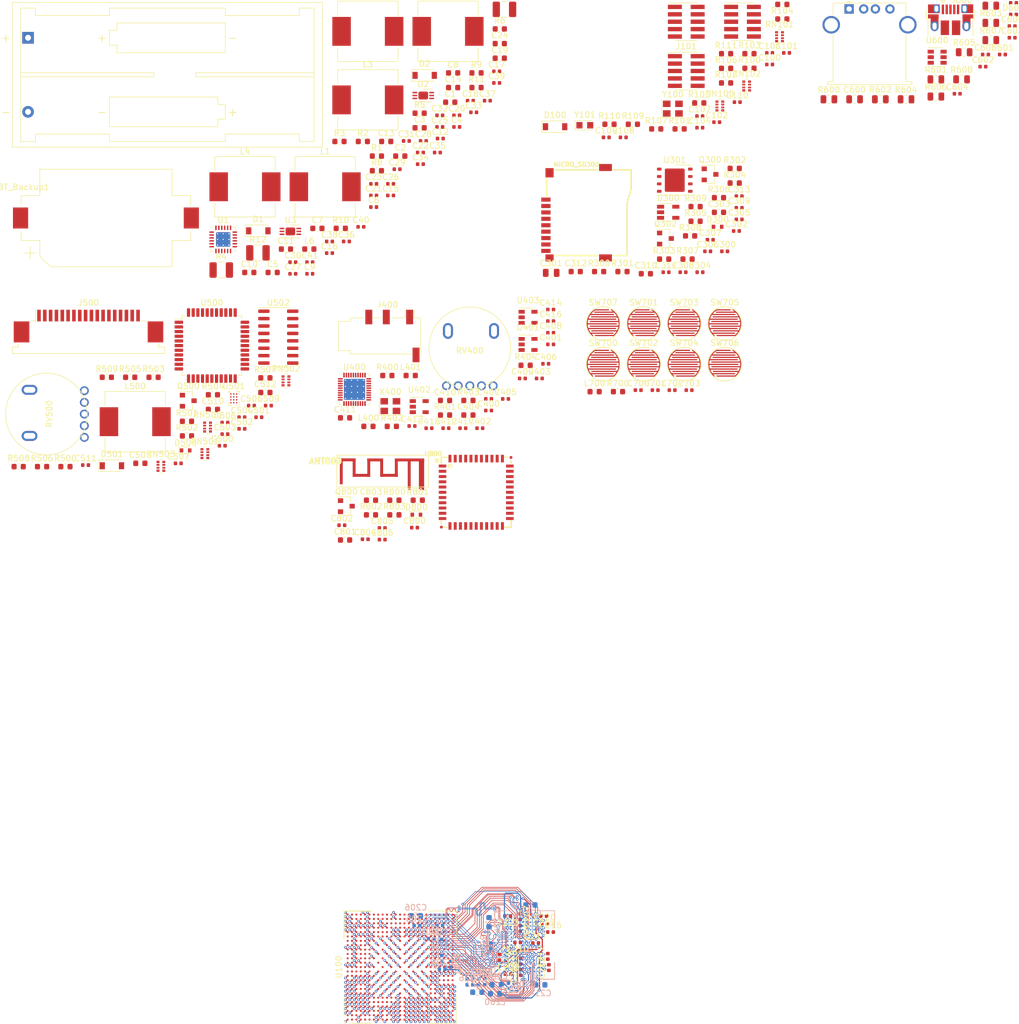
<source format=kicad_pcb>
(kicad_pcb (version 20171130) (host pcbnew "(5.1.2-1)-1")
  (layers (0 F.Cu signal) (1 In1.Cu signal) (2 In2.Cu signal) (31 B.Cu signal) (34 B.Paste user) (35 F.Paste user) (36 B.SilkS user hide) (37 F.SilkS user hide) (38 B.Mask user) (39 F.Mask user) (44 Edge.Cuts user))
  (net 0 "")
  (net 1 GND)
  (net 2 "Net-(ANT800-Pad1)")
  (net 3 ADC1_IN1)
  (net 4 "Net-(BT_Backup1-Pad1)")
  (net 5 +1V8)
  (net 6 "Net-(C3-Pad1)")
  (net 7 "Net-(C4-Pad2)")
  (net 8 "Net-(C5-Pad1)")
  (net 9 "Net-(C6-Pad1)")
  (net 10 +3V3)
  (net 11 "Net-(C9-Pad2)")
  (net 12 +1V2)
  (net 13 "Net-(C12-Pad2)")
  (net 14 "Net-(C12-Pad1)")
  (net 15 +1V0)
  (net 16 "Net-(C30-Pad1)")
  (net 17 "Net-(C36-Pad2)")
  (net 18 "Net-(C37-Pad2)")
  (net 19 "Net-(C38-Pad2)")
  (net 20 "Net-(C39-Pad2)")
  (net 21 "Net-(C40-Pad2)")
  (net 22 "Net-(C41-Pad2)")
  (net 23 +1V8A)
  (net 24 "Net-(C101-Pad1)")
  (net 25 "Net-(C102-Pad1)")
  (net 26 "Net-(C103-Pad1)")
  (net 27 "Net-(C104-Pad1)")
  (net 28 "Net-(C110-Pad1)")
  (net 29 +DRAM_VREF)
  (net 30 +DRAM_1V8)
  (net 31 "Net-(C300-Pad1)")
  (net 32 "Net-(C301-Pad1)")
  (net 33 "Net-(C305-Pad1)")
  (net 34 "Net-(C307-Pad1)")
  (net 35 "Net-(C400-Pad1)")
  (net 36 "Net-(C401-Pad1)")
  (net 37 "Net-(C403-Pad1)")
  (net 38 "Net-(C406-Pad1)")
  (net 39 "Net-(C407-Pad1)")
  (net 40 "Net-(C410-Pad2)")
  (net 41 "Net-(C411-Pad2)")
  (net 42 "Net-(C412-Pad2)")
  (net 43 "Net-(C412-Pad1)")
  (net 44 "Net-(C413-Pad2)")
  (net 45 "Net-(C413-Pad1)")
  (net 46 "Net-(C414-Pad2)")
  (net 47 "Net-(C415-Pad1)")
  (net 48 "Net-(C416-Pad1)")
  (net 49 "Net-(C417-Pad1)")
  (net 50 "Net-(C507-Pad1)")
  (net 51 +3V3_LCD)
  (net 52 "Net-(C509-Pad1)")
  (net 53 "Net-(C510-Pad1)")
  (net 54 "Net-(C511-Pad2)")
  (net 55 /lcd/LCD_V5)
  (net 56 "Net-(C600-Pad2)")
  (net 57 VBUS)
  (net 58 "Net-(C602-Pad1)")
  (net 59 "Net-(C605-Pad1)")
  (net 60 "Net-(C607-Pad1)")
  (net 61 "Net-(C701-Pad1)")
  (net 62 "Net-(C800-Pad1)")
  (net 63 "Net-(C804-Pad2)")
  (net 64 "Net-(C804-Pad1)")
  (net 65 "Net-(D1-Pad1)")
  (net 66 POR)
  (net 67 "Net-(D100-Pad1)")
  (net 68 "Net-(D300-Pad1)")
  (net 69 ~SD_PWR_EN)
  (net 70 "Net-(D500-Pad1)")
  (net 71 ~LCD_PWR_EN)
  (net 72 "Net-(D501-Pad1)")
  (net 73 "Net-(D600-Pad1)")
  (net 74 "Net-(D800-Pad1)")
  (net 75 /cpu/MPU_JTAG_TRST)
  (net 76 /cpu/MPU_JTAG_TDI)
  (net 77 /cpu/MPU_JTAG_TDO)
  (net 78 /cpu/MPU_JTAG_TCK)
  (net 79 /cpu/MPU_JTAG_TMS)
  (net 80 CPLD_JTAG_TDI)
  (net 81 CPLD_JTAG_TDO)
  (net 82 CPLD_JTAG_TCK)
  (net 83 CPLD_JTAG_TMS)
  (net 84 "Net-(J102-Pad5)")
  (net 85 "Net-(J102-Pad4)")
  (net 86 "Net-(J400-PadR2)")
  (net 87 "Net-(J400-PadR1)")
  (net 88 "Net-(J400-PadT)")
  (net 89 "Net-(J400-PadS)")
  (net 90 /lcd/LCD_V4)
  (net 91 /lcd/LCD_V1)
  (net 92 /lcd/LCD_FR)
  (net 93 /lcd/LCD_S)
  (net 94 /lcd/LCD_CPL)
  (net 95 /lcd/LCD_V2)
  (net 96 /lcd/LCD_V3)
  (net 97 /lcd/LCD_CP)
  (net 98 /lcd/LCD_D1)
  (net 99 /lcd/LCD_D0)
  (net 100 /lcd/LCD_ST)
  (net 101 /lcd/LCD_CPG)
  (net 102 "Net-(J600-Pad3)")
  (net 103 "Net-(J600-Pad2)")
  (net 104 "Net-(J601-Pad3)")
  (net 105 "Net-(J601-Pad2)")
  (net 106 "Net-(L1-Pad2)")
  (net 107 "Net-(L2-Pad2)")
  (net 108 "Net-(L3-Pad2)")
  (net 109 "Net-(L4-Pad1)")
  (net 110 "Net-(L5-Pad1)")
  (net 111 /storage/SD1_DATA2)
  (net 112 /storage/SD1_DATA3)
  (net 113 /storage/SD1_CMD)
  (net 114 /storage/SD1_DATA0)
  (net 115 /storage/SD1_DATA1)
  (net 116 /storage/SD1_CD)
  (net 117 "Net-(Q302-Pad3)")
  (net 118 SD1_VSELECT)
  (net 119 "Net-(Q302-Pad1)")
  (net 120 "Net-(R1-Pad1)")
  (net 121 "Net-(R2-Pad1)")
  (net 122 "Net-(R100-Pad1)")
  (net 123 "Net-(R101-Pad2)")
  (net 124 "Net-(R104-Pad1)")
  (net 125 "Net-(R106-Pad1)")
  (net 126 I2C1_SDA)
  (net 127 I2C1_SCL)
  (net 128 "Net-(R200-Pad2)")
  (net 129 "Net-(R201-Pad2)")
  (net 130 ~QSPI_SS0)
  (net 131 /storage/SD1_CLK)
  (net 132 SAI1_MCLK)
  (net 133 "Net-(R400-Pad1)")
  (net 134 SAI1_TXFS)
  (net 135 "Net-(R401-Pad1)")
  (net 136 SAI1_TXD)
  (net 137 "Net-(R402-Pad1)")
  (net 138 SAI1_TXC)
  (net 139 "Net-(R403-Pad1)")
  (net 140 "Net-(R404-Pad1)")
  (net 141 "Net-(R502-Pad1)")
  (net 142 "Net-(R503-Pad2)")
  (net 143 "Net-(R503-Pad1)")
  (net 144 "Net-(R504-Pad1)")
  (net 145 "Net-(R505-Pad1)")
  (net 146 "Net-(R506-Pad1)")
  (net 147 "Net-(R507-Pad1)")
  (net 148 "Net-(R601-Pad1)")
  (net 149 "Net-(R602-Pad1)")
  (net 150 "Net-(R603-Pad1)")
  (net 151 "Net-(R604-Pad1)")
  (net 152 "Net-(R605-Pad1)")
  (net 153 "Net-(R606-Pad1)")
  (net 154 "Net-(R607-Pad1)")
  (net 155 "Net-(R700-Pad2)")
  (net 156 CCM_CLKO2)
  (net 157 BT_CFG_10)
  (net 158 BT_CFG_11)
  (net 159 BT_CFG_14)
  (net 160 BT_CFG_13)
  (net 161 BT_CFG_2)
  (net 162 BT_CFG_3)
  (net 163 BT_CFG_6)
  (net 164 BT_CFG_5)
  (net 165 BT_CFG_1)
  (net 166 BT_CFG_12)
  (net 167 BT_CFG_4)
  (net 168 "Net-(RN500-Pad5)")
  (net 169 "Net-(RN500-Pad6)")
  (net 170 "Net-(RN500-Pad8)")
  (net 171 "Net-(RN500-Pad7)")
  (net 172 /lcd/LCD_ARM_HSYNC)
  (net 173 /lcd/LCD_ARM_EN)
  (net 174 /lcd/LCD_ARM_VSYNC)
  (net 175 /lcd/LCD_ARM_CLK)
  (net 176 "Net-(RN501-Pad5)")
  (net 177 "Net-(RN501-Pad6)")
  (net 178 "Net-(RN501-Pad8)")
  (net 179 "Net-(RN501-Pad7)")
  (net 180 /lcd/LCD_ARM_D7)
  (net 181 "Net-(RN502-Pad4)")
  (net 182 "Net-(RN502-Pad2)")
  (net 183 "Net-(RN502-Pad3)")
  (net 184 "Net-(RN502-Pad1)")
  (net 185 "Net-(RN503-Pad4)")
  (net 186 "Net-(RN503-Pad2)")
  (net 187 "Net-(RN503-Pad3)")
  (net 188 "Net-(RN503-Pad1)")
  (net 189 ADC1_IN0)
  (net 190 /keypad/SW_SE)
  (net 191 /keypad/SW_ST)
  (net 192 /keypad/SW_A)
  (net 193 /keypad/SW_B)
  (net 194 /keypad/SW_UP)
  (net 195 /keypad/SW_LE)
  (net 196 /keypad/SW_RI)
  (net 197 /keypad/SW_DN)
  (net 198 PMIC_ON_REQ)
  (net 199 PB_STAT)
  (net 200 USB_SUSPEND)
  (net 201 EXT_PWR_GOOD)
  (net 202 BAT_LOW)
  (net 203 /ddr/DRAM_DATA3)
  (net 204 /ddr/DRAM_DATA1)
  (net 205 /ddr/DRAM_ADDR5)
  (net 206 /ddr/DRAM_ADDR9)
  (net 207 /ddr/DRAM_DATA4)
  (net 208 /ddr/DRAM_DATA0)
  (net 209 /ddr/DRAM_ADDR7)
  (net 210 /ddr/DRAM_ADDR8)
  (net 211 /ddr/DRAM_ADDR6)
  (net 212 /ddr/DRAM_SDQSP_0)
  (net 213 /ddr/DRAM_SDQSN_0)
  (net 214 /ddr/DRAM_ADDR4)
  (net 215 QSPI_D1)
  (net 216 QSPI_D3)
  (net 217 /lcd/LCD_RESET)
  (net 218 /ddr/DRAM_DATA2)
  (net 219 /ddr/DRAM_DQM0)
  (net 220 /ddr/DRAM_ADDR3)
  (net 221 QSPI_D0)
  (net 222 QSPI_D2)
  (net 223 QSPI_SCLK)
  (net 224 /ddr/DRAM_DATA7)
  (net 225 /ddr/DRAM_DATA5)
  (net 226 /ddr/DRAM_ADDR0)
  (net 227 /ddr/DRAM_DATA9)
  (net 228 /ddr/DRAM_DATA6)
  (net 229 /ddr/DRAM_ADDR2)
  (net 230 /ddr/DRAM_DATA10)
  (net 231 /ddr/DRAM_DQM1)
  (net 232 /ddr/DRAM_DATA12)
  (net 233 /ddr/DRAM_DATA11)
  (net 234 /ddr/DRAM_ADDR1)
  (net 235 /ddr/DRAM_SDQSN_1)
  (net 236 /ddr/DRAM_SDQSP_1)
  (net 237 /ddr/DRAM_DATA8)
  (net 238 /ddr/DRAM_DATA13)
  (net 239 /ddr/DRAM_DATA15)
  (net 240 /ddr/DRAM_DATA14)
  (net 241 WL_WAKE_AP)
  (net 242 SD2_CMD)
  (net 243 SD2_DATA3)
  (net 244 WL_PMU_EN)
  (net 245 UART3_RTS)
  (net 246 SD2_DATA2)
  (net 247 SD2_DATA1)
  (net 248 SD2_DATA0)
  (net 249 BT_RST_N)
  (net 250 SD2_CLK)
  (net 251 BT_WAKE_AP)
  (net 252 UART3_TXD)
  (net 253 AP_WAKE_BT)
  (net 254 UART3_RXD)
  (net 255 "Net-(U400-Pad37)")
  (net 256 /ddr/DRAM_CKE)
  (net 257 /ddr/DRAM_CKN)
  (net 258 /ddr/DRAM_CKP)
  (net 259 /ddr/DRAM_CS)
  (module footprints:BGA-134_10x17_10.0x11.5mm (layer B.Cu) (at 94.742 115.3414)
    (fp_text reference U200 (at 0 6.75) (layer B.SilkS) (effects (justify mirror)))
    (fp_text value IS43LD16128B)
    (pad A1 smd circle (at -2.925 5.2) (size 0.29 0.29) (layers B.Cu B.Paste B.Mask))
    (pad B1 smd circle (at -2.925 4.55) (size 0.29 0.29) (layers B.Cu B.Paste B.Mask))
    (pad C1 smd circle (at -2.925 3.9) (size 0.29 0.29) (layers B.Cu B.Paste B.Mask) (net 30 +DRAM_1V8))
    (pad D1 smd circle (at -2.925 3.25) (size 0.29 0.29) (layers B.Cu B.Paste B.Mask) (net 1 GND))
    (pad E1 smd circle (at -2.925 2.6) (size 0.29 0.29) (layers B.Cu B.Paste B.Mask) (net 1 GND))
    (pad F1 smd circle (at -2.925 1.95) (size 0.29 0.29) (layers B.Cu B.Paste B.Mask) (net 12 +1V2))
    (pad G1 smd circle (at -2.925 1.3) (size 0.29 0.29) (layers B.Cu B.Paste B.Mask) (net 12 +1V2))
    (pad H1 smd circle (at -2.925 0.65) (size 0.29 0.29) (layers B.Cu B.Paste B.Mask))
    (pad J1 smd circle (at -2.925 0) (size 0.29 0.29) (layers B.Cu B.Paste B.Mask) (net 1 GND))
    (pad K1 smd circle (at -2.925 -0.65) (size 0.29 0.29) (layers B.Cu B.Paste B.Mask) (net 256 /ddr/DRAM_CKE))
    (pad L1 smd circle (at -2.925 -1.3) (size 0.29 0.29) (layers B.Cu B.Paste B.Mask) (net 259 /ddr/DRAM_CS))
    (pad M1 smd circle (at -2.925 -1.95) (size 0.29 0.29) (layers B.Cu B.Paste B.Mask) (net 214 /ddr/DRAM_ADDR4))
    (pad N1 smd circle (at -2.925 -2.6) (size 0.29 0.29) (layers B.Cu B.Paste B.Mask) (net 1 GND))
    (pad P1 smd circle (at -2.925 -3.25) (size 0.29 0.29) (layers B.Cu B.Paste B.Mask) (net 1 GND))
    (pad R1 smd circle (at -2.925 -3.9) (size 0.29 0.29) (layers B.Cu B.Paste B.Mask) (net 30 +DRAM_1V8))
    (pad T1 smd circle (at -2.925 -4.55) (size 0.29 0.29) (layers B.Cu B.Paste B.Mask))
    (pad U1 smd circle (at -2.925 -5.2) (size 0.29 0.29) (layers B.Cu B.Paste B.Mask))
    (pad A2 smd circle (at -2.275 5.2) (size 0.29 0.29) (layers B.Cu B.Paste B.Mask))
    (pad B2 smd circle (at -2.275 4.55) (size 0.29 0.29) (layers B.Cu B.Paste B.Mask))
    (pad C2 smd circle (at -2.275 3.9) (size 0.29 0.29) (layers B.Cu B.Paste B.Mask) (net 1 GND))
    (pad D2 smd circle (at -2.275 3.25) (size 0.29 0.29) (layers B.Cu B.Paste B.Mask) (net 12 +1V2))
    (pad E2 smd circle (at -2.275 2.6) (size 0.29 0.29) (layers B.Cu B.Paste B.Mask) (net 206 /ddr/DRAM_ADDR9))
    (pad F2 smd circle (at -2.275 1.95) (size 0.29 0.29) (layers B.Cu B.Paste B.Mask) (net 211 /ddr/DRAM_ADDR6))
    (pad G2 smd circle (at -2.275 1.3) (size 0.29 0.29) (layers B.Cu B.Paste B.Mask) (net 205 /ddr/DRAM_ADDR5))
    (pad H2 smd circle (at -2.275 0.65) (size 0.29 0.29) (layers B.Cu B.Paste B.Mask) (net 1 GND))
    (pad J2 smd circle (at -2.275 0) (size 0.29 0.29) (layers B.Cu B.Paste B.Mask))
    (pad K2 smd circle (at -2.275 -0.65) (size 0.29 0.29) (layers B.Cu B.Paste B.Mask))
    (pad L2 smd circle (at -2.275 -1.3) (size 0.29 0.29) (layers B.Cu B.Paste B.Mask))
    (pad M2 smd circle (at -2.275 -1.95) (size 0.29 0.29) (layers B.Cu B.Paste B.Mask) (net 220 /ddr/DRAM_ADDR3))
    (pad N2 smd circle (at -2.275 -2.6) (size 0.29 0.29) (layers B.Cu B.Paste B.Mask) (net 12 +1V2))
    (pad P2 smd circle (at -2.275 -3.25) (size 0.29 0.29) (layers B.Cu B.Paste B.Mask) (net 12 +1V2))
    (pad R2 smd circle (at -2.275 -3.9) (size 0.29 0.29) (layers B.Cu B.Paste B.Mask) (net 1 GND))
    (pad T2 smd circle (at -2.275 -4.55) (size 0.29 0.29) (layers B.Cu B.Paste B.Mask))
    (pad U2 smd circle (at -2.275 -5.2) (size 0.29 0.29) (layers B.Cu B.Paste B.Mask))
    (pad B3 smd circle (at -1.625 4.55) (size 0.29 0.29) (layers B.Cu B.Paste B.Mask))
    (pad C3 smd circle (at -1.625 3.9) (size 0.29 0.29) (layers B.Cu B.Paste B.Mask))
    (pad D3 smd circle (at -1.625 3.25) (size 0.29 0.29) (layers B.Cu B.Paste B.Mask) (net 128 "Net-(R200-Pad2)"))
    (pad E3 smd circle (at -1.625 2.6) (size 0.29 0.29) (layers B.Cu B.Paste B.Mask) (net 210 /ddr/DRAM_ADDR8))
    (pad F3 smd circle (at -1.625 1.95) (size 0.29 0.29) (layers B.Cu B.Paste B.Mask) (net 209 /ddr/DRAM_ADDR7))
    (pad G3 smd circle (at -1.625 1.3) (size 0.29 0.29) (layers B.Cu B.Paste B.Mask) (net 29 +DRAM_VREF))
    (pad H3 smd circle (at -1.625 0.65) (size 0.29 0.29) (layers B.Cu B.Paste B.Mask) (net 257 /ddr/DRAM_CKN))
    (pad J3 smd circle (at -1.625 0) (size 0.29 0.29) (layers B.Cu B.Paste B.Mask) (net 258 /ddr/DRAM_CKP))
    (pad K3 smd circle (at -1.625 -0.65) (size 0.29 0.29) (layers B.Cu B.Paste B.Mask))
    (pad L3 smd circle (at -1.625 -1.3) (size 0.29 0.29) (layers B.Cu B.Paste B.Mask))
    (pad M3 smd circle (at -1.625 -1.95) (size 0.29 0.29) (layers B.Cu B.Paste B.Mask) (net 229 /ddr/DRAM_ADDR2))
    (pad N3 smd circle (at -1.625 -2.6) (size 0.29 0.29) (layers B.Cu B.Paste B.Mask) (net 234 /ddr/DRAM_ADDR1))
    (pad P3 smd circle (at -1.625 -3.25) (size 0.29 0.29) (layers B.Cu B.Paste B.Mask) (net 226 /ddr/DRAM_ADDR0))
    (pad R3 smd circle (at -1.625 -3.9) (size 0.29 0.29) (layers B.Cu B.Paste B.Mask))
    (pad T3 smd circle (at -1.625 -4.55) (size 0.29 0.29) (layers B.Cu B.Paste B.Mask))
    (pad B5 smd circle (at -0.325 4.55) (size 0.29 0.29) (layers B.Cu B.Paste B.Mask) (net 12 +1V2))
    (pad C5 smd circle (at -0.325 3.9) (size 0.29 0.29) (layers B.Cu B.Paste B.Mask) (net 1 GND))
    (pad D5 smd circle (at -0.325 3.25) (size 0.29 0.29) (layers B.Cu B.Paste B.Mask) (net 12 +1V2))
    (pad E5 smd circle (at -0.325 2.6) (size 0.29 0.29) (layers B.Cu B.Paste B.Mask))
    (pad F5 smd circle (at -0.325 1.95) (size 0.29 0.29) (layers B.Cu B.Paste B.Mask) (net 1 GND))
    (pad G5 smd circle (at -0.325 1.3) (size 0.29 0.29) (layers B.Cu B.Paste B.Mask) (net 235 /ddr/DRAM_SDQSN_1))
    (pad H5 smd circle (at -0.325 0.65) (size 0.29 0.29) (layers B.Cu B.Paste B.Mask) (net 231 /ddr/DRAM_DQM1))
    (pad J5 smd circle (at -0.325 0) (size 0.29 0.29) (layers B.Cu B.Paste B.Mask) (net 1 GND))
    (pad K5 smd circle (at -0.325 -0.65) (size 0.29 0.29) (layers B.Cu B.Paste B.Mask) (net 219 /ddr/DRAM_DQM0))
    (pad L5 smd circle (at -0.325 -1.3) (size 0.29 0.29) (layers B.Cu B.Paste B.Mask) (net 213 /ddr/DRAM_SDQSN_0))
    (pad M5 smd circle (at -0.325 -1.95) (size 0.29 0.29) (layers B.Cu B.Paste B.Mask) (net 1 GND))
    (pad N5 smd circle (at -0.325 -2.6) (size 0.29 0.29) (layers B.Cu B.Paste B.Mask))
    (pad P5 smd circle (at -0.325 -3.25) (size 0.29 0.29) (layers B.Cu B.Paste B.Mask) (net 12 +1V2))
    (pad R5 smd circle (at -0.325 -3.9) (size 0.29 0.29) (layers B.Cu B.Paste B.Mask) (net 1 GND))
    (pad T5 smd circle (at -0.325 -4.55) (size 0.29 0.29) (layers B.Cu B.Paste B.Mask) (net 30 +DRAM_1V8))
    (pad B6 smd circle (at 0.325 4.55) (size 0.29 0.29) (layers B.Cu B.Paste B.Mask) (net 30 +DRAM_1V8))
    (pad C6 smd circle (at 0.325 3.9) (size 0.29 0.29) (layers B.Cu B.Paste B.Mask) (net 1 GND))
    (pad D6 smd circle (at 0.325 3.25) (size 0.29 0.29) (layers B.Cu B.Paste B.Mask))
    (pad E6 smd circle (at 0.325 2.6) (size 0.29 0.29) (layers B.Cu B.Paste B.Mask))
    (pad F6 smd circle (at 0.325 1.95) (size 0.29 0.29) (layers B.Cu B.Paste B.Mask) (net 233 /ddr/DRAM_DATA11))
    (pad G6 smd circle (at 0.325 1.3) (size 0.29 0.29) (layers B.Cu B.Paste B.Mask) (net 236 /ddr/DRAM_SDQSP_1))
    (pad H6 smd circle (at 0.325 0.65) (size 0.29 0.29) (layers B.Cu B.Paste B.Mask) (net 12 +1V2))
    (pad J6 smd circle (at 0.325 0) (size 0.29 0.29) (layers B.Cu B.Paste B.Mask) (net 12 +1V2))
    (pad K6 smd circle (at 0.325 -0.65) (size 0.29 0.29) (layers B.Cu B.Paste B.Mask) (net 12 +1V2))
    (pad L6 smd circle (at 0.325 -1.3) (size 0.29 0.29) (layers B.Cu B.Paste B.Mask) (net 212 /ddr/DRAM_SDQSP_0))
    (pad M6 smd circle (at 0.325 -1.95) (size 0.29 0.29) (layers B.Cu B.Paste B.Mask) (net 207 /ddr/DRAM_DATA4))
    (pad N6 smd circle (at 0.325 -2.6) (size 0.29 0.29) (layers B.Cu B.Paste B.Mask))
    (pad P6 smd circle (at 0.325 -3.25) (size 0.29 0.29) (layers B.Cu B.Paste B.Mask))
    (pad R6 smd circle (at 0.325 -3.9) (size 0.29 0.29) (layers B.Cu B.Paste B.Mask) (net 1 GND))
    (pad T6 smd circle (at 0.325 -4.55) (size 0.29 0.29) (layers B.Cu B.Paste B.Mask) (net 12 +1V2))
    (pad B7 smd circle (at 0.975 4.55) (size 0.29 0.29) (layers B.Cu B.Paste B.Mask))
    (pad C7 smd circle (at 0.975 3.9) (size 0.29 0.29) (layers B.Cu B.Paste B.Mask) (net 12 +1V2))
    (pad D7 smd circle (at 0.975 3.25) (size 0.29 0.29) (layers B.Cu B.Paste B.Mask))
    (pad E7 smd circle (at 0.975 2.6) (size 0.29 0.29) (layers B.Cu B.Paste B.Mask))
    (pad F7 smd circle (at 0.975 1.95) (size 0.29 0.29) (layers B.Cu B.Paste B.Mask) (net 238 /ddr/DRAM_DATA13))
    (pad G7 smd circle (at 0.975 1.3) (size 0.29 0.29) (layers B.Cu B.Paste B.Mask) (net 230 /ddr/DRAM_DATA10))
    (pad J7 smd circle (at 0.975 0) (size 0.29 0.29) (layers B.Cu B.Paste B.Mask) (net 12 +1V2))
    (pad L7 smd circle (at 0.975 -1.3) (size 0.29 0.29) (layers B.Cu B.Paste B.Mask) (net 225 /ddr/DRAM_DATA5))
    (pad M7 smd circle (at 0.975 -1.95) (size 0.29 0.29) (layers B.Cu B.Paste B.Mask) (net 218 /ddr/DRAM_DATA2))
    (pad N7 smd circle (at 0.975 -2.6) (size 0.29 0.29) (layers B.Cu B.Paste B.Mask))
    (pad P7 smd circle (at 0.975 -3.25) (size 0.29 0.29) (layers B.Cu B.Paste B.Mask))
    (pad R7 smd circle (at 0.975 -3.9) (size 0.29 0.29) (layers B.Cu B.Paste B.Mask) (net 12 +1V2))
    (pad T7 smd circle (at 0.975 -4.55) (size 0.29 0.29) (layers B.Cu B.Paste B.Mask))
    (pad B8 smd circle (at 1.625 4.55) (size 0.29 0.29) (layers B.Cu B.Paste B.Mask))
    (pad C8 smd circle (at 1.625 3.9) (size 0.29 0.29) (layers B.Cu B.Paste B.Mask))
    (pad D8 smd circle (at 1.625 3.25) (size 0.29 0.29) (layers B.Cu B.Paste B.Mask))
    (pad E8 smd circle (at 1.625 2.6) (size 0.29 0.29) (layers B.Cu B.Paste B.Mask) (net 239 /ddr/DRAM_DATA15))
    (pad F8 smd circle (at 1.625 1.95) (size 0.29 0.29) (layers B.Cu B.Paste B.Mask) (net 240 /ddr/DRAM_DATA14))
    (pad G8 smd circle (at 1.625 1.3) (size 0.29 0.29) (layers B.Cu B.Paste B.Mask) (net 227 /ddr/DRAM_DATA9))
    (pad J8 smd circle (at 1.625 0) (size 0.29 0.29) (layers B.Cu B.Paste B.Mask) (net 1 GND))
    (pad L8 smd circle (at 1.625 -1.3) (size 0.29 0.29) (layers B.Cu B.Paste B.Mask) (net 228 /ddr/DRAM_DATA6))
    (pad M8 smd circle (at 1.625 -1.95) (size 0.29 0.29) (layers B.Cu B.Paste B.Mask) (net 204 /ddr/DRAM_DATA1))
    (pad N8 smd circle (at 1.625 -2.6) (size 0.29 0.29) (layers B.Cu B.Paste B.Mask) (net 208 /ddr/DRAM_DATA0))
    (pad P8 smd circle (at 1.625 -3.25) (size 0.29 0.29) (layers B.Cu B.Paste B.Mask))
    (pad R8 smd circle (at 1.625 -3.9) (size 0.29 0.29) (layers B.Cu B.Paste B.Mask))
    (pad T8 smd circle (at 1.625 -4.55) (size 0.29 0.29) (layers B.Cu B.Paste B.Mask))
    (pad A9 smd circle (at 2.275 5.2) (size 0.29 0.29) (layers B.Cu B.Paste B.Mask))
    (pad B9 smd circle (at 2.275 4.55) (size 0.29 0.29) (layers B.Cu B.Paste B.Mask))
    (pad C9 smd circle (at 2.275 3.9) (size 0.29 0.29) (layers B.Cu B.Paste B.Mask) (net 1 GND))
    (pad D9 smd circle (at 2.275 3.25) (size 0.29 0.29) (layers B.Cu B.Paste B.Mask))
    (pad E9 smd circle (at 2.275 2.6) (size 0.29 0.29) (layers B.Cu B.Paste B.Mask))
    (pad F9 smd circle (at 2.275 1.95) (size 0.29 0.29) (layers B.Cu B.Paste B.Mask) (net 232 /ddr/DRAM_DATA12))
    (pad G9 smd circle (at 2.275 1.3) (size 0.29 0.29) (layers B.Cu B.Paste B.Mask) (net 237 /ddr/DRAM_DATA8))
    (pad J9 smd circle (at 2.275 0) (size 0.29 0.29) (layers B.Cu B.Paste B.Mask) (net 29 +DRAM_VREF))
    (pad L9 smd circle (at 2.275 -1.3) (size 0.29 0.29) (layers B.Cu B.Paste B.Mask) (net 224 /ddr/DRAM_DATA7))
    (pad M9 smd circle (at 2.275 -1.95) (size 0.29 0.29) (layers B.Cu B.Paste B.Mask) (net 203 /ddr/DRAM_DATA3))
    (pad N9 smd circle (at 2.275 -2.6) (size 0.29 0.29) (layers B.Cu B.Paste B.Mask) (net 12 +1V2))
    (pad P9 smd circle (at 2.275 -3.25) (size 0.29 0.29) (layers B.Cu B.Paste B.Mask))
    (pad R9 smd circle (at 2.275 -3.9) (size 0.29 0.29) (layers B.Cu B.Paste B.Mask) (net 1 GND))
    (pad T9 smd circle (at 2.275 -4.55) (size 0.29 0.29) (layers B.Cu B.Paste B.Mask))
    (pad U9 smd circle (at 2.275 -5.2) (size 0.29 0.29) (layers B.Cu B.Paste B.Mask))
    (pad A10 smd circle (at 2.925 5.2) (size 0.29 0.29) (layers B.Cu B.Paste B.Mask))
    (pad B10 smd circle (at 2.925 4.55) (size 0.29 0.29) (layers B.Cu B.Paste B.Mask))
    (pad C10 smd circle (at 2.925 3.9) (size 0.29 0.29) (layers B.Cu B.Paste B.Mask) (net 12 +1V2))
    (pad D10 smd circle (at 2.925 3.25) (size 0.29 0.29) (layers B.Cu B.Paste B.Mask) (net 1 GND))
    (pad E10 smd circle (at 2.925 2.6) (size 0.29 0.29) (layers B.Cu B.Paste B.Mask))
    (pad F10 smd circle (at 2.925 1.95) (size 0.29 0.29) (layers B.Cu B.Paste B.Mask) (net 12 +1V2))
    (pad G10 smd circle (at 2.925 1.3) (size 0.29 0.29) (layers B.Cu B.Paste B.Mask) (net 1 GND))
    (pad L10 smd circle (at 2.925 -1.3) (size 0.29 0.29) (layers B.Cu B.Paste B.Mask) (net 1 GND))
    (pad M10 smd circle (at 2.925 -1.95) (size 0.29 0.29) (layers B.Cu B.Paste B.Mask) (net 12 +1V2))
    (pad N10 smd circle (at 2.925 -2.6) (size 0.29 0.29) (layers B.Cu B.Paste B.Mask) (net 1 GND))
    (pad P10 smd circle (at 2.925 -3.25) (size 0.29 0.29) (layers B.Cu B.Paste B.Mask) (net 1 GND))
    (pad R10 smd circle (at 2.925 -3.9) (size 0.29 0.29) (layers B.Cu B.Paste B.Mask) (net 12 +1V2))
    (pad T10 smd circle (at 2.925 -4.55) (size 0.29 0.29) (layers B.Cu B.Paste B.Mask))
    (pad U10 smd circle (at 2.925 -5.2) (size 0.29 0.29) (layers B.Cu B.Paste B.Mask))
  )
  (module Resistor_SMD:R_0402_1005Metric (layer B.Cu) (at 88.89 115.49 270)
    (fp_text reference R204 (at 0 1.17 270) (layer B.SilkS) (effects (justify mirror)))
    (fp_text value 10K)
    (pad 2 smd roundrect (at 0.485 0 270) (size 0.59 0.64) (layers B.Cu B.Paste B.Mask) (net 1 GND))
    (pad 1 smd roundrect (at -0.485 0 270) (size 0.59 0.64) (layers B.Cu B.Paste B.Mask) (net 256 /ddr/DRAM_CKE))
  )
  (module Resistor_SMD:R_0402_1005Metric (layer B.Cu) (at 85.344 121.158 180)
    (fp_text reference R203 (at 0 1.17) (layer B.SilkS) (effects (justify mirror)))
    (fp_text value 1.5K/0.5%)
    (pad 2 smd roundrect (at 0.485 0 180) (size 0.59 0.64) (layers B.Cu B.Paste B.Mask) (net 1 GND))
    (pad 1 smd roundrect (at -0.485 0 180) (size 0.59 0.64) (layers B.Cu B.Paste B.Mask) (net 29 +DRAM_VREF))
  )
  (module Resistor_SMD:R_0402_1005Metric (layer B.Cu) (at 87.4 121.158 180)
    (fp_text reference R202 (at 0 1.17) (layer B.SilkS) (effects (justify mirror)))
    (fp_text value 1.5K/0.5%)
    (pad 2 smd roundrect (at 0.485 0 180) (size 0.59 0.64) (layers B.Cu B.Paste B.Mask) (net 29 +DRAM_VREF))
    (pad 1 smd roundrect (at -0.485 0 180) (size 0.59 0.64) (layers B.Cu B.Paste B.Mask) (net 12 +1V2))
  )
  (module Resistor_SMD:R_0402_1005Metric (layer B.Cu) (at 82.042 118.618 90)
    (fp_text reference R201 (at 0 1.17 90) (layer B.SilkS) (effects (justify mirror)))
    (fp_text value "240R 1%")
    (pad 2 smd roundrect (at 0.485 0 90) (size 0.59 0.64) (layers B.Cu B.Paste B.Mask) (net 129 "Net-(R201-Pad2)"))
    (pad 1 smd roundrect (at -0.485 0 90) (size 0.59 0.64) (layers B.Cu B.Paste B.Mask) (net 1 GND))
  )
  (module Resistor_SMD:R_0402_1005Metric (layer B.Cu) (at 92.43 121.88)
    (fp_text reference R200 (at 0 1.17) (layer B.SilkS) (effects (justify mirror)))
    (fp_text value "240R 1%")
    (pad 2 smd roundrect (at 0.485 0) (size 0.59 0.64) (layers B.Cu B.Paste B.Mask) (net 128 "Net-(R200-Pad2)"))
    (pad 1 smd roundrect (at -0.485 0) (size 0.59 0.64) (layers B.Cu B.Paste B.Mask) (net 1 GND))
  )
  (module Crystal:Crystal_SMD_TXC_9HT11-2Pin_2.0x1.2mm_HandSoldering (layer F.Cu) (at 105.0555 -25.1995)
    (fp_text reference Y101 (at 0 -1.8) (layer F.SilkS))
    (fp_text value 32.768kHz)
    (pad 2 smd rect (at 0.925 0) (size 1.05 1.1) (layers F.Cu F.Paste F.Mask) (net 25 "Net-(C102-Pad1)"))
    (pad 1 smd rect (at -0.925 0) (size 1.05 1.1) (layers F.Cu F.Paste F.Mask) (net 24 "Net-(C101-Pad1)"))
  )
  (module Oscillator:Oscillator_SMD_Abracon_ASE-4Pin_3.2x2.5mm (layer F.Cu) (at 120.1555 -28.0495)
    (fp_text reference Y100 (at 0 -2.45) (layer F.SilkS))
    (fp_text value 24MHz)
    (pad 4 smd rect (at -1.05 -0.825) (size 1.3 1.1) (layers F.Cu F.Paste F.Mask) (net 1 GND))
    (pad 3 smd rect (at 1.05 -0.825) (size 1.3 1.1) (layers F.Cu F.Paste F.Mask) (net 27 "Net-(C104-Pad1)"))
    (pad 2 smd rect (at 1.05 0.825) (size 1.3 1.1) (layers F.Cu F.Paste F.Mask) (net 1 GND))
    (pad 1 smd rect (at -1.05 0.825) (size 1.3 1.1) (layers F.Cu F.Paste F.Mask) (net 26 "Net-(C103-Pad1)"))
  )
  (module Oscillator:Oscillator_SMD_Abracon_ASE-4Pin_3.2x2.5mm (layer F.Cu) (at 71.6955 22.9505)
    (fp_text reference X400 (at 0 -2.45) (layer F.SilkS))
    (fp_text value DSC1001CE2-022.5792)
    (pad 4 smd rect (at -1.05 -0.825) (size 1.3 1.1) (layers F.Cu F.Paste F.Mask) (net 35 "Net-(C400-Pad1)"))
    (pad 3 smd rect (at 1.05 -0.825) (size 1.3 1.1) (layers F.Cu F.Paste F.Mask) (net 255 "Net-(U400-Pad37)"))
    (pad 2 smd rect (at 1.05 0.825) (size 1.3 1.1) (layers F.Cu F.Paste F.Mask) (net 1 GND))
    (pad 1 smd rect (at -1.05 0.825) (size 1.3 1.1) (layers F.Cu F.Paste F.Mask) (net 35 "Net-(C400-Pad1)"))
  )
  (module "footprints:RL-SM02BD(RTL8723BS)" (layer F.Cu) (at 86.419988 37.730499)
    (fp_text reference U800 (at -7.366 -6.604 -180) (layer F.SilkS) (effects (font (size 0.762 0.762) (thickness 0.1905))))
    (fp_text value RTL8723BS)
    (pad FID1 smd circle (at -5.969 5.969 270) (size 0.5 0.5) (layers F.Cu F.Mask))
    (pad 44 smd rect (at -4.5 -5.775 270) (size 1.3 0.5) (layers F.Cu F.Paste F.Mask) (net 245 UART3_RTS))
    (pad 43 smd rect (at -3.6 -5.775 270) (size 1.3 0.5) (layers F.Cu F.Paste F.Mask) (net 252 UART3_TXD))
    (pad 42 smd rect (at -2.7 -5.775 270) (size 1.3 0.5) (layers F.Cu F.Paste F.Mask) (net 254 UART3_RXD))
    (pad 41 smd rect (at -1.8 -5.775 270) (size 1.3 0.5) (layers F.Cu F.Paste F.Mask) (net 1 GND))
    (pad 40 smd rect (at -0.9 -5.775 270) (size 1.3 0.5) (layers F.Cu F.Paste F.Mask))
    (pad 39 smd rect (at 0 -5.775 270) (size 1.3 0.5) (layers F.Cu F.Paste F.Mask))
    (pad 38 smd rect (at 0.9 -5.775 270) (size 1.3 0.5) (layers F.Cu F.Paste F.Mask))
    (pad 37 smd rect (at 1.8 -5.775 270) (size 1.3 0.5) (layers F.Cu F.Paste F.Mask))
    (pad 36 smd rect (at 2.7 -5.775 270) (size 1.3 0.5) (layers F.Cu F.Paste F.Mask) (net 1 GND))
    (pad 35 smd rect (at 3.6 -5.775 270) (size 1.3 0.5) (layers F.Cu F.Paste F.Mask))
    (pad 34 smd rect (at 4.5 -5.775 270) (size 1.3 0.5) (layers F.Cu F.Paste F.Mask) (net 249 BT_RST_N))
    (pad 33 smd rect (at 5.775 -4.5 180) (size 1.3 0.5) (layers F.Cu F.Paste F.Mask) (net 1 GND))
    (pad 32 smd rect (at 5.775 -3.6 180) (size 1.3 0.5) (layers F.Cu F.Paste F.Mask))
    (pad 31 smd rect (at 5.775 -2.7 180) (size 1.3 0.5) (layers F.Cu F.Paste F.Mask) (net 1 GND))
    (pad 30 smd rect (at 5.775 -1.8 180) (size 1.3 0.5) (layers F.Cu F.Paste F.Mask))
    (pad 29 smd rect (at 5.775 -0.9 180) (size 1.3 0.5) (layers F.Cu F.Paste F.Mask))
    (pad 28 smd rect (at 5.775 0 180) (size 1.3 0.5) (layers F.Cu F.Paste F.Mask))
    (pad 27 smd rect (at 5.775 0.9 180) (size 1.3 0.5) (layers F.Cu F.Paste F.Mask))
    (pad 26 smd rect (at 5.775 1.8 180) (size 1.3 0.5) (layers F.Cu F.Paste F.Mask))
    (pad 25 smd rect (at 5.775 2.7 180) (size 1.3 0.5) (layers F.Cu F.Paste F.Mask))
    (pad 24 smd rect (at 5.775 3.6 180) (size 1.3 0.5) (layers F.Cu F.Paste F.Mask) (net 156 CCM_CLKO2))
    (pad 23 smd rect (at 5.775 4.5 180) (size 1.3 0.5) (layers F.Cu F.Paste F.Mask))
    (pad 22 smd rect (at 4.5 5.775 90) (size 1.3 0.5) (layers F.Cu F.Paste F.Mask) (net 62 "Net-(C800-Pad1)"))
    (pad 21 smd rect (at 3.6 5.775 90) (size 1.3 0.5) (layers F.Cu F.Paste F.Mask))
    (pad 20 smd rect (at 2.7 5.775 90) (size 1.3 0.5) (layers F.Cu F.Paste F.Mask) (net 1 GND))
    (pad 19 smd rect (at 1.8 5.775 90) (size 1.3 0.5) (layers F.Cu F.Paste F.Mask) (net 247 SD2_DATA1))
    (pad 18 smd rect (at 0.9 5.775 90) (size 1.3 0.5) (layers F.Cu F.Paste F.Mask) (net 248 SD2_DATA0))
    (pad 17 smd rect (at 0 5.775 90) (size 1.3 0.5) (layers F.Cu F.Paste F.Mask) (net 250 SD2_CLK))
    (pad 16 smd rect (at -0.9 5.775 90) (size 1.3 0.5) (layers F.Cu F.Paste F.Mask) (net 242 SD2_CMD))
    (pad 15 smd rect (at -1.8 5.775 90) (size 1.3 0.5) (layers F.Cu F.Paste F.Mask) (net 243 SD2_DATA3))
    (pad 14 smd rect (at -2.7 5.775 90) (size 1.3 0.5) (layers F.Cu F.Paste F.Mask) (net 246 SD2_DATA2))
    (pad 13 smd rect (at -3.6 5.775 90) (size 1.3 0.5) (layers F.Cu F.Paste F.Mask) (net 241 WL_WAKE_AP))
    (pad 12 smd rect (at -4.5 5.775 90) (size 1.3 0.5) (layers F.Cu F.Paste F.Mask) (net 244 WL_PMU_EN))
    (pad 11 smd rect (at -5.775 4.5) (size 1.3 0.5) (layers F.Cu F.Paste F.Mask))
    (pad 10 smd rect (at -5.775 3.6) (size 1.3 0.5) (layers F.Cu F.Paste F.Mask))
    (pad 9 smd rect (at -5.775 2.7) (size 1.3 0.5) (layers F.Cu F.Paste F.Mask) (net 62 "Net-(C800-Pad1)"))
    (pad 8 smd rect (at -5.775 1.8) (size 1.3 0.5) (layers F.Cu F.Paste F.Mask))
    (pad 7 smd rect (at -5.775 0.9) (size 1.3 0.5) (layers F.Cu F.Paste F.Mask) (net 251 BT_WAKE_AP))
    (pad 6 smd rect (at -5.775 0) (size 1.3 0.5) (layers F.Cu F.Paste F.Mask) (net 253 AP_WAKE_BT))
    (pad 5 smd rect (at -5.775 -0.9) (size 1.3 0.5) (layers F.Cu F.Paste F.Mask))
    (pad 4 smd rect (at -5.775 -1.8) (size 1.3 0.5) (layers F.Cu F.Paste F.Mask))
    (pad 3 smd rect (at -5.775 -2.7) (size 1.3 0.5) (layers F.Cu F.Paste F.Mask))
    (pad 2 smd rect (at -5.775 -3.6) (size 1.3 0.5) (layers F.Cu F.Paste F.Mask) (net 64 "Net-(C804-Pad1)"))
    (pad 1 smd rect (at -5.775 -4.5) (size 1.3 0.5) (layers F.Cu F.Paste F.Mask) (net 1 GND))
    (pad FID2 smd circle (at 5.969 -5.969 270) (size 0.5 0.5) (layers F.Cu F.Mask))
  )
  (module Package_TO_SOT_SMD:SOT-23-6 (layer F.Cu) (at 165.4955 -36.8695)
    (fp_text reference U600 (at 0 -2.9) (layer F.SilkS))
    (fp_text value USBLC6-2SC6)
    (pad 5 smd rect (at 1.1 0) (size 1.06 0.65) (layers F.Cu F.Paste F.Mask))
    (pad 6 smd rect (at 1.1 -0.95) (size 1.06 0.65) (layers F.Cu F.Paste F.Mask) (net 103 "Net-(J600-Pad2)"))
    (pad 4 smd rect (at 1.1 0.95) (size 1.06 0.65) (layers F.Cu F.Paste F.Mask) (net 102 "Net-(J600-Pad3)"))
    (pad 3 smd rect (at -1.1 0.95) (size 1.06 0.65) (layers F.Cu F.Paste F.Mask) (net 102 "Net-(J600-Pad3)"))
    (pad 2 smd rect (at -1.1 0) (size 1.06 0.65) (layers F.Cu F.Paste F.Mask) (net 1 GND))
    (pad 1 smd rect (at -1.1 -0.95) (size 1.06 0.65) (layers F.Cu F.Paste F.Mask) (net 103 "Net-(J600-Pad2)"))
  )
  (module Package_SO:SOIC-16_3.9x9.9mm_P1.27mm (layer F.Cu) (at 52.4755 11.1305)
    (fp_text reference U502 (at 0 -5.9) (layer F.SilkS))
    (fp_text value LM324)
    (pad 16 smd roundrect (at 2.475 -4.445) (size 1.95 0.6) (layers F.Cu F.Paste F.Mask))
    (pad 15 smd roundrect (at 2.475 -3.175) (size 1.95 0.6) (layers F.Cu F.Paste F.Mask))
    (pad 14 smd roundrect (at 2.475 -1.905) (size 1.95 0.6) (layers F.Cu F.Paste F.Mask) (net 90 /lcd/LCD_V4))
    (pad 13 smd roundrect (at 2.475 -0.635) (size 1.95 0.6) (layers F.Cu F.Paste F.Mask) (net 90 /lcd/LCD_V4))
    (pad 12 smd roundrect (at 2.475 0.635) (size 1.95 0.6) (layers F.Cu F.Paste F.Mask) (net 144 "Net-(R504-Pad1)"))
    (pad 11 smd roundrect (at 2.475 1.905) (size 1.95 0.6) (layers F.Cu F.Paste F.Mask) (net 55 /lcd/LCD_V5))
    (pad 10 smd roundrect (at 2.475 3.175) (size 1.95 0.6) (layers F.Cu F.Paste F.Mask) (net 145 "Net-(R505-Pad1)"))
    (pad 9 smd roundrect (at 2.475 4.445) (size 1.95 0.6) (layers F.Cu F.Paste F.Mask) (net 96 /lcd/LCD_V3))
    (pad 8 smd roundrect (at -2.475 4.445) (size 1.95 0.6) (layers F.Cu F.Paste F.Mask) (net 96 /lcd/LCD_V3))
    (pad 7 smd roundrect (at -2.475 3.175) (size 1.95 0.6) (layers F.Cu F.Paste F.Mask) (net 95 /lcd/LCD_V2))
    (pad 6 smd roundrect (at -2.475 1.905) (size 1.95 0.6) (layers F.Cu F.Paste F.Mask) (net 95 /lcd/LCD_V2))
    (pad 5 smd roundrect (at -2.475 0.635) (size 1.95 0.6) (layers F.Cu F.Paste F.Mask) (net 146 "Net-(R506-Pad1)"))
    (pad 4 smd roundrect (at -2.475 -0.635) (size 1.95 0.6) (layers F.Cu F.Paste F.Mask) (net 51 +3V3_LCD))
    (pad 3 smd roundrect (at -2.475 -1.905) (size 1.95 0.6) (layers F.Cu F.Paste F.Mask) (net 147 "Net-(R507-Pad1)"))
    (pad 2 smd roundrect (at -2.475 -3.175) (size 1.95 0.6) (layers F.Cu F.Paste F.Mask) (net 91 /lcd/LCD_V1))
    (pad 1 smd roundrect (at -2.475 -4.445) (size 1.95 0.6) (layers F.Cu F.Paste F.Mask) (net 91 /lcd/LCD_V1))
  )
  (module footprints:WLCSP-12_3x4 (layer F.Cu) (at 44.8355 21.6305)
    (fp_text reference U501 (at 0 -2.09) (layer F.SilkS))
    (fp_text value ADP5075)
    (pad D3 smd circle (at 0.5 0.75) (size 0.25 0.25) (layers F.Cu F.Paste F.Mask) (net 141 "Net-(R502-Pad1)"))
    (pad C3 smd circle (at 0.5 0.25) (size 0.25 0.25) (layers F.Cu F.Paste F.Mask) (net 217 /lcd/LCD_RESET))
    (pad B3 smd circle (at 0.5 -0.25) (size 0.25 0.25) (layers F.Cu F.Paste F.Mask))
    (pad A3 smd circle (at 0.5 -0.75) (size 0.25 0.25) (layers F.Cu F.Paste F.Mask) (net 72 "Net-(D501-Pad1)"))
    (pad D2 smd circle (at 0 0.75) (size 0.25 0.25) (layers F.Cu F.Paste F.Mask) (net 143 "Net-(R503-Pad1)"))
    (pad C2 smd circle (at 0 0.25) (size 0.25 0.25) (layers F.Cu F.Paste F.Mask) (net 1 GND))
    (pad B2 smd circle (at 0 -0.25) (size 0.25 0.25) (layers F.Cu F.Paste F.Mask))
    (pad A2 smd circle (at 0 -0.75) (size 0.25 0.25) (layers F.Cu F.Paste F.Mask) (net 51 +3V3_LCD))
    (pad D1 smd circle (at -0.5 0.75) (size 0.25 0.25) (layers F.Cu F.Paste F.Mask) (net 54 "Net-(C511-Pad2)"))
    (pad C1 smd circle (at -0.5 0.25) (size 0.25 0.25) (layers F.Cu F.Paste F.Mask) (net 1 GND))
    (pad B1 smd circle (at -0.5 -0.25) (size 0.25 0.25) (layers F.Cu F.Paste F.Mask) (net 53 "Net-(C510-Pad1)"))
    (pad A1 smd circle (at -0.5 -0.75) (size 0.25 0.25) (layers F.Cu F.Paste F.Mask) (net 51 +3V3_LCD))
  )
  (module Package_QFP:LQFP-44_10x10mm_P0.8mm (layer F.Cu) (at 41.0755 12.5805)
    (fp_text reference U500 (at 0 -7.35) (layer F.SilkS))
    (fp_text value XC2C32A)
    (pad 44 smd roundrect (at -4 -5.6625) (size 0.55 1.475) (layers F.Cu F.Paste F.Mask) (net 186 "Net-(RN503-Pad2)"))
    (pad 43 smd roundrect (at -3.2 -5.6625) (size 0.55 1.475) (layers F.Cu F.Paste F.Mask) (net 188 "Net-(RN503-Pad1)"))
    (pad 42 smd roundrect (at -2.4 -5.6625) (size 0.55 1.475) (layers F.Cu F.Paste F.Mask) (net 181 "Net-(RN502-Pad4)"))
    (pad 41 smd roundrect (at -1.6 -5.6625) (size 0.55 1.475) (layers F.Cu F.Paste F.Mask) (net 183 "Net-(RN502-Pad3)"))
    (pad 40 smd roundrect (at -0.8 -5.6625) (size 0.55 1.475) (layers F.Cu F.Paste F.Mask) (net 182 "Net-(RN502-Pad2)"))
    (pad 39 smd roundrect (at 0 -5.6625) (size 0.55 1.475) (layers F.Cu F.Paste F.Mask) (net 184 "Net-(RN502-Pad1)"))
    (pad 38 smd roundrect (at 0.8 -5.6625) (size 0.55 1.475) (layers F.Cu F.Paste F.Mask) (net 170 "Net-(RN500-Pad8)"))
    (pad 37 smd roundrect (at 1.6 -5.6625) (size 0.55 1.475) (layers F.Cu F.Paste F.Mask) (net 171 "Net-(RN500-Pad7)"))
    (pad 36 smd roundrect (at 2.4 -5.6625) (size 0.55 1.475) (layers F.Cu F.Paste F.Mask) (net 169 "Net-(RN500-Pad6)"))
    (pad 35 smd roundrect (at 3.2 -5.6625) (size 0.55 1.475) (layers F.Cu F.Paste F.Mask) (net 10 +3V3))
    (pad 34 smd roundrect (at 4 -5.6625) (size 0.55 1.475) (layers F.Cu F.Paste F.Mask) (net 168 "Net-(RN500-Pad5)"))
    (pad 33 smd roundrect (at 5.6625 -4) (size 1.475 0.55) (layers F.Cu F.Paste F.Mask) (net 178 "Net-(RN501-Pad8)"))
    (pad 32 smd roundrect (at 5.6625 -3.2) (size 1.475 0.55) (layers F.Cu F.Paste F.Mask) (net 179 "Net-(RN501-Pad7)"))
    (pad 31 smd roundrect (at 5.6625 -2.4) (size 1.475 0.55) (layers F.Cu F.Paste F.Mask) (net 177 "Net-(RN501-Pad6)"))
    (pad 30 smd roundrect (at 5.6625 -1.6) (size 1.475 0.55) (layers F.Cu F.Paste F.Mask) (net 176 "Net-(RN501-Pad5)"))
    (pad 29 smd roundrect (at 5.6625 -0.8) (size 1.475 0.55) (layers F.Cu F.Paste F.Mask))
    (pad 28 smd roundrect (at 5.6625 0) (size 1.475 0.55) (layers F.Cu F.Paste F.Mask))
    (pad 27 smd roundrect (at 5.6625 0.8) (size 1.475 0.55) (layers F.Cu F.Paste F.Mask))
    (pad 26 smd roundrect (at 5.6625 1.6) (size 1.475 0.55) (layers F.Cu F.Paste F.Mask) (net 10 +3V3))
    (pad 25 smd roundrect (at 5.6625 2.4) (size 1.475 0.55) (layers F.Cu F.Paste F.Mask) (net 1 GND))
    (pad 24 smd roundrect (at 5.6625 3.2) (size 1.475 0.55) (layers F.Cu F.Paste F.Mask) (net 81 CPLD_JTAG_TDO))
    (pad 23 smd roundrect (at 5.6625 4) (size 1.475 0.55) (layers F.Cu F.Paste F.Mask))
    (pad 22 smd roundrect (at 4 5.6625) (size 0.55 1.475) (layers F.Cu F.Paste F.Mask))
    (pad 21 smd roundrect (at 3.2 5.6625) (size 0.55 1.475) (layers F.Cu F.Paste F.Mask))
    (pad 20 smd roundrect (at 2.4 5.6625) (size 0.55 1.475) (layers F.Cu F.Paste F.Mask))
    (pad 19 smd roundrect (at 1.6 5.6625) (size 0.55 1.475) (layers F.Cu F.Paste F.Mask))
    (pad 18 smd roundrect (at 0.8 5.6625) (size 0.55 1.475) (layers F.Cu F.Paste F.Mask))
    (pad 17 smd roundrect (at 0 5.6625) (size 0.55 1.475) (layers F.Cu F.Paste F.Mask) (net 1 GND))
    (pad 16 smd roundrect (at -0.8 5.6625) (size 0.55 1.475) (layers F.Cu F.Paste F.Mask))
    (pad 15 smd roundrect (at -1.6 5.6625) (size 0.55 1.475) (layers F.Cu F.Paste F.Mask) (net 5 +1V8))
    (pad 14 smd roundrect (at -2.4 5.6625) (size 0.55 1.475) (layers F.Cu F.Paste F.Mask))
    (pad 13 smd roundrect (at -3.2 5.6625) (size 0.55 1.475) (layers F.Cu F.Paste F.Mask))
    (pad 12 smd roundrect (at -4 5.6625) (size 0.55 1.475) (layers F.Cu F.Paste F.Mask))
    (pad 11 smd roundrect (at -5.6625 4) (size 1.475 0.55) (layers F.Cu F.Paste F.Mask) (net 82 CPLD_JTAG_TCK))
    (pad 10 smd roundrect (at -5.6625 3.2) (size 1.475 0.55) (layers F.Cu F.Paste F.Mask) (net 83 CPLD_JTAG_TMS))
    (pad 9 smd roundrect (at -5.6625 2.4) (size 1.475 0.55) (layers F.Cu F.Paste F.Mask) (net 80 CPLD_JTAG_TDI))
    (pad 8 smd roundrect (at -5.6625 1.6) (size 1.475 0.55) (layers F.Cu F.Paste F.Mask))
    (pad 7 smd roundrect (at -5.6625 0.8) (size 1.475 0.55) (layers F.Cu F.Paste F.Mask) (net 5 +1V8))
    (pad 6 smd roundrect (at -5.6625 0) (size 1.475 0.55) (layers F.Cu F.Paste F.Mask))
    (pad 5 smd roundrect (at -5.6625 -0.8) (size 1.475 0.55) (layers F.Cu F.Paste F.Mask))
    (pad 4 smd roundrect (at -5.6625 -1.6) (size 1.475 0.55) (layers F.Cu F.Paste F.Mask) (net 1 GND))
    (pad 3 smd roundrect (at -5.6625 -2.4) (size 1.475 0.55) (layers F.Cu F.Paste F.Mask))
    (pad 2 smd roundrect (at -5.6625 -3.2) (size 1.475 0.55) (layers F.Cu F.Paste F.Mask) (net 185 "Net-(RN503-Pad4)"))
    (pad 1 smd roundrect (at -5.6625 -4) (size 1.475 0.55) (layers F.Cu F.Paste F.Mask) (net 187 "Net-(RN503-Pad3)"))
  )
  (module Package_TO_SOT_SMD:SOT-23-5 (layer F.Cu) (at 95.3155 7.7305)
    (fp_text reference U403 (at 0 -2.9) (layer F.SilkS))
    (fp_text value ADP150-1.8)
    (pad 5 smd rect (at 1.1 -0.95) (size 1.06 0.65) (layers F.Cu F.Paste F.Mask) (net 49 "Net-(C417-Pad1)"))
    (pad 4 smd rect (at 1.1 0.95) (size 1.06 0.65) (layers F.Cu F.Paste F.Mask))
    (pad 3 smd rect (at -1.1 0.95) (size 1.06 0.65) (layers F.Cu F.Paste F.Mask) (net 10 +3V3))
    (pad 2 smd rect (at -1.1 0) (size 1.06 0.65) (layers F.Cu F.Paste F.Mask) (net 1 GND))
    (pad 1 smd rect (at -1.1 -0.95) (size 1.06 0.65) (layers F.Cu F.Paste F.Mask) (net 10 +3V3))
  )
  (module Package_TO_SOT_SMD:SOT-23-5 (layer F.Cu) (at 76.6455 23.0505)
    (fp_text reference U402 (at 0 -2.9) (layer F.SilkS))
    (fp_text value ADP150-1.8)
    (pad 5 smd rect (at 1.1 -0.95) (size 1.06 0.65) (layers F.Cu F.Paste F.Mask) (net 39 "Net-(C407-Pad1)"))
    (pad 4 smd rect (at 1.1 0.95) (size 1.06 0.65) (layers F.Cu F.Paste F.Mask))
    (pad 3 smd rect (at -1.1 0.95) (size 1.06 0.65) (layers F.Cu F.Paste F.Mask) (net 10 +3V3))
    (pad 2 smd rect (at -1.1 0) (size 1.06 0.65) (layers F.Cu F.Paste F.Mask) (net 1 GND))
    (pad 1 smd rect (at -1.1 -0.95) (size 1.06 0.65) (layers F.Cu F.Paste F.Mask) (net 10 +3V3))
  )
  (module Package_TO_SOT_SMD:SOT-23-5 (layer F.Cu) (at 95.3155 12.3805)
    (fp_text reference U401 (at 0 -2.9) (layer F.SilkS))
    (fp_text value ADP150-3.0)
    (pad 5 smd rect (at 1.1 -0.95) (size 1.06 0.65) (layers F.Cu F.Paste F.Mask) (net 37 "Net-(C403-Pad1)"))
    (pad 4 smd rect (at 1.1 0.95) (size 1.06 0.65) (layers F.Cu F.Paste F.Mask))
    (pad 3 smd rect (at -1.1 0.95) (size 1.06 0.65) (layers F.Cu F.Paste F.Mask) (net 10 +3V3))
    (pad 2 smd rect (at -1.1 0) (size 1.06 0.65) (layers F.Cu F.Paste F.Mask) (net 1 GND))
    (pad 1 smd rect (at -1.1 -0.95) (size 1.06 0.65) (layers F.Cu F.Paste F.Mask) (net 10 +3V3))
  )
  (module Package_DFN_QFN:QFN-40-1EP_5x5mm_P0.4mm_EP3.6x3.6mm_ThermalVias (layer F.Cu) (at 65.5455 20.0805)
    (fp_text reference U400 (at 0 -3.8) (layer F.SilkS))
    (fp_text value CS43130)
    (pad 40 smd roundrect (at -1.8 -2.4375) (size 0.25 0.825) (layers F.Cu F.Paste F.Mask))
    (pad 39 smd roundrect (at -1.4 -2.4375) (size 0.25 0.825) (layers F.Cu F.Paste F.Mask) (net 126 I2C1_SDA))
    (pad 38 smd roundrect (at -1 -2.4375) (size 0.25 0.825) (layers F.Cu F.Paste F.Mask) (net 137 "Net-(R402-Pad1)"))
    (pad 37 smd roundrect (at -0.6 -2.4375) (size 0.25 0.825) (layers F.Cu F.Paste F.Mask) (net 255 "Net-(U400-Pad37)"))
    (pad 36 smd roundrect (at -0.2 -2.4375) (size 0.25 0.825) (layers F.Cu F.Paste F.Mask))
    (pad 35 smd roundrect (at 0.2 -2.4375) (size 0.25 0.825) (layers F.Cu F.Paste F.Mask) (net 1 GND))
    (pad 34 smd roundrect (at 0.6 -2.4375) (size 0.25 0.825) (layers F.Cu F.Paste F.Mask) (net 139 "Net-(R403-Pad1)"))
    (pad 33 smd roundrect (at 1 -2.4375) (size 0.25 0.825) (layers F.Cu F.Paste F.Mask) (net 133 "Net-(R400-Pad1)"))
    (pad 32 smd roundrect (at 1.4 -2.4375) (size 0.25 0.825) (layers F.Cu F.Paste F.Mask))
    (pad 31 smd roundrect (at 1.8 -2.4375) (size 0.25 0.825) (layers F.Cu F.Paste F.Mask) (net 36 "Net-(C401-Pad1)"))
    (pad 30 smd roundrect (at 2.4375 -1.8) (size 0.825 0.25) (layers F.Cu F.Paste F.Mask) (net 1 GND))
    (pad 29 smd roundrect (at 2.4375 -1.4) (size 0.825 0.25) (layers F.Cu F.Paste F.Mask))
    (pad 28 smd roundrect (at 2.4375 -1) (size 0.825 0.25) (layers F.Cu F.Paste F.Mask) (net 66 POR))
    (pad 27 smd roundrect (at 2.4375 -0.6) (size 0.825 0.25) (layers F.Cu F.Paste F.Mask) (net 140 "Net-(R404-Pad1)"))
    (pad 26 smd roundrect (at 2.4375 -0.2) (size 0.825 0.25) (layers F.Cu F.Paste F.Mask) (net 37 "Net-(C403-Pad1)"))
    (pad 25 smd roundrect (at 2.4375 0.2) (size 0.825 0.25) (layers F.Cu F.Paste F.Mask) (net 49 "Net-(C417-Pad1)"))
    (pad 24 smd roundrect (at 2.4375 0.6) (size 0.825 0.25) (layers F.Cu F.Paste F.Mask) (net 44 "Net-(C413-Pad2)"))
    (pad 23 smd roundrect (at 2.4375 1) (size 0.825 0.25) (layers F.Cu F.Paste F.Mask) (net 45 "Net-(C413-Pad1)"))
    (pad 22 smd roundrect (at 2.4375 1.4) (size 0.825 0.25) (layers F.Cu F.Paste F.Mask) (net 86 "Net-(J400-PadR2)"))
    (pad 21 smd roundrect (at 2.4375 1.8) (size 0.825 0.25) (layers F.Cu F.Paste F.Mask) (net 48 "Net-(C416-Pad1)"))
    (pad 20 smd roundrect (at 1.8 2.4375) (size 0.25 0.825) (layers F.Cu F.Paste F.Mask) (net 46 "Net-(C414-Pad2)"))
    (pad 19 smd roundrect (at 1.4 2.4375) (size 0.25 0.825) (layers F.Cu F.Paste F.Mask) (net 1 GND))
    (pad 18 smd roundrect (at 1 2.4375) (size 0.25 0.825) (layers F.Cu F.Paste F.Mask) (net 47 "Net-(C415-Pad1)"))
    (pad 17 smd roundrect (at 0.6 2.4375) (size 0.25 0.825) (layers F.Cu F.Paste F.Mask) (net 89 "Net-(J400-PadS)"))
    (pad 16 smd roundrect (at 0.2 2.4375) (size 0.25 0.825) (layers F.Cu F.Paste F.Mask) (net 87 "Net-(J400-PadR1)"))
    (pad 15 smd roundrect (at -0.2 2.4375) (size 0.25 0.825) (layers F.Cu F.Paste F.Mask) (net 1 GND))
    (pad 14 smd roundrect (at -0.6 2.4375) (size 0.25 0.825) (layers F.Cu F.Paste F.Mask) (net 88 "Net-(J400-PadT)"))
    (pad 13 smd roundrect (at -1 2.4375) (size 0.25 0.825) (layers F.Cu F.Paste F.Mask) (net 89 "Net-(J400-PadS)"))
    (pad 12 smd roundrect (at -1.4 2.4375) (size 0.25 0.825) (layers F.Cu F.Paste F.Mask) (net 1 GND))
    (pad 11 smd roundrect (at -1.8 2.4375) (size 0.25 0.825) (layers F.Cu F.Paste F.Mask) (net 42 "Net-(C412-Pad2)"))
    (pad 10 smd roundrect (at -2.4375 1.8) (size 0.825 0.25) (layers F.Cu F.Paste F.Mask) (net 43 "Net-(C412-Pad1)"))
    (pad 9 smd roundrect (at -2.4375 1.4) (size 0.825 0.25) (layers F.Cu F.Paste F.Mask) (net 38 "Net-(C406-Pad1)"))
    (pad 8 smd roundrect (at -2.4375 1) (size 0.825 0.25) (layers F.Cu F.Paste F.Mask) (net 1 GND))
    (pad 7 smd roundrect (at -2.4375 0.6) (size 0.825 0.25) (layers F.Cu F.Paste F.Mask) (net 39 "Net-(C407-Pad1)"))
    (pad 6 smd roundrect (at -2.4375 0.2) (size 0.825 0.25) (layers F.Cu F.Paste F.Mask) (net 41 "Net-(C411-Pad2)"))
    (pad 5 smd roundrect (at -2.4375 -0.2) (size 0.825 0.25) (layers F.Cu F.Paste F.Mask) (net 40 "Net-(C410-Pad2)"))
    (pad 4 smd roundrect (at -2.4375 -0.6) (size 0.825 0.25) (layers F.Cu F.Paste F.Mask) (net 36 "Net-(C401-Pad1)"))
    (pad 3 smd roundrect (at -2.4375 -1) (size 0.825 0.25) (layers F.Cu F.Paste F.Mask))
    (pad 2 smd roundrect (at -2.4375 -1.4) (size 0.825 0.25) (layers F.Cu F.Paste F.Mask) (net 135 "Net-(R401-Pad1)"))
    (pad 1 smd roundrect (at -2.4375 -1.8) (size 0.825 0.25) (layers F.Cu F.Paste F.Mask) (net 127 I2C1_SCL))
    (pad 41 smd roundrect (at 0 0) (size 3.6 3.6) (layers B.Cu) (roundrect_rratio 0.06944400000000001) (net 1 GND))
    (pad 41 thru_hole circle (at 1.55 1.55) (size 0.5 0.5) (drill 0.2) (layers *.Cu) (net 1 GND))
    (pad 41 thru_hole circle (at 0.516667 1.55) (size 0.5 0.5) (drill 0.2) (layers *.Cu) (net 1 GND))
    (pad 41 thru_hole circle (at -0.516667 1.55) (size 0.5 0.5) (drill 0.2) (layers *.Cu) (net 1 GND))
    (pad 41 thru_hole circle (at -1.55 1.55) (size 0.5 0.5) (drill 0.2) (layers *.Cu) (net 1 GND))
    (pad 41 thru_hole circle (at 1.55 0.516667) (size 0.5 0.5) (drill 0.2) (layers *.Cu) (net 1 GND))
    (pad 41 thru_hole circle (at 0.516667 0.516667) (size 0.5 0.5) (drill 0.2) (layers *.Cu) (net 1 GND))
    (pad 41 thru_hole circle (at -0.516667 0.516667) (size 0.5 0.5) (drill 0.2) (layers *.Cu) (net 1 GND))
    (pad 41 thru_hole circle (at -1.55 0.516667) (size 0.5 0.5) (drill 0.2) (layers *.Cu) (net 1 GND))
    (pad 41 thru_hole circle (at 1.55 -0.516667) (size 0.5 0.5) (drill 0.2) (layers *.Cu) (net 1 GND))
    (pad 41 thru_hole circle (at 0.516667 -0.516667) (size 0.5 0.5) (drill 0.2) (layers *.Cu) (net 1 GND))
    (pad 41 thru_hole circle (at -0.516667 -0.516667) (size 0.5 0.5) (drill 0.2) (layers *.Cu) (net 1 GND))
    (pad 41 thru_hole circle (at -1.55 -0.516667) (size 0.5 0.5) (drill 0.2) (layers *.Cu) (net 1 GND))
    (pad 41 thru_hole circle (at 1.55 -1.55) (size 0.5 0.5) (drill 0.2) (layers *.Cu) (net 1 GND))
    (pad 41 thru_hole circle (at 0.516667 -1.55) (size 0.5 0.5) (drill 0.2) (layers *.Cu) (net 1 GND))
    (pad 41 thru_hole circle (at -0.516667 -1.55) (size 0.5 0.5) (drill 0.2) (layers *.Cu) (net 1 GND))
    (pad 41 thru_hole circle (at -1.55 -1.55) (size 0.5 0.5) (drill 0.2) (layers *.Cu) (net 1 GND))
    (pad 41 smd roundrect (at 0 0) (size 3.6 3.6) (layers F.Cu F.Mask) (roundrect_rratio 0.06944400000000001) (net 1 GND))
  )
  (module Package_SON:WSON-8-1EP_6x5mm_P1.27mm_EP3.4x4mm (layer F.Cu) (at 120.4855 -15.7795)
    (fp_text reference U301 (at 0 -3.45) (layer F.SilkS))
    (fp_text value W25Q16BV)
    (pad 8 smd roundrect (at 2.6625 -1.905) (size 0.775 0.5) (layers F.Cu F.Paste F.Mask) (net 5 +1V8))
    (pad 7 smd roundrect (at 2.6625 -0.635) (size 0.775 0.5) (layers F.Cu F.Paste F.Mask) (net 216 QSPI_D3))
    (pad 6 smd roundrect (at 2.6625 0.635) (size 0.775 0.5) (layers F.Cu F.Paste F.Mask) (net 223 QSPI_SCLK))
    (pad 5 smd roundrect (at 2.6625 1.905) (size 0.775 0.5) (layers F.Cu F.Paste F.Mask) (net 221 QSPI_D0))
    (pad 4 smd roundrect (at -2.6625 1.905) (size 0.775 0.5) (layers F.Cu F.Paste F.Mask) (net 1 GND))
    (pad 3 smd roundrect (at -2.6625 0.635) (size 0.775 0.5) (layers F.Cu F.Paste F.Mask) (net 222 QSPI_D2))
    (pad 2 smd roundrect (at -2.6625 -0.635) (size 0.775 0.5) (layers F.Cu F.Paste F.Mask) (net 215 QSPI_D1))
    (pad 1 smd roundrect (at -2.6625 -1.905) (size 0.775 0.5) (layers F.Cu F.Paste F.Mask) (net 130 ~QSPI_SS0))
    (pad 9 smd roundrect (at 0 0) (size 3.4 4) (layers F.Cu F.Mask) (roundrect_rratio 0.073529))
  )
  (module Package_TO_SOT_SMD:TSOT-23-5 (layer F.Cu) (at 119.3555 -10.2795)
    (fp_text reference U300 (at 0 -2.45) (layer F.SilkS))
    (fp_text value ADP123)
    (pad 5 smd rect (at 1.31 -0.95) (size 1.22 0.65) (layers F.Cu F.Paste F.Mask) (net 34 "Net-(C307-Pad1)"))
    (pad 4 smd rect (at 1.31 0.95) (size 1.22 0.65) (layers F.Cu F.Paste F.Mask) (net 119 "Net-(Q302-Pad1)"))
    (pad 3 smd rect (at -1.31 0.95) (size 1.22 0.65) (layers F.Cu F.Paste F.Mask) (net 10 +3V3))
    (pad 2 smd rect (at -1.31 0) (size 1.22 0.65) (layers F.Cu F.Paste F.Mask) (net 1 GND))
    (pad 1 smd rect (at -1.31 -0.95) (size 1.22 0.65) (layers F.Cu F.Paste F.Mask) (net 10 +3V3))
  )
  (module footprints:BGA-541_25x25_19.0x19.0mm (layer F.Cu) (at 73.3679 119.1387 90)
    (fp_text reference U100 (at 0 -10.5 90) (layer F.SilkS))
    (fp_text value MCIMX7S5EVM08SC)
    (pad AE25 smd circle (at 9 9 90) (size 0.35 0.35) (layers F.Cu F.Paste F.Mask) (net 1 GND))
    (pad AD25 smd circle (at 9 8.25 90) (size 0.35 0.35) (layers F.Cu F.Paste F.Mask) (net 257 /ddr/DRAM_CKN))
    (pad AC25 smd circle (at 9 7.5 90) (size 0.35 0.35) (layers F.Cu F.Paste F.Mask))
    (pad AB25 smd circle (at 9 6.75 90) (size 0.35 0.35) (layers F.Cu F.Paste F.Mask))
    (pad AA25 smd circle (at 9 6 90) (size 0.35 0.35) (layers F.Cu F.Paste F.Mask))
    (pad Y25 smd circle (at 9 5.25 90) (size 0.35 0.35) (layers F.Cu F.Paste F.Mask))
    (pad W25 smd circle (at 9 4.5 90) (size 0.35 0.35) (layers F.Cu F.Paste F.Mask))
    (pad V25 smd circle (at 9 3.75 90) (size 0.35 0.35) (layers F.Cu F.Paste F.Mask))
    (pad U25 smd circle (at 9 3 90) (size 0.35 0.35) (layers F.Cu F.Paste F.Mask))
    (pad T25 smd circle (at 9 2.25 90) (size 0.35 0.35) (layers F.Cu F.Paste F.Mask))
    (pad R25 smd circle (at 9 1.5 90) (size 0.35 0.35) (layers F.Cu F.Paste F.Mask))
    (pad P25 smd circle (at 9 0.75 90) (size 0.35 0.35) (layers F.Cu F.Paste F.Mask))
    (pad N25 smd circle (at 9 0 90) (size 0.35 0.35) (layers F.Cu F.Paste F.Mask))
    (pad M25 smd circle (at 9 -0.75 90) (size 0.35 0.35) (layers F.Cu F.Paste F.Mask) (net 1 GND))
    (pad L25 smd circle (at 9 -1.5 90) (size 0.35 0.35) (layers F.Cu F.Paste F.Mask))
    (pad K25 smd circle (at 9 -2.25 90) (size 0.35 0.35) (layers F.Cu F.Paste F.Mask))
    (pad J25 smd circle (at 9 -3 90) (size 0.35 0.35) (layers F.Cu F.Paste F.Mask))
    (pad H25 smd circle (at 9 -3.75 90) (size 0.35 0.35) (layers F.Cu F.Paste F.Mask))
    (pad G25 smd circle (at 9 -4.5 90) (size 0.35 0.35) (layers F.Cu F.Paste F.Mask))
    (pad F25 smd circle (at 9 -5.25 90) (size 0.35 0.35) (layers F.Cu F.Paste F.Mask) (net 173 /lcd/LCD_ARM_EN))
    (pad E25 smd circle (at 9 -6 90) (size 0.35 0.35) (layers F.Cu F.Paste F.Mask) (net 174 /lcd/LCD_ARM_VSYNC))
    (pad D25 smd circle (at 9 -6.75 90) (size 0.35 0.35) (layers F.Cu F.Paste F.Mask))
    (pad C25 smd circle (at 9 -7.5 90) (size 0.35 0.35) (layers F.Cu F.Paste F.Mask))
    (pad B25 smd circle (at 9 -8.25 90) (size 0.35 0.35) (layers F.Cu F.Paste F.Mask))
    (pad A25 smd circle (at 9 -9 90) (size 0.35 0.35) (layers F.Cu F.Paste F.Mask) (net 1 GND))
    (pad AE24 smd circle (at 8.25 9 90) (size 0.35 0.35) (layers F.Cu F.Paste F.Mask) (net 1 GND))
    (pad AD24 smd circle (at 8.25 8.25 90) (size 0.35 0.35) (layers F.Cu F.Paste F.Mask) (net 258 /ddr/DRAM_CKP))
    (pad AC24 smd circle (at 8.25 7.5 90) (size 0.35 0.35) (layers F.Cu F.Paste F.Mask))
    (pad AB24 smd circle (at 8.25 6.75 90) (size 0.35 0.35) (layers F.Cu F.Paste F.Mask))
    (pad AA24 smd circle (at 8.25 6 90) (size 0.35 0.35) (layers F.Cu F.Paste F.Mask))
    (pad Y24 smd circle (at 8.25 5.25 90) (size 0.35 0.35) (layers F.Cu F.Paste F.Mask))
    (pad W24 smd circle (at 8.25 4.5 90) (size 0.35 0.35) (layers F.Cu F.Paste F.Mask))
    (pad V24 smd circle (at 8.25 3.75 90) (size 0.35 0.35) (layers F.Cu F.Paste F.Mask))
    (pad U24 smd circle (at 8.25 3 90) (size 0.35 0.35) (layers F.Cu F.Paste F.Mask))
    (pad T24 smd circle (at 8.25 2.25 90) (size 0.35 0.35) (layers F.Cu F.Paste F.Mask))
    (pad R24 smd circle (at 8.25 1.5 90) (size 0.35 0.35) (layers F.Cu F.Paste F.Mask))
    (pad P24 smd circle (at 8.25 0.75 90) (size 0.35 0.35) (layers F.Cu F.Paste F.Mask))
    (pad N24 smd circle (at 8.25 0 90) (size 0.35 0.35) (layers F.Cu F.Paste F.Mask))
    (pad M24 smd circle (at 8.25 -0.75 90) (size 0.35 0.35) (layers F.Cu F.Paste F.Mask) (net 1 GND))
    (pad L24 smd circle (at 8.25 -1.5 90) (size 0.35 0.35) (layers F.Cu F.Paste F.Mask))
    (pad K24 smd circle (at 8.25 -2.25 90) (size 0.35 0.35) (layers F.Cu F.Paste F.Mask))
    (pad J24 smd circle (at 8.25 -3 90) (size 0.35 0.35) (layers F.Cu F.Paste F.Mask))
    (pad H24 smd circle (at 8.25 -3.75 90) (size 0.35 0.35) (layers F.Cu F.Paste F.Mask))
    (pad G24 smd circle (at 8.25 -4.5 90) (size 0.35 0.35) (layers F.Cu F.Paste F.Mask))
    (pad F24 smd circle (at 8.25 -5.25 90) (size 0.35 0.35) (layers F.Cu F.Paste F.Mask) (net 172 /lcd/LCD_ARM_HSYNC))
    (pad E24 smd circle (at 8.25 -6 90) (size 0.35 0.35) (layers F.Cu F.Paste F.Mask))
    (pad D24 smd circle (at 8.25 -6.75 90) (size 0.35 0.35) (layers F.Cu F.Paste F.Mask))
    (pad C24 smd circle (at 8.25 -7.5 90) (size 0.35 0.35) (layers F.Cu F.Paste F.Mask))
    (pad B24 smd circle (at 8.25 -8.25 90) (size 0.35 0.35) (layers F.Cu F.Paste F.Mask) (net 157 BT_CFG_10))
    (pad A24 smd circle (at 8.25 -9 90) (size 0.35 0.35) (layers F.Cu F.Paste F.Mask) (net 163 BT_CFG_6))
    (pad AE23 smd circle (at 7.5 9 90) (size 0.35 0.35) (layers F.Cu F.Paste F.Mask) (net 203 /ddr/DRAM_DATA3))
    (pad AD23 smd circle (at 7.5 8.25 90) (size 0.35 0.35) (layers F.Cu F.Paste F.Mask) (net 204 /ddr/DRAM_DATA1))
    (pad AC23 smd circle (at 7.5 7.5 90) (size 0.35 0.35) (layers F.Cu F.Paste F.Mask) (net 1 GND))
    (pad AB23 smd circle (at 7.5 6.75 90) (size 0.35 0.35) (layers F.Cu F.Paste F.Mask) (net 259 /ddr/DRAM_CS))
    (pad AA23 smd circle (at 7.5 6 90) (size 0.35 0.35) (layers F.Cu F.Paste F.Mask) (net 1 GND))
    (pad Y23 smd circle (at 7.5 5.25 90) (size 0.35 0.35) (layers F.Cu F.Paste F.Mask) (net 205 /ddr/DRAM_ADDR5))
    (pad W23 smd circle (at 7.5 4.5 90) (size 0.35 0.35) (layers F.Cu F.Paste F.Mask) (net 1 GND))
    (pad V23 smd circle (at 7.5 3.75 90) (size 0.35 0.35) (layers F.Cu F.Paste F.Mask) (net 206 /ddr/DRAM_ADDR9))
    (pad U23 smd circle (at 7.5 3 90) (size 0.35 0.35) (layers F.Cu F.Paste F.Mask) (net 1 GND))
    (pad T23 smd circle (at 7.5 2.25 90) (size 0.35 0.35) (layers F.Cu F.Paste F.Mask))
    (pad R23 smd circle (at 7.5 1.5 90) (size 0.35 0.35) (layers F.Cu F.Paste F.Mask) (net 1 GND))
    (pad P23 smd circle (at 7.5 0.75 90) (size 0.35 0.35) (layers F.Cu F.Paste F.Mask))
    (pad N23 smd circle (at 7.5 0 90) (size 0.35 0.35) (layers F.Cu F.Paste F.Mask))
    (pad M23 smd circle (at 7.5 -0.75 90) (size 0.35 0.35) (layers F.Cu F.Paste F.Mask))
    (pad L23 smd circle (at 7.5 -1.5 90) (size 0.35 0.35) (layers F.Cu F.Paste F.Mask))
    (pad K23 smd circle (at 7.5 -2.25 90) (size 0.35 0.35) (layers F.Cu F.Paste F.Mask))
    (pad J23 smd circle (at 7.5 -3 90) (size 0.35 0.35) (layers F.Cu F.Paste F.Mask) (net 15 +1V0))
    (pad H23 smd circle (at 7.5 -3.75 90) (size 0.35 0.35) (layers F.Cu F.Paste F.Mask))
    (pad G23 smd circle (at 7.5 -4.5 90) (size 0.35 0.35) (layers F.Cu F.Paste F.Mask))
    (pad F23 smd circle (at 7.5 -5.25 90) (size 0.35 0.35) (layers F.Cu F.Paste F.Mask) (net 15 +1V0))
    (pad E23 smd circle (at 7.5 -6 90) (size 0.35 0.35) (layers F.Cu F.Paste F.Mask))
    (pad D23 smd circle (at 7.5 -6.75 90) (size 0.35 0.35) (layers F.Cu F.Paste F.Mask) (net 159 BT_CFG_14))
    (pad C23 smd circle (at 7.5 -7.5 90) (size 0.35 0.35) (layers F.Cu F.Paste F.Mask))
    (pad B23 smd circle (at 7.5 -8.25 90) (size 0.35 0.35) (layers F.Cu F.Paste F.Mask) (net 164 BT_CFG_5))
    (pad A23 smd circle (at 7.5 -9 90) (size 0.35 0.35) (layers F.Cu F.Paste F.Mask) (net 162 BT_CFG_3))
    (pad AE22 smd circle (at 6.75 9 90) (size 0.35 0.35) (layers F.Cu F.Paste F.Mask) (net 207 /ddr/DRAM_DATA4))
    (pad AD22 smd circle (at 6.75 8.25 90) (size 0.35 0.35) (layers F.Cu F.Paste F.Mask) (net 208 /ddr/DRAM_DATA0))
    (pad AC22 smd circle (at 6.75 7.5 90) (size 0.35 0.35) (layers F.Cu F.Paste F.Mask))
    (pad AB22 smd circle (at 6.75 6.75 90) (size 0.35 0.35) (layers F.Cu F.Paste F.Mask))
    (pad AA22 smd circle (at 6.75 6 90) (size 0.35 0.35) (layers F.Cu F.Paste F.Mask))
    (pad Y22 smd circle (at 6.75 5.25 90) (size 0.35 0.35) (layers F.Cu F.Paste F.Mask) (net 209 /ddr/DRAM_ADDR7))
    (pad W22 smd circle (at 6.75 4.5 90) (size 0.35 0.35) (layers F.Cu F.Paste F.Mask) (net 210 /ddr/DRAM_ADDR8))
    (pad V22 smd circle (at 6.75 3.75 90) (size 0.35 0.35) (layers F.Cu F.Paste F.Mask) (net 211 /ddr/DRAM_ADDR6))
    (pad U22 smd circle (at 6.75 3 90) (size 0.35 0.35) (layers F.Cu F.Paste F.Mask))
    (pad T22 smd circle (at 6.75 2.25 90) (size 0.35 0.35) (layers F.Cu F.Paste F.Mask))
    (pad R22 smd circle (at 6.75 1.5 90) (size 0.35 0.35) (layers F.Cu F.Paste F.Mask))
    (pad P22 smd circle (at 6.75 0.75 90) (size 0.35 0.35) (layers F.Cu F.Paste F.Mask))
    (pad N22 smd circle (at 6.75 0 90) (size 0.35 0.35) (layers F.Cu F.Paste F.Mask))
    (pad M22 smd circle (at 6.75 -0.75 90) (size 0.35 0.35) (layers F.Cu F.Paste F.Mask))
    (pad L22 smd circle (at 6.75 -1.5 90) (size 0.35 0.35) (layers F.Cu F.Paste F.Mask))
    (pad K22 smd circle (at 6.75 -2.25 90) (size 0.35 0.35) (layers F.Cu F.Paste F.Mask) (net 1 GND))
    (pad J22 smd circle (at 6.75 -3 90) (size 0.35 0.35) (layers F.Cu F.Paste F.Mask) (net 15 +1V0))
    (pad H22 smd circle (at 6.75 -3.75 90) (size 0.35 0.35) (layers F.Cu F.Paste F.Mask))
    (pad G22 smd circle (at 6.75 -4.5 90) (size 0.35 0.35) (layers F.Cu F.Paste F.Mask) (net 1 GND))
    (pad F22 smd circle (at 6.75 -5.25 90) (size 0.35 0.35) (layers F.Cu F.Paste F.Mask) (net 15 +1V0))
    (pad E22 smd circle (at 6.75 -6 90) (size 0.35 0.35) (layers F.Cu F.Paste F.Mask) (net 160 BT_CFG_13))
    (pad D22 smd circle (at 6.75 -6.75 90) (size 0.35 0.35) (layers F.Cu F.Paste F.Mask) (net 1 GND))
    (pad C22 smd circle (at 6.75 -7.5 90) (size 0.35 0.35) (layers F.Cu F.Paste F.Mask) (net 167 BT_CFG_4))
    (pad B22 smd circle (at 6.75 -8.25 90) (size 0.35 0.35) (layers F.Cu F.Paste F.Mask) (net 161 BT_CFG_2))
    (pad A22 smd circle (at 6.75 -9 90) (size 0.35 0.35) (layers F.Cu F.Paste F.Mask) (net 165 BT_CFG_1))
    (pad AE21 smd circle (at 6 9 90) (size 0.35 0.35) (layers F.Cu F.Paste F.Mask) (net 212 /ddr/DRAM_SDQSP_0))
    (pad AD21 smd circle (at 6 8.25 90) (size 0.35 0.35) (layers F.Cu F.Paste F.Mask) (net 213 /ddr/DRAM_SDQSN_0))
    (pad AC21 smd circle (at 6 7.5 90) (size 0.35 0.35) (layers F.Cu F.Paste F.Mask) (net 1 GND))
    (pad AB21 smd circle (at 6 6.75 90) (size 0.35 0.35) (layers F.Cu F.Paste F.Mask) (net 214 /ddr/DRAM_ADDR4))
    (pad AA21 smd circle (at 6 6 90) (size 0.35 0.35) (layers F.Cu F.Paste F.Mask) (net 12 +1V2))
    (pad Y21 smd circle (at 6 5.25 90) (size 0.35 0.35) (layers F.Cu F.Paste F.Mask) (net 12 +1V2))
    (pad W21 smd circle (at 6 4.5 90) (size 0.35 0.35) (layers F.Cu F.Paste F.Mask) (net 12 +1V2))
    (pad V21 smd circle (at 6 3.75 90) (size 0.35 0.35) (layers F.Cu F.Paste F.Mask) (net 12 +1V2))
    (pad U21 smd circle (at 6 3 90) (size 0.35 0.35) (layers F.Cu F.Paste F.Mask) (net 12 +1V2))
    (pad T21 smd circle (at 6 2.25 90) (size 0.35 0.35) (layers F.Cu F.Paste F.Mask) (net 12 +1V2))
    (pad R21 smd circle (at 6 1.5 90) (size 0.35 0.35) (layers F.Cu F.Paste F.Mask) (net 1 GND))
    (pad P21 smd circle (at 6 0.75 90) (size 0.35 0.35) (layers F.Cu F.Paste F.Mask) (net 215 QSPI_D1))
    (pad N21 smd circle (at 6 0 90) (size 0.35 0.35) (layers F.Cu F.Paste F.Mask) (net 216 QSPI_D3))
    (pad M21 smd circle (at 6 -0.75 90) (size 0.35 0.35) (layers F.Cu F.Paste F.Mask) (net 130 ~QSPI_SS0))
    (pad L21 smd circle (at 6 -1.5 90) (size 0.35 0.35) (layers F.Cu F.Paste F.Mask))
    (pad K21 smd circle (at 6 -2.25 90) (size 0.35 0.35) (layers F.Cu F.Paste F.Mask))
    (pad J21 smd circle (at 6 -3 90) (size 0.35 0.35) (layers F.Cu F.Paste F.Mask))
    (pad H21 smd circle (at 6 -3.75 90) (size 0.35 0.35) (layers F.Cu F.Paste F.Mask))
    (pad G21 smd circle (at 6 -4.5 90) (size 0.35 0.35) (layers F.Cu F.Paste F.Mask))
    (pad F21 smd circle (at 6 -5.25 90) (size 0.35 0.35) (layers F.Cu F.Paste F.Mask) (net 166 BT_CFG_12))
    (pad E21 smd circle (at 6 -6 90) (size 0.35 0.35) (layers F.Cu F.Paste F.Mask))
    (pad D21 smd circle (at 6 -6.75 90) (size 0.35 0.35) (layers F.Cu F.Paste F.Mask))
    (pad C21 smd circle (at 6 -7.5 90) (size 0.35 0.35) (layers F.Cu F.Paste F.Mask) (net 217 /lcd/LCD_RESET))
    (pad B21 smd circle (at 6 -8.25 90) (size 0.35 0.35) (layers F.Cu F.Paste F.Mask) (net 1 GND))
    (pad A21 smd circle (at 6 -9 90) (size 0.35 0.35) (layers F.Cu F.Paste F.Mask) (net 1 GND))
    (pad AE20 smd circle (at 5.25 9 90) (size 0.35 0.35) (layers F.Cu F.Paste F.Mask) (net 218 /ddr/DRAM_DATA2))
    (pad AD20 smd circle (at 5.25 8.25 90) (size 0.35 0.35) (layers F.Cu F.Paste F.Mask) (net 219 /ddr/DRAM_DQM0))
    (pad AC20 smd circle (at 5.25 7.5 90) (size 0.35 0.35) (layers F.Cu F.Paste F.Mask) (net 220 /ddr/DRAM_ADDR3))
    (pad AB20 smd circle (at 5.25 6.75 90) (size 0.35 0.35) (layers F.Cu F.Paste F.Mask))
    (pad AA20 smd circle (at 5.25 6 90) (size 0.35 0.35) (layers F.Cu F.Paste F.Mask) (net 12 +1V2))
    (pad Y20 smd circle (at 5.25 5.25 90) (size 0.35 0.35) (layers F.Cu F.Paste F.Mask) (net 12 +1V2))
    (pad W20 smd circle (at 5.25 4.5 90) (size 0.35 0.35) (layers F.Cu F.Paste F.Mask) (net 1 GND))
    (pad V20 smd circle (at 5.25 3.75 90) (size 0.35 0.35) (layers F.Cu F.Paste F.Mask) (net 1 GND))
    (pad U20 smd circle (at 5.25 3 90) (size 0.35 0.35) (layers F.Cu F.Paste F.Mask) (net 1 GND))
    (pad T20 smd circle (at 5.25 2.25 90) (size 0.35 0.35) (layers F.Cu F.Paste F.Mask) (net 1 GND))
    (pad R20 smd circle (at 5.25 1.5 90) (size 0.35 0.35) (layers F.Cu F.Paste F.Mask) (net 1 GND))
    (pad P20 smd circle (at 5.25 0.75 90) (size 0.35 0.35) (layers F.Cu F.Paste F.Mask) (net 221 QSPI_D0))
    (pad N20 smd circle (at 5.25 0 90) (size 0.35 0.35) (layers F.Cu F.Paste F.Mask) (net 222 QSPI_D2))
    (pad M20 smd circle (at 5.25 -0.75 90) (size 0.35 0.35) (layers F.Cu F.Paste F.Mask) (net 223 QSPI_SCLK))
    (pad L20 smd circle (at 5.25 -1.5 90) (size 0.35 0.35) (layers F.Cu F.Paste F.Mask))
    (pad K20 smd circle (at 5.25 -2.25 90) (size 0.35 0.35) (layers F.Cu F.Paste F.Mask))
    (pad J20 smd circle (at 5.25 -3 90) (size 0.35 0.35) (layers F.Cu F.Paste F.Mask))
    (pad H20 smd circle (at 5.25 -3.75 90) (size 0.35 0.35) (layers F.Cu F.Paste F.Mask))
    (pad G20 smd circle (at 5.25 -4.5 90) (size 0.35 0.35) (layers F.Cu F.Paste F.Mask) (net 158 BT_CFG_11))
    (pad F20 smd circle (at 5.25 -5.25 90) (size 0.35 0.35) (layers F.Cu F.Paste F.Mask) (net 180 /lcd/LCD_ARM_D7))
    (pad E20 smd circle (at 5.25 -6 90) (size 0.35 0.35) (layers F.Cu F.Paste F.Mask) (net 175 /lcd/LCD_ARM_CLK))
    (pad D20 smd circle (at 5.25 -6.75 90) (size 0.35 0.35) (layers F.Cu F.Paste F.Mask) (net 15 +1V0))
    (pad C20 smd circle (at 5.25 -7.5 90) (size 0.35 0.35) (layers F.Cu F.Paste F.Mask) (net 15 +1V0))
    (pad B20 smd circle (at 5.25 -8.25 90) (size 0.35 0.35) (layers F.Cu F.Paste F.Mask))
    (pad A20 smd circle (at 5.25 -9 90) (size 0.35 0.35) (layers F.Cu F.Paste F.Mask))
    (pad AE19 smd circle (at 4.5 9 90) (size 0.35 0.35) (layers F.Cu F.Paste F.Mask) (net 224 /ddr/DRAM_DATA7))
    (pad AD19 smd circle (at 4.5 8.25 90) (size 0.35 0.35) (layers F.Cu F.Paste F.Mask) (net 225 /ddr/DRAM_DATA5))
    (pad AC19 smd circle (at 4.5 7.5 90) (size 0.35 0.35) (layers F.Cu F.Paste F.Mask) (net 1 GND))
    (pad AB19 smd circle (at 4.5 6.75 90) (size 0.35 0.35) (layers F.Cu F.Paste F.Mask) (net 226 /ddr/DRAM_ADDR0))
    (pad AA19 smd circle (at 4.5 6 90) (size 0.35 0.35) (layers F.Cu F.Paste F.Mask) (net 12 +1V2))
    (pad Y19 smd circle (at 4.5 5.25 90) (size 0.35 0.35) (layers F.Cu F.Paste F.Mask) (net 1 GND))
    (pad W19 smd circle (at 4.5 4.5 90) (size 0.35 0.35) (layers F.Cu F.Paste F.Mask) (net 1 GND))
    (pad U19 smd circle (at 4.5 3 90) (size 0.35 0.35) (layers F.Cu F.Paste F.Mask) (net 1 GND))
    (pad R19 smd circle (at 4.5 1.5 90) (size 0.35 0.35) (layers F.Cu F.Paste F.Mask) (net 1 GND))
    (pad N19 smd circle (at 4.5 0 90) (size 0.35 0.35) (layers F.Cu F.Paste F.Mask) (net 1 GND))
    (pad L19 smd circle (at 4.5 -1.5 90) (size 0.35 0.35) (layers F.Cu F.Paste F.Mask) (net 1 GND))
    (pad J19 smd circle (at 4.5 -3 90) (size 0.35 0.35) (layers F.Cu F.Paste F.Mask) (net 1 GND))
    (pad G19 smd circle (at 4.5 -4.5 90) (size 0.35 0.35) (layers F.Cu F.Paste F.Mask) (net 1 GND))
    (pad F19 smd circle (at 4.5 -5.25 90) (size 0.35 0.35) (layers F.Cu F.Paste F.Mask) (net 15 +1V0))
    (pad E19 smd circle (at 4.5 -6 90) (size 0.35 0.35) (layers F.Cu F.Paste F.Mask))
    (pad D19 smd circle (at 4.5 -6.75 90) (size 0.35 0.35) (layers F.Cu F.Paste F.Mask))
    (pad C19 smd circle (at 4.5 -7.5 90) (size 0.35 0.35) (layers F.Cu F.Paste F.Mask) (net 1 GND))
    (pad B19 smd circle (at 4.5 -8.25 90) (size 0.35 0.35) (layers F.Cu F.Paste F.Mask))
    (pad A19 smd circle (at 4.5 -9 90) (size 0.35 0.35) (layers F.Cu F.Paste F.Mask))
    (pad AE18 smd circle (at 3.75 9 90) (size 0.35 0.35) (layers F.Cu F.Paste F.Mask) (net 227 /ddr/DRAM_DATA9))
    (pad AD18 smd circle (at 3.75 8.25 90) (size 0.35 0.35) (layers F.Cu F.Paste F.Mask) (net 228 /ddr/DRAM_DATA6))
    (pad AC18 smd circle (at 3.75 7.5 90) (size 0.35 0.35) (layers F.Cu F.Paste F.Mask) (net 229 /ddr/DRAM_ADDR2))
    (pad AB18 smd circle (at 3.75 6.75 90) (size 0.35 0.35) (layers F.Cu F.Paste F.Mask))
    (pad AA18 smd circle (at 3.75 6 90) (size 0.35 0.35) (layers F.Cu F.Paste F.Mask) (net 12 +1V2))
    (pad Y18 smd circle (at 3.75 5.25 90) (size 0.35 0.35) (layers F.Cu F.Paste F.Mask) (net 1 GND))
    (pad V18 smd circle (at 3.75 3.75 90) (size 0.35 0.35) (layers F.Cu F.Paste F.Mask) (net 15 +1V0))
    (pad T18 smd circle (at 3.75 2.25 90) (size 0.35 0.35) (layers F.Cu F.Paste F.Mask) (net 15 +1V0))
    (pad P18 smd circle (at 3.75 0.75 90) (size 0.35 0.35) (layers F.Cu F.Paste F.Mask) (net 15 +1V0))
    (pad M18 smd circle (at 3.75 -0.75 90) (size 0.35 0.35) (layers F.Cu F.Paste F.Mask) (net 5 +1V8))
    (pad K18 smd circle (at 3.75 -2.25 90) (size 0.35 0.35) (layers F.Cu F.Paste F.Mask) (net 5 +1V8))
    (pad H18 smd circle (at 3.75 -3.75 90) (size 0.35 0.35) (layers F.Cu F.Paste F.Mask) (net 19 "Net-(C38-Pad2)"))
    (pad F18 smd circle (at 3.75 -5.25 90) (size 0.35 0.35) (layers F.Cu F.Paste F.Mask) (net 15 +1V0))
    (pad E18 smd circle (at 3.75 -6 90) (size 0.35 0.35) (layers F.Cu F.Paste F.Mask))
    (pad D18 smd circle (at 3.75 -6.75 90) (size 0.35 0.35) (layers F.Cu F.Paste F.Mask))
    (pad C18 smd circle (at 3.75 -7.5 90) (size 0.35 0.35) (layers F.Cu F.Paste F.Mask) (net 1 GND))
    (pad B18 smd circle (at 3.75 -8.25 90) (size 0.35 0.35) (layers F.Cu F.Paste F.Mask))
    (pad A18 smd circle (at 3.75 -9 90) (size 0.35 0.35) (layers F.Cu F.Paste F.Mask))
    (pad AE17 smd circle (at 3 9 90) (size 0.35 0.35) (layers F.Cu F.Paste F.Mask) (net 230 /ddr/DRAM_DATA10))
    (pad AD17 smd circle (at 3 8.25 90) (size 0.35 0.35) (layers F.Cu F.Paste F.Mask) (net 231 /ddr/DRAM_DQM1))
    (pad AC17 smd circle (at 3 7.5 90) (size 0.35 0.35) (layers F.Cu F.Paste F.Mask) (net 1 GND))
    (pad AB17 smd circle (at 3 6.75 90) (size 0.35 0.35) (layers F.Cu F.Paste F.Mask) (net 256 /ddr/DRAM_CKE))
    (pad AA17 smd circle (at 3 6 90) (size 0.35 0.35) (layers F.Cu F.Paste F.Mask) (net 12 +1V2))
    (pad Y17 smd circle (at 3 5.25 90) (size 0.35 0.35) (layers F.Cu F.Paste F.Mask) (net 1 GND))
    (pad W17 smd circle (at 3 4.5 90) (size 0.35 0.35) (layers F.Cu F.Paste F.Mask) (net 1 GND))
    (pad U17 smd circle (at 3 3 90) (size 0.35 0.35) (layers F.Cu F.Paste F.Mask) (net 15 +1V0))
    (pad R17 smd circle (at 3 1.5 90) (size 0.35 0.35) (layers F.Cu F.Paste F.Mask) (net 15 +1V0))
    (pad N17 smd circle (at 3 0 90) (size 0.35 0.35) (layers F.Cu F.Paste F.Mask) (net 50 "Net-(C507-Pad1)"))
    (pad L17 smd circle (at 3 -1.5 90) (size 0.35 0.35) (layers F.Cu F.Paste F.Mask) (net 5 +1V8))
    (pad J17 smd circle (at 3 -3 90) (size 0.35 0.35) (layers F.Cu F.Paste F.Mask))
    (pad G17 smd circle (at 3 -4.5 90) (size 0.35 0.35) (layers F.Cu F.Paste F.Mask) (net 1 GND))
    (pad F17 smd circle (at 3 -5.25 90) (size 0.35 0.35) (layers F.Cu F.Paste F.Mask))
    (pad E17 smd circle (at 3 -6 90) (size 0.35 0.35) (layers F.Cu F.Paste F.Mask))
    (pad D17 smd circle (at 3 -6.75 90) (size 0.35 0.35) (layers F.Cu F.Paste F.Mask) (net 15 +1V0))
    (pad C17 smd circle (at 3 -7.5 90) (size 0.35 0.35) (layers F.Cu F.Paste F.Mask) (net 15 +1V0))
    (pad B17 smd circle (at 3 -8.25 90) (size 0.35 0.35) (layers F.Cu F.Paste F.Mask) (net 1 GND))
    (pad A17 smd circle (at 3 -9 90) (size 0.35 0.35) (layers F.Cu F.Paste F.Mask) (net 1 GND))
    (pad AE16 smd circle (at 2.25 9 90) (size 0.35 0.35) (layers F.Cu F.Paste F.Mask) (net 232 /ddr/DRAM_DATA12))
    (pad AD16 smd circle (at 2.25 8.25 90) (size 0.35 0.35) (layers F.Cu F.Paste F.Mask) (net 233 /ddr/DRAM_DATA11))
    (pad AC16 smd circle (at 2.25 7.5 90) (size 0.35 0.35) (layers F.Cu F.Paste F.Mask))
    (pad AB16 smd circle (at 2.25 6.75 90) (size 0.35 0.35) (layers F.Cu F.Paste F.Mask) (net 234 /ddr/DRAM_ADDR1))
    (pad AA16 smd circle (at 2.25 6 90) (size 0.35 0.35) (layers F.Cu F.Paste F.Mask) (net 12 +1V2))
    (pad Y16 smd circle (at 2.25 5.25 90) (size 0.35 0.35) (layers F.Cu F.Paste F.Mask) (net 1 GND))
    (pad V16 smd circle (at 2.25 3.75 90) (size 0.35 0.35) (layers F.Cu F.Paste F.Mask) (net 15 +1V0))
    (pad T16 smd circle (at 2.25 2.25 90) (size 0.35 0.35) (layers F.Cu F.Paste F.Mask) (net 1 GND))
    (pad P16 smd circle (at 2.25 0.75 90) (size 0.35 0.35) (layers F.Cu F.Paste F.Mask) (net 1 GND))
    (pad M16 smd circle (at 2.25 -0.75 90) (size 0.35 0.35) (layers F.Cu F.Paste F.Mask) (net 1 GND))
    (pad K16 smd circle (at 2.25 -2.25 90) (size 0.35 0.35) (layers F.Cu F.Paste F.Mask) (net 1 GND))
    (pad H16 smd circle (at 2.25 -3.75 90) (size 0.35 0.35) (layers F.Cu F.Paste F.Mask) (net 1 GND))
    (pad F16 smd circle (at 2.25 -5.25 90) (size 0.35 0.35) (layers F.Cu F.Paste F.Mask))
    (pad E16 smd circle (at 2.25 -6 90) (size 0.35 0.35) (layers F.Cu F.Paste F.Mask))
    (pad D16 smd circle (at 2.25 -6.75 90) (size 0.35 0.35) (layers F.Cu F.Paste F.Mask))
    (pad C16 smd circle (at 2.25 -7.5 90) (size 0.35 0.35) (layers F.Cu F.Paste F.Mask) (net 1 GND))
    (pad B16 smd circle (at 2.25 -8.25 90) (size 0.35 0.35) (layers F.Cu F.Paste F.Mask))
    (pad A16 smd circle (at 2.25 -9 90) (size 0.35 0.35) (layers F.Cu F.Paste F.Mask))
    (pad AE15 smd circle (at 1.5 9 90) (size 0.35 0.35) (layers F.Cu F.Paste F.Mask) (net 235 /ddr/DRAM_SDQSN_1))
    (pad AD15 smd circle (at 1.5 8.25 90) (size 0.35 0.35) (layers F.Cu F.Paste F.Mask) (net 236 /ddr/DRAM_SDQSP_1))
    (pad AC15 smd circle (at 1.5 7.5 90) (size 0.35 0.35) (layers F.Cu F.Paste F.Mask) (net 1 GND))
    (pad AB15 smd circle (at 1.5 6.75 90) (size 0.35 0.35) (layers F.Cu F.Paste F.Mask))
    (pad AA15 smd circle (at 1.5 6 90) (size 0.35 0.35) (layers F.Cu F.Paste F.Mask) (net 1 GND))
    (pad Y15 smd circle (at 1.5 5.25 90) (size 0.35 0.35) (layers F.Cu F.Paste F.Mask) (net 1 GND))
    (pad W15 smd circle (at 1.5 4.5 90) (size 0.35 0.35) (layers F.Cu F.Paste F.Mask) (net 1 GND))
    (pad U15 smd circle (at 1.5 3 90) (size 0.35 0.35) (layers F.Cu F.Paste F.Mask) (net 15 +1V0))
    (pad R15 smd circle (at 1.5 1.5 90) (size 0.35 0.35) (layers F.Cu F.Paste F.Mask) (net 1 GND))
    (pad N15 smd circle (at 1.5 0 90) (size 0.35 0.35) (layers F.Cu F.Paste F.Mask) (net 1 GND))
    (pad L15 smd circle (at 1.5 -1.5 90) (size 0.35 0.35) (layers F.Cu F.Paste F.Mask) (net 1 GND))
    (pad J15 smd circle (at 1.5 -3 90) (size 0.35 0.35) (layers F.Cu F.Paste F.Mask))
    (pad G15 smd circle (at 1.5 -4.5 90) (size 0.35 0.35) (layers F.Cu F.Paste F.Mask) (net 1 GND))
    (pad F15 smd circle (at 1.5 -5.25 90) (size 0.35 0.35) (layers F.Cu F.Paste F.Mask))
    (pad E15 smd circle (at 1.5 -6 90) (size 0.35 0.35) (layers F.Cu F.Paste F.Mask))
    (pad D15 smd circle (at 1.5 -6.75 90) (size 0.35 0.35) (layers F.Cu F.Paste F.Mask))
    (pad C15 smd circle (at 1.5 -7.5 90) (size 0.35 0.35) (layers F.Cu F.Paste F.Mask) (net 1 GND))
    (pad B15 smd circle (at 1.5 -8.25 90) (size 0.35 0.35) (layers F.Cu F.Paste F.Mask))
    (pad A15 smd circle (at 1.5 -9 90) (size 0.35 0.35) (layers F.Cu F.Paste F.Mask))
    (pad AE14 smd circle (at 0.75 9 90) (size 0.35 0.35) (layers F.Cu F.Paste F.Mask) (net 237 /ddr/DRAM_DATA8))
    (pad AD14 smd circle (at 0.75 8.25 90) (size 0.35 0.35) (layers F.Cu F.Paste F.Mask) (net 238 /ddr/DRAM_DATA13))
    (pad AC14 smd circle (at 0.75 7.5 90) (size 0.35 0.35) (layers F.Cu F.Paste F.Mask))
    (pad AB14 smd circle (at 0.75 6.75 90) (size 0.35 0.35) (layers F.Cu F.Paste F.Mask))
    (pad AA14 smd circle (at 0.75 6 90) (size 0.35 0.35) (layers F.Cu F.Paste F.Mask))
    (pad Y14 smd circle (at 0.75 5.25 90) (size 0.35 0.35) (layers F.Cu F.Paste F.Mask) (net 1 GND))
    (pad V14 smd circle (at 0.75 3.75 90) (size 0.35 0.35) (layers F.Cu F.Paste F.Mask) (net 15 +1V0))
    (pad T14 smd circle (at 0.75 2.25 90) (size 0.35 0.35) (layers F.Cu F.Paste F.Mask) (net 1 GND))
    (pad P14 smd circle (at 0.75 0.75 90) (size 0.35 0.35) (layers F.Cu F.Paste F.Mask) (net 1 GND))
    (pad M14 smd circle (at 0.75 -0.75 90) (size 0.35 0.35) (layers F.Cu F.Paste F.Mask) (net 1 GND))
    (pad K14 smd circle (at 0.75 -2.25 90) (size 0.35 0.35) (layers F.Cu F.Paste F.Mask) (net 1 GND))
    (pad H14 smd circle (at 0.75 -3.75 90) (size 0.35 0.35) (layers F.Cu F.Paste F.Mask))
    (pad F14 smd circle (at 0.75 -5.25 90) (size 0.35 0.35) (layers F.Cu F.Paste F.Mask))
    (pad E14 smd circle (at 0.75 -6 90) (size 0.35 0.35) (layers F.Cu F.Paste F.Mask))
    (pad D14 smd circle (at 0.75 -6.75 90) (size 0.35 0.35) (layers F.Cu F.Paste F.Mask) (net 15 +1V0))
    (pad C14 smd circle (at 0.75 -7.5 90) (size 0.35 0.35) (layers F.Cu F.Paste F.Mask) (net 15 +1V0))
    (pad B14 smd circle (at 0.75 -8.25 90) (size 0.35 0.35) (layers F.Cu F.Paste F.Mask))
    (pad A14 smd circle (at 0.75 -9 90) (size 0.35 0.35) (layers F.Cu F.Paste F.Mask))
    (pad AE13 smd circle (at 0 9 90) (size 0.35 0.35) (layers F.Cu F.Paste F.Mask) (net 239 /ddr/DRAM_DATA15))
    (pad AD13 smd circle (at 0 8.25 90) (size 0.35 0.35) (layers F.Cu F.Paste F.Mask) (net 240 /ddr/DRAM_DATA14))
    (pad AC13 smd circle (at 0 7.5 90) (size 0.35 0.35) (layers F.Cu F.Paste F.Mask) (net 29 +DRAM_VREF))
    (pad AB13 smd circle (at 0 6.75 90) (size 0.35 0.35) (layers F.Cu F.Paste F.Mask) (net 129 "Net-(R201-Pad2)"))
    (pad AA13 smd circle (at 0 6 90) (size 0.35 0.35) (layers F.Cu F.Paste F.Mask) (net 1 GND))
    (pad Y13 smd circle (at 0 5.25 90) (size 0.35 0.35) (layers F.Cu F.Paste F.Mask) (net 1 GND))
    (pad W13 smd circle (at 0 4.5 90) (size 0.35 0.35) (layers F.Cu F.Paste F.Mask) (net 1 GND))
    (pad U13 smd circle (at 0 3 90) (size 0.35 0.35) (layers F.Cu F.Paste F.Mask) (net 15 +1V0))
    (pad R13 smd circle (at 0 1.5 90) (size 0.35 0.35) (layers F.Cu F.Paste F.Mask) (net 1 GND))
    (pad N13 smd circle (at 0 0 90) (size 0.35 0.35) (layers F.Cu F.Paste F.Mask) (net 1 GND))
    (pad L13 smd circle (at 0 -1.5 90) (size 0.35 0.35) (layers F.Cu F.Paste F.Mask) (net 1 GND))
    (pad J13 smd circle (at 0 -3 90) (size 0.35 0.35) (layers F.Cu F.Paste F.Mask))
    (pad G13 smd circle (at 0 -4.5 90) (size 0.35 0.35) (layers F.Cu F.Paste F.Mask) (net 1 GND))
    (pad F13 smd circle (at 0 -5.25 90) (size 0.35 0.35) (layers F.Cu F.Paste F.Mask) (net 1 GND))
    (pad E13 smd circle (at 0 -6 90) (size 0.35 0.35) (layers F.Cu F.Paste F.Mask))
    (pad D13 smd circle (at 0 -6.75 90) (size 0.35 0.35) (layers F.Cu F.Paste F.Mask))
    (pad C13 smd circle (at 0 -7.5 90) (size 0.35 0.35) (layers F.Cu F.Paste F.Mask) (net 1 GND))
    (pad B13 smd circle (at 0 -8.25 90) (size 0.35 0.35) (layers F.Cu F.Paste F.Mask) (net 1 GND))
    (pad A13 smd circle (at 0 -9 90) (size 0.35 0.35) (layers F.Cu F.Paste F.Mask) (net 1 GND))
    (pad AE12 smd circle (at -0.75 9 90) (size 0.35 0.35) (layers F.Cu F.Paste F.Mask) (net 1 GND))
    (pad AD12 smd circle (at -0.75 8.25 90) (size 0.35 0.35) (layers F.Cu F.Paste F.Mask) (net 1 GND))
    (pad AC12 smd circle (at -0.75 7.5 90) (size 0.35 0.35) (layers F.Cu F.Paste F.Mask) (net 1 GND))
    (pad AB12 smd circle (at -0.75 6.75 90) (size 0.35 0.35) (layers F.Cu F.Paste F.Mask) (net 1 GND))
    (pad AA12 smd circle (at -0.75 6 90) (size 0.35 0.35) (layers F.Cu F.Paste F.Mask) (net 1 GND))
    (pad Y12 smd circle (at -0.75 5.25 90) (size 0.35 0.35) (layers F.Cu F.Paste F.Mask) (net 1 GND))
    (pad V12 smd circle (at -0.75 3.75 90) (size 0.35 0.35) (layers F.Cu F.Paste F.Mask) (net 15 +1V0))
    (pad T12 smd circle (at -0.75 2.25 90) (size 0.35 0.35) (layers F.Cu F.Paste F.Mask) (net 1 GND))
    (pad P12 smd circle (at -0.75 0.75 90) (size 0.35 0.35) (layers F.Cu F.Paste F.Mask) (net 1 GND))
    (pad M12 smd circle (at -0.75 -0.75 90) (size 0.35 0.35) (layers F.Cu F.Paste F.Mask) (net 1 GND))
    (pad K12 smd circle (at -0.75 -2.25 90) (size 0.35 0.35) (layers F.Cu F.Paste F.Mask) (net 1 GND))
    (pad H12 smd circle (at -0.75 -3.75 90) (size 0.35 0.35) (layers F.Cu F.Paste F.Mask) (net 1 GND))
    (pad F12 smd circle (at -0.75 -5.25 90) (size 0.35 0.35) (layers F.Cu F.Paste F.Mask) (net 5 +1V8))
    (pad E12 smd circle (at -0.75 -6 90) (size 0.35 0.35) (layers F.Cu F.Paste F.Mask))
    (pad D12 smd circle (at -0.75 -6.75 90) (size 0.35 0.35) (layers F.Cu F.Paste F.Mask))
    (pad C12 smd circle (at -0.75 -7.5 90) (size 0.35 0.35) (layers F.Cu F.Paste F.Mask))
    (pad B12 smd circle (at -0.75 -8.25 90) (size 0.35 0.35) (layers F.Cu F.Paste F.Mask))
    (pad A12 smd circle (at -0.75 -9 90) (size 0.35 0.35) (layers F.Cu F.Paste F.Mask))
    (pad AE11 smd circle (at -1.5 9 90) (size 0.35 0.35) (layers F.Cu F.Paste F.Mask))
    (pad AD11 smd circle (at -1.5 8.25 90) (size 0.35 0.35) (layers F.Cu F.Paste F.Mask))
    (pad AC11 smd circle (at -1.5 7.5 90) (size 0.35 0.35) (layers F.Cu F.Paste F.Mask))
    (pad AB11 smd circle (at -1.5 6.75 90) (size 0.35 0.35) (layers F.Cu F.Paste F.Mask))
    (pad AA11 smd circle (at -1.5 6 90) (size 0.35 0.35) (layers F.Cu F.Paste F.Mask) (net 1 GND))
    (pad Y11 smd circle (at -1.5 5.25 90) (size 0.35 0.35) (layers F.Cu F.Paste F.Mask) (net 1 GND))
    (pad W11 smd circle (at -1.5 4.5 90) (size 0.35 0.35) (layers F.Cu F.Paste F.Mask) (net 1 GND))
    (pad U11 smd circle (at -1.5 3 90) (size 0.35 0.35) (layers F.Cu F.Paste F.Mask) (net 1 GND))
    (pad R11 smd circle (at -1.5 1.5 90) (size 0.35 0.35) (layers F.Cu F.Paste F.Mask) (net 1 GND))
    (pad N11 smd circle (at -1.5 0 90) (size 0.35 0.35) (layers F.Cu F.Paste F.Mask) (net 1 GND))
    (pad L11 smd circle (at -1.5 -1.5 90) (size 0.35 0.35) (layers F.Cu F.Paste F.Mask) (net 1 GND))
    (pad J11 smd circle (at -1.5 -3 90) (size 0.35 0.35) (layers F.Cu F.Paste F.Mask) (net 59 "Net-(C605-Pad1)"))
    (pad G11 smd circle (at -1.5 -4.5 90) (size 0.35 0.35) (layers F.Cu F.Paste F.Mask) (net 1 GND))
    (pad F11 smd circle (at -1.5 -5.25 90) (size 0.35 0.35) (layers F.Cu F.Paste F.Mask) (net 1 GND))
    (pad E11 smd circle (at -1.5 -6 90) (size 0.35 0.35) (layers F.Cu F.Paste F.Mask) (net 136 SAI1_TXD))
    (pad D11 smd circle (at -1.5 -6.75 90) (size 0.35 0.35) (layers F.Cu F.Paste F.Mask) (net 134 SAI1_TXFS))
    (pad C11 smd circle (at -1.5 -7.5 90) (size 0.35 0.35) (layers F.Cu F.Paste F.Mask) (net 138 SAI1_TXC))
    (pad B11 smd circle (at -1.5 -8.25 90) (size 0.35 0.35) (layers F.Cu F.Paste F.Mask))
    (pad A11 smd circle (at -1.5 -9 90) (size 0.35 0.35) (layers F.Cu F.Paste F.Mask) (net 151 "Net-(R604-Pad1)"))
    (pad AE10 smd circle (at -2.25 9 90) (size 0.35 0.35) (layers F.Cu F.Paste F.Mask))
    (pad AD10 smd circle (at -2.25 8.25 90) (size 0.35 0.35) (layers F.Cu F.Paste F.Mask))
    (pad AC10 smd circle (at -2.25 7.5 90) (size 0.35 0.35) (layers F.Cu F.Paste F.Mask))
    (pad AB10 smd circle (at -2.25 6.75 90) (size 0.35 0.35) (layers F.Cu F.Paste F.Mask))
    (pad AA10 smd circle (at -2.25 6 90) (size 0.35 0.35) (layers F.Cu F.Paste F.Mask) (net 1 GND))
    (pad Y10 smd circle (at -2.25 5.25 90) (size 0.35 0.35) (layers F.Cu F.Paste F.Mask) (net 1 GND))
    (pad V10 smd circle (at -2.25 3.75 90) (size 0.35 0.35) (layers F.Cu F.Paste F.Mask) (net 22 "Net-(C41-Pad2)"))
    (pad T10 smd circle (at -2.25 2.25 90) (size 0.35 0.35) (layers F.Cu F.Paste F.Mask) (net 1 GND))
    (pad P10 smd circle (at -2.25 0.75 90) (size 0.35 0.35) (layers F.Cu F.Paste F.Mask) (net 1 GND))
    (pad M10 smd circle (at -2.25 -0.75 90) (size 0.35 0.35) (layers F.Cu F.Paste F.Mask) (net 1 GND))
    (pad K10 smd circle (at -2.25 -2.25 90) (size 0.35 0.35) (layers F.Cu F.Paste F.Mask) (net 1 GND))
    (pad H10 smd circle (at -2.25 -3.75 90) (size 0.35 0.35) (layers F.Cu F.Paste F.Mask) (net 58 "Net-(C602-Pad1)"))
    (pad F10 smd circle (at -2.25 -5.25 90) (size 0.35 0.35) (layers F.Cu F.Paste F.Mask) (net 10 +3V3))
    (pad E10 smd circle (at -2.25 -6 90) (size 0.35 0.35) (layers F.Cu F.Paste F.Mask) (net 132 SAI1_MCLK))
    (pad D10 smd circle (at -2.25 -6.75 90) (size 0.35 0.35) (layers F.Cu F.Paste F.Mask) (net 1 GND))
    (pad C10 smd circle (at -2.25 -7.5 90) (size 0.35 0.35) (layers F.Cu F.Paste F.Mask) (net 57 VBUS))
    (pad B10 smd circle (at -2.25 -8.25 90) (size 0.35 0.35) (layers F.Cu F.Paste F.Mask) (net 153 "Net-(R606-Pad1)"))
    (pad A10 smd circle (at -2.25 -9 90) (size 0.35 0.35) (layers F.Cu F.Paste F.Mask) (net 154 "Net-(R607-Pad1)"))
    (pad AE9 smd circle (at -3 9 90) (size 0.35 0.35) (layers F.Cu F.Paste F.Mask) (net 1 GND))
    (pad AD9 smd circle (at -3 8.25 90) (size 0.35 0.35) (layers F.Cu F.Paste F.Mask) (net 1 GND))
    (pad AC9 smd circle (at -3 7.5 90) (size 0.35 0.35) (layers F.Cu F.Paste F.Mask) (net 1 GND))
    (pad AB9 smd circle (at -3 6.75 90) (size 0.35 0.35) (layers F.Cu F.Paste F.Mask) (net 1 GND))
    (pad AA9 smd circle (at -3 6 90) (size 0.35 0.35) (layers F.Cu F.Paste F.Mask) (net 17 "Net-(C36-Pad2)"))
    (pad Y9 smd circle (at -3 5.25 90) (size 0.35 0.35) (layers F.Cu F.Paste F.Mask))
    (pad W9 smd circle (at -3 4.5 90) (size 0.35 0.35) (layers F.Cu F.Paste F.Mask) (net 1 GND))
    (pad U9 smd circle (at -3 3 90) (size 0.35 0.35) (layers F.Cu F.Paste F.Mask))
    (pad R9 smd circle (at -3 1.5 90) (size 0.35 0.35) (layers F.Cu F.Paste F.Mask) (net 28 "Net-(C110-Pad1)"))
    (pad N9 smd circle (at -3 0 90) (size 0.35 0.35) (layers F.Cu F.Paste F.Mask) (net 10 +3V3))
    (pad L9 smd circle (at -3 -1.5 90) (size 0.35 0.35) (layers F.Cu F.Paste F.Mask) (net 10 +3V3))
    (pad J9 smd circle (at -3 -3 90) (size 0.35 0.35) (layers F.Cu F.Paste F.Mask) (net 33 "Net-(C305-Pad1)"))
    (pad G9 smd circle (at -3 -4.5 90) (size 0.35 0.35) (layers F.Cu F.Paste F.Mask) (net 1 GND))
    (pad F9 smd circle (at -3 -5.25 90) (size 0.35 0.35) (layers F.Cu F.Paste F.Mask) (net 10 +3V3))
    (pad E9 smd circle (at -3 -6 90) (size 0.35 0.35) (layers F.Cu F.Paste F.Mask))
    (pad D9 smd circle (at -3 -6.75 90) (size 0.35 0.35) (layers F.Cu F.Paste F.Mask))
    (pad C9 smd circle (at -3 -7.5 90) (size 0.35 0.35) (layers F.Cu F.Paste F.Mask) (net 1 GND))
    (pad B9 smd circle (at -3 -8.25 90) (size 0.35 0.35) (layers F.Cu F.Paste F.Mask) (net 1 GND))
    (pad A9 smd circle (at -3 -9 90) (size 0.35 0.35) (layers F.Cu F.Paste F.Mask) (net 1 GND))
    (pad AE8 smd circle (at -3.75 9 90) (size 0.35 0.35) (layers F.Cu F.Paste F.Mask) (net 20 "Net-(C39-Pad2)"))
    (pad AD8 smd circle (at -3.75 8.25 90) (size 0.35 0.35) (layers F.Cu F.Paste F.Mask) (net 65 "Net-(D1-Pad1)"))
    (pad AC8 smd circle (at -3.75 7.5 90) (size 0.35 0.35) (layers F.Cu F.Paste F.Mask))
    (pad AB8 smd circle (at -3.75 6.75 90) (size 0.35 0.35) (layers F.Cu F.Paste F.Mask) (net 198 PMIC_ON_REQ))
    (pad AA8 smd circle (at -3.75 6 90) (size 0.35 0.35) (layers F.Cu F.Paste F.Mask) (net 1 GND))
    (pad Y8 smd circle (at -3.75 5.25 90) (size 0.35 0.35) (layers F.Cu F.Paste F.Mask))
    (pad V8 smd circle (at -3.75 3.75 90) (size 0.35 0.35) (layers F.Cu F.Paste F.Mask) (net 5 +1V8))
    (pad T8 smd circle (at -3.75 2.25 90) (size 0.35 0.35) (layers F.Cu F.Paste F.Mask) (net 10 +3V3))
    (pad P8 smd circle (at -3.75 0.75 90) (size 0.35 0.35) (layers F.Cu F.Paste F.Mask) (net 10 +3V3))
    (pad M8 smd circle (at -3.75 -0.75 90) (size 0.35 0.35) (layers F.Cu F.Paste F.Mask) (net 10 +3V3))
    (pad K8 smd circle (at -3.75 -2.25 90) (size 0.35 0.35) (layers F.Cu F.Paste F.Mask) (net 10 +3V3))
    (pad H8 smd circle (at -3.75 -3.75 90) (size 0.35 0.35) (layers F.Cu F.Paste F.Mask) (net 10 +3V3))
    (pad F8 smd circle (at -3.75 -5.25 90) (size 0.35 0.35) (layers F.Cu F.Paste F.Mask) (net 1 GND))
    (pad E8 smd circle (at -3.75 -6 90) (size 0.35 0.35) (layers F.Cu F.Paste F.Mask))
    (pad D8 smd circle (at -3.75 -6.75 90) (size 0.35 0.35) (layers F.Cu F.Paste F.Mask))
    (pad C8 smd circle (at -3.75 -7.5 90) (size 0.35 0.35) (layers F.Cu F.Paste F.Mask) (net 57 VBUS))
    (pad B8 smd circle (at -3.75 -8.25 90) (size 0.35 0.35) (layers F.Cu F.Paste F.Mask) (net 148 "Net-(R601-Pad1)"))
    (pad A8 smd circle (at -3.75 -9 90) (size 0.35 0.35) (layers F.Cu F.Paste F.Mask) (net 149 "Net-(R602-Pad1)"))
    (pad AE7 smd circle (at -4.5 9 90) (size 0.35 0.35) (layers F.Cu F.Paste F.Mask) (net 1 GND))
    (pad AD7 smd circle (at -4.5 8.25 90) (size 0.35 0.35) (layers F.Cu F.Paste F.Mask) (net 1 GND))
    (pad AC7 smd circle (at -4.5 7.5 90) (size 0.35 0.35) (layers F.Cu F.Paste F.Mask))
    (pad AB7 smd circle (at -4.5 6.75 90) (size 0.35 0.35) (layers F.Cu F.Paste F.Mask) (net 1 GND))
    (pad AA7 smd circle (at -4.5 6 90) (size 0.35 0.35) (layers F.Cu F.Paste F.Mask))
    (pad Y7 smd circle (at -4.5 5.25 90) (size 0.35 0.35) (layers F.Cu F.Paste F.Mask))
    (pad W7 smd circle (at -4.5 4.5 90) (size 0.35 0.35) (layers F.Cu F.Paste F.Mask) (net 1 GND))
    (pad U7 smd circle (at -4.5 3 90) (size 0.35 0.35) (layers F.Cu F.Paste F.Mask) (net 1 GND))
    (pad R7 smd circle (at -4.5 1.5 90) (size 0.35 0.35) (layers F.Cu F.Paste F.Mask) (net 1 GND))
    (pad N7 smd circle (at -4.5 0 90) (size 0.35 0.35) (layers F.Cu F.Paste F.Mask) (net 1 GND))
    (pad L7 smd circle (at -4.5 -1.5 90) (size 0.35 0.35) (layers F.Cu F.Paste F.Mask) (net 1 GND))
    (pad J7 smd circle (at -4.5 -3 90) (size 0.35 0.35) (layers F.Cu F.Paste F.Mask) (net 1 GND))
    (pad G7 smd circle (at -4.5 -4.5 90) (size 0.35 0.35) (layers F.Cu F.Paste F.Mask) (net 1 GND))
    (pad F7 smd circle (at -4.5 -5.25 90) (size 0.35 0.35) (layers F.Cu F.Paste F.Mask) (net 1 GND))
    (pad E7 smd circle (at -4.5 -6 90) (size 0.35 0.35) (layers F.Cu F.Paste F.Mask) (net 34 "Net-(C307-Pad1)"))
    (pad D7 smd circle (at -4.5 -6.75 90) (size 0.35 0.35) (layers F.Cu F.Paste F.Mask) (net 1 GND))
    (pad C7 smd circle (at -4.5 -7.5 90) (size 0.35 0.35) (layers F.Cu F.Paste F.Mask) (net 152 "Net-(R605-Pad1)"))
    (pad B7 smd circle (at -4.5 -8.25 90) (size 0.35 0.35) (layers F.Cu F.Paste F.Mask) (net 73 "Net-(D600-Pad1)"))
    (pad A7 smd circle (at -4.5 -9 90) (size 0.35 0.35) (layers F.Cu F.Paste F.Mask) (net 150 "Net-(R603-Pad1)"))
    (pad AE6 smd circle (at -5.25 9 90) (size 0.35 0.35) (layers F.Cu F.Paste F.Mask) (net 25 "Net-(C102-Pad1)"))
    (pad AD6 smd circle (at -5.25 8.25 90) (size 0.35 0.35) (layers F.Cu F.Paste F.Mask) (net 24 "Net-(C101-Pad1)"))
    (pad AC6 smd circle (at -5.25 7.5 90) (size 0.35 0.35) (layers F.Cu F.Paste F.Mask) (net 1 GND))
    (pad AB6 smd circle (at -5.25 6.75 90) (size 0.35 0.35) (layers F.Cu F.Paste F.Mask))
    (pad AA6 smd circle (at -5.25 6 90) (size 0.35 0.35) (layers F.Cu F.Paste F.Mask) (net 1 GND))
    (pad Y6 smd circle (at -5.25 5.25 90) (size 0.35 0.35) (layers F.Cu F.Paste F.Mask) (net 1 GND))
    (pad W6 smd circle (at -5.25 4.5 90) (size 0.35 0.35) (layers F.Cu F.Paste F.Mask) (net 5 +1V8))
    (pad V6 smd circle (at -5.25 3.75 90) (size 0.35 0.35) (layers F.Cu F.Paste F.Mask) (net 16 "Net-(C30-Pad1)"))
    (pad U6 smd circle (at -5.25 3 90) (size 0.35 0.35) (layers F.Cu F.Paste F.Mask) (net 77 /cpu/MPU_JTAG_TDO))
    (pad T6 smd circle (at -5.25 2.25 90) (size 0.35 0.35) (layers F.Cu F.Paste F.Mask) (net 241 WL_WAKE_AP))
    (pad R6 smd circle (at -5.25 1.5 90) (size 0.35 0.35) (layers F.Cu F.Paste F.Mask) (net 66 POR))
    (pad P6 smd circle (at -5.25 0.75 90) (size 0.35 0.35) (layers F.Cu F.Paste F.Mask) (net 122 "Net-(R100-Pad1)"))
    (pad N6 smd circle (at -5.25 0 90) (size 0.35 0.35) (layers F.Cu F.Paste F.Mask) (net 194 /keypad/SW_UP))
    (pad M6 smd circle (at -5.25 -0.75 90) (size 0.35 0.35) (layers F.Cu F.Paste F.Mask))
    (pad L6 smd circle (at -5.25 -1.5 90) (size 0.35 0.35) (layers F.Cu F.Paste F.Mask))
    (pad K6 smd circle (at -5.25 -2.25 90) (size 0.35 0.35) (layers F.Cu F.Paste F.Mask))
    (pad J6 smd circle (at -5.25 -3 90) (size 0.35 0.35) (layers F.Cu F.Paste F.Mask))
    (pad H6 smd circle (at -5.25 -3.75 90) (size 0.35 0.35) (layers F.Cu F.Paste F.Mask))
    (pad G6 smd circle (at -5.25 -4.5 90) (size 0.35 0.35) (layers F.Cu F.Paste F.Mask))
    (pad F6 smd circle (at -5.25 -5.25 90) (size 0.35 0.35) (layers F.Cu F.Paste F.Mask) (net 242 SD2_CMD))
    (pad E6 smd circle (at -5.25 -6 90) (size 0.35 0.35) (layers F.Cu F.Paste F.Mask) (net 243 SD2_DATA3))
    (pad D6 smd circle (at -5.25 -6.75 90) (size 0.35 0.35) (layers F.Cu F.Paste F.Mask) (net 115 /storage/SD1_DATA1))
    (pad C6 smd circle (at -5.25 -7.5 90) (size 0.35 0.35) (layers F.Cu F.Paste F.Mask) (net 116 /storage/SD1_CD))
    (pad B6 smd circle (at -5.25 -8.25 90) (size 0.35 0.35) (layers F.Cu F.Paste F.Mask) (net 1 GND))
    (pad A6 smd circle (at -5.25 -9 90) (size 0.35 0.35) (layers F.Cu F.Paste F.Mask) (net 1 GND))
    (pad AE5 smd circle (at -6 9 90) (size 0.35 0.35) (layers F.Cu F.Paste F.Mask) (net 1 GND))
    (pad AD5 smd circle (at -6 8.25 90) (size 0.35 0.35) (layers F.Cu F.Paste F.Mask) (net 1 GND))
    (pad AC5 smd circle (at -6 7.5 90) (size 0.35 0.35) (layers F.Cu F.Paste F.Mask) (net 21 "Net-(C40-Pad2)"))
    (pad AB5 smd circle (at -6 6.75 90) (size 0.35 0.35) (layers F.Cu F.Paste F.Mask) (net 1 GND))
    (pad AA5 smd circle (at -6 6 90) (size 0.35 0.35) (layers F.Cu F.Paste F.Mask))
    (pad Y5 smd circle (at -6 5.25 90) (size 0.35 0.35) (layers F.Cu F.Paste F.Mask))
    (pad W5 smd circle (at -6 4.5 90) (size 0.35 0.35) (layers F.Cu F.Paste F.Mask) (net 16 "Net-(C30-Pad1)"))
    (pad V5 smd circle (at -6 3.75 90) (size 0.35 0.35) (layers F.Cu F.Paste F.Mask) (net 23 +1V8A))
    (pad U5 smd circle (at -6 3 90) (size 0.35 0.35) (layers F.Cu F.Paste F.Mask) (net 78 /cpu/MPU_JTAG_TCK))
    (pad T5 smd circle (at -6 2.25 90) (size 0.35 0.35) (layers F.Cu F.Paste F.Mask) (net 244 WL_PMU_EN))
    (pad R5 smd circle (at -6 1.5 90) (size 0.35 0.35) (layers F.Cu F.Paste F.Mask) (net 69 ~SD_PWR_EN))
    (pad P5 smd circle (at -6 0.75 90) (size 0.35 0.35) (layers F.Cu F.Paste F.Mask) (net 125 "Net-(R106-Pad1)"))
    (pad N5 smd circle (at -6 0 90) (size 0.35 0.35) (layers F.Cu F.Paste F.Mask) (net 193 /keypad/SW_B))
    (pad M5 smd circle (at -6 -0.75 90) (size 0.35 0.35) (layers F.Cu F.Paste F.Mask) (net 245 UART3_RTS))
    (pad L5 smd circle (at -6 -1.5 90) (size 0.35 0.35) (layers F.Cu F.Paste F.Mask))
    (pad K5 smd circle (at -6 -2.25 90) (size 0.35 0.35) (layers F.Cu F.Paste F.Mask))
    (pad J5 smd circle (at -6 -3 90) (size 0.35 0.35) (layers F.Cu F.Paste F.Mask))
    (pad H5 smd circle (at -6 -3.75 90) (size 0.35 0.35) (layers F.Cu F.Paste F.Mask))
    (pad G5 smd circle (at -6 -4.5 90) (size 0.35 0.35) (layers F.Cu F.Paste F.Mask))
    (pad F5 smd circle (at -6 -5.25 90) (size 0.35 0.35) (layers F.Cu F.Paste F.Mask) (net 246 SD2_DATA2))
    (pad E5 smd circle (at -6 -6 90) (size 0.35 0.35) (layers F.Cu F.Paste F.Mask) (net 247 SD2_DATA1))
    (pad D5 smd circle (at -6 -6.75 90) (size 0.35 0.35) (layers F.Cu F.Paste F.Mask) (net 112 /storage/SD1_DATA3))
    (pad C5 smd circle (at -6 -7.5 90) (size 0.35 0.35) (layers F.Cu F.Paste F.Mask) (net 113 /storage/SD1_CMD))
    (pad B5 smd circle (at -6 -8.25 90) (size 0.35 0.35) (layers F.Cu F.Paste F.Mask) (net 131 /storage/SD1_CLK))
    (pad A5 smd circle (at -6 -9 90) (size 0.35 0.35) (layers F.Cu F.Paste F.Mask) (net 114 /storage/SD1_DATA0))
    (pad AE4 smd circle (at -6.75 9 90) (size 0.35 0.35) (layers F.Cu F.Paste F.Mask) (net 155 "Net-(R700-Pad2)"))
    (pad AD4 smd circle (at -6.75 8.25 90) (size 0.35 0.35) (layers F.Cu F.Paste F.Mask))
    (pad AC4 smd circle (at -6.75 7.5 90) (size 0.35 0.35) (layers F.Cu F.Paste F.Mask) (net 61 "Net-(C701-Pad1)"))
    (pad AB4 smd circle (at -6.75 6.75 90) (size 0.35 0.35) (layers F.Cu F.Paste F.Mask) (net 1 GND))
    (pad AA4 smd circle (at -6.75 6 90) (size 0.35 0.35) (layers F.Cu F.Paste F.Mask) (net 200 USB_SUSPEND))
    (pad Y4 smd circle (at -6.75 5.25 90) (size 0.35 0.35) (layers F.Cu F.Paste F.Mask) (net 201 EXT_PWR_GOOD))
    (pad W4 smd circle (at -6.75 4.5 90) (size 0.35 0.35) (layers F.Cu F.Paste F.Mask) (net 1 GND))
    (pad V4 smd circle (at -6.75 3.75 90) (size 0.35 0.35) (layers F.Cu F.Paste F.Mask))
    (pad U4 smd circle (at -6.75 3 90) (size 0.35 0.35) (layers F.Cu F.Paste F.Mask) (net 79 /cpu/MPU_JTAG_TMS))
    (pad T4 smd circle (at -6.75 2.25 90) (size 0.35 0.35) (layers F.Cu F.Paste F.Mask) (net 1 GND))
    (pad R4 smd circle (at -6.75 1.5 90) (size 0.35 0.35) (layers F.Cu F.Paste F.Mask) (net 15 +1V0))
    (pad P4 smd circle (at -6.75 0.75 90) (size 0.35 0.35) (layers F.Cu F.Paste F.Mask) (net 124 "Net-(R104-Pad1)"))
    (pad N4 smd circle (at -6.75 0 90) (size 0.35 0.35) (layers F.Cu F.Paste F.Mask) (net 1 GND))
    (pad M4 smd circle (at -6.75 -0.75 90) (size 0.35 0.35) (layers F.Cu F.Paste F.Mask) (net 15 +1V0))
    (pad L4 smd circle (at -6.75 -1.5 90) (size 0.35 0.35) (layers F.Cu F.Paste F.Mask) (net 84 "Net-(J102-Pad5)"))
    (pad K4 smd circle (at -6.75 -2.25 90) (size 0.35 0.35) (layers F.Cu F.Paste F.Mask) (net 1 GND))
    (pad J4 smd circle (at -6.75 -3 90) (size 0.35 0.35) (layers F.Cu F.Paste F.Mask) (net 15 +1V0))
    (pad H4 smd circle (at -6.75 -3.75 90) (size 0.35 0.35) (layers F.Cu F.Paste F.Mask))
    (pad G4 smd circle (at -6.75 -4.5 90) (size 0.35 0.35) (layers F.Cu F.Paste F.Mask) (net 1 GND))
    (pad F4 smd circle (at -6.75 -5.25 90) (size 0.35 0.35) (layers F.Cu F.Paste F.Mask) (net 15 +1V0))
    (pad E4 smd circle (at -6.75 -6 90) (size 0.35 0.35) (layers F.Cu F.Paste F.Mask) (net 248 SD2_DATA0))
    (pad D4 smd circle (at -6.75 -6.75 90) (size 0.35 0.35) (layers F.Cu F.Paste F.Mask) (net 1 GND))
    (pad C4 smd circle (at -6.75 -7.5 90) (size 0.35 0.35) (layers F.Cu F.Paste F.Mask) (net 156 CCM_CLKO2))
    (pad B4 smd circle (at -6.75 -8.25 90) (size 0.35 0.35) (layers F.Cu F.Paste F.Mask))
    (pad A4 smd circle (at -6.75 -9 90) (size 0.35 0.35) (layers F.Cu F.Paste F.Mask) (net 111 /storage/SD1_DATA2))
    (pad AE3 smd circle (at -7.5 9 90) (size 0.35 0.35) (layers F.Cu F.Paste F.Mask))
    (pad AD3 smd circle (at -7.5 8.25 90) (size 0.35 0.35) (layers F.Cu F.Paste F.Mask) (net 3 ADC1_IN1))
    (pad AC3 smd circle (at -7.5 7.5 90) (size 0.35 0.35) (layers F.Cu F.Paste F.Mask) (net 61 "Net-(C701-Pad1)"))
    (pad AB3 smd circle (at -7.5 6.75 90) (size 0.35 0.35) (layers F.Cu F.Paste F.Mask) (net 61 "Net-(C701-Pad1)"))
    (pad AA3 smd circle (at -7.5 6 90) (size 0.35 0.35) (layers F.Cu F.Paste F.Mask) (net 199 PB_STAT))
    (pad Y3 smd circle (at -7.5 5.25 90) (size 0.35 0.35) (layers F.Cu F.Paste F.Mask) (net 202 BAT_LOW))
    (pad W3 smd circle (at -7.5 4.5 90) (size 0.35 0.35) (layers F.Cu F.Paste F.Mask) (net 123 "Net-(R101-Pad2)"))
    (pad V3 smd circle (at -7.5 3.75 90) (size 0.35 0.35) (layers F.Cu F.Paste F.Mask) (net 18 "Net-(C37-Pad2)"))
    (pad U3 smd circle (at -7.5 3 90) (size 0.35 0.35) (layers F.Cu F.Paste F.Mask) (net 76 /cpu/MPU_JTAG_TDI))
    (pad T3 smd circle (at -7.5 2.25 90) (size 0.35 0.35) (layers F.Cu F.Paste F.Mask) (net 249 BT_RST_N))
    (pad R3 smd circle (at -7.5 1.5 90) (size 0.35 0.35) (layers F.Cu F.Paste F.Mask) (net 15 +1V0))
    (pad P3 smd circle (at -7.5 0.75 90) (size 0.35 0.35) (layers F.Cu F.Paste F.Mask) (net 197 /keypad/SW_DN))
    (pad N3 smd circle (at -7.5 0 90) (size 0.35 0.35) (layers F.Cu F.Paste F.Mask) (net 192 /keypad/SW_A))
    (pad M3 smd circle (at -7.5 -0.75 90) (size 0.35 0.35) (layers F.Cu F.Paste F.Mask) (net 15 +1V0))
    (pad L3 smd circle (at -7.5 -1.5 90) (size 0.35 0.35) (layers F.Cu F.Paste F.Mask) (net 85 "Net-(J102-Pad4)"))
    (pad K3 smd circle (at -7.5 -2.25 90) (size 0.35 0.35) (layers F.Cu F.Paste F.Mask))
    (pad J3 smd circle (at -7.5 -3 90) (size 0.35 0.35) (layers F.Cu F.Paste F.Mask) (net 15 +1V0))
    (pad H3 smd circle (at -7.5 -3.75 90) (size 0.35 0.35) (layers F.Cu F.Paste F.Mask))
    (pad G3 smd circle (at -7.5 -4.5 90) (size 0.35 0.35) (layers F.Cu F.Paste F.Mask))
    (pad F3 smd circle (at -7.5 -5.25 90) (size 0.35 0.35) (layers F.Cu F.Paste F.Mask) (net 15 +1V0))
    (pad E3 smd circle (at -7.5 -6 90) (size 0.35 0.35) (layers F.Cu F.Paste F.Mask) (net 250 SD2_CLK))
    (pad D3 smd circle (at -7.5 -6.75 90) (size 0.35 0.35) (layers F.Cu F.Paste F.Mask))
    (pad C3 smd circle (at -7.5 -7.5 90) (size 0.35 0.35) (layers F.Cu F.Paste F.Mask))
    (pad B3 smd circle (at -7.5 -8.25 90) (size 0.35 0.35) (layers F.Cu F.Paste F.Mask) (net 1 GND))
    (pad A3 smd circle (at -7.5 -9 90) (size 0.35 0.35) (layers F.Cu F.Paste F.Mask) (net 1 GND))
    (pad AE2 smd circle (at -8.25 9 90) (size 0.35 0.35) (layers F.Cu F.Paste F.Mask))
    (pad AD2 smd circle (at -8.25 8.25 90) (size 0.35 0.35) (layers F.Cu F.Paste F.Mask) (net 1 GND))
    (pad AC2 smd circle (at -8.25 7.5 90) (size 0.35 0.35) (layers F.Cu F.Paste F.Mask) (net 1 GND))
    (pad AB2 smd circle (at -8.25 6.75 90) (size 0.35 0.35) (layers F.Cu F.Paste F.Mask) (net 1 GND))
    (pad AA2 smd circle (at -8.25 6 90) (size 0.35 0.35) (layers F.Cu F.Paste F.Mask) (net 1 GND))
    (pad Y2 smd circle (at -8.25 5.25 90) (size 0.35 0.35) (layers F.Cu F.Paste F.Mask))
    (pad W2 smd circle (at -8.25 4.5 90) (size 0.35 0.35) (layers F.Cu F.Paste F.Mask) (net 1 GND))
    (pad V2 smd circle (at -8.25 3.75 90) (size 0.35 0.35) (layers F.Cu F.Paste F.Mask) (net 26 "Net-(C103-Pad1)"))
    (pad U2 smd circle (at -8.25 3 90) (size 0.35 0.35) (layers F.Cu F.Paste F.Mask) (net 75 /cpu/MPU_JTAG_TRST))
    (pad T2 smd circle (at -8.25 2.25 90) (size 0.35 0.35) (layers F.Cu F.Paste F.Mask) (net 251 BT_WAKE_AP))
    (pad R2 smd circle (at -8.25 1.5 90) (size 0.35 0.35) (layers F.Cu F.Paste F.Mask) (net 71 ~LCD_PWR_EN))
    (pad P2 smd circle (at -8.25 0.75 90) (size 0.35 0.35) (layers F.Cu F.Paste F.Mask) (net 196 /keypad/SW_RI))
    (pad N2 smd circle (at -8.25 0 90) (size 0.35 0.35) (layers F.Cu F.Paste F.Mask) (net 191 /keypad/SW_ST))
    (pad M2 smd circle (at -8.25 -0.75 90) (size 0.35 0.35) (layers F.Cu F.Paste F.Mask) (net 252 UART3_TXD))
    (pad L2 smd circle (at -8.25 -1.5 90) (size 0.35 0.35) (layers F.Cu F.Paste F.Mask))
    (pad K2 smd circle (at -8.25 -2.25 90) (size 0.35 0.35) (layers F.Cu F.Paste F.Mask))
    (pad J2 smd circle (at -8.25 -3 90) (size 0.35 0.35) (layers F.Cu F.Paste F.Mask) (net 127 I2C1_SCL))
    (pad H2 smd circle (at -8.25 -3.75 90) (size 0.35 0.35) (layers F.Cu F.Paste F.Mask) (net 1 GND))
    (pad G2 smd circle (at -8.25 -4.5 90) (size 0.35 0.35) (layers F.Cu F.Paste F.Mask))
    (pad F2 smd circle (at -8.25 -5.25 90) (size 0.35 0.35) (layers F.Cu F.Paste F.Mask))
    (pad E2 smd circle (at -8.25 -6 90) (size 0.35 0.35) (layers F.Cu F.Paste F.Mask))
    (pad D2 smd circle (at -8.25 -6.75 90) (size 0.35 0.35) (layers F.Cu F.Paste F.Mask) (net 1 GND))
    (pad C2 smd circle (at -8.25 -7.5 90) (size 0.35 0.35) (layers F.Cu F.Paste F.Mask))
    (pad B2 smd circle (at -8.25 -8.25 90) (size 0.35 0.35) (layers F.Cu F.Paste F.Mask))
    (pad A2 smd circle (at -8.25 -9 90) (size 0.35 0.35) (layers F.Cu F.Paste F.Mask))
    (pad AE1 smd circle (at -9 9 90) (size 0.35 0.35) (layers F.Cu F.Paste F.Mask) (net 1 GND))
    (pad AD1 smd circle (at -9 8.25 90) (size 0.35 0.35) (layers F.Cu F.Paste F.Mask) (net 189 ADC1_IN0))
    (pad AC1 smd circle (at -9 7.5 90) (size 0.35 0.35) (layers F.Cu F.Paste F.Mask) (net 1 GND))
    (pad AB1 smd circle (at -9 6.75 90) (size 0.35 0.35) (layers F.Cu F.Paste F.Mask) (net 1 GND))
    (pad AA1 smd circle (at -9 6 90) (size 0.35 0.35) (layers F.Cu F.Paste F.Mask) (net 1 GND))
    (pad Y1 smd circle (at -9 5.25 90) (size 0.35 0.35) (layers F.Cu F.Paste F.Mask))
    (pad W1 smd circle (at -9 4.5 90) (size 0.35 0.35) (layers F.Cu F.Paste F.Mask) (net 1 GND))
    (pad V1 smd circle (at -9 3.75 90) (size 0.35 0.35) (layers F.Cu F.Paste F.Mask) (net 27 "Net-(C104-Pad1)"))
    (pad U1 smd circle (at -9 3 90) (size 0.35 0.35) (layers F.Cu F.Paste F.Mask) (net 1 GND))
    (pad T1 smd circle (at -9 2.25 90) (size 0.35 0.35) (layers F.Cu F.Paste F.Mask) (net 253 AP_WAKE_BT))
    (pad R1 smd circle (at -9 1.5 90) (size 0.35 0.35) (layers F.Cu F.Paste F.Mask) (net 118 SD1_VSELECT))
    (pad P1 smd circle (at -9 0.75 90) (size 0.35 0.35) (layers F.Cu F.Paste F.Mask) (net 195 /keypad/SW_LE))
    (pad N1 smd circle (at -9 0 90) (size 0.35 0.35) (layers F.Cu F.Paste F.Mask) (net 190 /keypad/SW_SE))
    (pad M1 smd circle (at -9 -0.75 90) (size 0.35 0.35) (layers F.Cu F.Paste F.Mask) (net 254 UART3_RXD))
    (pad L1 smd circle (at -9 -1.5 90) (size 0.35 0.35) (layers F.Cu F.Paste F.Mask))
    (pad K1 smd circle (at -9 -2.25 90) (size 0.35 0.35) (layers F.Cu F.Paste F.Mask) (net 126 I2C1_SDA))
    (pad J1 smd circle (at -9 -3 90) (size 0.35 0.35) (layers F.Cu F.Paste F.Mask))
    (pad H1 smd circle (at -9 -3.75 90) (size 0.35 0.35) (layers F.Cu F.Paste F.Mask) (net 1 GND))
    (pad G1 smd circle (at -9 -4.5 90) (size 0.35 0.35) (layers F.Cu F.Paste F.Mask))
    (pad F1 smd circle (at -9 -5.25 90) (size 0.35 0.35) (layers F.Cu F.Paste F.Mask))
    (pad E1 smd circle (at -9 -6 90) (size 0.35 0.35) (layers F.Cu F.Paste F.Mask))
    (pad D1 smd circle (at -9 -6.75 90) (size 0.35 0.35) (layers F.Cu F.Paste F.Mask) (net 1 GND))
    (pad C1 smd circle (at -9 -7.5 90) (size 0.35 0.35) (layers F.Cu F.Paste F.Mask))
    (pad B1 smd circle (at -9 -8.25 90) (size 0.35 0.35) (layers F.Cu F.Paste F.Mask))
    (pad A1 smd circle (at -9 -9 90) (size 0.35 0.35) (layers F.Cu F.Paste F.Mask) (net 1 GND))
  )
  (module Package_DFN_QFN:DFN-6-1EP_3x2mm_P0.5mm_EP1.65x1.35mm (layer F.Cu) (at 54.5455 -6.9995)
    (fp_text reference U3 (at 0 -1.95) (layer F.SilkS))
    (fp_text value LTC3549)
    (pad 6 smd roundrect (at 1.4375 -0.5) (size 0.825 0.25) (layers F.Cu F.Paste F.Mask) (net 13 "Net-(C12-Pad2)"))
    (pad 5 smd roundrect (at 1.4375 0) (size 0.825 0.25) (layers F.Cu F.Paste F.Mask) (net 5 +1V8))
    (pad 4 smd roundrect (at 1.4375 0.5) (size 0.825 0.25) (layers F.Cu F.Paste F.Mask) (net 1 GND))
    (pad 3 smd roundrect (at -1.4375 0.5) (size 0.825 0.25) (layers F.Cu F.Paste F.Mask) (net 110 "Net-(L5-Pad1)"))
    (pad 2 smd roundrect (at -1.4375 0) (size 0.825 0.25) (layers F.Cu F.Paste F.Mask) (net 1 GND))
    (pad 1 smd roundrect (at -1.4375 -0.5) (size 0.825 0.25) (layers F.Cu F.Paste F.Mask) (net 5 +1V8))
    (pad 7 smd roundrect (at 0 0) (size 1.65 1.35) (layers F.Cu F.Mask) (roundrect_rratio 0.185185) (net 1 GND))
  )
  (module Package_DFN_QFN:DFN-6-1EP_3x2mm_P0.5mm_EP1.65x1.35mm (layer F.Cu) (at 77.3355 -30.2995)
    (fp_text reference U2 (at 0 -1.95) (layer F.SilkS))
    (fp_text value LTC3549)
    (pad 6 smd roundrect (at 1.4375 -0.5) (size 0.825 0.25) (layers F.Cu F.Paste F.Mask) (net 11 "Net-(C9-Pad2)"))
    (pad 5 smd roundrect (at 1.4375 0) (size 0.825 0.25) (layers F.Cu F.Paste F.Mask) (net 5 +1V8))
    (pad 4 smd roundrect (at 1.4375 0.5) (size 0.825 0.25) (layers F.Cu F.Paste F.Mask) (net 1 GND))
    (pad 3 smd roundrect (at -1.4375 0.5) (size 0.825 0.25) (layers F.Cu F.Paste F.Mask) (net 109 "Net-(L4-Pad1)"))
    (pad 2 smd roundrect (at -1.4375 0) (size 0.825 0.25) (layers F.Cu F.Paste F.Mask) (net 1 GND))
    (pad 1 smd roundrect (at -1.4375 -0.5) (size 0.825 0.25) (layers F.Cu F.Paste F.Mask) (net 5 +1V8))
    (pad 7 smd roundrect (at 0 0) (size 1.65 1.35) (layers F.Cu F.Mask) (roundrect_rratio 0.185185) (net 1 GND))
  )
  (module Package_DFN_QFN:VQFN-24-1EP_4x4mm_P0.5mm_EP2.45x2.45mm_ThermalVias (layer F.Cu) (at 43.0255 -5.6295)
    (fp_text reference U1 (at 0 -3.32) (layer F.SilkS))
    (fp_text value LTC3456)
    (pad 24 smd roundrect (at -1.25 -1.9875) (size 0.25 0.775) (layers F.Cu F.Paste F.Mask) (net 7 "Net-(C4-Pad2)"))
    (pad 23 smd roundrect (at -0.75 -1.9875) (size 0.25 0.775) (layers F.Cu F.Paste F.Mask) (net 66 POR))
    (pad 22 smd roundrect (at -0.25 -1.9875) (size 0.25 0.775) (layers F.Cu F.Paste F.Mask) (net 3 ADC1_IN1))
    (pad 21 smd roundrect (at 0.25 -1.9875) (size 0.25 0.775) (layers F.Cu F.Paste F.Mask) (net 198 PMIC_ON_REQ))
    (pad 20 smd roundrect (at 0.75 -1.9875) (size 0.25 0.775) (layers F.Cu F.Paste F.Mask) (net 199 PB_STAT))
    (pad 19 smd roundrect (at 1.25 -1.9875) (size 0.25 0.775) (layers F.Cu F.Paste F.Mask))
    (pad 18 smd roundrect (at 1.9875 -1.25) (size 0.775 0.25) (layers F.Cu F.Paste F.Mask) (net 200 USB_SUSPEND))
    (pad 17 smd roundrect (at 1.9875 -0.75) (size 0.775 0.25) (layers F.Cu F.Paste F.Mask))
    (pad 16 smd roundrect (at 1.9875 -0.25) (size 0.775 0.25) (layers F.Cu F.Paste F.Mask) (net 9 "Net-(C6-Pad1)"))
    (pad 15 smd roundrect (at 1.9875 0.25) (size 0.775 0.25) (layers F.Cu F.Paste F.Mask) (net 8 "Net-(C5-Pad1)"))
    (pad 14 smd roundrect (at 1.9875 0.75) (size 0.775 0.25) (layers F.Cu F.Paste F.Mask) (net 107 "Net-(L2-Pad2)"))
    (pad 13 smd roundrect (at 1.9875 1.25) (size 0.775 0.25) (layers F.Cu F.Paste F.Mask) (net 108 "Net-(L3-Pad2)"))
    (pad 12 smd roundrect (at 1.25 1.9875) (size 0.25 0.775) (layers F.Cu F.Paste F.Mask) (net 120 "Net-(R1-Pad1)"))
    (pad 11 smd roundrect (at 0.75 1.9875) (size 0.25 0.775) (layers F.Cu F.Paste F.Mask))
    (pad 10 smd roundrect (at 0.25 1.9875) (size 0.25 0.775) (layers F.Cu F.Paste F.Mask) (net 57 VBUS))
    (pad 9 smd roundrect (at -0.25 1.9875) (size 0.25 0.775) (layers F.Cu F.Paste F.Mask))
    (pad 8 smd roundrect (at -0.75 1.9875) (size 0.25 0.775) (layers F.Cu F.Paste F.Mask) (net 201 EXT_PWR_GOOD))
    (pad 7 smd roundrect (at -1.25 1.9875) (size 0.25 0.775) (layers F.Cu F.Paste F.Mask))
    (pad 6 smd roundrect (at -1.9875 1.25) (size 0.775 0.25) (layers F.Cu F.Paste F.Mask) (net 1 GND))
    (pad 5 smd roundrect (at -1.9875 0.75) (size 0.775 0.25) (layers F.Cu F.Paste F.Mask) (net 106 "Net-(L1-Pad2)"))
    (pad 4 smd roundrect (at -1.9875 0.25) (size 0.775 0.25) (layers F.Cu F.Paste F.Mask) (net 3 ADC1_IN1))
    (pad 3 smd roundrect (at -1.9875 -0.25) (size 0.775 0.25) (layers F.Cu F.Paste F.Mask) (net 1 GND))
    (pad 2 smd roundrect (at -1.9875 -0.75) (size 0.775 0.25) (layers F.Cu F.Paste F.Mask) (net 202 BAT_LOW))
    (pad 1 smd roundrect (at -1.9875 -1.25) (size 0.775 0.25) (layers F.Cu F.Paste F.Mask) (net 121 "Net-(R2-Pad1)"))
    (pad 25 smd roundrect (at 0 0) (size 2.45 2.45) (layers B.Cu) (roundrect_rratio 0.102041))
    (pad 25 thru_hole circle (at 0.975 0.975) (size 0.5 0.5) (drill 0.2) (layers *.Cu))
    (pad 25 thru_hole circle (at 0 0.975) (size 0.5 0.5) (drill 0.2) (layers *.Cu))
    (pad 25 thru_hole circle (at -0.975 0.975) (size 0.5 0.5) (drill 0.2) (layers *.Cu))
    (pad 25 thru_hole circle (at 0.975 0) (size 0.5 0.5) (drill 0.2) (layers *.Cu))
    (pad 25 thru_hole circle (at 0 0) (size 0.5 0.5) (drill 0.2) (layers *.Cu))
    (pad 25 thru_hole circle (at -0.975 0) (size 0.5 0.5) (drill 0.2) (layers *.Cu))
    (pad 25 thru_hole circle (at 0.975 -0.975) (size 0.5 0.5) (drill 0.2) (layers *.Cu))
    (pad 25 thru_hole circle (at 0 -0.975) (size 0.5 0.5) (drill 0.2) (layers *.Cu))
    (pad 25 thru_hole circle (at -0.975 -0.975) (size 0.5 0.5) (drill 0.2) (layers *.Cu))
    (pad 25 smd roundrect (at 0 0) (size 2.45 2.45) (layers F.Cu F.Mask) (roundrect_rratio 0.102041))
  )
  (module footprints:contact (layer F.Cu) (at 108.2055 8.8005)
    (fp_text reference SW707 (at 0 -3.625) (layer F.SilkS))
    (fp_text value SW_Push)
    (pad 2 smd rect (at 1.916167 1.972511 314.2) (size 0.2 0.4) (layers F.Cu F.Mask) (net 1 GND))
    (pad 2 smd rect (at 2.049759 1.833299 318.1906434) (size 0.2 0.2) (layers F.Cu F.Mask) (net 1 GND))
    (pad 2 smd rect (at 2.173261 1.685062 322.2113998) (size 0.2 0.2) (layers F.Cu F.Mask) (net 1 GND))
    (pad 2 smd rect (at 2.286065 1.52853 326.2321563) (size 0.2 0.2) (layers F.Cu F.Mask) (net 1 GND))
    (pad 2 smd rect (at 2.387616 1.364474 330.2529127) (size 0.2 0.2) (layers F.Cu F.Mask) (net 1 GND))
    (pad 2 smd rect (at 2.477413 1.193701 334.2736692) (size 0.2 0.2) (layers F.Cu F.Mask) (net 1 GND))
    (pad 2 smd rect (at 2.555015 1.017052 338.2944256) (size 0.2 0.2) (layers F.Cu F.Mask) (net 1 GND))
    (pad 2 smd rect (at 2.62004 0.835396 342.3151821) (size 0.2 0.2) (layers F.Cu F.Mask) (net 1 GND))
    (pad 2 smd rect (at 2.672168 0.649628 346.3359386) (size 0.2 0.2) (layers F.Cu F.Mask) (net 1 GND))
    (pad 2 smd rect (at 2.711141 0.460663 350.356695) (size 0.2 0.2) (layers F.Cu F.Mask) (net 1 GND))
    (pad 2 smd rect (at 2.736769 0.26943 354.3774515) (size 0.2 0.2) (layers F.Cu F.Mask) (net 1 GND))
    (pad 2 smd rect (at 2.748925 0.07687 358.3982079) (size 0.2 0.2) (layers F.Cu F.Mask) (net 1 GND))
    (pad 2 smd rect (at 2.747549 -0.116067 2.418964387) (size 0.2 0.2) (layers F.Cu F.Mask) (net 1 GND))
    (pad 2 smd rect (at 2.732648 -0.308434 6.439720844) (size 0.2 0.2) (layers F.Cu F.Mask) (net 1 GND))
    (pad 2 smd rect (at 2.704296 -0.499282 10.4604773) (size 0.2 0.2) (layers F.Cu F.Mask) (net 1 GND))
    (pad 2 smd rect (at 2.662631 -0.687672 14.48123376) (size 0.2 0.2) (layers F.Cu F.Mask) (net 1 GND))
    (pad 2 smd rect (at 2.607859 -0.872678 18.50199022) (size 0.2 0.2) (layers F.Cu F.Mask) (net 1 GND))
    (pad 2 smd rect (at 2.54025 -1.053388 22.52274667) (size 0.2 0.2) (layers F.Cu F.Mask) (net 1 GND))
    (pad 2 smd rect (at 2.460137 -1.228912 26.54350313) (size 0.2 0.2) (layers F.Cu F.Mask) (net 1 GND))
    (pad 2 smd rect (at 2.367913 -1.398387 30.56425959) (size 0.2 0.2) (layers F.Cu F.Mask) (net 1 GND))
    (pad 2 smd rect (at 2.264033 -1.560978 34.58501604) (size 0.2 0.2) (layers F.Cu F.Mask) (net 1 GND))
    (pad 2 smd rect (at 2.149008 -1.715885 38.6057725) (size 0.2 0.2) (layers F.Cu F.Mask) (net 1 GND))
    (pad 2 smd rect (at 2.023404 -1.862345 42.62652896) (size 0.2 0.2) (layers F.Cu F.Mask) (net 1 GND))
    (pad 2 smd rect (at 1.887841 -1.999639 46.64728541) (size 0.2 0.2) (layers F.Cu F.Mask) (net 1 GND))
    (pad 2 smd rect (at 1.742984 -2.127088 50.66804187) (size 0.2 0.2) (layers F.Cu F.Mask) (net 1 GND))
    (pad 2 smd rect (at 1.589547 -2.244067 54.68879833) (size 0.2 0.2) (layers F.Cu F.Mask) (net 1 GND))
    (pad 2 smd rect (at 1.428285 -2.349999 58.70955479) (size 0.2 0.2) (layers F.Cu F.Mask) (net 1 GND))
    (pad 1 smd rect (at -1.524164 -2.288978 123.6) (size 0.2 0.4) (layers F.Cu F.Mask) (net 197 /keypad/SW_DN))
    (pad 1 smd rect (at -1.680911 -2.176473 127.6792444) (size 0.2 0.2) (layers F.Cu F.Mask) (net 197 /keypad/SW_DN))
    (pad 1 smd rect (at -1.829383 -2.053254 131.7000008) (size 0.2 0.2) (layers F.Cu F.Mask) (net 197 /keypad/SW_DN))
    (pad 1 smd rect (at -1.96885 -1.919928 135.7207573) (size 0.2 0.2) (layers F.Cu F.Mask) (net 197 /keypad/SW_DN))
    (pad 1 smd rect (at -2.098626 -1.777151 139.7415138) (size 0.2 0.2) (layers F.Cu F.Mask) (net 197 /keypad/SW_DN))
    (pad 1 smd rect (at -2.21807 -1.625626 143.7622702) (size 0.2 0.2) (layers F.Cu F.Mask) (net 197 /keypad/SW_DN))
    (pad 1 smd rect (at -2.326596 -1.466099 147.7830267) (size 0.2 0.2) (layers F.Cu F.Mask) (net 197 /keypad/SW_DN))
    (pad 1 smd rect (at -2.42367 -1.299354 151.8037831) (size 0.2 0.2) (layers F.Cu F.Mask) (net 197 /keypad/SW_DN))
    (pad 1 smd rect (at -2.508812 -1.126213 155.8245396) (size 0.2 0.2) (layers F.Cu F.Mask) (net 197 /keypad/SW_DN))
    (pad 1 smd rect (at -2.581605 -0.947529 159.845296) (size 0.2 0.2) (layers F.Cu F.Mask) (net 197 /keypad/SW_DN))
    (pad 1 smd rect (at -2.64169 -0.76418 163.8660525) (size 0.2 0.2) (layers F.Cu F.Mask) (net 197 /keypad/SW_DN))
    (pad 1 smd rect (at -2.688771 -0.57707 167.886809) (size 0.2 0.2) (layers F.Cu F.Mask) (net 197 /keypad/SW_DN))
    (pad 1 smd rect (at -2.722616 -0.387118 171.9075654) (size 0.2 0.2) (layers F.Cu F.Mask) (net 197 /keypad/SW_DN))
    (pad 1 smd rect (at -2.743059 -0.195262 175.9283219) (size 0.2 0.2) (layers F.Cu F.Mask) (net 197 /keypad/SW_DN))
    (pad 1 smd rect (at -2.749998 -0.002444 179.9490783) (size 0.2 0.2) (layers F.Cu F.Mask) (net 197 /keypad/SW_DN))
    (pad 1 smd rect (at -2.743401 0.190385 183.9698348) (size 0.2 0.2) (layers F.Cu F.Mask) (net 197 /keypad/SW_DN))
    (pad 1 smd rect (at -2.7233 0.382278 187.9905912) (size 0.2 0.2) (layers F.Cu F.Mask) (net 197 /keypad/SW_DN))
    (pad 1 smd rect (at -2.689792 0.572289 192.0113477) (size 0.2 0.2) (layers F.Cu F.Mask) (net 197 /keypad/SW_DN))
    (pad 1 smd rect (at -2.643044 0.759483 196.0321042) (size 0.2 0.2) (layers F.Cu F.Mask) (net 197 /keypad/SW_DN))
    (pad 1 smd rect (at -2.583285 0.942939 200.0528606) (size 0.2 0.2) (layers F.Cu F.Mask) (net 197 /keypad/SW_DN))
    (pad 1 smd rect (at -2.51081 1.121752 204.0736171) (size 0.2 0.2) (layers F.Cu F.Mask) (net 197 /keypad/SW_DN))
    (pad 1 smd rect (at -2.425976 1.295044 208.0943735) (size 0.2 0.2) (layers F.Cu F.Mask) (net 197 /keypad/SW_DN))
    (pad 1 smd rect (at -2.329199 1.461961 212.11513) (size 0.2 0.2) (layers F.Cu F.Mask) (net 197 /keypad/SW_DN))
    (pad 1 smd rect (at -2.220956 1.621681 216.1358864) (size 0.2 0.2) (layers F.Cu F.Mask) (net 197 /keypad/SW_DN))
    (pad 1 smd rect (at -2.101781 1.773418 220.1566429) (size 0.2 0.2) (layers F.Cu F.Mask) (net 197 /keypad/SW_DN))
    (pad 1 smd rect (at -1.97226 1.916426 224.1773993) (size 0.2 0.2) (layers F.Cu F.Mask) (net 197 /keypad/SW_DN))
    (pad 1 smd rect (at -1.83303 2.05 228.1981558) (size 0.2 0.2) (layers F.Cu F.Mask) (net 197 /keypad/SW_DN))
    (pad 2 smd oval (at 0.2 2.05) (size 3.26606 0.2) (layers F.Cu F.Mask) (net 1 GND))
    (pad 1 smd oval (at -0.2 1.65) (size 4 0.2) (layers F.Cu F.Mask) (net 197 /keypad/SW_DN))
    (pad 2 smd oval (at 0.2 1.25) (size 4.498979 0.2) (layers F.Cu F.Mask) (net 1 GND))
    (pad 1 smd oval (at -0.2 0.85) (size 4.830678 0.2) (layers F.Cu F.Mask) (net 197 /keypad/SW_DN))
    (pad 2 smd oval (at 0.2 0.45) (size 5.025863 0.2) (layers F.Cu F.Mask) (net 1 GND))
    (pad 1 smd oval (at -0.2 0.05) (size 5.09909 0.2) (layers F.Cu F.Mask) (net 197 /keypad/SW_DN))
    (pad 2 smd oval (at 0.2 -0.35) (size 5.055272 0.2) (layers F.Cu F.Mask) (net 1 GND))
    (pad 1 smd oval (at -0.2 -0.75) (size 4.891502 0.2) (layers F.Cu F.Mask) (net 197 /keypad/SW_DN))
    (pad 2 smd oval (at 0.2 -1.15) (size 4.595998 0.2) (layers F.Cu F.Mask) (net 1 GND))
    (pad 1 smd oval (at -0.2 -1.55) (size 4.143126 0.2) (layers F.Cu F.Mask) (net 197 /keypad/SW_DN))
    (pad 2 smd oval (at 0.2 -1.95) (size 3.478143 0.2) (layers F.Cu F.Mask) (net 1 GND))
    (pad 1 smd oval (at -0.2 -2.35) (size 2.456571 0.2) (layers F.Cu F.Mask) (net 197 /keypad/SW_DN))
  )
  (module footprints:contact (layer F.Cu) (at 129.0555 15.7505)
    (fp_text reference SW706 (at 0 -3.625) (layer F.SilkS))
    (fp_text value SW_Push)
    (pad 2 smd rect (at 1.916167 1.972511 314.2) (size 0.2 0.4) (layers F.Cu F.Mask) (net 1 GND))
    (pad 2 smd rect (at 2.049759 1.833299 318.1906434) (size 0.2 0.2) (layers F.Cu F.Mask) (net 1 GND))
    (pad 2 smd rect (at 2.173261 1.685062 322.2113998) (size 0.2 0.2) (layers F.Cu F.Mask) (net 1 GND))
    (pad 2 smd rect (at 2.286065 1.52853 326.2321563) (size 0.2 0.2) (layers F.Cu F.Mask) (net 1 GND))
    (pad 2 smd rect (at 2.387616 1.364474 330.2529127) (size 0.2 0.2) (layers F.Cu F.Mask) (net 1 GND))
    (pad 2 smd rect (at 2.477413 1.193701 334.2736692) (size 0.2 0.2) (layers F.Cu F.Mask) (net 1 GND))
    (pad 2 smd rect (at 2.555015 1.017052 338.2944256) (size 0.2 0.2) (layers F.Cu F.Mask) (net 1 GND))
    (pad 2 smd rect (at 2.62004 0.835396 342.3151821) (size 0.2 0.2) (layers F.Cu F.Mask) (net 1 GND))
    (pad 2 smd rect (at 2.672168 0.649628 346.3359386) (size 0.2 0.2) (layers F.Cu F.Mask) (net 1 GND))
    (pad 2 smd rect (at 2.711141 0.460663 350.356695) (size 0.2 0.2) (layers F.Cu F.Mask) (net 1 GND))
    (pad 2 smd rect (at 2.736769 0.26943 354.3774515) (size 0.2 0.2) (layers F.Cu F.Mask) (net 1 GND))
    (pad 2 smd rect (at 2.748925 0.07687 358.3982079) (size 0.2 0.2) (layers F.Cu F.Mask) (net 1 GND))
    (pad 2 smd rect (at 2.747549 -0.116067 2.418964387) (size 0.2 0.2) (layers F.Cu F.Mask) (net 1 GND))
    (pad 2 smd rect (at 2.732648 -0.308434 6.439720844) (size 0.2 0.2) (layers F.Cu F.Mask) (net 1 GND))
    (pad 2 smd rect (at 2.704296 -0.499282 10.4604773) (size 0.2 0.2) (layers F.Cu F.Mask) (net 1 GND))
    (pad 2 smd rect (at 2.662631 -0.687672 14.48123376) (size 0.2 0.2) (layers F.Cu F.Mask) (net 1 GND))
    (pad 2 smd rect (at 2.607859 -0.872678 18.50199022) (size 0.2 0.2) (layers F.Cu F.Mask) (net 1 GND))
    (pad 2 smd rect (at 2.54025 -1.053388 22.52274667) (size 0.2 0.2) (layers F.Cu F.Mask) (net 1 GND))
    (pad 2 smd rect (at 2.460137 -1.228912 26.54350313) (size 0.2 0.2) (layers F.Cu F.Mask) (net 1 GND))
    (pad 2 smd rect (at 2.367913 -1.398387 30.56425959) (size 0.2 0.2) (layers F.Cu F.Mask) (net 1 GND))
    (pad 2 smd rect (at 2.264033 -1.560978 34.58501604) (size 0.2 0.2) (layers F.Cu F.Mask) (net 1 GND))
    (pad 2 smd rect (at 2.149008 -1.715885 38.6057725) (size 0.2 0.2) (layers F.Cu F.Mask) (net 1 GND))
    (pad 2 smd rect (at 2.023404 -1.862345 42.62652896) (size 0.2 0.2) (layers F.Cu F.Mask) (net 1 GND))
    (pad 2 smd rect (at 1.887841 -1.999639 46.64728541) (size 0.2 0.2) (layers F.Cu F.Mask) (net 1 GND))
    (pad 2 smd rect (at 1.742984 -2.127088 50.66804187) (size 0.2 0.2) (layers F.Cu F.Mask) (net 1 GND))
    (pad 2 smd rect (at 1.589547 -2.244067 54.68879833) (size 0.2 0.2) (layers F.Cu F.Mask) (net 1 GND))
    (pad 2 smd rect (at 1.428285 -2.349999 58.70955479) (size 0.2 0.2) (layers F.Cu F.Mask) (net 1 GND))
    (pad 1 smd rect (at -1.524164 -2.288978 123.6) (size 0.2 0.4) (layers F.Cu F.Mask) (net 196 /keypad/SW_RI))
    (pad 1 smd rect (at -1.680911 -2.176473 127.6792444) (size 0.2 0.2) (layers F.Cu F.Mask) (net 196 /keypad/SW_RI))
    (pad 1 smd rect (at -1.829383 -2.053254 131.7000008) (size 0.2 0.2) (layers F.Cu F.Mask) (net 196 /keypad/SW_RI))
    (pad 1 smd rect (at -1.96885 -1.919928 135.7207573) (size 0.2 0.2) (layers F.Cu F.Mask) (net 196 /keypad/SW_RI))
    (pad 1 smd rect (at -2.098626 -1.777151 139.7415138) (size 0.2 0.2) (layers F.Cu F.Mask) (net 196 /keypad/SW_RI))
    (pad 1 smd rect (at -2.21807 -1.625626 143.7622702) (size 0.2 0.2) (layers F.Cu F.Mask) (net 196 /keypad/SW_RI))
    (pad 1 smd rect (at -2.326596 -1.466099 147.7830267) (size 0.2 0.2) (layers F.Cu F.Mask) (net 196 /keypad/SW_RI))
    (pad 1 smd rect (at -2.42367 -1.299354 151.8037831) (size 0.2 0.2) (layers F.Cu F.Mask) (net 196 /keypad/SW_RI))
    (pad 1 smd rect (at -2.508812 -1.126213 155.8245396) (size 0.2 0.2) (layers F.Cu F.Mask) (net 196 /keypad/SW_RI))
    (pad 1 smd rect (at -2.581605 -0.947529 159.845296) (size 0.2 0.2) (layers F.Cu F.Mask) (net 196 /keypad/SW_RI))
    (pad 1 smd rect (at -2.64169 -0.76418 163.8660525) (size 0.2 0.2) (layers F.Cu F.Mask) (net 196 /keypad/SW_RI))
    (pad 1 smd rect (at -2.688771 -0.57707 167.886809) (size 0.2 0.2) (layers F.Cu F.Mask) (net 196 /keypad/SW_RI))
    (pad 1 smd rect (at -2.722616 -0.387118 171.9075654) (size 0.2 0.2) (layers F.Cu F.Mask) (net 196 /keypad/SW_RI))
    (pad 1 smd rect (at -2.743059 -0.195262 175.9283219) (size 0.2 0.2) (layers F.Cu F.Mask) (net 196 /keypad/SW_RI))
    (pad 1 smd rect (at -2.749998 -0.002444 179.9490783) (size 0.2 0.2) (layers F.Cu F.Mask) (net 196 /keypad/SW_RI))
    (pad 1 smd rect (at -2.743401 0.190385 183.9698348) (size 0.2 0.2) (layers F.Cu F.Mask) (net 196 /keypad/SW_RI))
    (pad 1 smd rect (at -2.7233 0.382278 187.9905912) (size 0.2 0.2) (layers F.Cu F.Mask) (net 196 /keypad/SW_RI))
    (pad 1 smd rect (at -2.689792 0.572289 192.0113477) (size 0.2 0.2) (layers F.Cu F.Mask) (net 196 /keypad/SW_RI))
    (pad 1 smd rect (at -2.643044 0.759483 196.0321042) (size 0.2 0.2) (layers F.Cu F.Mask) (net 196 /keypad/SW_RI))
    (pad 1 smd rect (at -2.583285 0.942939 200.0528606) (size 0.2 0.2) (layers F.Cu F.Mask) (net 196 /keypad/SW_RI))
    (pad 1 smd rect (at -2.51081 1.121752 204.0736171) (size 0.2 0.2) (layers F.Cu F.Mask) (net 196 /keypad/SW_RI))
    (pad 1 smd rect (at -2.425976 1.295044 208.0943735) (size 0.2 0.2) (layers F.Cu F.Mask) (net 196 /keypad/SW_RI))
    (pad 1 smd rect (at -2.329199 1.461961 212.11513) (size 0.2 0.2) (layers F.Cu F.Mask) (net 196 /keypad/SW_RI))
    (pad 1 smd rect (at -2.220956 1.621681 216.1358864) (size 0.2 0.2) (layers F.Cu F.Mask) (net 196 /keypad/SW_RI))
    (pad 1 smd rect (at -2.101781 1.773418 220.1566429) (size 0.2 0.2) (layers F.Cu F.Mask) (net 196 /keypad/SW_RI))
    (pad 1 smd rect (at -1.97226 1.916426 224.1773993) (size 0.2 0.2) (layers F.Cu F.Mask) (net 196 /keypad/SW_RI))
    (pad 1 smd rect (at -1.83303 2.05 228.1981558) (size 0.2 0.2) (layers F.Cu F.Mask) (net 196 /keypad/SW_RI))
    (pad 2 smd oval (at 0.2 2.05) (size 3.26606 0.2) (layers F.Cu F.Mask) (net 1 GND))
    (pad 1 smd oval (at -0.2 1.65) (size 4 0.2) (layers F.Cu F.Mask) (net 196 /keypad/SW_RI))
    (pad 2 smd oval (at 0.2 1.25) (size 4.498979 0.2) (layers F.Cu F.Mask) (net 1 GND))
    (pad 1 smd oval (at -0.2 0.85) (size 4.830678 0.2) (layers F.Cu F.Mask) (net 196 /keypad/SW_RI))
    (pad 2 smd oval (at 0.2 0.45) (size 5.025863 0.2) (layers F.Cu F.Mask) (net 1 GND))
    (pad 1 smd oval (at -0.2 0.05) (size 5.09909 0.2) (layers F.Cu F.Mask) (net 196 /keypad/SW_RI))
    (pad 2 smd oval (at 0.2 -0.35) (size 5.055272 0.2) (layers F.Cu F.Mask) (net 1 GND))
    (pad 1 smd oval (at -0.2 -0.75) (size 4.891502 0.2) (layers F.Cu F.Mask) (net 196 /keypad/SW_RI))
    (pad 2 smd oval (at 0.2 -1.15) (size 4.595998 0.2) (layers F.Cu F.Mask) (net 1 GND))
    (pad 1 smd oval (at -0.2 -1.55) (size 4.143126 0.2) (layers F.Cu F.Mask) (net 196 /keypad/SW_RI))
    (pad 2 smd oval (at 0.2 -1.95) (size 3.478143 0.2) (layers F.Cu F.Mask) (net 1 GND))
    (pad 1 smd oval (at -0.2 -2.35) (size 2.456571 0.2) (layers F.Cu F.Mask) (net 196 /keypad/SW_RI))
  )
  (module footprints:contact (layer F.Cu) (at 129.0555 8.8005)
    (fp_text reference SW705 (at 0 -3.625) (layer F.SilkS))
    (fp_text value SW_Push)
    (pad 2 smd rect (at 1.916167 1.972511 314.2) (size 0.2 0.4) (layers F.Cu F.Mask) (net 1 GND))
    (pad 2 smd rect (at 2.049759 1.833299 318.1906434) (size 0.2 0.2) (layers F.Cu F.Mask) (net 1 GND))
    (pad 2 smd rect (at 2.173261 1.685062 322.2113998) (size 0.2 0.2) (layers F.Cu F.Mask) (net 1 GND))
    (pad 2 smd rect (at 2.286065 1.52853 326.2321563) (size 0.2 0.2) (layers F.Cu F.Mask) (net 1 GND))
    (pad 2 smd rect (at 2.387616 1.364474 330.2529127) (size 0.2 0.2) (layers F.Cu F.Mask) (net 1 GND))
    (pad 2 smd rect (at 2.477413 1.193701 334.2736692) (size 0.2 0.2) (layers F.Cu F.Mask) (net 1 GND))
    (pad 2 smd rect (at 2.555015 1.017052 338.2944256) (size 0.2 0.2) (layers F.Cu F.Mask) (net 1 GND))
    (pad 2 smd rect (at 2.62004 0.835396 342.3151821) (size 0.2 0.2) (layers F.Cu F.Mask) (net 1 GND))
    (pad 2 smd rect (at 2.672168 0.649628 346.3359386) (size 0.2 0.2) (layers F.Cu F.Mask) (net 1 GND))
    (pad 2 smd rect (at 2.711141 0.460663 350.356695) (size 0.2 0.2) (layers F.Cu F.Mask) (net 1 GND))
    (pad 2 smd rect (at 2.736769 0.26943 354.3774515) (size 0.2 0.2) (layers F.Cu F.Mask) (net 1 GND))
    (pad 2 smd rect (at 2.748925 0.07687 358.3982079) (size 0.2 0.2) (layers F.Cu F.Mask) (net 1 GND))
    (pad 2 smd rect (at 2.747549 -0.116067 2.418964387) (size 0.2 0.2) (layers F.Cu F.Mask) (net 1 GND))
    (pad 2 smd rect (at 2.732648 -0.308434 6.439720844) (size 0.2 0.2) (layers F.Cu F.Mask) (net 1 GND))
    (pad 2 smd rect (at 2.704296 -0.499282 10.4604773) (size 0.2 0.2) (layers F.Cu F.Mask) (net 1 GND))
    (pad 2 smd rect (at 2.662631 -0.687672 14.48123376) (size 0.2 0.2) (layers F.Cu F.Mask) (net 1 GND))
    (pad 2 smd rect (at 2.607859 -0.872678 18.50199022) (size 0.2 0.2) (layers F.Cu F.Mask) (net 1 GND))
    (pad 2 smd rect (at 2.54025 -1.053388 22.52274667) (size 0.2 0.2) (layers F.Cu F.Mask) (net 1 GND))
    (pad 2 smd rect (at 2.460137 -1.228912 26.54350313) (size 0.2 0.2) (layers F.Cu F.Mask) (net 1 GND))
    (pad 2 smd rect (at 2.367913 -1.398387 30.56425959) (size 0.2 0.2) (layers F.Cu F.Mask) (net 1 GND))
    (pad 2 smd rect (at 2.264033 -1.560978 34.58501604) (size 0.2 0.2) (layers F.Cu F.Mask) (net 1 GND))
    (pad 2 smd rect (at 2.149008 -1.715885 38.6057725) (size 0.2 0.2) (layers F.Cu F.Mask) (net 1 GND))
    (pad 2 smd rect (at 2.023404 -1.862345 42.62652896) (size 0.2 0.2) (layers F.Cu F.Mask) (net 1 GND))
    (pad 2 smd rect (at 1.887841 -1.999639 46.64728541) (size 0.2 0.2) (layers F.Cu F.Mask) (net 1 GND))
    (pad 2 smd rect (at 1.742984 -2.127088 50.66804187) (size 0.2 0.2) (layers F.Cu F.Mask) (net 1 GND))
    (pad 2 smd rect (at 1.589547 -2.244067 54.68879833) (size 0.2 0.2) (layers F.Cu F.Mask) (net 1 GND))
    (pad 2 smd rect (at 1.428285 -2.349999 58.70955479) (size 0.2 0.2) (layers F.Cu F.Mask) (net 1 GND))
    (pad 1 smd rect (at -1.524164 -2.288978 123.6) (size 0.2 0.4) (layers F.Cu F.Mask) (net 195 /keypad/SW_LE))
    (pad 1 smd rect (at -1.680911 -2.176473 127.6792444) (size 0.2 0.2) (layers F.Cu F.Mask) (net 195 /keypad/SW_LE))
    (pad 1 smd rect (at -1.829383 -2.053254 131.7000008) (size 0.2 0.2) (layers F.Cu F.Mask) (net 195 /keypad/SW_LE))
    (pad 1 smd rect (at -1.96885 -1.919928 135.7207573) (size 0.2 0.2) (layers F.Cu F.Mask) (net 195 /keypad/SW_LE))
    (pad 1 smd rect (at -2.098626 -1.777151 139.7415138) (size 0.2 0.2) (layers F.Cu F.Mask) (net 195 /keypad/SW_LE))
    (pad 1 smd rect (at -2.21807 -1.625626 143.7622702) (size 0.2 0.2) (layers F.Cu F.Mask) (net 195 /keypad/SW_LE))
    (pad 1 smd rect (at -2.326596 -1.466099 147.7830267) (size 0.2 0.2) (layers F.Cu F.Mask) (net 195 /keypad/SW_LE))
    (pad 1 smd rect (at -2.42367 -1.299354 151.8037831) (size 0.2 0.2) (layers F.Cu F.Mask) (net 195 /keypad/SW_LE))
    (pad 1 smd rect (at -2.508812 -1.126213 155.8245396) (size 0.2 0.2) (layers F.Cu F.Mask) (net 195 /keypad/SW_LE))
    (pad 1 smd rect (at -2.581605 -0.947529 159.845296) (size 0.2 0.2) (layers F.Cu F.Mask) (net 195 /keypad/SW_LE))
    (pad 1 smd rect (at -2.64169 -0.76418 163.8660525) (size 0.2 0.2) (layers F.Cu F.Mask) (net 195 /keypad/SW_LE))
    (pad 1 smd rect (at -2.688771 -0.57707 167.886809) (size 0.2 0.2) (layers F.Cu F.Mask) (net 195 /keypad/SW_LE))
    (pad 1 smd rect (at -2.722616 -0.387118 171.9075654) (size 0.2 0.2) (layers F.Cu F.Mask) (net 195 /keypad/SW_LE))
    (pad 1 smd rect (at -2.743059 -0.195262 175.9283219) (size 0.2 0.2) (layers F.Cu F.Mask) (net 195 /keypad/SW_LE))
    (pad 1 smd rect (at -2.749998 -0.002444 179.9490783) (size 0.2 0.2) (layers F.Cu F.Mask) (net 195 /keypad/SW_LE))
    (pad 1 smd rect (at -2.743401 0.190385 183.9698348) (size 0.2 0.2) (layers F.Cu F.Mask) (net 195 /keypad/SW_LE))
    (pad 1 smd rect (at -2.7233 0.382278 187.9905912) (size 0.2 0.2) (layers F.Cu F.Mask) (net 195 /keypad/SW_LE))
    (pad 1 smd rect (at -2.689792 0.572289 192.0113477) (size 0.2 0.2) (layers F.Cu F.Mask) (net 195 /keypad/SW_LE))
    (pad 1 smd rect (at -2.643044 0.759483 196.0321042) (size 0.2 0.2) (layers F.Cu F.Mask) (net 195 /keypad/SW_LE))
    (pad 1 smd rect (at -2.583285 0.942939 200.0528606) (size 0.2 0.2) (layers F.Cu F.Mask) (net 195 /keypad/SW_LE))
    (pad 1 smd rect (at -2.51081 1.121752 204.0736171) (size 0.2 0.2) (layers F.Cu F.Mask) (net 195 /keypad/SW_LE))
    (pad 1 smd rect (at -2.425976 1.295044 208.0943735) (size 0.2 0.2) (layers F.Cu F.Mask) (net 195 /keypad/SW_LE))
    (pad 1 smd rect (at -2.329199 1.461961 212.11513) (size 0.2 0.2) (layers F.Cu F.Mask) (net 195 /keypad/SW_LE))
    (pad 1 smd rect (at -2.220956 1.621681 216.1358864) (size 0.2 0.2) (layers F.Cu F.Mask) (net 195 /keypad/SW_LE))
    (pad 1 smd rect (at -2.101781 1.773418 220.1566429) (size 0.2 0.2) (layers F.Cu F.Mask) (net 195 /keypad/SW_LE))
    (pad 1 smd rect (at -1.97226 1.916426 224.1773993) (size 0.2 0.2) (layers F.Cu F.Mask) (net 195 /keypad/SW_LE))
    (pad 1 smd rect (at -1.83303 2.05 228.1981558) (size 0.2 0.2) (layers F.Cu F.Mask) (net 195 /keypad/SW_LE))
    (pad 2 smd oval (at 0.2 2.05) (size 3.26606 0.2) (layers F.Cu F.Mask) (net 1 GND))
    (pad 1 smd oval (at -0.2 1.65) (size 4 0.2) (layers F.Cu F.Mask) (net 195 /keypad/SW_LE))
    (pad 2 smd oval (at 0.2 1.25) (size 4.498979 0.2) (layers F.Cu F.Mask) (net 1 GND))
    (pad 1 smd oval (at -0.2 0.85) (size 4.830678 0.2) (layers F.Cu F.Mask) (net 195 /keypad/SW_LE))
    (pad 2 smd oval (at 0.2 0.45) (size 5.025863 0.2) (layers F.Cu F.Mask) (net 1 GND))
    (pad 1 smd oval (at -0.2 0.05) (size 5.09909 0.2) (layers F.Cu F.Mask) (net 195 /keypad/SW_LE))
    (pad 2 smd oval (at 0.2 -0.35) (size 5.055272 0.2) (layers F.Cu F.Mask) (net 1 GND))
    (pad 1 smd oval (at -0.2 -0.75) (size 4.891502 0.2) (layers F.Cu F.Mask) (net 195 /keypad/SW_LE))
    (pad 2 smd oval (at 0.2 -1.15) (size 4.595998 0.2) (layers F.Cu F.Mask) (net 1 GND))
    (pad 1 smd oval (at -0.2 -1.55) (size 4.143126 0.2) (layers F.Cu F.Mask) (net 195 /keypad/SW_LE))
    (pad 2 smd oval (at 0.2 -1.95) (size 3.478143 0.2) (layers F.Cu F.Mask) (net 1 GND))
    (pad 1 smd oval (at -0.2 -2.35) (size 2.456571 0.2) (layers F.Cu F.Mask) (net 195 /keypad/SW_LE))
  )
  (module footprints:contact (layer F.Cu) (at 122.1055 15.7505)
    (fp_text reference SW704 (at 0 -3.625) (layer F.SilkS))
    (fp_text value SW_Push)
    (pad 2 smd rect (at 1.916167 1.972511 314.2) (size 0.2 0.4) (layers F.Cu F.Mask) (net 1 GND))
    (pad 2 smd rect (at 2.049759 1.833299 318.1906434) (size 0.2 0.2) (layers F.Cu F.Mask) (net 1 GND))
    (pad 2 smd rect (at 2.173261 1.685062 322.2113998) (size 0.2 0.2) (layers F.Cu F.Mask) (net 1 GND))
    (pad 2 smd rect (at 2.286065 1.52853 326.2321563) (size 0.2 0.2) (layers F.Cu F.Mask) (net 1 GND))
    (pad 2 smd rect (at 2.387616 1.364474 330.2529127) (size 0.2 0.2) (layers F.Cu F.Mask) (net 1 GND))
    (pad 2 smd rect (at 2.477413 1.193701 334.2736692) (size 0.2 0.2) (layers F.Cu F.Mask) (net 1 GND))
    (pad 2 smd rect (at 2.555015 1.017052 338.2944256) (size 0.2 0.2) (layers F.Cu F.Mask) (net 1 GND))
    (pad 2 smd rect (at 2.62004 0.835396 342.3151821) (size 0.2 0.2) (layers F.Cu F.Mask) (net 1 GND))
    (pad 2 smd rect (at 2.672168 0.649628 346.3359386) (size 0.2 0.2) (layers F.Cu F.Mask) (net 1 GND))
    (pad 2 smd rect (at 2.711141 0.460663 350.356695) (size 0.2 0.2) (layers F.Cu F.Mask) (net 1 GND))
    (pad 2 smd rect (at 2.736769 0.26943 354.3774515) (size 0.2 0.2) (layers F.Cu F.Mask) (net 1 GND))
    (pad 2 smd rect (at 2.748925 0.07687 358.3982079) (size 0.2 0.2) (layers F.Cu F.Mask) (net 1 GND))
    (pad 2 smd rect (at 2.747549 -0.116067 2.418964387) (size 0.2 0.2) (layers F.Cu F.Mask) (net 1 GND))
    (pad 2 smd rect (at 2.732648 -0.308434 6.439720844) (size 0.2 0.2) (layers F.Cu F.Mask) (net 1 GND))
    (pad 2 smd rect (at 2.704296 -0.499282 10.4604773) (size 0.2 0.2) (layers F.Cu F.Mask) (net 1 GND))
    (pad 2 smd rect (at 2.662631 -0.687672 14.48123376) (size 0.2 0.2) (layers F.Cu F.Mask) (net 1 GND))
    (pad 2 smd rect (at 2.607859 -0.872678 18.50199022) (size 0.2 0.2) (layers F.Cu F.Mask) (net 1 GND))
    (pad 2 smd rect (at 2.54025 -1.053388 22.52274667) (size 0.2 0.2) (layers F.Cu F.Mask) (net 1 GND))
    (pad 2 smd rect (at 2.460137 -1.228912 26.54350313) (size 0.2 0.2) (layers F.Cu F.Mask) (net 1 GND))
    (pad 2 smd rect (at 2.367913 -1.398387 30.56425959) (size 0.2 0.2) (layers F.Cu F.Mask) (net 1 GND))
    (pad 2 smd rect (at 2.264033 -1.560978 34.58501604) (size 0.2 0.2) (layers F.Cu F.Mask) (net 1 GND))
    (pad 2 smd rect (at 2.149008 -1.715885 38.6057725) (size 0.2 0.2) (layers F.Cu F.Mask) (net 1 GND))
    (pad 2 smd rect (at 2.023404 -1.862345 42.62652896) (size 0.2 0.2) (layers F.Cu F.Mask) (net 1 GND))
    (pad 2 smd rect (at 1.887841 -1.999639 46.64728541) (size 0.2 0.2) (layers F.Cu F.Mask) (net 1 GND))
    (pad 2 smd rect (at 1.742984 -2.127088 50.66804187) (size 0.2 0.2) (layers F.Cu F.Mask) (net 1 GND))
    (pad 2 smd rect (at 1.589547 -2.244067 54.68879833) (size 0.2 0.2) (layers F.Cu F.Mask) (net 1 GND))
    (pad 2 smd rect (at 1.428285 -2.349999 58.70955479) (size 0.2 0.2) (layers F.Cu F.Mask) (net 1 GND))
    (pad 1 smd rect (at -1.524164 -2.288978 123.6) (size 0.2 0.4) (layers F.Cu F.Mask) (net 194 /keypad/SW_UP))
    (pad 1 smd rect (at -1.680911 -2.176473 127.6792444) (size 0.2 0.2) (layers F.Cu F.Mask) (net 194 /keypad/SW_UP))
    (pad 1 smd rect (at -1.829383 -2.053254 131.7000008) (size 0.2 0.2) (layers F.Cu F.Mask) (net 194 /keypad/SW_UP))
    (pad 1 smd rect (at -1.96885 -1.919928 135.7207573) (size 0.2 0.2) (layers F.Cu F.Mask) (net 194 /keypad/SW_UP))
    (pad 1 smd rect (at -2.098626 -1.777151 139.7415138) (size 0.2 0.2) (layers F.Cu F.Mask) (net 194 /keypad/SW_UP))
    (pad 1 smd rect (at -2.21807 -1.625626 143.7622702) (size 0.2 0.2) (layers F.Cu F.Mask) (net 194 /keypad/SW_UP))
    (pad 1 smd rect (at -2.326596 -1.466099 147.7830267) (size 0.2 0.2) (layers F.Cu F.Mask) (net 194 /keypad/SW_UP))
    (pad 1 smd rect (at -2.42367 -1.299354 151.8037831) (size 0.2 0.2) (layers F.Cu F.Mask) (net 194 /keypad/SW_UP))
    (pad 1 smd rect (at -2.508812 -1.126213 155.8245396) (size 0.2 0.2) (layers F.Cu F.Mask) (net 194 /keypad/SW_UP))
    (pad 1 smd rect (at -2.581605 -0.947529 159.845296) (size 0.2 0.2) (layers F.Cu F.Mask) (net 194 /keypad/SW_UP))
    (pad 1 smd rect (at -2.64169 -0.76418 163.8660525) (size 0.2 0.2) (layers F.Cu F.Mask) (net 194 /keypad/SW_UP))
    (pad 1 smd rect (at -2.688771 -0.57707 167.886809) (size 0.2 0.2) (layers F.Cu F.Mask) (net 194 /keypad/SW_UP))
    (pad 1 smd rect (at -2.722616 -0.387118 171.9075654) (size 0.2 0.2) (layers F.Cu F.Mask) (net 194 /keypad/SW_UP))
    (pad 1 smd rect (at -2.743059 -0.195262 175.9283219) (size 0.2 0.2) (layers F.Cu F.Mask) (net 194 /keypad/SW_UP))
    (pad 1 smd rect (at -2.749998 -0.002444 179.9490783) (size 0.2 0.2) (layers F.Cu F.Mask) (net 194 /keypad/SW_UP))
    (pad 1 smd rect (at -2.743401 0.190385 183.9698348) (size 0.2 0.2) (layers F.Cu F.Mask) (net 194 /keypad/SW_UP))
    (pad 1 smd rect (at -2.7233 0.382278 187.9905912) (size 0.2 0.2) (layers F.Cu F.Mask) (net 194 /keypad/SW_UP))
    (pad 1 smd rect (at -2.689792 0.572289 192.0113477) (size 0.2 0.2) (layers F.Cu F.Mask) (net 194 /keypad/SW_UP))
    (pad 1 smd rect (at -2.643044 0.759483 196.0321042) (size 0.2 0.2) (layers F.Cu F.Mask) (net 194 /keypad/SW_UP))
    (pad 1 smd rect (at -2.583285 0.942939 200.0528606) (size 0.2 0.2) (layers F.Cu F.Mask) (net 194 /keypad/SW_UP))
    (pad 1 smd rect (at -2.51081 1.121752 204.0736171) (size 0.2 0.2) (layers F.Cu F.Mask) (net 194 /keypad/SW_UP))
    (pad 1 smd rect (at -2.425976 1.295044 208.0943735) (size 0.2 0.2) (layers F.Cu F.Mask) (net 194 /keypad/SW_UP))
    (pad 1 smd rect (at -2.329199 1.461961 212.11513) (size 0.2 0.2) (layers F.Cu F.Mask) (net 194 /keypad/SW_UP))
    (pad 1 smd rect (at -2.220956 1.621681 216.1358864) (size 0.2 0.2) (layers F.Cu F.Mask) (net 194 /keypad/SW_UP))
    (pad 1 smd rect (at -2.101781 1.773418 220.1566429) (size 0.2 0.2) (layers F.Cu F.Mask) (net 194 /keypad/SW_UP))
    (pad 1 smd rect (at -1.97226 1.916426 224.1773993) (size 0.2 0.2) (layers F.Cu F.Mask) (net 194 /keypad/SW_UP))
    (pad 1 smd rect (at -1.83303 2.05 228.1981558) (size 0.2 0.2) (layers F.Cu F.Mask) (net 194 /keypad/SW_UP))
    (pad 2 smd oval (at 0.2 2.05) (size 3.26606 0.2) (layers F.Cu F.Mask) (net 1 GND))
    (pad 1 smd oval (at -0.2 1.65) (size 4 0.2) (layers F.Cu F.Mask) (net 194 /keypad/SW_UP))
    (pad 2 smd oval (at 0.2 1.25) (size 4.498979 0.2) (layers F.Cu F.Mask) (net 1 GND))
    (pad 1 smd oval (at -0.2 0.85) (size 4.830678 0.2) (layers F.Cu F.Mask) (net 194 /keypad/SW_UP))
    (pad 2 smd oval (at 0.2 0.45) (size 5.025863 0.2) (layers F.Cu F.Mask) (net 1 GND))
    (pad 1 smd oval (at -0.2 0.05) (size 5.09909 0.2) (layers F.Cu F.Mask) (net 194 /keypad/SW_UP))
    (pad 2 smd oval (at 0.2 -0.35) (size 5.055272 0.2) (layers F.Cu F.Mask) (net 1 GND))
    (pad 1 smd oval (at -0.2 -0.75) (size 4.891502 0.2) (layers F.Cu F.Mask) (net 194 /keypad/SW_UP))
    (pad 2 smd oval (at 0.2 -1.15) (size 4.595998 0.2) (layers F.Cu F.Mask) (net 1 GND))
    (pad 1 smd oval (at -0.2 -1.55) (size 4.143126 0.2) (layers F.Cu F.Mask) (net 194 /keypad/SW_UP))
    (pad 2 smd oval (at 0.2 -1.95) (size 3.478143 0.2) (layers F.Cu F.Mask) (net 1 GND))
    (pad 1 smd oval (at -0.2 -2.35) (size 2.456571 0.2) (layers F.Cu F.Mask) (net 194 /keypad/SW_UP))
  )
  (module footprints:contact (layer F.Cu) (at 122.1055 8.8005)
    (fp_text reference SW703 (at 0 -3.625) (layer F.SilkS))
    (fp_text value SW_Push)
    (pad 2 smd rect (at 1.916167 1.972511 314.2) (size 0.2 0.4) (layers F.Cu F.Mask) (net 1 GND))
    (pad 2 smd rect (at 2.049759 1.833299 318.1906434) (size 0.2 0.2) (layers F.Cu F.Mask) (net 1 GND))
    (pad 2 smd rect (at 2.173261 1.685062 322.2113998) (size 0.2 0.2) (layers F.Cu F.Mask) (net 1 GND))
    (pad 2 smd rect (at 2.286065 1.52853 326.2321563) (size 0.2 0.2) (layers F.Cu F.Mask) (net 1 GND))
    (pad 2 smd rect (at 2.387616 1.364474 330.2529127) (size 0.2 0.2) (layers F.Cu F.Mask) (net 1 GND))
    (pad 2 smd rect (at 2.477413 1.193701 334.2736692) (size 0.2 0.2) (layers F.Cu F.Mask) (net 1 GND))
    (pad 2 smd rect (at 2.555015 1.017052 338.2944256) (size 0.2 0.2) (layers F.Cu F.Mask) (net 1 GND))
    (pad 2 smd rect (at 2.62004 0.835396 342.3151821) (size 0.2 0.2) (layers F.Cu F.Mask) (net 1 GND))
    (pad 2 smd rect (at 2.672168 0.649628 346.3359386) (size 0.2 0.2) (layers F.Cu F.Mask) (net 1 GND))
    (pad 2 smd rect (at 2.711141 0.460663 350.356695) (size 0.2 0.2) (layers F.Cu F.Mask) (net 1 GND))
    (pad 2 smd rect (at 2.736769 0.26943 354.3774515) (size 0.2 0.2) (layers F.Cu F.Mask) (net 1 GND))
    (pad 2 smd rect (at 2.748925 0.07687 358.3982079) (size 0.2 0.2) (layers F.Cu F.Mask) (net 1 GND))
    (pad 2 smd rect (at 2.747549 -0.116067 2.418964387) (size 0.2 0.2) (layers F.Cu F.Mask) (net 1 GND))
    (pad 2 smd rect (at 2.732648 -0.308434 6.439720844) (size 0.2 0.2) (layers F.Cu F.Mask) (net 1 GND))
    (pad 2 smd rect (at 2.704296 -0.499282 10.4604773) (size 0.2 0.2) (layers F.Cu F.Mask) (net 1 GND))
    (pad 2 smd rect (at 2.662631 -0.687672 14.48123376) (size 0.2 0.2) (layers F.Cu F.Mask) (net 1 GND))
    (pad 2 smd rect (at 2.607859 -0.872678 18.50199022) (size 0.2 0.2) (layers F.Cu F.Mask) (net 1 GND))
    (pad 2 smd rect (at 2.54025 -1.053388 22.52274667) (size 0.2 0.2) (layers F.Cu F.Mask) (net 1 GND))
    (pad 2 smd rect (at 2.460137 -1.228912 26.54350313) (size 0.2 0.2) (layers F.Cu F.Mask) (net 1 GND))
    (pad 2 smd rect (at 2.367913 -1.398387 30.56425959) (size 0.2 0.2) (layers F.Cu F.Mask) (net 1 GND))
    (pad 2 smd rect (at 2.264033 -1.560978 34.58501604) (size 0.2 0.2) (layers F.Cu F.Mask) (net 1 GND))
    (pad 2 smd rect (at 2.149008 -1.715885 38.6057725) (size 0.2 0.2) (layers F.Cu F.Mask) (net 1 GND))
    (pad 2 smd rect (at 2.023404 -1.862345 42.62652896) (size 0.2 0.2) (layers F.Cu F.Mask) (net 1 GND))
    (pad 2 smd rect (at 1.887841 -1.999639 46.64728541) (size 0.2 0.2) (layers F.Cu F.Mask) (net 1 GND))
    (pad 2 smd rect (at 1.742984 -2.127088 50.66804187) (size 0.2 0.2) (layers F.Cu F.Mask) (net 1 GND))
    (pad 2 smd rect (at 1.589547 -2.244067 54.68879833) (size 0.2 0.2) (layers F.Cu F.Mask) (net 1 GND))
    (pad 2 smd rect (at 1.428285 -2.349999 58.70955479) (size 0.2 0.2) (layers F.Cu F.Mask) (net 1 GND))
    (pad 1 smd rect (at -1.524164 -2.288978 123.6) (size 0.2 0.4) (layers F.Cu F.Mask) (net 193 /keypad/SW_B))
    (pad 1 smd rect (at -1.680911 -2.176473 127.6792444) (size 0.2 0.2) (layers F.Cu F.Mask) (net 193 /keypad/SW_B))
    (pad 1 smd rect (at -1.829383 -2.053254 131.7000008) (size 0.2 0.2) (layers F.Cu F.Mask) (net 193 /keypad/SW_B))
    (pad 1 smd rect (at -1.96885 -1.919928 135.7207573) (size 0.2 0.2) (layers F.Cu F.Mask) (net 193 /keypad/SW_B))
    (pad 1 smd rect (at -2.098626 -1.777151 139.7415138) (size 0.2 0.2) (layers F.Cu F.Mask) (net 193 /keypad/SW_B))
    (pad 1 smd rect (at -2.21807 -1.625626 143.7622702) (size 0.2 0.2) (layers F.Cu F.Mask) (net 193 /keypad/SW_B))
    (pad 1 smd rect (at -2.326596 -1.466099 147.7830267) (size 0.2 0.2) (layers F.Cu F.Mask) (net 193 /keypad/SW_B))
    (pad 1 smd rect (at -2.42367 -1.299354 151.8037831) (size 0.2 0.2) (layers F.Cu F.Mask) (net 193 /keypad/SW_B))
    (pad 1 smd rect (at -2.508812 -1.126213 155.8245396) (size 0.2 0.2) (layers F.Cu F.Mask) (net 193 /keypad/SW_B))
    (pad 1 smd rect (at -2.581605 -0.947529 159.845296) (size 0.2 0.2) (layers F.Cu F.Mask) (net 193 /keypad/SW_B))
    (pad 1 smd rect (at -2.64169 -0.76418 163.8660525) (size 0.2 0.2) (layers F.Cu F.Mask) (net 193 /keypad/SW_B))
    (pad 1 smd rect (at -2.688771 -0.57707 167.886809) (size 0.2 0.2) (layers F.Cu F.Mask) (net 193 /keypad/SW_B))
    (pad 1 smd rect (at -2.722616 -0.387118 171.9075654) (size 0.2 0.2) (layers F.Cu F.Mask) (net 193 /keypad/SW_B))
    (pad 1 smd rect (at -2.743059 -0.195262 175.9283219) (size 0.2 0.2) (layers F.Cu F.Mask) (net 193 /keypad/SW_B))
    (pad 1 smd rect (at -2.749998 -0.002444 179.9490783) (size 0.2 0.2) (layers F.Cu F.Mask) (net 193 /keypad/SW_B))
    (pad 1 smd rect (at -2.743401 0.190385 183.9698348) (size 0.2 0.2) (layers F.Cu F.Mask) (net 193 /keypad/SW_B))
    (pad 1 smd rect (at -2.7233 0.382278 187.9905912) (size 0.2 0.2) (layers F.Cu F.Mask) (net 193 /keypad/SW_B))
    (pad 1 smd rect (at -2.689792 0.572289 192.0113477) (size 0.2 0.2) (layers F.Cu F.Mask) (net 193 /keypad/SW_B))
    (pad 1 smd rect (at -2.643044 0.759483 196.0321042) (size 0.2 0.2) (layers F.Cu F.Mask) (net 193 /keypad/SW_B))
    (pad 1 smd rect (at -2.583285 0.942939 200.0528606) (size 0.2 0.2) (layers F.Cu F.Mask) (net 193 /keypad/SW_B))
    (pad 1 smd rect (at -2.51081 1.121752 204.0736171) (size 0.2 0.2) (layers F.Cu F.Mask) (net 193 /keypad/SW_B))
    (pad 1 smd rect (at -2.425976 1.295044 208.0943735) (size 0.2 0.2) (layers F.Cu F.Mask) (net 193 /keypad/SW_B))
    (pad 1 smd rect (at -2.329199 1.461961 212.11513) (size 0.2 0.2) (layers F.Cu F.Mask) (net 193 /keypad/SW_B))
    (pad 1 smd rect (at -2.220956 1.621681 216.1358864) (size 0.2 0.2) (layers F.Cu F.Mask) (net 193 /keypad/SW_B))
    (pad 1 smd rect (at -2.101781 1.773418 220.1566429) (size 0.2 0.2) (layers F.Cu F.Mask) (net 193 /keypad/SW_B))
    (pad 1 smd rect (at -1.97226 1.916426 224.1773993) (size 0.2 0.2) (layers F.Cu F.Mask) (net 193 /keypad/SW_B))
    (pad 1 smd rect (at -1.83303 2.05 228.1981558) (size 0.2 0.2) (layers F.Cu F.Mask) (net 193 /keypad/SW_B))
    (pad 2 smd oval (at 0.2 2.05) (size 3.26606 0.2) (layers F.Cu F.Mask) (net 1 GND))
    (pad 1 smd oval (at -0.2 1.65) (size 4 0.2) (layers F.Cu F.Mask) (net 193 /keypad/SW_B))
    (pad 2 smd oval (at 0.2 1.25) (size 4.498979 0.2) (layers F.Cu F.Mask) (net 1 GND))
    (pad 1 smd oval (at -0.2 0.85) (size 4.830678 0.2) (layers F.Cu F.Mask) (net 193 /keypad/SW_B))
    (pad 2 smd oval (at 0.2 0.45) (size 5.025863 0.2) (layers F.Cu F.Mask) (net 1 GND))
    (pad 1 smd oval (at -0.2 0.05) (size 5.09909 0.2) (layers F.Cu F.Mask) (net 193 /keypad/SW_B))
    (pad 2 smd oval (at 0.2 -0.35) (size 5.055272 0.2) (layers F.Cu F.Mask) (net 1 GND))
    (pad 1 smd oval (at -0.2 -0.75) (size 4.891502 0.2) (layers F.Cu F.Mask) (net 193 /keypad/SW_B))
    (pad 2 smd oval (at 0.2 -1.15) (size 4.595998 0.2) (layers F.Cu F.Mask) (net 1 GND))
    (pad 1 smd oval (at -0.2 -1.55) (size 4.143126 0.2) (layers F.Cu F.Mask) (net 193 /keypad/SW_B))
    (pad 2 smd oval (at 0.2 -1.95) (size 3.478143 0.2) (layers F.Cu F.Mask) (net 1 GND))
    (pad 1 smd oval (at -0.2 -2.35) (size 2.456571 0.2) (layers F.Cu F.Mask) (net 193 /keypad/SW_B))
  )
  (module footprints:contact (layer F.Cu) (at 115.1555 15.7505)
    (fp_text reference SW702 (at 0 -3.625) (layer F.SilkS))
    (fp_text value SW_Push)
    (pad 2 smd rect (at 1.916167 1.972511 314.2) (size 0.2 0.4) (layers F.Cu F.Mask) (net 1 GND))
    (pad 2 smd rect (at 2.049759 1.833299 318.1906434) (size 0.2 0.2) (layers F.Cu F.Mask) (net 1 GND))
    (pad 2 smd rect (at 2.173261 1.685062 322.2113998) (size 0.2 0.2) (layers F.Cu F.Mask) (net 1 GND))
    (pad 2 smd rect (at 2.286065 1.52853 326.2321563) (size 0.2 0.2) (layers F.Cu F.Mask) (net 1 GND))
    (pad 2 smd rect (at 2.387616 1.364474 330.2529127) (size 0.2 0.2) (layers F.Cu F.Mask) (net 1 GND))
    (pad 2 smd rect (at 2.477413 1.193701 334.2736692) (size 0.2 0.2) (layers F.Cu F.Mask) (net 1 GND))
    (pad 2 smd rect (at 2.555015 1.017052 338.2944256) (size 0.2 0.2) (layers F.Cu F.Mask) (net 1 GND))
    (pad 2 smd rect (at 2.62004 0.835396 342.3151821) (size 0.2 0.2) (layers F.Cu F.Mask) (net 1 GND))
    (pad 2 smd rect (at 2.672168 0.649628 346.3359386) (size 0.2 0.2) (layers F.Cu F.Mask) (net 1 GND))
    (pad 2 smd rect (at 2.711141 0.460663 350.356695) (size 0.2 0.2) (layers F.Cu F.Mask) (net 1 GND))
    (pad 2 smd rect (at 2.736769 0.26943 354.3774515) (size 0.2 0.2) (layers F.Cu F.Mask) (net 1 GND))
    (pad 2 smd rect (at 2.748925 0.07687 358.3982079) (size 0.2 0.2) (layers F.Cu F.Mask) (net 1 GND))
    (pad 2 smd rect (at 2.747549 -0.116067 2.418964387) (size 0.2 0.2) (layers F.Cu F.Mask) (net 1 GND))
    (pad 2 smd rect (at 2.732648 -0.308434 6.439720844) (size 0.2 0.2) (layers F.Cu F.Mask) (net 1 GND))
    (pad 2 smd rect (at 2.704296 -0.499282 10.4604773) (size 0.2 0.2) (layers F.Cu F.Mask) (net 1 GND))
    (pad 2 smd rect (at 2.662631 -0.687672 14.48123376) (size 0.2 0.2) (layers F.Cu F.Mask) (net 1 GND))
    (pad 2 smd rect (at 2.607859 -0.872678 18.50199022) (size 0.2 0.2) (layers F.Cu F.Mask) (net 1 GND))
    (pad 2 smd rect (at 2.54025 -1.053388 22.52274667) (size 0.2 0.2) (layers F.Cu F.Mask) (net 1 GND))
    (pad 2 smd rect (at 2.460137 -1.228912 26.54350313) (size 0.2 0.2) (layers F.Cu F.Mask) (net 1 GND))
    (pad 2 smd rect (at 2.367913 -1.398387 30.56425959) (size 0.2 0.2) (layers F.Cu F.Mask) (net 1 GND))
    (pad 2 smd rect (at 2.264033 -1.560978 34.58501604) (size 0.2 0.2) (layers F.Cu F.Mask) (net 1 GND))
    (pad 2 smd rect (at 2.149008 -1.715885 38.6057725) (size 0.2 0.2) (layers F.Cu F.Mask) (net 1 GND))
    (pad 2 smd rect (at 2.023404 -1.862345 42.62652896) (size 0.2 0.2) (layers F.Cu F.Mask) (net 1 GND))
    (pad 2 smd rect (at 1.887841 -1.999639 46.64728541) (size 0.2 0.2) (layers F.Cu F.Mask) (net 1 GND))
    (pad 2 smd rect (at 1.742984 -2.127088 50.66804187) (size 0.2 0.2) (layers F.Cu F.Mask) (net 1 GND))
    (pad 2 smd rect (at 1.589547 -2.244067 54.68879833) (size 0.2 0.2) (layers F.Cu F.Mask) (net 1 GND))
    (pad 2 smd rect (at 1.428285 -2.349999 58.70955479) (size 0.2 0.2) (layers F.Cu F.Mask) (net 1 GND))
    (pad 1 smd rect (at -1.524164 -2.288978 123.6) (size 0.2 0.4) (layers F.Cu F.Mask) (net 192 /keypad/SW_A))
    (pad 1 smd rect (at -1.680911 -2.176473 127.6792444) (size 0.2 0.2) (layers F.Cu F.Mask) (net 192 /keypad/SW_A))
    (pad 1 smd rect (at -1.829383 -2.053254 131.7000008) (size 0.2 0.2) (layers F.Cu F.Mask) (net 192 /keypad/SW_A))
    (pad 1 smd rect (at -1.96885 -1.919928 135.7207573) (size 0.2 0.2) (layers F.Cu F.Mask) (net 192 /keypad/SW_A))
    (pad 1 smd rect (at -2.098626 -1.777151 139.7415138) (size 0.2 0.2) (layers F.Cu F.Mask) (net 192 /keypad/SW_A))
    (pad 1 smd rect (at -2.21807 -1.625626 143.7622702) (size 0.2 0.2) (layers F.Cu F.Mask) (net 192 /keypad/SW_A))
    (pad 1 smd rect (at -2.326596 -1.466099 147.7830267) (size 0.2 0.2) (layers F.Cu F.Mask) (net 192 /keypad/SW_A))
    (pad 1 smd rect (at -2.42367 -1.299354 151.8037831) (size 0.2 0.2) (layers F.Cu F.Mask) (net 192 /keypad/SW_A))
    (pad 1 smd rect (at -2.508812 -1.126213 155.8245396) (size 0.2 0.2) (layers F.Cu F.Mask) (net 192 /keypad/SW_A))
    (pad 1 smd rect (at -2.581605 -0.947529 159.845296) (size 0.2 0.2) (layers F.Cu F.Mask) (net 192 /keypad/SW_A))
    (pad 1 smd rect (at -2.64169 -0.76418 163.8660525) (size 0.2 0.2) (layers F.Cu F.Mask) (net 192 /keypad/SW_A))
    (pad 1 smd rect (at -2.688771 -0.57707 167.886809) (size 0.2 0.2) (layers F.Cu F.Mask) (net 192 /keypad/SW_A))
    (pad 1 smd rect (at -2.722616 -0.387118 171.9075654) (size 0.2 0.2) (layers F.Cu F.Mask) (net 192 /keypad/SW_A))
    (pad 1 smd rect (at -2.743059 -0.195262 175.9283219) (size 0.2 0.2) (layers F.Cu F.Mask) (net 192 /keypad/SW_A))
    (pad 1 smd rect (at -2.749998 -0.002444 179.9490783) (size 0.2 0.2) (layers F.Cu F.Mask) (net 192 /keypad/SW_A))
    (pad 1 smd rect (at -2.743401 0.190385 183.9698348) (size 0.2 0.2) (layers F.Cu F.Mask) (net 192 /keypad/SW_A))
    (pad 1 smd rect (at -2.7233 0.382278 187.9905912) (size 0.2 0.2) (layers F.Cu F.Mask) (net 192 /keypad/SW_A))
    (pad 1 smd rect (at -2.689792 0.572289 192.0113477) (size 0.2 0.2) (layers F.Cu F.Mask) (net 192 /keypad/SW_A))
    (pad 1 smd rect (at -2.643044 0.759483 196.0321042) (size 0.2 0.2) (layers F.Cu F.Mask) (net 192 /keypad/SW_A))
    (pad 1 smd rect (at -2.583285 0.942939 200.0528606) (size 0.2 0.2) (layers F.Cu F.Mask) (net 192 /keypad/SW_A))
    (pad 1 smd rect (at -2.51081 1.121752 204.0736171) (size 0.2 0.2) (layers F.Cu F.Mask) (net 192 /keypad/SW_A))
    (pad 1 smd rect (at -2.425976 1.295044 208.0943735) (size 0.2 0.2) (layers F.Cu F.Mask) (net 192 /keypad/SW_A))
    (pad 1 smd rect (at -2.329199 1.461961 212.11513) (size 0.2 0.2) (layers F.Cu F.Mask) (net 192 /keypad/SW_A))
    (pad 1 smd rect (at -2.220956 1.621681 216.1358864) (size 0.2 0.2) (layers F.Cu F.Mask) (net 192 /keypad/SW_A))
    (pad 1 smd rect (at -2.101781 1.773418 220.1566429) (size 0.2 0.2) (layers F.Cu F.Mask) (net 192 /keypad/SW_A))
    (pad 1 smd rect (at -1.97226 1.916426 224.1773993) (size 0.2 0.2) (layers F.Cu F.Mask) (net 192 /keypad/SW_A))
    (pad 1 smd rect (at -1.83303 2.05 228.1981558) (size 0.2 0.2) (layers F.Cu F.Mask) (net 192 /keypad/SW_A))
    (pad 2 smd oval (at 0.2 2.05) (size 3.26606 0.2) (layers F.Cu F.Mask) (net 1 GND))
    (pad 1 smd oval (at -0.2 1.65) (size 4 0.2) (layers F.Cu F.Mask) (net 192 /keypad/SW_A))
    (pad 2 smd oval (at 0.2 1.25) (size 4.498979 0.2) (layers F.Cu F.Mask) (net 1 GND))
    (pad 1 smd oval (at -0.2 0.85) (size 4.830678 0.2) (layers F.Cu F.Mask) (net 192 /keypad/SW_A))
    (pad 2 smd oval (at 0.2 0.45) (size 5.025863 0.2) (layers F.Cu F.Mask) (net 1 GND))
    (pad 1 smd oval (at -0.2 0.05) (size 5.09909 0.2) (layers F.Cu F.Mask) (net 192 /keypad/SW_A))
    (pad 2 smd oval (at 0.2 -0.35) (size 5.055272 0.2) (layers F.Cu F.Mask) (net 1 GND))
    (pad 1 smd oval (at -0.2 -0.75) (size 4.891502 0.2) (layers F.Cu F.Mask) (net 192 /keypad/SW_A))
    (pad 2 smd oval (at 0.2 -1.15) (size 4.595998 0.2) (layers F.Cu F.Mask) (net 1 GND))
    (pad 1 smd oval (at -0.2 -1.55) (size 4.143126 0.2) (layers F.Cu F.Mask) (net 192 /keypad/SW_A))
    (pad 2 smd oval (at 0.2 -1.95) (size 3.478143 0.2) (layers F.Cu F.Mask) (net 1 GND))
    (pad 1 smd oval (at -0.2 -2.35) (size 2.456571 0.2) (layers F.Cu F.Mask) (net 192 /keypad/SW_A))
  )
  (module footprints:contact (layer F.Cu) (at 115.1555 8.8005)
    (fp_text reference SW701 (at 0 -3.625) (layer F.SilkS))
    (fp_text value SW_Push)
    (pad 2 smd rect (at 1.916167 1.972511 314.2) (size 0.2 0.4) (layers F.Cu F.Mask) (net 1 GND))
    (pad 2 smd rect (at 2.049759 1.833299 318.1906434) (size 0.2 0.2) (layers F.Cu F.Mask) (net 1 GND))
    (pad 2 smd rect (at 2.173261 1.685062 322.2113998) (size 0.2 0.2) (layers F.Cu F.Mask) (net 1 GND))
    (pad 2 smd rect (at 2.286065 1.52853 326.2321563) (size 0.2 0.2) (layers F.Cu F.Mask) (net 1 GND))
    (pad 2 smd rect (at 2.387616 1.364474 330.2529127) (size 0.2 0.2) (layers F.Cu F.Mask) (net 1 GND))
    (pad 2 smd rect (at 2.477413 1.193701 334.2736692) (size 0.2 0.2) (layers F.Cu F.Mask) (net 1 GND))
    (pad 2 smd rect (at 2.555015 1.017052 338.2944256) (size 0.2 0.2) (layers F.Cu F.Mask) (net 1 GND))
    (pad 2 smd rect (at 2.62004 0.835396 342.3151821) (size 0.2 0.2) (layers F.Cu F.Mask) (net 1 GND))
    (pad 2 smd rect (at 2.672168 0.649628 346.3359386) (size 0.2 0.2) (layers F.Cu F.Mask) (net 1 GND))
    (pad 2 smd rect (at 2.711141 0.460663 350.356695) (size 0.2 0.2) (layers F.Cu F.Mask) (net 1 GND))
    (pad 2 smd rect (at 2.736769 0.26943 354.3774515) (size 0.2 0.2) (layers F.Cu F.Mask) (net 1 GND))
    (pad 2 smd rect (at 2.748925 0.07687 358.3982079) (size 0.2 0.2) (layers F.Cu F.Mask) (net 1 GND))
    (pad 2 smd rect (at 2.747549 -0.116067 2.418964387) (size 0.2 0.2) (layers F.Cu F.Mask) (net 1 GND))
    (pad 2 smd rect (at 2.732648 -0.308434 6.439720844) (size 0.2 0.2) (layers F.Cu F.Mask) (net 1 GND))
    (pad 2 smd rect (at 2.704296 -0.499282 10.4604773) (size 0.2 0.2) (layers F.Cu F.Mask) (net 1 GND))
    (pad 2 smd rect (at 2.662631 -0.687672 14.48123376) (size 0.2 0.2) (layers F.Cu F.Mask) (net 1 GND))
    (pad 2 smd rect (at 2.607859 -0.872678 18.50199022) (size 0.2 0.2) (layers F.Cu F.Mask) (net 1 GND))
    (pad 2 smd rect (at 2.54025 -1.053388 22.52274667) (size 0.2 0.2) (layers F.Cu F.Mask) (net 1 GND))
    (pad 2 smd rect (at 2.460137 -1.228912 26.54350313) (size 0.2 0.2) (layers F.Cu F.Mask) (net 1 GND))
    (pad 2 smd rect (at 2.367913 -1.398387 30.56425959) (size 0.2 0.2) (layers F.Cu F.Mask) (net 1 GND))
    (pad 2 smd rect (at 2.264033 -1.560978 34.58501604) (size 0.2 0.2) (layers F.Cu F.Mask) (net 1 GND))
    (pad 2 smd rect (at 2.149008 -1.715885 38.6057725) (size 0.2 0.2) (layers F.Cu F.Mask) (net 1 GND))
    (pad 2 smd rect (at 2.023404 -1.862345 42.62652896) (size 0.2 0.2) (layers F.Cu F.Mask) (net 1 GND))
    (pad 2 smd rect (at 1.887841 -1.999639 46.64728541) (size 0.2 0.2) (layers F.Cu F.Mask) (net 1 GND))
    (pad 2 smd rect (at 1.742984 -2.127088 50.66804187) (size 0.2 0.2) (layers F.Cu F.Mask) (net 1 GND))
    (pad 2 smd rect (at 1.589547 -2.244067 54.68879833) (size 0.2 0.2) (layers F.Cu F.Mask) (net 1 GND))
    (pad 2 smd rect (at 1.428285 -2.349999 58.70955479) (size 0.2 0.2) (layers F.Cu F.Mask) (net 1 GND))
    (pad 1 smd rect (at -1.524164 -2.288978 123.6) (size 0.2 0.4) (layers F.Cu F.Mask) (net 191 /keypad/SW_ST))
    (pad 1 smd rect (at -1.680911 -2.176473 127.6792444) (size 0.2 0.2) (layers F.Cu F.Mask) (net 191 /keypad/SW_ST))
    (pad 1 smd rect (at -1.829383 -2.053254 131.7000008) (size 0.2 0.2) (layers F.Cu F.Mask) (net 191 /keypad/SW_ST))
    (pad 1 smd rect (at -1.96885 -1.919928 135.7207573) (size 0.2 0.2) (layers F.Cu F.Mask) (net 191 /keypad/SW_ST))
    (pad 1 smd rect (at -2.098626 -1.777151 139.7415138) (size 0.2 0.2) (layers F.Cu F.Mask) (net 191 /keypad/SW_ST))
    (pad 1 smd rect (at -2.21807 -1.625626 143.7622702) (size 0.2 0.2) (layers F.Cu F.Mask) (net 191 /keypad/SW_ST))
    (pad 1 smd rect (at -2.326596 -1.466099 147.7830267) (size 0.2 0.2) (layers F.Cu F.Mask) (net 191 /keypad/SW_ST))
    (pad 1 smd rect (at -2.42367 -1.299354 151.8037831) (size 0.2 0.2) (layers F.Cu F.Mask) (net 191 /keypad/SW_ST))
    (pad 1 smd rect (at -2.508812 -1.126213 155.8245396) (size 0.2 0.2) (layers F.Cu F.Mask) (net 191 /keypad/SW_ST))
    (pad 1 smd rect (at -2.581605 -0.947529 159.845296) (size 0.2 0.2) (layers F.Cu F.Mask) (net 191 /keypad/SW_ST))
    (pad 1 smd rect (at -2.64169 -0.76418 163.8660525) (size 0.2 0.2) (layers F.Cu F.Mask) (net 191 /keypad/SW_ST))
    (pad 1 smd rect (at -2.688771 -0.57707 167.886809) (size 0.2 0.2) (layers F.Cu F.Mask) (net 191 /keypad/SW_ST))
    (pad 1 smd rect (at -2.722616 -0.387118 171.9075654) (size 0.2 0.2) (layers F.Cu F.Mask) (net 191 /keypad/SW_ST))
    (pad 1 smd rect (at -2.743059 -0.195262 175.9283219) (size 0.2 0.2) (layers F.Cu F.Mask) (net 191 /keypad/SW_ST))
    (pad 1 smd rect (at -2.749998 -0.002444 179.9490783) (size 0.2 0.2) (layers F.Cu F.Mask) (net 191 /keypad/SW_ST))
    (pad 1 smd rect (at -2.743401 0.190385 183.9698348) (size 0.2 0.2) (layers F.Cu F.Mask) (net 191 /keypad/SW_ST))
    (pad 1 smd rect (at -2.7233 0.382278 187.9905912) (size 0.2 0.2) (layers F.Cu F.Mask) (net 191 /keypad/SW_ST))
    (pad 1 smd rect (at -2.689792 0.572289 192.0113477) (size 0.2 0.2) (layers F.Cu F.Mask) (net 191 /keypad/SW_ST))
    (pad 1 smd rect (at -2.643044 0.759483 196.0321042) (size 0.2 0.2) (layers F.Cu F.Mask) (net 191 /keypad/SW_ST))
    (pad 1 smd rect (at -2.583285 0.942939 200.0528606) (size 0.2 0.2) (layers F.Cu F.Mask) (net 191 /keypad/SW_ST))
    (pad 1 smd rect (at -2.51081 1.121752 204.0736171) (size 0.2 0.2) (layers F.Cu F.Mask) (net 191 /keypad/SW_ST))
    (pad 1 smd rect (at -2.425976 1.295044 208.0943735) (size 0.2 0.2) (layers F.Cu F.Mask) (net 191 /keypad/SW_ST))
    (pad 1 smd rect (at -2.329199 1.461961 212.11513) (size 0.2 0.2) (layers F.Cu F.Mask) (net 191 /keypad/SW_ST))
    (pad 1 smd rect (at -2.220956 1.621681 216.1358864) (size 0.2 0.2) (layers F.Cu F.Mask) (net 191 /keypad/SW_ST))
    (pad 1 smd rect (at -2.101781 1.773418 220.1566429) (size 0.2 0.2) (layers F.Cu F.Mask) (net 191 /keypad/SW_ST))
    (pad 1 smd rect (at -1.97226 1.916426 224.1773993) (size 0.2 0.2) (layers F.Cu F.Mask) (net 191 /keypad/SW_ST))
    (pad 1 smd rect (at -1.83303 2.05 228.1981558) (size 0.2 0.2) (layers F.Cu F.Mask) (net 191 /keypad/SW_ST))
    (pad 2 smd oval (at 0.2 2.05) (size 3.26606 0.2) (layers F.Cu F.Mask) (net 1 GND))
    (pad 1 smd oval (at -0.2 1.65) (size 4 0.2) (layers F.Cu F.Mask) (net 191 /keypad/SW_ST))
    (pad 2 smd oval (at 0.2 1.25) (size 4.498979 0.2) (layers F.Cu F.Mask) (net 1 GND))
    (pad 1 smd oval (at -0.2 0.85) (size 4.830678 0.2) (layers F.Cu F.Mask) (net 191 /keypad/SW_ST))
    (pad 2 smd oval (at 0.2 0.45) (size 5.025863 0.2) (layers F.Cu F.Mask) (net 1 GND))
    (pad 1 smd oval (at -0.2 0.05) (size 5.09909 0.2) (layers F.Cu F.Mask) (net 191 /keypad/SW_ST))
    (pad 2 smd oval (at 0.2 -0.35) (size 5.055272 0.2) (layers F.Cu F.Mask) (net 1 GND))
    (pad 1 smd oval (at -0.2 -0.75) (size 4.891502 0.2) (layers F.Cu F.Mask) (net 191 /keypad/SW_ST))
    (pad 2 smd oval (at 0.2 -1.15) (size 4.595998 0.2) (layers F.Cu F.Mask) (net 1 GND))
    (pad 1 smd oval (at -0.2 -1.55) (size 4.143126 0.2) (layers F.Cu F.Mask) (net 191 /keypad/SW_ST))
    (pad 2 smd oval (at 0.2 -1.95) (size 3.478143 0.2) (layers F.Cu F.Mask) (net 1 GND))
    (pad 1 smd oval (at -0.2 -2.35) (size 2.456571 0.2) (layers F.Cu F.Mask) (net 191 /keypad/SW_ST))
  )
  (module footprints:contact (layer F.Cu) (at 108.2055 15.7505)
    (fp_text reference SW700 (at 0 -3.625) (layer F.SilkS))
    (fp_text value SW_Push)
    (pad 2 smd rect (at 1.916167 1.972511 314.2) (size 0.2 0.4) (layers F.Cu F.Mask) (net 1 GND))
    (pad 2 smd rect (at 2.049759 1.833299 318.1906434) (size 0.2 0.2) (layers F.Cu F.Mask) (net 1 GND))
    (pad 2 smd rect (at 2.173261 1.685062 322.2113998) (size 0.2 0.2) (layers F.Cu F.Mask) (net 1 GND))
    (pad 2 smd rect (at 2.286065 1.52853 326.2321563) (size 0.2 0.2) (layers F.Cu F.Mask) (net 1 GND))
    (pad 2 smd rect (at 2.387616 1.364474 330.2529127) (size 0.2 0.2) (layers F.Cu F.Mask) (net 1 GND))
    (pad 2 smd rect (at 2.477413 1.193701 334.2736692) (size 0.2 0.2) (layers F.Cu F.Mask) (net 1 GND))
    (pad 2 smd rect (at 2.555015 1.017052 338.2944256) (size 0.2 0.2) (layers F.Cu F.Mask) (net 1 GND))
    (pad 2 smd rect (at 2.62004 0.835396 342.3151821) (size 0.2 0.2) (layers F.Cu F.Mask) (net 1 GND))
    (pad 2 smd rect (at 2.672168 0.649628 346.3359386) (size 0.2 0.2) (layers F.Cu F.Mask) (net 1 GND))
    (pad 2 smd rect (at 2.711141 0.460663 350.356695) (size 0.2 0.2) (layers F.Cu F.Mask) (net 1 GND))
    (pad 2 smd rect (at 2.736769 0.26943 354.3774515) (size 0.2 0.2) (layers F.Cu F.Mask) (net 1 GND))
    (pad 2 smd rect (at 2.748925 0.07687 358.3982079) (size 0.2 0.2) (layers F.Cu F.Mask) (net 1 GND))
    (pad 2 smd rect (at 2.747549 -0.116067 2.418964387) (size 0.2 0.2) (layers F.Cu F.Mask) (net 1 GND))
    (pad 2 smd rect (at 2.732648 -0.308434 6.439720844) (size 0.2 0.2) (layers F.Cu F.Mask) (net 1 GND))
    (pad 2 smd rect (at 2.704296 -0.499282 10.4604773) (size 0.2 0.2) (layers F.Cu F.Mask) (net 1 GND))
    (pad 2 smd rect (at 2.662631 -0.687672 14.48123376) (size 0.2 0.2) (layers F.Cu F.Mask) (net 1 GND))
    (pad 2 smd rect (at 2.607859 -0.872678 18.50199022) (size 0.2 0.2) (layers F.Cu F.Mask) (net 1 GND))
    (pad 2 smd rect (at 2.54025 -1.053388 22.52274667) (size 0.2 0.2) (layers F.Cu F.Mask) (net 1 GND))
    (pad 2 smd rect (at 2.460137 -1.228912 26.54350313) (size 0.2 0.2) (layers F.Cu F.Mask) (net 1 GND))
    (pad 2 smd rect (at 2.367913 -1.398387 30.56425959) (size 0.2 0.2) (layers F.Cu F.Mask) (net 1 GND))
    (pad 2 smd rect (at 2.264033 -1.560978 34.58501604) (size 0.2 0.2) (layers F.Cu F.Mask) (net 1 GND))
    (pad 2 smd rect (at 2.149008 -1.715885 38.6057725) (size 0.2 0.2) (layers F.Cu F.Mask) (net 1 GND))
    (pad 2 smd rect (at 2.023404 -1.862345 42.62652896) (size 0.2 0.2) (layers F.Cu F.Mask) (net 1 GND))
    (pad 2 smd rect (at 1.887841 -1.999639 46.64728541) (size 0.2 0.2) (layers F.Cu F.Mask) (net 1 GND))
    (pad 2 smd rect (at 1.742984 -2.127088 50.66804187) (size 0.2 0.2) (layers F.Cu F.Mask) (net 1 GND))
    (pad 2 smd rect (at 1.589547 -2.244067 54.68879833) (size 0.2 0.2) (layers F.Cu F.Mask) (net 1 GND))
    (pad 2 smd rect (at 1.428285 -2.349999 58.70955479) (size 0.2 0.2) (layers F.Cu F.Mask) (net 1 GND))
    (pad 1 smd rect (at -1.524164 -2.288978 123.6) (size 0.2 0.4) (layers F.Cu F.Mask) (net 190 /keypad/SW_SE))
    (pad 1 smd rect (at -1.680911 -2.176473 127.6792444) (size 0.2 0.2) (layers F.Cu F.Mask) (net 190 /keypad/SW_SE))
    (pad 1 smd rect (at -1.829383 -2.053254 131.7000008) (size 0.2 0.2) (layers F.Cu F.Mask) (net 190 /keypad/SW_SE))
    (pad 1 smd rect (at -1.96885 -1.919928 135.7207573) (size 0.2 0.2) (layers F.Cu F.Mask) (net 190 /keypad/SW_SE))
    (pad 1 smd rect (at -2.098626 -1.777151 139.7415138) (size 0.2 0.2) (layers F.Cu F.Mask) (net 190 /keypad/SW_SE))
    (pad 1 smd rect (at -2.21807 -1.625626 143.7622702) (size 0.2 0.2) (layers F.Cu F.Mask) (net 190 /keypad/SW_SE))
    (pad 1 smd rect (at -2.326596 -1.466099 147.7830267) (size 0.2 0.2) (layers F.Cu F.Mask) (net 190 /keypad/SW_SE))
    (pad 1 smd rect (at -2.42367 -1.299354 151.8037831) (size 0.2 0.2) (layers F.Cu F.Mask) (net 190 /keypad/SW_SE))
    (pad 1 smd rect (at -2.508812 -1.126213 155.8245396) (size 0.2 0.2) (layers F.Cu F.Mask) (net 190 /keypad/SW_SE))
    (pad 1 smd rect (at -2.581605 -0.947529 159.845296) (size 0.2 0.2) (layers F.Cu F.Mask) (net 190 /keypad/SW_SE))
    (pad 1 smd rect (at -2.64169 -0.76418 163.8660525) (size 0.2 0.2) (layers F.Cu F.Mask) (net 190 /keypad/SW_SE))
    (pad 1 smd rect (at -2.688771 -0.57707 167.886809) (size 0.2 0.2) (layers F.Cu F.Mask) (net 190 /keypad/SW_SE))
    (pad 1 smd rect (at -2.722616 -0.387118 171.9075654) (size 0.2 0.2) (layers F.Cu F.Mask) (net 190 /keypad/SW_SE))
    (pad 1 smd rect (at -2.743059 -0.195262 175.9283219) (size 0.2 0.2) (layers F.Cu F.Mask) (net 190 /keypad/SW_SE))
    (pad 1 smd rect (at -2.749998 -0.002444 179.9490783) (size 0.2 0.2) (layers F.Cu F.Mask) (net 190 /keypad/SW_SE))
    (pad 1 smd rect (at -2.743401 0.190385 183.9698348) (size 0.2 0.2) (layers F.Cu F.Mask) (net 190 /keypad/SW_SE))
    (pad 1 smd rect (at -2.7233 0.382278 187.9905912) (size 0.2 0.2) (layers F.Cu F.Mask) (net 190 /keypad/SW_SE))
    (pad 1 smd rect (at -2.689792 0.572289 192.0113477) (size 0.2 0.2) (layers F.Cu F.Mask) (net 190 /keypad/SW_SE))
    (pad 1 smd rect (at -2.643044 0.759483 196.0321042) (size 0.2 0.2) (layers F.Cu F.Mask) (net 190 /keypad/SW_SE))
    (pad 1 smd rect (at -2.583285 0.942939 200.0528606) (size 0.2 0.2) (layers F.Cu F.Mask) (net 190 /keypad/SW_SE))
    (pad 1 smd rect (at -2.51081 1.121752 204.0736171) (size 0.2 0.2) (layers F.Cu F.Mask) (net 190 /keypad/SW_SE))
    (pad 1 smd rect (at -2.425976 1.295044 208.0943735) (size 0.2 0.2) (layers F.Cu F.Mask) (net 190 /keypad/SW_SE))
    (pad 1 smd rect (at -2.329199 1.461961 212.11513) (size 0.2 0.2) (layers F.Cu F.Mask) (net 190 /keypad/SW_SE))
    (pad 1 smd rect (at -2.220956 1.621681 216.1358864) (size 0.2 0.2) (layers F.Cu F.Mask) (net 190 /keypad/SW_SE))
    (pad 1 smd rect (at -2.101781 1.773418 220.1566429) (size 0.2 0.2) (layers F.Cu F.Mask) (net 190 /keypad/SW_SE))
    (pad 1 smd rect (at -1.97226 1.916426 224.1773993) (size 0.2 0.2) (layers F.Cu F.Mask) (net 190 /keypad/SW_SE))
    (pad 1 smd rect (at -1.83303 2.05 228.1981558) (size 0.2 0.2) (layers F.Cu F.Mask) (net 190 /keypad/SW_SE))
    (pad 2 smd oval (at 0.2 2.05) (size 3.26606 0.2) (layers F.Cu F.Mask) (net 1 GND))
    (pad 1 smd oval (at -0.2 1.65) (size 4 0.2) (layers F.Cu F.Mask) (net 190 /keypad/SW_SE))
    (pad 2 smd oval (at 0.2 1.25) (size 4.498979 0.2) (layers F.Cu F.Mask) (net 1 GND))
    (pad 1 smd oval (at -0.2 0.85) (size 4.830678 0.2) (layers F.Cu F.Mask) (net 190 /keypad/SW_SE))
    (pad 2 smd oval (at 0.2 0.45) (size 5.025863 0.2) (layers F.Cu F.Mask) (net 1 GND))
    (pad 1 smd oval (at -0.2 0.05) (size 5.09909 0.2) (layers F.Cu F.Mask) (net 190 /keypad/SW_SE))
    (pad 2 smd oval (at 0.2 -0.35) (size 5.055272 0.2) (layers F.Cu F.Mask) (net 1 GND))
    (pad 1 smd oval (at -0.2 -0.75) (size 4.891502 0.2) (layers F.Cu F.Mask) (net 190 /keypad/SW_SE))
    (pad 2 smd oval (at 0.2 -1.15) (size 4.595998 0.2) (layers F.Cu F.Mask) (net 1 GND))
    (pad 1 smd oval (at -0.2 -1.55) (size 4.143126 0.2) (layers F.Cu F.Mask) (net 190 /keypad/SW_SE))
    (pad 2 smd oval (at 0.2 -1.95) (size 3.478143 0.2) (layers F.Cu F.Mask) (net 1 GND))
    (pad 1 smd oval (at -0.2 -2.35) (size 2.456571 0.2) (layers F.Cu F.Mask) (net 190 /keypad/SW_SE))
  )
  (module footprints:Potentiometer_RK14J (layer F.Cu) (at 12.7 24.3155 90)
    (fp_text reference RV500 (at 0 0.5 90) (layer F.SilkS))
    (fp_text value RK14J11A0A02)
    (pad 7 thru_hole oval (at 4.15 -2.9 90) (size 1.7 2.7) (drill oval 1 2) (layers *.Cu *.Mask))
    (pad 6 thru_hole oval (at -3.75 -2.9 90) (size 1.7 2.7) (drill oval 1 2) (layers *.Cu *.Mask F.Adhes))
    (pad 5 thru_hole circle (at 4 6.5 90) (size 1.524 1.524) (drill 1) (layers *.Cu *.Mask))
    (pad 2 thru_hole circle (at 2 6.5 90) (size 1.524 1.524) (drill 1) (layers *.Cu *.Mask) (net 142 "Net-(R503-Pad2)"))
    (pad 4 thru_hole circle (at 0 6.5 90) (size 1.524 1.524) (drill 1) (layers *.Cu *.Mask))
    (pad 3 thru_hole circle (at -2 6.5 90) (size 1.524 1.524) (drill 1) (layers *.Cu *.Mask) (net 142 "Net-(R503-Pad2)"))
    (pad 1 thru_hole circle (at -4 6.5 90) (size 1.524 1.524) (drill 1) (layers *.Cu *.Mask) (net 54 "Net-(C511-Pad2)"))
  )
  (module footprints:Potentiometer_RK14J (layer F.Cu) (at 85.3305 12.9655)
    (fp_text reference RV400 (at 0 0.5) (layer F.SilkS))
    (fp_text value RK14J11A0A02)
    (pad 7 thru_hole oval (at 4.15 -2.9) (size 1.7 2.7) (drill oval 1 2) (layers *.Cu *.Mask))
    (pad 6 thru_hole oval (at -3.75 -2.9) (size 1.7 2.7) (drill oval 1 2) (layers *.Cu *.Mask F.Adhes))
    (pad 5 thru_hole circle (at 4 6.5) (size 1.524 1.524) (drill 1) (layers *.Cu *.Mask))
    (pad 2 thru_hole circle (at 2 6.5) (size 1.524 1.524) (drill 1) (layers *.Cu *.Mask) (net 189 ADC1_IN0))
    (pad 4 thru_hole circle (at 0 6.5) (size 1.524 1.524) (drill 1) (layers *.Cu *.Mask))
    (pad 3 thru_hole circle (at -2 6.5) (size 1.524 1.524) (drill 1) (layers *.Cu *.Mask) (net 1 GND))
    (pad 1 thru_hole circle (at -4 6.5) (size 1.524 1.524) (drill 1) (layers *.Cu *.Mask) (net 10 +3V3))
  )
  (module Resistor_SMD:R_Array_Convex_4x0402 (layer F.Cu) (at 32.3355 33.2805)
    (fp_text reference RN503 (at 0 -2.1) (layer F.SilkS))
    (fp_text value 33R)
    (pad 5 smd rect (at 0.5 0.75) (size 0.5 0.4) (layers F.Cu F.Paste F.Mask) (net 93 /lcd/LCD_S))
    (pad 6 smd rect (at 0.5 0.25) (size 0.5 0.3) (layers F.Cu F.Paste F.Mask) (net 92 /lcd/LCD_FR))
    (pad 8 smd rect (at 0.5 -0.75) (size 0.5 0.4) (layers F.Cu F.Paste F.Mask) (net 98 /lcd/LCD_D1))
    (pad 7 smd rect (at 0.5 -0.25) (size 0.5 0.3) (layers F.Cu F.Paste F.Mask) (net 97 /lcd/LCD_CP))
    (pad 4 smd rect (at -0.5 0.75) (size 0.5 0.4) (layers F.Cu F.Paste F.Mask) (net 185 "Net-(RN503-Pad4)"))
    (pad 2 smd rect (at -0.5 -0.25) (size 0.5 0.3) (layers F.Cu F.Paste F.Mask) (net 186 "Net-(RN503-Pad2)"))
    (pad 3 smd rect (at -0.5 0.25) (size 0.5 0.3) (layers F.Cu F.Paste F.Mask) (net 187 "Net-(RN503-Pad3)"))
    (pad 1 smd rect (at -0.5 -0.75) (size 0.5 0.4) (layers F.Cu F.Paste F.Mask) (net 188 "Net-(RN503-Pad1)"))
  )
  (module Resistor_SMD:R_Array_Convex_4x0402 (layer F.Cu) (at 53.7855 18.6305)
    (fp_text reference RN502 (at 0 -2.1) (layer F.SilkS))
    (fp_text value 33R)
    (pad 5 smd rect (at 0.5 0.75) (size 0.5 0.4) (layers F.Cu F.Paste F.Mask) (net 99 /lcd/LCD_D0))
    (pad 6 smd rect (at 0.5 0.25) (size 0.5 0.3) (layers F.Cu F.Paste F.Mask) (net 100 /lcd/LCD_ST))
    (pad 8 smd rect (at 0.5 -0.75) (size 0.5 0.4) (layers F.Cu F.Paste F.Mask) (net 101 /lcd/LCD_CPG))
    (pad 7 smd rect (at 0.5 -0.25) (size 0.5 0.3) (layers F.Cu F.Paste F.Mask) (net 94 /lcd/LCD_CPL))
    (pad 4 smd rect (at -0.5 0.75) (size 0.5 0.4) (layers F.Cu F.Paste F.Mask) (net 181 "Net-(RN502-Pad4)"))
    (pad 2 smd rect (at -0.5 -0.25) (size 0.5 0.3) (layers F.Cu F.Paste F.Mask) (net 182 "Net-(RN502-Pad2)"))
    (pad 3 smd rect (at -0.5 0.25) (size 0.5 0.3) (layers F.Cu F.Paste F.Mask) (net 183 "Net-(RN502-Pad3)"))
    (pad 1 smd rect (at -0.5 -0.75) (size 0.5 0.4) (layers F.Cu F.Paste F.Mask) (net 184 "Net-(RN502-Pad1)"))
  )
  (module Resistor_SMD:R_Array_Convex_4x0402 (layer F.Cu) (at 39.8755 31.1005)
    (fp_text reference RN501 (at 0 -2.1) (layer F.SilkS))
    (fp_text value 33R)
    (pad 5 smd rect (at 0.5 0.75) (size 0.5 0.4) (layers F.Cu F.Paste F.Mask) (net 176 "Net-(RN501-Pad5)"))
    (pad 6 smd rect (at 0.5 0.25) (size 0.5 0.3) (layers F.Cu F.Paste F.Mask) (net 177 "Net-(RN501-Pad6)"))
    (pad 8 smd rect (at 0.5 -0.75) (size 0.5 0.4) (layers F.Cu F.Paste F.Mask) (net 178 "Net-(RN501-Pad8)"))
    (pad 7 smd rect (at 0.5 -0.25) (size 0.5 0.3) (layers F.Cu F.Paste F.Mask) (net 179 "Net-(RN501-Pad7)"))
    (pad 4 smd rect (at -0.5 0.75) (size 0.5 0.4) (layers F.Cu F.Paste F.Mask))
    (pad 2 smd rect (at -0.5 -0.25) (size 0.5 0.3) (layers F.Cu F.Paste F.Mask) (net 180 /lcd/LCD_ARM_D7))
    (pad 3 smd rect (at -0.5 0.25) (size 0.5 0.3) (layers F.Cu F.Paste F.Mask))
    (pad 1 smd rect (at -0.5 -0.75) (size 0.5 0.4) (layers F.Cu F.Paste F.Mask) (net 163 BT_CFG_6))
  )
  (module Resistor_SMD:R_Array_Convex_4x0402 (layer F.Cu) (at 40.3355 26.5505)
    (fp_text reference RN500 (at 0 -2.1) (layer F.SilkS))
    (fp_text value 33R)
    (pad 5 smd rect (at 0.5 0.75) (size 0.5 0.4) (layers F.Cu F.Paste F.Mask) (net 168 "Net-(RN500-Pad5)"))
    (pad 6 smd rect (at 0.5 0.25) (size 0.5 0.3) (layers F.Cu F.Paste F.Mask) (net 169 "Net-(RN500-Pad6)"))
    (pad 8 smd rect (at 0.5 -0.75) (size 0.5 0.4) (layers F.Cu F.Paste F.Mask) (net 170 "Net-(RN500-Pad8)"))
    (pad 7 smd rect (at 0.5 -0.25) (size 0.5 0.3) (layers F.Cu F.Paste F.Mask) (net 171 "Net-(RN500-Pad7)"))
    (pad 4 smd rect (at -0.5 0.75) (size 0.5 0.4) (layers F.Cu F.Paste F.Mask) (net 172 /lcd/LCD_ARM_HSYNC))
    (pad 2 smd rect (at -0.5 -0.25) (size 0.5 0.3) (layers F.Cu F.Paste F.Mask) (net 173 /lcd/LCD_ARM_EN))
    (pad 3 smd rect (at -0.5 0.25) (size 0.5 0.3) (layers F.Cu F.Paste F.Mask) (net 174 /lcd/LCD_ARM_VSYNC))
    (pad 1 smd rect (at -0.5 -0.75) (size 0.5 0.4) (layers F.Cu F.Paste F.Mask) (net 175 /lcd/LCD_ARM_CLK))
  )
  (module Resistor_SMD:R_Array_Convex_4x0402 (layer F.Cu) (at 132.8155 -31.9295)
    (fp_text reference RN102 (at 0 -2.1) (layer F.SilkS))
    (fp_text value 10K)
    (pad 5 smd rect (at 0.5 0.75) (size 0.5 0.4) (layers F.Cu F.Paste F.Mask) (net 10 +3V3))
    (pad 6 smd rect (at 0.5 0.25) (size 0.5 0.3) (layers F.Cu F.Paste F.Mask) (net 10 +3V3))
    (pad 8 smd rect (at 0.5 -0.75) (size 0.5 0.4) (layers F.Cu F.Paste F.Mask) (net 10 +3V3))
    (pad 7 smd rect (at 0.5 -0.25) (size 0.5 0.3) (layers F.Cu F.Paste F.Mask) (net 10 +3V3))
    (pad 4 smd rect (at -0.5 0.75) (size 0.5 0.4) (layers F.Cu F.Paste F.Mask) (net 165 BT_CFG_1))
    (pad 2 smd rect (at -0.5 -0.25) (size 0.5 0.3) (layers F.Cu F.Paste F.Mask) (net 166 BT_CFG_12))
    (pad 3 smd rect (at -0.5 0.25) (size 0.5 0.3) (layers F.Cu F.Paste F.Mask) (net 167 BT_CFG_4))
    (pad 1 smd rect (at -0.5 -0.75) (size 0.5 0.4) (layers F.Cu F.Paste F.Mask))
  )
  (module Resistor_SMD:R_Array_Convex_4x0402 (layer F.Cu) (at 138.4555 -40.3795)
    (fp_text reference RN101 (at 0 -2.1) (layer F.SilkS))
    (fp_text value 10K)
    (pad 5 smd rect (at 0.5 0.75) (size 0.5 0.4) (layers F.Cu F.Paste F.Mask) (net 161 BT_CFG_2))
    (pad 6 smd rect (at 0.5 0.25) (size 0.5 0.3) (layers F.Cu F.Paste F.Mask) (net 162 BT_CFG_3))
    (pad 8 smd rect (at 0.5 -0.75) (size 0.5 0.4) (layers F.Cu F.Paste F.Mask) (net 163 BT_CFG_6))
    (pad 7 smd rect (at 0.5 -0.25) (size 0.5 0.3) (layers F.Cu F.Paste F.Mask) (net 164 BT_CFG_5))
    (pad 4 smd rect (at -0.5 0.75) (size 0.5 0.4) (layers F.Cu F.Paste F.Mask) (net 1 GND))
    (pad 2 smd rect (at -0.5 -0.25) (size 0.5 0.3) (layers F.Cu F.Paste F.Mask) (net 1 GND))
    (pad 3 smd rect (at -0.5 0.25) (size 0.5 0.3) (layers F.Cu F.Paste F.Mask) (net 1 GND))
    (pad 1 smd rect (at -0.5 -0.75) (size 0.5 0.4) (layers F.Cu F.Paste F.Mask) (net 1 GND))
  )
  (module Resistor_SMD:R_Array_Convex_4x0402 (layer F.Cu) (at 128.2155 -28.4995)
    (fp_text reference RN100 (at 0 -2.1) (layer F.SilkS))
    (fp_text value 10K)
    (pad 5 smd rect (at 0.5 0.75) (size 0.5 0.4) (layers F.Cu F.Paste F.Mask) (net 157 BT_CFG_10))
    (pad 6 smd rect (at 0.5 0.25) (size 0.5 0.3) (layers F.Cu F.Paste F.Mask) (net 158 BT_CFG_11))
    (pad 8 smd rect (at 0.5 -0.75) (size 0.5 0.4) (layers F.Cu F.Paste F.Mask) (net 159 BT_CFG_14))
    (pad 7 smd rect (at 0.5 -0.25) (size 0.5 0.3) (layers F.Cu F.Paste F.Mask) (net 160 BT_CFG_13))
    (pad 4 smd rect (at -0.5 0.75) (size 0.5 0.4) (layers F.Cu F.Paste F.Mask) (net 1 GND))
    (pad 2 smd rect (at -0.5 -0.25) (size 0.5 0.3) (layers F.Cu F.Paste F.Mask) (net 1 GND))
    (pad 3 smd rect (at -0.5 0.25) (size 0.5 0.3) (layers F.Cu F.Paste F.Mask) (net 1 GND))
    (pad 1 smd rect (at -0.5 -0.75) (size 0.5 0.4) (layers F.Cu F.Paste F.Mask) (net 1 GND))
  )
  (module Resistor_SMD:R_0603_1608Metric (layer F.Cu) (at 72.3855 41.6005)
    (fp_text reference R803 (at 0 -1.43) (layer F.SilkS))
    (fp_text value 10K)
    (pad 2 smd roundrect (at 0.7875 0) (size 0.875 0.95) (layers F.Cu F.Paste F.Mask) (net 156 CCM_CLKO2))
    (pad 1 smd roundrect (at -0.7875 0) (size 0.875 0.95) (layers F.Cu F.Paste F.Mask) (net 62 "Net-(C800-Pad1)"))
  )
  (module Resistor_SMD:R_0603_1608Metric (layer F.Cu) (at 68.3755 41.6005)
    (fp_text reference R802 (at 0 -1.43) (layer F.SilkS))
    (fp_text value 0R)
    (pad 2 smd roundrect (at 0.7875 0) (size 0.875 0.95) (layers F.Cu F.Paste F.Mask) (net 2 "Net-(ANT800-Pad1)"))
    (pad 1 smd roundrect (at -0.7875 0) (size 0.875 0.95) (layers F.Cu F.Paste F.Mask) (net 63 "Net-(C804-Pad2)"))
  )
  (module Resistor_SMD:R_0603_1608Metric (layer F.Cu) (at 76.3955 39.0905)
    (fp_text reference R801 (at 0 -1.43) (layer F.SilkS))
    (fp_text value 10K)
    (pad 2 smd roundrect (at 0.7875 0) (size 0.875 0.95) (layers F.Cu F.Paste F.Mask) (net 1 GND))
    (pad 1 smd roundrect (at -0.7875 0) (size 0.875 0.95) (layers F.Cu F.Paste F.Mask) (net 74 "Net-(D800-Pad1)"))
  )
  (module Resistor_SMD:R_0603_1608Metric (layer F.Cu) (at 72.3855 39.0905)
    (fp_text reference R800 (at 0 -1.43) (layer F.SilkS))
    (fp_text value 100K)
    (pad 2 smd roundrect (at 0.7875 0) (size 0.875 0.95) (layers F.Cu F.Paste F.Mask) (net 74 "Net-(D800-Pad1)"))
    (pad 1 smd roundrect (at -0.7875 0) (size 0.875 0.95) (layers F.Cu F.Paste F.Mask) (net 10 +3V3))
  )
  (module Resistor_SMD:R_0603_1608Metric (layer F.Cu) (at 110.7455 20.4805)
    (fp_text reference R700 (at 0 -1.43) (layer F.SilkS))
    (fp_text value 100K/1%)
    (pad 2 smd roundrect (at 0.7875 0) (size 0.875 0.95) (layers F.Cu F.Paste F.Mask) (net 155 "Net-(R700-Pad2)"))
    (pad 1 smd roundrect (at -0.7875 0) (size 0.875 0.95) (layers F.Cu F.Paste F.Mask) (net 1 GND))
  )
  (module Resistor_SMD:R_0805_2012Metric (layer F.Cu) (at 169.6855 -33.0695)
    (fp_text reference R608 (at 0 -1.65) (layer F.SilkS))
    (fp_text value 1R)
    (pad 2 smd roundrect (at 0.9375 0) (size 0.975 1.4) (layers F.Cu F.Paste F.Mask) (net 1 GND))
    (pad 1 smd roundrect (at -0.9375 0) (size 0.975 1.4) (layers F.Cu F.Paste F.Mask) (net 56 "Net-(C600-Pad2)"))
  )
  (module Resistor_SMD:R_0805_2012Metric (layer F.Cu) (at 174.6955 -39.7995)
    (fp_text reference R607 (at 0 -1.65) (layer F.SilkS))
    (fp_text value 22)
    (pad 2 smd roundrect (at 0.9375 0) (size 0.975 1.4) (layers F.Cu F.Paste F.Mask) (net 105 "Net-(J601-Pad2)"))
    (pad 1 smd roundrect (at -0.9375 0) (size 0.975 1.4) (layers F.Cu F.Paste F.Mask) (net 154 "Net-(R607-Pad1)"))
  )
  (module Resistor_SMD:R_0805_2012Metric (layer F.Cu) (at 165.2755 -30.1195)
    (fp_text reference R606 (at 0 -1.65) (layer F.SilkS))
    (fp_text value 22)
    (pad 2 smd roundrect (at 0.9375 0) (size 0.975 1.4) (layers F.Cu F.Paste F.Mask) (net 104 "Net-(J601-Pad3)"))
    (pad 1 smd roundrect (at -0.9375 0) (size 0.975 1.4) (layers F.Cu F.Paste F.Mask) (net 153 "Net-(R606-Pad1)"))
  )
  (module Resistor_SMD:R_0805_2012Metric (layer F.Cu) (at 170.1255 -37.7195)
    (fp_text reference R605 (at 0 -1.65) (layer F.SilkS))
    (fp_text value 47K)
    (pad 2 smd roundrect (at 0.9375 0) (size 0.975 1.4) (layers F.Cu F.Paste F.Mask) (net 10 +3V3))
    (pad 1 smd roundrect (at -0.9375 0) (size 0.975 1.4) (layers F.Cu F.Paste F.Mask) (net 152 "Net-(R605-Pad1)"))
  )
  (module Resistor_SMD:R_0805_2012Metric (layer F.Cu) (at 160.1555 -29.6495)
    (fp_text reference R604 (at 0 -1.65) (layer F.SilkS))
    (fp_text value 200/1%)
    (pad 2 smd roundrect (at 0.9375 0) (size 0.975 1.4) (layers F.Cu F.Paste F.Mask) (net 1 GND))
    (pad 1 smd roundrect (at -0.9375 0) (size 0.975 1.4) (layers F.Cu F.Paste F.Mask) (net 151 "Net-(R604-Pad1)"))
  )
  (module Resistor_SMD:R_0805_2012Metric (layer F.Cu) (at 174.6955 -42.7495)
    (fp_text reference R603 (at 0 -1.65) (layer F.SilkS))
    (fp_text value 200/1%)
    (pad 2 smd roundrect (at 0.9375 0) (size 0.975 1.4) (layers F.Cu F.Paste F.Mask) (net 1 GND))
    (pad 1 smd roundrect (at -0.9375 0) (size 0.975 1.4) (layers F.Cu F.Paste F.Mask) (net 150 "Net-(R603-Pad1)"))
  )
  (module Resistor_SMD:R_0805_2012Metric (layer F.Cu) (at 155.7455 -29.6495)
    (fp_text reference R602 (at 0 -1.65) (layer F.SilkS))
    (fp_text value 22)
    (pad 2 smd roundrect (at 0.9375 0) (size 0.975 1.4) (layers F.Cu F.Paste F.Mask) (net 103 "Net-(J600-Pad2)"))
    (pad 1 smd roundrect (at -0.9375 0) (size 0.975 1.4) (layers F.Cu F.Paste F.Mask) (net 149 "Net-(R602-Pad1)"))
  )
  (module Resistor_SMD:R_0805_2012Metric (layer F.Cu) (at 165.2755 -33.0695)
    (fp_text reference R601 (at 0 -1.65) (layer F.SilkS))
    (fp_text value 22)
    (pad 2 smd roundrect (at 0.9375 0) (size 0.975 1.4) (layers F.Cu F.Paste F.Mask) (net 102 "Net-(J600-Pad3)"))
    (pad 1 smd roundrect (at -0.9375 0) (size 0.975 1.4) (layers F.Cu F.Paste F.Mask) (net 148 "Net-(R601-Pad1)"))
  )
  (module Resistor_SMD:R_0805_2012Metric (layer F.Cu) (at 146.9255 -29.6495)
    (fp_text reference R600 (at 0 -1.65) (layer F.SilkS))
    (fp_text value 0)
    (pad 2 smd roundrect (at 0.9375 0) (size 0.975 1.4) (layers F.Cu F.Paste F.Mask) (net 1 GND))
    (pad 1 smd roundrect (at -0.9375 0) (size 0.975 1.4) (layers F.Cu F.Paste F.Mask) (net 60 "Net-(C607-Pad1)"))
  )
  (module Resistor_SMD:R_0603_1608Metric (layer F.Cu) (at 23.0555 18.0105)
    (fp_text reference R509 (at 0 -1.43) (layer F.SilkS))
    (fp_text value 2.32M)
    (pad 2 smd roundrect (at 0.7875 0) (size 0.875 0.95) (layers F.Cu F.Paste F.Mask) (net 55 /lcd/LCD_V5))
    (pad 1 smd roundrect (at -0.7875 0) (size 0.875 0.95) (layers F.Cu F.Paste F.Mask) (net 143 "Net-(R503-Pad1)"))
  )
  (module Resistor_SMD:R_0603_1608Metric (layer F.Cu) (at 7.9355 33.3305)
    (fp_text reference R508 (at 0 -1.43) (layer F.SilkS))
    (fp_text value 10K)
    (pad 2 smd roundrect (at 0.7875 0) (size 0.875 0.95) (layers F.Cu F.Paste F.Mask) (net 147 "Net-(R507-Pad1)"))
    (pad 1 smd roundrect (at -0.7875 0) (size 0.875 0.95) (layers F.Cu F.Paste F.Mask) (net 51 +3V3_LCD))
  )
  (module Resistor_SMD:R_0603_1608Metric (layer F.Cu) (at 50.2555 18.1105)
    (fp_text reference R507 (at 0 -1.43) (layer F.SilkS))
    (fp_text value 10K)
    (pad 2 smd roundrect (at 0.7875 0) (size 0.875 0.95) (layers F.Cu F.Paste F.Mask) (net 146 "Net-(R506-Pad1)"))
    (pad 1 smd roundrect (at -0.7875 0) (size 0.875 0.95) (layers F.Cu F.Paste F.Mask) (net 147 "Net-(R507-Pad1)"))
  )
  (module Resistor_SMD:R_0603_1608Metric (layer F.Cu) (at 11.9455 33.3305)
    (fp_text reference R506 (at 0 -1.43) (layer F.SilkS))
    (fp_text value 75K)
    (pad 2 smd roundrect (at 0.7875 0) (size 0.875 0.95) (layers F.Cu F.Paste F.Mask) (net 145 "Net-(R505-Pad1)"))
    (pad 1 smd roundrect (at -0.7875 0) (size 0.875 0.95) (layers F.Cu F.Paste F.Mask) (net 146 "Net-(R506-Pad1)"))
  )
  (module Resistor_SMD:R_0603_1608Metric (layer F.Cu) (at 27.0655 18.0105)
    (fp_text reference R505 (at 0 -1.43) (layer F.SilkS))
    (fp_text value 10K)
    (pad 2 smd roundrect (at 0.7875 0) (size 0.875 0.95) (layers F.Cu F.Paste F.Mask) (net 144 "Net-(R504-Pad1)"))
    (pad 1 smd roundrect (at -0.7875 0) (size 0.875 0.95) (layers F.Cu F.Paste F.Mask) (net 145 "Net-(R505-Pad1)"))
  )
  (module Resistor_SMD:R_0603_1608Metric (layer F.Cu) (at 41.2555 21.0105)
    (fp_text reference R504 (at 0 -1.43) (layer F.SilkS))
    (fp_text value 10K)
    (pad 2 smd roundrect (at 0.7875 0) (size 0.875 0.95) (layers F.Cu F.Paste F.Mask) (net 55 /lcd/LCD_V5))
    (pad 1 smd roundrect (at -0.7875 0) (size 0.875 0.95) (layers F.Cu F.Paste F.Mask) (net 144 "Net-(R504-Pad1)"))
  )
  (module Resistor_SMD:R_0603_1608Metric (layer F.Cu) (at 31.0755 18.0105)
    (fp_text reference R503 (at 0 -1.43) (layer F.SilkS))
    (fp_text value 100K)
    (pad 2 smd roundrect (at 0.7875 0) (size 0.875 0.95) (layers F.Cu F.Paste F.Mask) (net 142 "Net-(R503-Pad2)"))
    (pad 1 smd roundrect (at -0.7875 0) (size 0.875 0.95) (layers F.Cu F.Paste F.Mask) (net 143 "Net-(R503-Pad1)"))
  )
  (module Resistor_SMD:R_0603_1608Metric (layer F.Cu) (at 36.8055 28.0705)
    (fp_text reference R502 (at 0 -1.43) (layer F.SilkS))
    (fp_text value 15K)
    (pad 2 smd roundrect (at 0.7875 0) (size 0.875 0.95) (layers F.Cu F.Paste F.Mask) (net 52 "Net-(C509-Pad1)"))
    (pad 1 smd roundrect (at -0.7875 0) (size 0.875 0.95) (layers F.Cu F.Paste F.Mask) (net 141 "Net-(R502-Pad1)"))
  )
  (module Resistor_SMD:R_0603_1608Metric (layer F.Cu) (at 36.8055 25.5605)
    (fp_text reference R501 (at 0 -1.43) (layer F.SilkS))
    (fp_text value 10K)
    (pad 2 smd roundrect (at 0.7875 0) (size 0.875 0.95) (layers F.Cu F.Paste F.Mask) (net 1 GND))
    (pad 1 smd roundrect (at -0.7875 0) (size 0.875 0.95) (layers F.Cu F.Paste F.Mask) (net 70 "Net-(D500-Pad1)"))
  )
  (module Resistor_SMD:R_0603_1608Metric (layer F.Cu) (at 15.9555 33.3305)
    (fp_text reference R500 (at 0 -1.43) (layer F.SilkS))
    (fp_text value 100K)
    (pad 2 smd roundrect (at 0.7875 0) (size 0.875 0.95) (layers F.Cu F.Paste F.Mask) (net 70 "Net-(D500-Pad1)"))
    (pad 1 smd roundrect (at -0.7875 0) (size 0.875 0.95) (layers F.Cu F.Paste F.Mask) (net 10 +3V3))
  )
  (module Resistor_SMD:R_0603_1608Metric (layer F.Cu) (at 94.8955 15.9605)
    (fp_text reference R404 (at 0 -1.43) (layer F.SilkS))
    (fp_text value 10K)
    (pad 2 smd roundrect (at 0.7875 0) (size 0.875 0.95) (layers F.Cu F.Paste F.Mask) (net 5 +1V8))
    (pad 1 smd roundrect (at -0.7875 0) (size 0.875 0.95) (layers F.Cu F.Paste F.Mask) (net 140 "Net-(R404-Pad1)"))
  )
  (module Resistor_SMD:R_0603_1608Metric (layer F.Cu) (at 85.0855 21.9805)
    (fp_text reference R403 (at 0 -1.43) (layer F.SilkS))
    (fp_text value 33)
    (pad 2 smd roundrect (at 0.7875 0) (size 0.875 0.95) (layers F.Cu F.Paste F.Mask) (net 138 SAI1_TXC))
    (pad 1 smd roundrect (at -0.7875 0) (size 0.875 0.95) (layers F.Cu F.Paste F.Mask) (net 139 "Net-(R403-Pad1)"))
  )
  (module Resistor_SMD:R_0603_1608Metric (layer F.Cu) (at 71.9455 26.4305)
    (fp_text reference R402 (at 0 -1.43) (layer F.SilkS))
    (fp_text value 33)
    (pad 2 smd roundrect (at 0.7875 0) (size 0.875 0.95) (layers F.Cu F.Paste F.Mask) (net 136 SAI1_TXD))
    (pad 1 smd roundrect (at -0.7875 0) (size 0.875 0.95) (layers F.Cu F.Paste F.Mask) (net 137 "Net-(R402-Pad1)"))
  )
  (module Resistor_SMD:R_0603_1608Metric (layer F.Cu) (at 81.0755 24.4905)
    (fp_text reference R401 (at 0 -1.43) (layer F.SilkS))
    (fp_text value 33)
    (pad 2 smd roundrect (at 0.7875 0) (size 0.875 0.95) (layers F.Cu F.Paste F.Mask) (net 134 SAI1_TXFS))
    (pad 1 smd roundrect (at -0.7875 0) (size 0.875 0.95) (layers F.Cu F.Paste F.Mask) (net 135 "Net-(R401-Pad1)"))
  )
  (module Resistor_SMD:R_0603_1608Metric (layer F.Cu) (at 71.1755 17.7105)
    (fp_text reference R400 (at 0 -1.43) (layer F.SilkS))
    (fp_text value 33)
    (pad 2 smd roundrect (at 0.7875 0) (size 0.875 0.95) (layers F.Cu F.Paste F.Mask) (net 132 SAI1_MCLK))
    (pad 1 smd roundrect (at -0.7875 0) (size 0.875 0.95) (layers F.Cu F.Paste F.Mask) (net 133 "Net-(R400-Pad1)"))
  )
  (module Resistor_SMD:R_0603_1608Metric (layer F.Cu) (at 124.0555 -11.2495)
    (fp_text reference R309 (at 0 -1.43) (layer F.SilkS))
    (fp_text value 487K/1%)
    (pad 2 smd roundrect (at 0.7875 0) (size 0.875 0.95) (layers F.Cu F.Paste F.Mask) (net 117 "Net-(Q302-Pad3)"))
    (pad 1 smd roundrect (at -0.7875 0) (size 0.875 0.95) (layers F.Cu F.Paste F.Mask) (net 34 "Net-(C307-Pad1)"))
  )
  (module Resistor_SMD:R_0603_1608Metric (layer F.Cu) (at 123.1155 -6.2295)
    (fp_text reference R308 (at 0 -1.43) (layer F.SilkS))
    (fp_text value 100K)
    (pad 2 smd roundrect (at 0.7875 0) (size 0.875 0.95) (layers F.Cu F.Paste F.Mask) (net 1 GND))
    (pad 1 smd roundrect (at -0.7875 0) (size 0.875 0.95) (layers F.Cu F.Paste F.Mask) (net 118 SD1_VSELECT))
  )
  (module Resistor_SMD:R_0603_1608Metric (layer F.Cu) (at 122.6755 -2.2495)
    (fp_text reference R307 (at 0 -1.43) (layer F.SilkS))
    (fp_text value 100K/1%)
    (pad 2 smd roundrect (at 0.7875 0) (size 0.875 0.95) (layers F.Cu F.Paste F.Mask) (net 1 GND))
    (pad 1 smd roundrect (at -0.7875 0) (size 0.875 0.95) (layers F.Cu F.Paste F.Mask) (net 119 "Net-(Q302-Pad1)"))
  )
  (module Resistor_SMD:R_0603_1608Metric (layer F.Cu) (at 128.0655 -12.7795)
    (fp_text reference R306 (at 0 -1.43) (layer F.SilkS))
    (fp_text value 560K/1%)
    (pad 2 smd roundrect (at 0.7875 0) (size 0.875 0.95) (layers F.Cu F.Paste F.Mask) (net 119 "Net-(Q302-Pad1)"))
    (pad 1 smd roundrect (at -0.7875 0) (size 0.875 0.95) (layers F.Cu F.Paste F.Mask) (net 34 "Net-(C307-Pad1)"))
  )
  (module Resistor_SMD:R_0603_1608Metric (layer F.Cu) (at 124.0555 -8.7395)
    (fp_text reference R305 (at 0 -1.43) (layer F.SilkS))
    (fp_text value 10K)
    (pad 2 smd roundrect (at 0.7875 0) (size 0.875 0.95) (layers F.Cu F.Paste F.Mask) (net 1 GND))
    (pad 1 smd roundrect (at -0.7875 0) (size 0.875 0.95) (layers F.Cu F.Paste F.Mask) (net 68 "Net-(D300-Pad1)"))
  )
  (module Resistor_SMD:R_0603_1608Metric (layer F.Cu) (at 130.7655 -15.2895)
    (fp_text reference R304 (at 0 -1.43) (layer F.SilkS))
    (fp_text value 100K)
    (pad 2 smd roundrect (at 0.7875 0) (size 0.875 0.95) (layers F.Cu F.Paste F.Mask) (net 68 "Net-(D300-Pad1)"))
    (pad 1 smd roundrect (at -0.7875 0) (size 0.875 0.95) (layers F.Cu F.Paste F.Mask) (net 10 +3V3))
  )
  (module Resistor_SMD:R_0603_1608Metric (layer F.Cu) (at 118.6655 -2.2495)
    (fp_text reference R303 (at 0 -1.43) (layer F.SilkS))
    (fp_text value 33R)
    (pad 2 smd roundrect (at 0.7875 0) (size 0.875 0.95) (layers F.Cu F.Paste F.Mask) (net 131 /storage/SD1_CLK))
    (pad 1 smd roundrect (at -0.7875 0) (size 0.875 0.95) (layers F.Cu F.Paste F.Mask) (net 31 "Net-(C300-Pad1)"))
  )
  (module Resistor_SMD:R_0603_1608Metric (layer F.Cu) (at 130.7655 -17.7995)
    (fp_text reference R302 (at 0 -1.43) (layer F.SilkS))
    (fp_text value 10K)
    (pad 2 smd roundrect (at 0.7875 0) (size 0.875 0.95) (layers F.Cu F.Paste F.Mask) (net 113 /storage/SD1_CMD))
    (pad 1 smd roundrect (at -0.7875 0) (size 0.875 0.95) (layers F.Cu F.Paste F.Mask) (net 34 "Net-(C307-Pad1)"))
  )
  (module Resistor_SMD:R_0603_1608Metric (layer F.Cu) (at 111.5155 -0.1095)
    (fp_text reference R301 (at 0 -1.43) (layer F.SilkS))
    (fp_text value 10K)
    (pad 2 smd roundrect (at 0.7875 0) (size 0.875 0.95) (layers F.Cu F.Paste F.Mask) (net 116 /storage/SD1_CD))
    (pad 1 smd roundrect (at -0.7875 0) (size 0.875 0.95) (layers F.Cu F.Paste F.Mask) (net 34 "Net-(C307-Pad1)"))
  )
  (module Resistor_SMD:R_0603_1608Metric (layer F.Cu) (at 107.5055 -0.1095)
    (fp_text reference R300 (at 0 -1.43) (layer F.SilkS))
    (fp_text value 10K)
    (pad 2 smd roundrect (at 0.7875 0) (size 0.875 0.95) (layers F.Cu F.Paste F.Mask) (net 130 ~QSPI_SS0))
    (pad 1 smd roundrect (at -0.7875 0) (size 0.875 0.95) (layers F.Cu F.Paste F.Mask) (net 5 +1V8))
  )
  (module Resistor_SMD:R_0603_1608Metric (layer F.Cu) (at 129.2855 -37.4695)
    (fp_text reference R111 (at 0 -1.43) (layer F.SilkS))
    (fp_text value 10K)
    (pad 2 smd roundrect (at 0.7875 0) (size 0.875 0.95) (layers F.Cu F.Paste F.Mask) (net 127 I2C1_SCL))
    (pad 1 smd roundrect (at -0.7875 0) (size 0.875 0.95) (layers F.Cu F.Paste F.Mask) (net 10 +3V3))
  )
  (module Resistor_SMD:R_0603_1608Metric (layer F.Cu) (at 109.2855 -25.3695)
    (fp_text reference R110 (at 0 -1.43) (layer F.SilkS))
    (fp_text value 10K)
    (pad 2 smd roundrect (at 0.7875 0) (size 0.875 0.95) (layers F.Cu F.Paste F.Mask) (net 126 I2C1_SDA))
    (pad 1 smd roundrect (at -0.7875 0) (size 0.875 0.95) (layers F.Cu F.Paste F.Mask) (net 10 +3V3))
  )
  (module Resistor_SMD:R_0603_1608Metric (layer F.Cu) (at 113.2955 -25.3695)
    (fp_text reference R109 (at 0 -1.43) (layer F.SilkS))
    (fp_text value 10K)
    (pad 2 smd roundrect (at 0.7875 0) (size 0.875 0.95) (layers F.Cu F.Paste F.Mask) (net 76 /cpu/MPU_JTAG_TDI))
    (pad 1 smd roundrect (at -0.7875 0) (size 0.875 0.95) (layers F.Cu F.Paste F.Mask) (net 10 +3V3))
  )
  (module Resistor_SMD:R_0603_1608Metric (layer F.Cu) (at 138.9355 -45.9195)
    (fp_text reference R108 (at 0 -1.43) (layer F.SilkS))
    (fp_text value 10K)
    (pad 2 smd roundrect (at 0.7875 0) (size 0.875 0.95) (layers F.Cu F.Paste F.Mask) (net 79 /cpu/MPU_JTAG_TMS))
    (pad 1 smd roundrect (at -0.7875 0) (size 0.875 0.95) (layers F.Cu F.Paste F.Mask) (net 10 +3V3))
  )
  (module Resistor_SMD:R_0603_1608Metric (layer F.Cu) (at 117.3055 -24.5695)
    (fp_text reference R107 (at 0 -1.43) (layer F.SilkS))
    (fp_text value 10K-DNP)
    (pad 2 smd roundrect (at 0.7875 0) (size 0.875 0.95) (layers F.Cu F.Paste F.Mask) (net 125 "Net-(R106-Pad1)"))
    (pad 1 smd roundrect (at -0.7875 0) (size 0.875 0.95) (layers F.Cu F.Paste F.Mask) (net 1 GND))
  )
  (module Resistor_SMD:R_0603_1608Metric (layer F.Cu) (at 129.2855 -34.9595)
    (fp_text reference R106 (at 0 -1.43) (layer F.SilkS))
    (fp_text value 10K)
    (pad 2 smd roundrect (at 0.7875 0) (size 0.875 0.95) (layers F.Cu F.Paste F.Mask) (net 10 +3V3))
    (pad 1 smd roundrect (at -0.7875 0) (size 0.875 0.95) (layers F.Cu F.Paste F.Mask) (net 125 "Net-(R106-Pad1)"))
  )
  (module Resistor_SMD:R_0603_1608Metric (layer F.Cu) (at 124.6855 -29.0195)
    (fp_text reference R105 (at 0 -1.43) (layer F.SilkS))
    (fp_text value 10K)
    (pad 2 smd roundrect (at 0.7875 0) (size 0.875 0.95) (layers F.Cu F.Paste F.Mask) (net 124 "Net-(R104-Pad1)"))
    (pad 1 smd roundrect (at -0.7875 0) (size 0.875 0.95) (layers F.Cu F.Paste F.Mask) (net 1 GND))
  )
  (module Resistor_SMD:R_0603_1608Metric (layer F.Cu) (at 138.9355 -43.4095)
    (fp_text reference R104 (at 0 -1.43) (layer F.SilkS))
    (fp_text value 10K-DNP)
    (pad 2 smd roundrect (at 0.7875 0) (size 0.875 0.95) (layers F.Cu F.Paste F.Mask) (net 10 +3V3))
    (pad 1 smd roundrect (at -0.7875 0) (size 0.875 0.95) (layers F.Cu F.Paste F.Mask) (net 124 "Net-(R104-Pad1)"))
  )
  (module Resistor_SMD:R_0603_1608Metric (layer F.Cu) (at 133.2955 -37.4695)
    (fp_text reference R103 (at 0 -1.43) (layer F.SilkS))
    (fp_text value 4.75M-DNP)
    (pad 2 smd roundrect (at 0.7875 0) (size 0.875 0.95) (layers F.Cu F.Paste F.Mask) (net 24 "Net-(C101-Pad1)"))
    (pad 1 smd roundrect (at -0.7875 0) (size 0.875 0.95) (layers F.Cu F.Paste F.Mask) (net 25 "Net-(C102-Pad1)"))
  )
  (module Resistor_SMD:R_0603_1608Metric (layer F.Cu) (at 129.2855 -32.4495)
    (fp_text reference R102 (at 0 -1.43) (layer F.SilkS))
    (fp_text value 1M)
    (pad 2 smd roundrect (at 0.7875 0) (size 0.875 0.95) (layers F.Cu F.Paste F.Mask) (net 26 "Net-(C103-Pad1)"))
    (pad 1 smd roundrect (at -0.7875 0) (size 0.875 0.95) (layers F.Cu F.Paste F.Mask) (net 27 "Net-(C104-Pad1)"))
  )
  (module Resistor_SMD:R_0603_1608Metric (layer F.Cu) (at 121.3155 -24.5695)
    (fp_text reference R101 (at 0 -1.43) (layer F.SilkS))
    (fp_text value 0)
    (pad 2 smd roundrect (at 0.7875 0) (size 0.875 0.95) (layers F.Cu F.Paste F.Mask) (net 123 "Net-(R101-Pad2)"))
    (pad 1 smd roundrect (at -0.7875 0) (size 0.875 0.95) (layers F.Cu F.Paste F.Mask) (net 1 GND))
  )
  (module Resistor_SMD:R_0603_1608Metric (layer F.Cu) (at 133.2955 -34.9595)
    (fp_text reference R100 (at 0 -1.43) (layer F.SilkS))
    (fp_text value 100K)
    (pad 2 smd roundrect (at 0.7875 0) (size 0.875 0.95) (layers F.Cu F.Paste F.Mask) (net 1 GND))
    (pad 1 smd roundrect (at -0.7875 0) (size 0.875 0.95) (layers F.Cu F.Paste F.Mask) (net 122 "Net-(R100-Pad1)"))
  )
  (module Resistor_SMD:R_1210_3225Metric (layer F.Cu) (at 48.9755 -3.3195)
    (fp_text reference R12 (at 0 -2.28) (layer F.SilkS))
    (fp_text value 0R05)
    (pad 2 smd roundrect (at 1.4 0) (size 1.25 2.65) (layers F.Cu F.Paste F.Mask) (roundrect_rratio 0.2) (net 14 "Net-(C12-Pad1)"))
    (pad 1 smd roundrect (at -1.4 0) (size 1.25 2.65) (layers F.Cu F.Paste F.Mask) (roundrect_rratio 0.2) (net 15 +1V0))
  )
  (module Resistor_SMD:R_0603_1608Metric (layer F.Cu) (at 86.4755 -31.6595)
    (fp_text reference R11 (at 0 -1.43) (layer F.SilkS))
    (fp_text value 200K)
    (pad 2 smd roundrect (at 0.7875 0) (size 0.875 0.95) (layers F.Cu F.Paste F.Mask) (net 1 GND))
    (pad 1 smd roundrect (at -0.7875 0) (size 0.875 0.95) (layers F.Cu F.Paste F.Mask) (net 13 "Net-(C12-Pad2)"))
  )
  (module Resistor_SMD:R_0603_1608Metric (layer F.Cu) (at 63.1855 -7.5195)
    (fp_text reference R10 (at 0 -1.43) (layer F.SilkS))
    (fp_text value 130K)
    (pad 2 smd roundrect (at 0.7875 0) (size 0.875 0.95) (layers F.Cu F.Paste F.Mask) (net 13 "Net-(C12-Pad2)"))
    (pad 1 smd roundrect (at -0.7875 0) (size 0.875 0.95) (layers F.Cu F.Paste F.Mask) (net 14 "Net-(C12-Pad1)"))
  )
  (module Resistor_SMD:R_0603_1608Metric (layer F.Cu) (at 86.4755 -34.1695)
    (fp_text reference R9 (at 0 -1.43) (layer F.SilkS))
    (fp_text value 154K)
    (pad 2 smd roundrect (at 0.7875 0) (size 0.875 0.95) (layers F.Cu F.Paste F.Mask) (net 1 GND))
    (pad 1 smd roundrect (at -0.7875 0) (size 0.875 0.95) (layers F.Cu F.Paste F.Mask) (net 11 "Net-(C9-Pad2)"))
  )
  (module Resistor_SMD:R_0603_1608Metric (layer F.Cu) (at 69.3855 -17.3995)
    (fp_text reference R8 (at 0 -1.43) (layer F.SilkS))
    (fp_text value 147K)
    (pad 2 smd roundrect (at 0.7875 0) (size 0.875 0.95) (layers F.Cu F.Paste F.Mask) (net 11 "Net-(C9-Pad2)"))
    (pad 1 smd roundrect (at -0.7875 0) (size 0.875 0.95) (layers F.Cu F.Paste F.Mask) (net 12 +1V2))
  )
  (module Resistor_SMD:R_1210_3225Metric (layer F.Cu) (at 91.2655 -45.0695)
    (fp_text reference R7 (at 0 -2.28) (layer F.SilkS))
    (fp_text value 0R05)
    (pad 2 smd roundrect (at 1.4 0) (size 1.25 2.65) (layers F.Cu F.Paste F.Mask) (roundrect_rratio 0.2) (net 9 "Net-(C6-Pad1)"))
    (pad 1 smd roundrect (at -1.4 0) (size 1.25 2.65) (layers F.Cu F.Paste F.Mask) (roundrect_rratio 0.2) (net 10 +3V3))
  )
  (module Resistor_SMD:R_0603_1608Metric (layer F.Cu) (at 90.4655 -41.7095)
    (fp_text reference R6 (at 0 -1.43) (layer F.SilkS))
    (fp_text value 80.6K)
    (pad 2 smd roundrect (at 0.7875 0) (size 0.875 0.95) (layers F.Cu F.Paste F.Mask) (net 1 GND))
    (pad 1 smd roundrect (at -0.7875 0) (size 0.875 0.95) (layers F.Cu F.Paste F.Mask) (net 7 "Net-(C4-Pad2)"))
  )
  (module Resistor_SMD:R_0603_1608Metric (layer F.Cu) (at 76.7155 -27.2695)
    (fp_text reference R5 (at 0 -1.43) (layer F.SilkS))
    (fp_text value 100K)
    (pad 2 smd roundrect (at 0.7875 0) (size 0.875 0.95) (layers F.Cu F.Paste F.Mask) (net 7 "Net-(C4-Pad2)"))
    (pad 1 smd roundrect (at -0.7875 0) (size 0.875 0.95) (layers F.Cu F.Paste F.Mask) (net 6 "Net-(C3-Pad1)"))
  )
  (module Resistor_SMD:R_1210_3225Metric (layer F.Cu) (at 42.6855 -0.3795)
    (fp_text reference R4 (at 0 -2.28) (layer F.SilkS))
    (fp_text value 0R05)
    (pad 2 smd roundrect (at 1.4 0) (size 1.25 2.65) (layers F.Cu F.Paste F.Mask) (roundrect_rratio 0.2) (net 5 +1V8))
    (pad 1 smd roundrect (at -1.4 0) (size 1.25 2.65) (layers F.Cu F.Paste F.Mask) (roundrect_rratio 0.2) (net 6 "Net-(C3-Pad1)"))
  )
  (module Resistor_SMD:R_0603_1608Metric (layer F.Cu) (at 62.9655 -22.4195)
    (fp_text reference R3 (at 0 -1.43) (layer F.SilkS))
    (fp_text value 80.6K)
    (pad 2 smd roundrect (at 0.7875 0) (size 0.875 0.95) (layers F.Cu F.Paste F.Mask) (net 121 "Net-(R2-Pad1)"))
    (pad 1 smd roundrect (at -0.7875 0) (size 0.875 0.95) (layers F.Cu F.Paste F.Mask) (net 1 GND))
  )
  (module Resistor_SMD:R_0603_1608Metric (layer F.Cu) (at 66.9755 -22.4195)
    (fp_text reference R2 (at 0 -1.43) (layer F.SilkS))
    (fp_text value 100K)
    (pad 2 smd roundrect (at 0.7875 0) (size 0.875 0.95) (layers F.Cu F.Paste F.Mask) (net 3 ADC1_IN1))
    (pad 1 smd roundrect (at -0.7875 0) (size 0.875 0.95) (layers F.Cu F.Paste F.Mask) (net 121 "Net-(R2-Pad1)"))
  )
  (module Resistor_SMD:R_0603_1608Metric (layer F.Cu) (at 69.3855 -19.9095)
    (fp_text reference R1 (at 0 -1.43) (layer F.SilkS))
    (fp_text value 1K)
    (pad 2 smd roundrect (at 0.7875 0) (size 0.875 0.95) (layers F.Cu F.Paste F.Mask) (net 57 VBUS))
    (pad 1 smd roundrect (at -0.7875 0) (size 0.875 0.95) (layers F.Cu F.Paste F.Mask) (net 120 "Net-(R1-Pad1)"))
  )
  (module Package_TO_SOT_SMD:SOT-23 (layer F.Cu) (at 64.1455 40.1105)
    (fp_text reference Q800 (at 0 -2.5) (layer F.SilkS))
    (fp_text value IRLML6402)
    (pad 3 smd rect (at 1 0) (size 0.9 0.8) (layers F.Cu F.Paste F.Mask) (net 62 "Net-(C800-Pad1)"))
    (pad 2 smd rect (at -1 0.95) (size 0.9 0.8) (layers F.Cu F.Paste F.Mask) (net 10 +3V3))
    (pad 1 smd rect (at -1 -0.95) (size 0.9 0.8) (layers F.Cu F.Paste F.Mask) (net 74 "Net-(D800-Pad1)"))
  )
  (module Package_TO_SOT_SMD:SOT-23 (layer F.Cu) (at 37.0255 22.0305)
    (fp_text reference Q500 (at 0 -2.5) (layer F.SilkS))
    (fp_text value IRLML6402)
    (pad 3 smd rect (at 1 0) (size 0.9 0.8) (layers F.Cu F.Paste F.Mask) (net 51 +3V3_LCD))
    (pad 2 smd rect (at -1 0.95) (size 0.9 0.8) (layers F.Cu F.Paste F.Mask) (net 10 +3V3))
    (pad 1 smd rect (at -1 -0.95) (size 0.9 0.8) (layers F.Cu F.Paste F.Mask) (net 70 "Net-(D500-Pad1)"))
  )
  (module Package_TO_SOT_SMD:SOT-23 (layer F.Cu) (at 118.8855 -5.7795)
    (fp_text reference Q302 (at 0 -2.5) (layer F.SilkS))
    (fp_text value 2SK3018)
    (pad 3 smd rect (at 1 0) (size 0.9 0.8) (layers F.Cu F.Paste F.Mask) (net 117 "Net-(Q302-Pad3)"))
    (pad 2 smd rect (at -1 0.95) (size 0.9 0.8) (layers F.Cu F.Paste F.Mask) (net 118 SD1_VSELECT))
    (pad 1 smd rect (at -1 -0.95) (size 0.9 0.8) (layers F.Cu F.Paste F.Mask) (net 119 "Net-(Q302-Pad1)"))
  )
  (module Package_TO_SOT_SMD:SOT-23 (layer F.Cu) (at 126.5355 -16.7795)
    (fp_text reference Q300 (at 0 -2.5) (layer F.SilkS))
    (fp_text value IRLML6402)
    (pad 3 smd rect (at 1 0) (size 0.9 0.8) (layers F.Cu F.Paste F.Mask) (net 32 "Net-(C301-Pad1)"))
    (pad 2 smd rect (at -1 0.95) (size 0.9 0.8) (layers F.Cu F.Paste F.Mask) (net 10 +3V3))
    (pad 1 smd rect (at -1 -0.95) (size 0.9 0.8) (layers F.Cu F.Paste F.Mask) (net 68 "Net-(D300-Pad1)"))
  )
  (module footprints:TFC-WPAPR-08 (layer F.Cu) (at 105.752949 -10.205521)
    (fp_text reference MICRO_SD300 (at -2.159 -8.255) (layer F.SilkS) (effects (font (size 0.762 0.762) (thickness 0.1905))))
    (fp_text value "MICRO_SD(TFC-WPAPR-08)")
    (pad 1 smd rect (at -7.37362 -2.2479 270) (size 0.6985 1.59766) (layers F.Cu F.Paste F.Mask) (net 111 /storage/SD1_DATA2) (clearance 0.0508))
    (pad 2 smd rect (at -7.37362 -1.14808 270) (size 0.6985 1.59766) (layers F.Cu F.Paste F.Mask) (net 112 /storage/SD1_DATA3) (clearance 0.0508))
    (pad 3 smd rect (at -7.37362 -0.04826 270) (size 0.6985 1.59766) (layers F.Cu F.Paste F.Mask) (net 113 /storage/SD1_CMD) (clearance 0.0508))
    (pad 4 smd rect (at -7.37362 1.04902 270) (size 0.6985 1.59766) (layers F.Cu F.Paste F.Mask) (net 32 "Net-(C301-Pad1)") (clearance 0.0508))
    (pad 5 smd rect (at -7.37362 2.14884 270) (size 0.6985 1.59766) (layers F.Cu F.Paste F.Mask) (net 31 "Net-(C300-Pad1)") (clearance 0.0508))
    (pad 6 smd rect (at -7.37362 3.24866 270) (size 0.6985 1.59766) (layers F.Cu F.Paste F.Mask) (net 1 GND) (clearance 0.0508))
    (pad 7 smd rect (at -7.37362 4.34848 270) (size 0.6985 1.59766) (layers F.Cu F.Paste F.Mask) (net 114 /storage/SD1_DATA0) (clearance 0.0508))
    (pad 8 smd rect (at -7.37362 5.4483 270) (size 0.6985 1.59766) (layers F.Cu F.Paste F.Mask) (net 115 /storage/SD1_DATA1) (clearance 0.0508))
    (pad 9 smd rect (at -7.37362 6.54812 270) (size 0.6985 1.59766) (layers F.Cu F.Paste F.Mask) (net 116 /storage/SD1_CD) (clearance 0.0508))
    (pad 10 smd rect (at -6.74878 7.74954 270) (size 1.19888 1.39954) (layers F.Cu F.Paste F.Mask) (net 1 GND) (clearance 0.0508))
    (pad 11 smd rect (at -6.74878 -6.84784 270) (size 1.59766 1.39954) (layers F.Cu F.Paste F.Mask) (net 1 GND) (clearance 0.0508))
    (pad 12 smd rect (at 2.84988 7.74954 270) (size 1.19888 2.19964) (layers F.Cu F.Paste F.Mask) (net 1 GND) (clearance 0.0508))
    (pad 13 smd rect (at 2.84988 -7.74954 270) (size 1.19888 2.19964) (layers F.Cu F.Paste F.Mask) (net 1 GND) (clearance 0.0508))
    (pad "" np_thru_hole circle (at 3.2512 -3.048) (size 1 1) (drill 1) (layers *.Cu *.Mask F.SilkS))
    (pad "" np_thru_hole circle (at 3.2512 4.953) (size 1 1) (drill 1) (layers *.Cu *.Mask F.SilkS))
  )
  (module Inductor_SMD:L_0603_1608Metric (layer F.Cu) (at 106.7355 20.4805)
    (fp_text reference L700 (at 0 -1.43) (layer F.SilkS))
    (fp_text value 120R)
    (pad 2 smd roundrect (at 0.7875 0) (size 0.875 0.95) (layers F.Cu F.Paste F.Mask) (net 61 "Net-(C701-Pad1)"))
    (pad 1 smd roundrect (at -0.7875 0) (size 0.875 0.95) (layers F.Cu F.Paste F.Mask) (net 5 +1V8))
  )
  (module Inductor_SMD:L_Vishay_IHLP-4040 (layer F.Cu) (at 27.9255 25.6305)
    (fp_text reference L500 (at 0 -6.08) (layer F.SilkS))
    (fp_text value 15uH)
    (pad 2 smd rect (at 4.5075 0) (size 3.175 4.95) (layers F.Cu F.Paste F.Mask) (net 1 GND))
    (pad 1 smd rect (at -4.5075 0) (size 3.175 4.95) (layers F.Cu F.Paste F.Mask) (net 72 "Net-(D501-Pad1)"))
  )
  (module Inductor_SMD:L_0603_1608Metric (layer F.Cu) (at 75.1855 17.7105)
    (fp_text reference L401 (at 0 -1.43) (layer F.SilkS))
    (fp_text value 120R)
    (pad 2 smd roundrect (at 0.7875 0) (size 0.875 0.95) (layers F.Cu F.Paste F.Mask) (net 36 "Net-(C401-Pad1)"))
    (pad 1 smd roundrect (at -0.7875 0) (size 0.875 0.95) (layers F.Cu F.Paste F.Mask) (net 5 +1V8))
  )
  (module Inductor_SMD:L_0603_1608Metric (layer F.Cu) (at 67.9355 26.4305)
    (fp_text reference L400 (at 0 -1.43) (layer F.SilkS))
    (fp_text value 120R)
    (pad 2 smd roundrect (at 0.7875 0) (size 0.875 0.95) (layers F.Cu F.Paste F.Mask) (net 35 "Net-(C400-Pad1)"))
    (pad 1 smd roundrect (at -0.7875 0) (size 0.875 0.95) (layers F.Cu F.Paste F.Mask) (net 5 +1V8))
  )
  (module Inductor_SMD:L_0603_1608Metric (layer B.Cu) (at 89.662 123.698)
    (fp_text reference L200 (at 0 1.43) (layer B.SilkS) (effects (justify mirror)))
    (fp_text value 120R)
    (pad 1 smd roundrect (at -0.7875 0) (size 0.875 0.95) (layers B.Cu B.Paste B.Mask) (net 5 +1V8))
    (pad 2 smd roundrect (at 0.7875 0) (size 0.875 0.95) (layers B.Cu B.Paste B.Mask) (net 30 +DRAM_1V8))
  )
  (module Inductor_SMD:L_0603_1608Metric (layer F.Cu) (at 57.7955 -3.9695)
    (fp_text reference L6 (at 0 -1.43) (layer F.SilkS))
    (fp_text value 120R)
    (pad 2 smd roundrect (at 0.7875 0) (size 0.875 0.95) (layers F.Cu F.Paste F.Mask) (net 16 "Net-(C30-Pad1)"))
    (pad 1 smd roundrect (at -0.7875 0) (size 0.875 0.95) (layers F.Cu F.Paste F.Mask) (net 5 +1V8))
  )
  (module Inductor_SMD:L_Vishay_IHLP-4040 (layer F.Cu) (at 67.8355 -41.2995)
    (fp_text reference L5 (at 0 -6.08) (layer F.SilkS))
    (fp_text value 3.3uH)
    (pad 2 smd rect (at 4.5075 0) (size 3.175 4.95) (layers F.Cu F.Paste F.Mask) (net 14 "Net-(C12-Pad1)"))
    (pad 1 smd rect (at -4.5075 0) (size 3.175 4.95) (layers F.Cu F.Paste F.Mask) (net 110 "Net-(L5-Pad1)"))
  )
  (module Inductor_SMD:L_Vishay_IHLP-4040 (layer F.Cu) (at 46.7555 -14.6495)
    (fp_text reference L4 (at 0 -6.08) (layer F.SilkS))
    (fp_text value 3.3uH)
    (pad 2 smd rect (at 4.5075 0) (size 3.175 4.95) (layers F.Cu F.Paste F.Mask) (net 12 +1V2))
    (pad 1 smd rect (at -4.5075 0) (size 3.175 4.95) (layers F.Cu F.Paste F.Mask) (net 109 "Net-(L4-Pad1)"))
  )
  (module Inductor_SMD:L_Vishay_IHLP-4040 (layer F.Cu) (at 67.8355 -29.5495)
    (fp_text reference L3 (at 0 -6.08) (layer F.SilkS))
    (fp_text value 10uH)
    (pad 2 smd rect (at 4.5075 0) (size 3.175 4.95) (layers F.Cu F.Paste F.Mask) (net 108 "Net-(L3-Pad2)"))
    (pad 1 smd rect (at -4.5075 0) (size 3.175 4.95) (layers F.Cu F.Paste F.Mask) (net 8 "Net-(C5-Pad1)"))
  )
  (module Inductor_SMD:L_Vishay_IHLP-4040 (layer F.Cu) (at 81.5855 -41.2995)
    (fp_text reference L2 (at 0 -6.08) (layer F.SilkS))
    (fp_text value 4.7uH)
    (pad 2 smd rect (at 4.5075 0) (size 3.175 4.95) (layers F.Cu F.Paste F.Mask) (net 107 "Net-(L2-Pad2)"))
    (pad 1 smd rect (at -4.5075 0) (size 3.175 4.95) (layers F.Cu F.Paste F.Mask) (net 3 ADC1_IN1))
  )
  (module Inductor_SMD:L_Vishay_IHLP-4040 (layer F.Cu) (at 60.5055 -14.6495)
    (fp_text reference L1 (at 0 -6.08) (layer F.SilkS))
    (fp_text value 10uH)
    (pad 2 smd rect (at 4.5075 0) (size 3.175 4.95) (layers F.Cu F.Paste F.Mask) (net 106 "Net-(L1-Pad2)"))
    (pad 1 smd rect (at -4.5075 0) (size 3.175 4.95) (layers F.Cu F.Paste F.Mask) (net 6 "Net-(C3-Pad1)"))
  )
  (module Connector_USB:USB_A_Stewart_SS-52100-001_Horizontal (layer F.Cu) (at 150.3955 -45.1395)
    (fp_text reference J601 (at 3.5 -2.26) (layer F.SilkS))
    (fp_text value USB_A)
    (pad 4 thru_hole circle (at 7 0) (size 1.6 1.6) (drill 0.92) (layers *.Cu *.Mask) (net 1 GND))
    (pad 3 thru_hole circle (at 4.5 0) (size 1.6 1.6) (drill 0.92) (layers *.Cu *.Mask) (net 104 "Net-(J601-Pad3)"))
    (pad 2 thru_hole circle (at 2.5 0) (size 1.6 1.6) (drill 0.92) (layers *.Cu *.Mask) (net 105 "Net-(J601-Pad2)"))
    (pad 1 thru_hole rect (at 0 0) (size 1.6 1.6) (drill 0.92) (layers *.Cu *.Mask) (net 57 VBUS))
    (pad 5 thru_hole circle (at -3.07 2.71) (size 3 3) (drill 2.3) (layers *.Cu *.Mask) (net 1 GND))
    (pad 5 thru_hole circle (at 10.07 2.71) (size 3 3) (drill 2.3) (layers *.Cu *.Mask) (net 1 GND))
  )
  (module Connector_USB:USB_Micro-B_Amphenol_10103594-0001LF_Horizontal (layer F.Cu) (at 167.8055 -43.2995)
    (fp_text reference J600 (at 1.925 -3.365) (layer F.SilkS))
    (fp_text value USB_B_Micro)
    (pad 6 smd rect (at 0.935 1.385 90) (size 2.5 1.43) (layers F.Cu F.Paste F.Mask) (net 60 "Net-(C607-Pad1)"))
    (pad 6 smd rect (at -0.985 1.385 90) (size 2.5 1.43) (layers F.Cu F.Paste F.Mask) (net 60 "Net-(C607-Pad1)"))
    (pad 6 thru_hole oval (at 2.705 1.115 90) (size 1.7 1.35) (drill oval 1.2 0.7) (layers *.Cu *.Mask) (net 60 "Net-(C607-Pad1)"))
    (pad 6 thru_hole oval (at -2.755 1.115 90) (size 1.7 1.35) (drill oval 1.2 0.7) (layers *.Cu *.Mask) (net 60 "Net-(C607-Pad1)"))
    (pad 6 thru_hole oval (at 2.395 -1.885 90) (size 1.5 1.1) (drill oval 1.05 0.65) (layers *.Cu *.Mask) (net 60 "Net-(C607-Pad1)"))
    (pad 6 thru_hole oval (at -2.445 -1.885 90) (size 1.5 1.1) (drill oval 1.05 0.65) (layers *.Cu *.Mask) (net 60 "Net-(C607-Pad1)"))
    (pad 5 smd rect (at 1.275 -1.765 90) (size 1.65 0.4) (layers F.Cu F.Paste F.Mask) (net 60 "Net-(C607-Pad1)"))
    (pad 4 smd rect (at 0.625 -1.765 90) (size 1.65 0.4) (layers F.Cu F.Paste F.Mask) (net 73 "Net-(D600-Pad1)"))
    (pad 3 smd rect (at -0.025 -1.765 90) (size 1.65 0.4) (layers F.Cu F.Paste F.Mask) (net 102 "Net-(J600-Pad3)"))
    (pad 2 smd rect (at -0.675 -1.765 90) (size 1.65 0.4) (layers F.Cu F.Paste F.Mask) (net 103 "Net-(J600-Pad2)"))
    (pad 1 smd rect (at -1.325 -1.765 90) (size 1.65 0.4) (layers F.Cu F.Paste F.Mask) (net 57 VBUS))
    (pad 6 smd rect (at 2.875 -1.885) (size 2 1.5) (layers F.Cu F.Paste F.Mask) (net 60 "Net-(C607-Pad1)"))
    (pad 6 smd rect (at -2.875 -1.865) (size 2 1.5) (layers F.Cu F.Paste F.Mask) (net 60 "Net-(C607-Pad1)"))
    (pad 6 smd rect (at 2.975 -0.565) (size 1.825 0.7) (layers F.Cu F.Paste F.Mask) (net 60 "Net-(C607-Pad1)"))
    (pad 6 smd rect (at -2.975 -0.565) (size 1.825 0.7) (layers F.Cu F.Paste F.Mask) (net 60 "Net-(C607-Pad1)"))
    (pad 6 smd rect (at -2.755 0.185) (size 1.35 2) (layers F.Cu F.Paste F.Mask) (net 60 "Net-(C607-Pad1)"))
    (pad 6 smd rect (at 2.725 0.185) (size 1.35 2) (layers F.Cu F.Paste F.Mask) (net 60 "Net-(C607-Pad1)"))
  )
  (module Connector_FFC-FPC:TE_1-84953-8_1x18-1MP_P1.0mm_Horizontal (layer F.Cu) (at 19.9155 9.2305)
    (fp_text reference J500 (at 0 -4) (layer F.SilkS))
    (fp_text value FPC_18P_1.0MM)
    (pad MP smd rect (at 11.49 1) (size 2.68 3.6) (layers F.Cu F.Paste F.Mask))
    (pad MP smd rect (at -11.49 1) (size 2.68 3.6) (layers F.Cu F.Paste F.Mask))
    (pad 18 smd rect (at 8.5 -1.8) (size 0.61 2) (layers F.Cu F.Paste F.Mask) (net 55 /lcd/LCD_V5))
    (pad 17 smd rect (at 7.5 -1.8) (size 0.61 2) (layers F.Cu F.Paste F.Mask) (net 90 /lcd/LCD_V4))
    (pad 16 smd rect (at 6.5 -1.8) (size 0.61 2) (layers F.Cu F.Paste F.Mask) (net 91 /lcd/LCD_V1))
    (pad 15 smd rect (at 5.5 -1.8) (size 0.61 2) (layers F.Cu F.Paste F.Mask) (net 92 /lcd/LCD_FR))
    (pad 14 smd rect (at 4.5 -1.8) (size 0.61 2) (layers F.Cu F.Paste F.Mask) (net 51 +3V3_LCD))
    (pad 13 smd rect (at 3.5 -1.8) (size 0.61 2) (layers F.Cu F.Paste F.Mask) (net 93 /lcd/LCD_S))
    (pad 12 smd rect (at 2.5 -1.8) (size 0.61 2) (layers F.Cu F.Paste F.Mask) (net 94 /lcd/LCD_CPL))
    (pad 11 smd rect (at 1.5 -1.8) (size 0.61 2) (layers F.Cu F.Paste F.Mask) (net 95 /lcd/LCD_V2))
    (pad 10 smd rect (at 0.5 -1.8) (size 0.61 2) (layers F.Cu F.Paste F.Mask) (net 96 /lcd/LCD_V3))
    (pad 9 smd rect (at -0.5 -1.8) (size 0.61 2) (layers F.Cu F.Paste F.Mask) (net 55 /lcd/LCD_V5))
    (pad 8 smd rect (at -1.5 -1.8) (size 0.61 2) (layers F.Cu F.Paste F.Mask) (net 92 /lcd/LCD_FR))
    (pad 7 smd rect (at -2.5 -1.8) (size 0.61 2) (layers F.Cu F.Paste F.Mask) (net 97 /lcd/LCD_CP))
    (pad 6 smd rect (at -3.5 -1.8) (size 0.61 2) (layers F.Cu F.Paste F.Mask) (net 98 /lcd/LCD_D1))
    (pad 5 smd rect (at -4.5 -1.8) (size 0.61 2) (layers F.Cu F.Paste F.Mask) (net 99 /lcd/LCD_D0))
    (pad 4 smd rect (at -5.5 -1.8) (size 0.61 2) (layers F.Cu F.Paste F.Mask) (net 100 /lcd/LCD_ST))
    (pad 3 smd rect (at -6.5 -1.8) (size 0.61 2) (layers F.Cu F.Paste F.Mask) (net 94 /lcd/LCD_CPL))
    (pad 2 smd rect (at -7.5 -1.8) (size 0.61 2) (layers F.Cu F.Paste F.Mask) (net 101 /lcd/LCD_CPG))
    (pad 1 smd rect (at -8.5 -1.8) (size 0.61 2) (layers F.Cu F.Paste F.Mask) (net 1 GND))
  )
  (module Connector_Audio:Jack_3.5mm_PJ320D_Horizontal (layer F.Cu) (at 71.1755 10.9305)
    (fp_text reference J400 (at 0.05 -5.35) (layer F.SilkS))
    (fp_text value AudioJack4)
    (pad "" np_thru_hole circle (at 2.225 0) (size 1.5 1.5) (drill 1.5) (layers *.Cu *.Mask))
    (pad "" np_thru_hole circle (at -4.775 0) (size 1.5 1.5) (drill 1.5) (layers *.Cu *.Mask))
    (pad R2 smd rect (at -3.175 -3.25) (size 1.2 2.5) (layers F.Cu F.Paste F.Mask) (net 86 "Net-(J400-PadR2)"))
    (pad R1 smd rect (at -0.175 -3.25) (size 1.2 2.5) (layers F.Cu F.Paste F.Mask) (net 87 "Net-(J400-PadR1)"))
    (pad T smd rect (at 3.825 -3.25) (size 1.2 2.5) (layers F.Cu F.Paste F.Mask) (net 88 "Net-(J400-PadT)"))
    (pad S smd rect (at 4.925 3.25) (size 1.2 2.5) (layers F.Cu F.Paste F.Mask) (net 89 "Net-(J400-PadS)"))
  )
  (module Connector_PinHeader_1.27mm:PinHeader_2x05_P1.27mm_Vertical_SMD (layer F.Cu) (at 122.4555 -42.9495)
    (fp_text reference J102 (at 0 -4.235) (layer F.SilkS))
    (fp_text value Conn_02x05_Odd_Even)
    (pad 10 smd rect (at 1.95 2.54) (size 2.4 0.74) (layers F.Cu F.Paste F.Mask))
    (pad 9 smd rect (at -1.95 2.54) (size 2.4 0.74) (layers F.Cu F.Paste F.Mask))
    (pad 8 smd rect (at 1.95 1.27) (size 2.4 0.74) (layers F.Cu F.Paste F.Mask))
    (pad 7 smd rect (at -1.95 1.27) (size 2.4 0.74) (layers F.Cu F.Paste F.Mask))
    (pad 6 smd rect (at 1.95 0) (size 2.4 0.74) (layers F.Cu F.Paste F.Mask))
    (pad 5 smd rect (at -1.95 0) (size 2.4 0.74) (layers F.Cu F.Paste F.Mask) (net 84 "Net-(J102-Pad5)"))
    (pad 4 smd rect (at 1.95 -1.27) (size 2.4 0.74) (layers F.Cu F.Paste F.Mask) (net 85 "Net-(J102-Pad4)"))
    (pad 3 smd rect (at -1.95 -1.27) (size 2.4 0.74) (layers F.Cu F.Paste F.Mask))
    (pad 2 smd rect (at 1.95 -2.54) (size 2.4 0.74) (layers F.Cu F.Paste F.Mask))
    (pad 1 smd rect (at -1.95 -2.54) (size 2.4 0.74) (layers F.Cu F.Paste F.Mask) (net 1 GND))
  )
  (module Connector_PinHeader_1.27mm:PinHeader_2x05_P1.27mm_Vertical_SMD (layer F.Cu) (at 122.4555 -34.4995)
    (fp_text reference J101 (at 0 -4.235) (layer F.SilkS))
    (fp_text value Conn_02x05_Odd_Even)
    (pad 10 smd rect (at 1.95 2.54) (size 2.4 0.74) (layers F.Cu F.Paste F.Mask))
    (pad 9 smd rect (at -1.95 2.54) (size 2.4 0.74) (layers F.Cu F.Paste F.Mask))
    (pad 8 smd rect (at 1.95 1.27) (size 2.4 0.74) (layers F.Cu F.Paste F.Mask) (net 80 CPLD_JTAG_TDI))
    (pad 7 smd rect (at -1.95 1.27) (size 2.4 0.74) (layers F.Cu F.Paste F.Mask))
    (pad 6 smd rect (at 1.95 0) (size 2.4 0.74) (layers F.Cu F.Paste F.Mask) (net 81 CPLD_JTAG_TDO))
    (pad 5 smd rect (at -1.95 0) (size 2.4 0.74) (layers F.Cu F.Paste F.Mask) (net 1 GND))
    (pad 4 smd rect (at 1.95 -1.27) (size 2.4 0.74) (layers F.Cu F.Paste F.Mask) (net 82 CPLD_JTAG_TCK))
    (pad 3 smd rect (at -1.95 -1.27) (size 2.4 0.74) (layers F.Cu F.Paste F.Mask) (net 1 GND))
    (pad 2 smd rect (at 1.95 -2.54) (size 2.4 0.74) (layers F.Cu F.Paste F.Mask) (net 83 CPLD_JTAG_TMS))
    (pad 1 smd rect (at -1.95 -2.54) (size 2.4 0.74) (layers F.Cu F.Paste F.Mask) (net 10 +3V3))
  )
  (module Connector_PinHeader_1.27mm:PinHeader_2x05_P1.27mm_Vertical_SMD (layer F.Cu) (at 132.1055 -42.9495)
    (fp_text reference J100 (at 0 -4.235) (layer F.SilkS))
    (fp_text value Conn_02x05_Odd_Even)
    (pad 10 smd rect (at 1.95 2.54) (size 2.4 0.74) (layers F.Cu F.Paste F.Mask) (net 67 "Net-(D100-Pad1)"))
    (pad 9 smd rect (at -1.95 2.54) (size 2.4 0.74) (layers F.Cu F.Paste F.Mask) (net 75 /cpu/MPU_JTAG_TRST))
    (pad 8 smd rect (at 1.95 1.27) (size 2.4 0.74) (layers F.Cu F.Paste F.Mask) (net 76 /cpu/MPU_JTAG_TDI))
    (pad 7 smd rect (at -1.95 1.27) (size 2.4 0.74) (layers F.Cu F.Paste F.Mask))
    (pad 6 smd rect (at 1.95 0) (size 2.4 0.74) (layers F.Cu F.Paste F.Mask) (net 77 /cpu/MPU_JTAG_TDO))
    (pad 5 smd rect (at -1.95 0) (size 2.4 0.74) (layers F.Cu F.Paste F.Mask) (net 1 GND))
    (pad 4 smd rect (at 1.95 -1.27) (size 2.4 0.74) (layers F.Cu F.Paste F.Mask) (net 78 /cpu/MPU_JTAG_TCK))
    (pad 3 smd rect (at -1.95 -1.27) (size 2.4 0.74) (layers F.Cu F.Paste F.Mask) (net 1 GND))
    (pad 2 smd rect (at 1.95 -2.54) (size 2.4 0.74) (layers F.Cu F.Paste F.Mask) (net 79 /cpu/MPU_JTAG_TMS))
    (pad 1 smd rect (at -1.95 -2.54) (size 2.4 0.74) (layers F.Cu F.Paste F.Mask) (net 10 +3V3))
  )
  (module Diode_SMD:D_SOD-523 (layer F.Cu) (at 76.1655 41.5705)
    (fp_text reference D800 (at 0 -1.3) (layer F.SilkS))
    (fp_text value RB521S30T1G)
    (pad 1 smd rect (at -0.7 0 180) (size 0.6 0.7) (layers F.Cu F.Paste F.Mask) (net 74 "Net-(D800-Pad1)"))
    (pad 2 smd rect (at 0.7 0 180) (size 0.6 0.7) (layers F.Cu F.Paste F.Mask))
  )
  (module Diode_SMD:D_0402_1005Metric (layer F.Cu) (at 178.5905 -46.1795)
    (fp_text reference D601 (at 0 -1.17) (layer F.SilkS))
    (fp_text value B72590D0050H160)
    (pad 2 smd roundrect (at 0.485 0) (size 0.59 0.64) (layers F.Cu F.Paste F.Mask) (net 1 GND))
    (pad 1 smd roundrect (at -0.485 0) (size 0.59 0.64) (layers F.Cu F.Paste F.Mask) (net 57 VBUS))
  )
  (module Diode_SMD:D_0402_1005Metric (layer F.Cu) (at 178.5905 -44.1895)
    (fp_text reference D600 (at 0 -1.17) (layer F.SilkS))
    (fp_text value B72590D0050H160)
    (pad 2 smd roundrect (at 0.485 0) (size 0.59 0.64) (layers F.Cu F.Paste F.Mask) (net 1 GND))
    (pad 1 smd roundrect (at -0.485 0) (size 0.59 0.64) (layers F.Cu F.Paste F.Mask) (net 73 "Net-(D600-Pad1)"))
  )
  (module Diode_SMD:D_SOD-123 (layer F.Cu) (at 23.9255 33.1805)
    (fp_text reference D501 (at 0 -2) (layer F.SilkS))
    (fp_text value DFLS240)
    (pad 2 smd rect (at 1.65 0) (size 0.9 1.2) (layers F.Cu F.Paste F.Mask) (net 55 /lcd/LCD_V5))
    (pad 1 smd rect (at -1.65 0) (size 0.9 1.2) (layers F.Cu F.Paste F.Mask) (net 72 "Net-(D501-Pad1)"))
  )
  (module Diode_SMD:D_SOD-523 (layer F.Cu) (at 36.5755 30.5505)
    (fp_text reference D500 (at 0 -1.3) (layer F.SilkS))
    (fp_text value RB521S30T1G)
    (pad 1 smd rect (at -0.7 0 180) (size 0.6 0.7) (layers F.Cu F.Paste F.Mask) (net 70 "Net-(D500-Pad1)"))
    (pad 2 smd rect (at 0.7 0 180) (size 0.6 0.7) (layers F.Cu F.Paste F.Mask) (net 71 ~LCD_PWR_EN))
  )
  (module Diode_SMD:D_SOD-523 (layer F.Cu) (at 127.8355 -7.7895)
    (fp_text reference D300 (at 0 -1.3) (layer F.SilkS))
    (fp_text value RB521S30T1G)
    (pad 1 smd rect (at -0.7 0 180) (size 0.6 0.7) (layers F.Cu F.Paste F.Mask) (net 68 "Net-(D300-Pad1)"))
    (pad 2 smd rect (at 0.7 0 180) (size 0.6 0.7) (layers F.Cu F.Paste F.Mask) (net 69 ~SD_PWR_EN))
  )
  (module Diode_SMD:D_SOD-123 (layer F.Cu) (at 99.9555 -24.9495)
    (fp_text reference D100 (at 0 -2) (layer F.SilkS))
    (fp_text value 1N5819)
    (pad 2 smd rect (at 1.65 0) (size 0.9 1.2) (layers F.Cu F.Paste F.Mask) (net 66 POR))
    (pad 1 smd rect (at -1.65 0) (size 0.9 1.2) (layers F.Cu F.Paste F.Mask) (net 67 "Net-(D100-Pad1)"))
  )
  (module Diode_SMD:D_SOD-123 (layer F.Cu) (at 77.5855 -33.7495)
    (fp_text reference D2 (at 0 -2) (layer F.SilkS))
    (fp_text value 1N5819)
    (pad 2 smd rect (at 1.65 0) (size 0.9 1.2) (layers F.Cu F.Paste F.Mask) (net 10 +3V3))
    (pad 1 smd rect (at -1.65 0) (size 0.9 1.2) (layers F.Cu F.Paste F.Mask) (net 65 "Net-(D1-Pad1)"))
  )
  (module Diode_SMD:D_SOD-123 (layer F.Cu) (at 49.0455 -7.0995)
    (fp_text reference D1 (at 0 -2) (layer F.SilkS))
    (fp_text value 1N5819)
    (pad 2 smd rect (at 1.65 0) (size 0.9 1.2) (layers F.Cu F.Paste F.Mask) (net 4 "Net-(BT_Backup1-Pad1)"))
    (pad 1 smd rect (at -1.65 0) (size 0.9 1.2) (layers F.Cu F.Paste F.Mask) (net 65 "Net-(D1-Pad1)"))
  )
  (module Capacitor_SMD:C_0402_1005Metric (layer F.Cu) (at 70.2955 45.8405)
    (fp_text reference C806 (at 0 -1.17) (layer F.SilkS))
    (fp_text value DNP)
    (pad 2 smd roundrect (at 0.485 0) (size 0.59 0.64) (layers F.Cu F.Paste F.Mask) (net 2 "Net-(ANT800-Pad1)"))
    (pad 1 smd roundrect (at -0.485 0) (size 0.59 0.64) (layers F.Cu F.Paste F.Mask) (net 1 GND))
  )
  (module Capacitor_SMD:C_0402_1005Metric (layer F.Cu) (at 70.2955 43.8505)
    (fp_text reference C805 (at 0 -1.17) (layer F.SilkS))
    (fp_text value DNP)
    (pad 2 smd roundrect (at 0.485 0) (size 0.59 0.64) (layers F.Cu F.Paste F.Mask) (net 63 "Net-(C804-Pad2)"))
    (pad 1 smd roundrect (at -0.485 0) (size 0.59 0.64) (layers F.Cu F.Paste F.Mask) (net 1 GND))
  )
  (module Capacitor_SMD:C_0402_1005Metric (layer F.Cu) (at 67.3855 45.7805)
    (fp_text reference C804 (at 0 -1.17) (layer F.SilkS))
    (fp_text value 33pF/50V/5%)
    (pad 2 smd roundrect (at 0.485 0) (size 0.59 0.64) (layers F.Cu F.Paste F.Mask) (net 63 "Net-(C804-Pad2)"))
    (pad 1 smd roundrect (at -0.485 0) (size 0.59 0.64) (layers F.Cu F.Paste F.Mask) (net 64 "Net-(C804-Pad1)"))
  )
  (module Capacitor_SMD:C_0603_1608Metric (layer F.Cu) (at 68.3755 39.0905)
    (fp_text reference C803 (at 0 -1.43) (layer F.SilkS))
    (fp_text value 10uF)
    (pad 2 smd roundrect (at 0.7875 0) (size 0.875 0.95) (layers F.Cu F.Paste F.Mask) (net 1 GND))
    (pad 1 smd roundrect (at -0.7875 0) (size 0.875 0.95) (layers F.Cu F.Paste F.Mask) (net 62 "Net-(C800-Pad1)"))
  )
  (module Capacitor_SMD:C_0402_1005Metric (layer F.Cu) (at 63.3755 43.3805)
    (fp_text reference C802 (at 0 -1.17) (layer F.SilkS))
    (fp_text value 100nF)
    (pad 2 smd roundrect (at 0.485 0) (size 0.59 0.64) (layers F.Cu F.Paste F.Mask) (net 1 GND))
    (pad 1 smd roundrect (at -0.485 0) (size 0.59 0.64) (layers F.Cu F.Paste F.Mask) (net 62 "Net-(C800-Pad1)"))
  )
  (module Capacitor_SMD:C_0603_1608Metric (layer F.Cu) (at 63.9255 45.9105)
    (fp_text reference C801 (at 0 -1.43) (layer F.SilkS))
    (fp_text value 10uF)
    (pad 2 smd roundrect (at 0.7875 0) (size 0.875 0.95) (layers F.Cu F.Paste F.Mask) (net 1 GND))
    (pad 1 smd roundrect (at -0.7875 0) (size 0.875 0.95) (layers F.Cu F.Paste F.Mask) (net 62 "Net-(C800-Pad1)"))
  )
  (module Capacitor_SMD:C_0402_1005Metric (layer F.Cu) (at 75.8455 43.7905)
    (fp_text reference C800 (at 0 -1.17) (layer F.SilkS))
    (fp_text value 100nF)
    (pad 2 smd roundrect (at 0.485 0) (size 0.59 0.64) (layers F.Cu F.Paste F.Mask) (net 1 GND))
    (pad 1 smd roundrect (at -0.485 0) (size 0.59 0.64) (layers F.Cu F.Paste F.Mask) (net 62 "Net-(C800-Pad1)"))
  )
  (module Capacitor_SMD:C_0402_1005Metric (layer F.Cu) (at 122.9355 20.2205)
    (fp_text reference C703 (at 0 -1.17) (layer F.SilkS))
    (fp_text value 2.2uF)
    (pad 2 smd roundrect (at 0.485 0) (size 0.59 0.64) (layers F.Cu F.Paste F.Mask) (net 1 GND))
    (pad 1 smd roundrect (at -0.485 0) (size 0.59 0.64) (layers F.Cu F.Paste F.Mask) (net 61 "Net-(C701-Pad1)"))
  )
  (module Capacitor_SMD:C_0402_1005Metric (layer F.Cu) (at 120.0255 20.2205)
    (fp_text reference C702 (at 0 -1.17) (layer F.SilkS))
    (fp_text value 220nF)
    (pad 2 smd roundrect (at 0.485 0) (size 0.59 0.64) (layers F.Cu F.Paste F.Mask) (net 1 GND))
    (pad 1 smd roundrect (at -0.485 0) (size 0.59 0.64) (layers F.Cu F.Paste F.Mask) (net 61 "Net-(C701-Pad1)"))
  )
  (module Capacitor_SMD:C_0402_1005Metric (layer F.Cu) (at 117.1155 20.2205)
    (fp_text reference C701 (at 0 -1.17) (layer F.SilkS))
    (fp_text value 220nF)
    (pad 2 smd roundrect (at 0.485 0) (size 0.59 0.64) (layers F.Cu F.Paste F.Mask) (net 1 GND))
    (pad 1 smd roundrect (at -0.485 0) (size 0.59 0.64) (layers F.Cu F.Paste F.Mask) (net 61 "Net-(C701-Pad1)"))
  )
  (module Capacitor_SMD:C_0402_1005Metric (layer F.Cu) (at 114.2055 20.2205)
    (fp_text reference C700 (at 0 -1.17) (layer F.SilkS))
    (fp_text value 220nF)
    (pad 2 smd roundrect (at 0.485 0) (size 0.59 0.64) (layers F.Cu F.Paste F.Mask) (net 1 GND))
    (pad 1 smd roundrect (at -0.485 0) (size 0.59 0.64) (layers F.Cu F.Paste F.Mask) (net 5 +1V8))
  )
  (module Capacitor_SMD:C_0805_2012Metric (layer F.Cu) (at 174.6955 -45.6995)
    (fp_text reference C607 (at 0 -1.65) (layer F.SilkS))
    (fp_text value 100nF)
    (pad 2 smd roundrect (at 0.9375 0) (size 0.975 1.4) (layers F.Cu F.Paste F.Mask) (net 1 GND))
    (pad 1 smd roundrect (at -0.9375 0) (size 0.975 1.4) (layers F.Cu F.Paste F.Mask) (net 60 "Net-(C607-Pad1)"))
  )
  (module Capacitor_SMD:C_0402_1005Metric (layer F.Cu) (at 178.3555 -42.1995)
    (fp_text reference C606 (at 0 -1.17) (layer F.SilkS))
    (fp_text value 2.2uF)
    (pad 2 smd roundrect (at 0.485 0) (size 0.59 0.64) (layers F.Cu F.Paste F.Mask) (net 1 GND))
    (pad 1 smd roundrect (at -0.485 0) (size 0.59 0.64) (layers F.Cu F.Paste F.Mask) (net 59 "Net-(C605-Pad1)"))
  )
  (module Capacitor_SMD:C_0402_1005Metric (layer F.Cu) (at 173.7855 -37.3295)
    (fp_text reference C605 (at 0 -1.17) (layer F.SilkS))
    (fp_text value 220nF)
    (pad 2 smd roundrect (at 0.485 0) (size 0.59 0.64) (layers F.Cu F.Paste F.Mask) (net 1 GND))
    (pad 1 smd roundrect (at -0.485 0) (size 0.59 0.64) (layers F.Cu F.Paste F.Mask) (net 59 "Net-(C605-Pad1)"))
  )
  (module Capacitor_SMD:C_0402_1005Metric (layer F.Cu) (at 168.9355 -30.5995)
    (fp_text reference C604 (at 0 -1.17) (layer F.SilkS))
    (fp_text value 220nF)
    (pad 2 smd roundrect (at 0.485 0) (size 0.59 0.64) (layers F.Cu F.Paste F.Mask) (net 1 GND))
    (pad 1 smd roundrect (at -0.485 0) (size 0.59 0.64) (layers F.Cu F.Paste F.Mask) (net 10 +3V3))
  )
  (module Capacitor_SMD:C_0402_1005Metric (layer F.Cu) (at 178.3555 -40.2095)
    (fp_text reference C603 (at 0 -1.17) (layer F.SilkS))
    (fp_text value 2.2uF)
    (pad 2 smd roundrect (at 0.485 0) (size 0.59 0.64) (layers F.Cu F.Paste F.Mask) (net 1 GND))
    (pad 1 smd roundrect (at -0.485 0) (size 0.59 0.64) (layers F.Cu F.Paste F.Mask) (net 58 "Net-(C602-Pad1)"))
  )
  (module Capacitor_SMD:C_0402_1005Metric (layer F.Cu) (at 173.3455 -35.2495)
    (fp_text reference C602 (at 0 -1.17) (layer F.SilkS))
    (fp_text value 220nF)
    (pad 2 smd roundrect (at 0.485 0) (size 0.59 0.64) (layers F.Cu F.Paste F.Mask) (net 1 GND))
    (pad 1 smd roundrect (at -0.485 0) (size 0.59 0.64) (layers F.Cu F.Paste F.Mask) (net 58 "Net-(C602-Pad1)"))
  )
  (module Capacitor_SMD:C_0402_1005Metric (layer F.Cu) (at 176.6955 -37.3295)
    (fp_text reference C601 (at 0 -1.17) (layer F.SilkS))
    (fp_text value 220nF)
    (pad 2 smd roundrect (at 0.485 0) (size 0.59 0.64) (layers F.Cu F.Paste F.Mask) (net 1 GND))
    (pad 1 smd roundrect (at -0.485 0) (size 0.59 0.64) (layers F.Cu F.Paste F.Mask) (net 10 +3V3))
  )
  (module Capacitor_SMD:C_0805_2012Metric (layer F.Cu) (at 151.3355 -29.6495)
    (fp_text reference C600 (at 0 -1.65) (layer F.SilkS))
    (fp_text value 10uF)
    (pad 2 smd roundrect (at 0.9375 0) (size 0.975 1.4) (layers F.Cu F.Paste F.Mask) (net 56 "Net-(C600-Pad2)"))
    (pad 1 smd roundrect (at -0.9375 0) (size 0.975 1.4) (layers F.Cu F.Paste F.Mask) (net 57 VBUS))
  )
  (module Capacitor_SMD:C_0603_1608Metric (layer F.Cu) (at 50.2555 20.6205)
    (fp_text reference C512 (at 0 -1.43) (layer F.SilkS))
    (fp_text value 10uF)
    (pad 2 smd roundrect (at 0.7875 0) (size 0.875 0.95) (layers F.Cu F.Paste F.Mask) (net 55 /lcd/LCD_V5))
    (pad 1 smd roundrect (at -0.7875 0) (size 0.875 0.95) (layers F.Cu F.Paste F.Mask) (net 1 GND))
  )
  (module Capacitor_SMD:C_0402_1005Metric (layer F.Cu) (at 19.4155 33.0705)
    (fp_text reference C511 (at 0 -1.17) (layer F.SilkS))
    (fp_text value 1uF)
    (pad 2 smd roundrect (at 0.485 0) (size 0.59 0.64) (layers F.Cu F.Paste F.Mask) (net 54 "Net-(C511-Pad2)"))
    (pad 1 smd roundrect (at -0.485 0) (size 0.59 0.64) (layers F.Cu F.Paste F.Mask) (net 1 GND))
  )
  (module Capacitor_SMD:C_0603_1608Metric (layer F.Cu) (at 41.2555 23.5205)
    (fp_text reference C510 (at 0 -1.43) (layer F.SilkS))
    (fp_text value 10uF)
    (pad 2 smd roundrect (at 0.7875 0) (size 0.875 0.95) (layers F.Cu F.Paste F.Mask) (net 1 GND))
    (pad 1 smd roundrect (at -0.7875 0) (size 0.875 0.95) (layers F.Cu F.Paste F.Mask) (net 53 "Net-(C510-Pad1)"))
  )
  (module Capacitor_SMD:C_0402_1005Metric (layer F.Cu) (at 50.7755 22.8705)
    (fp_text reference C509 (at 0 -1.17) (layer F.SilkS))
    (fp_text value 68nF)
    (pad 2 smd roundrect (at 0.485 0) (size 0.59 0.64) (layers F.Cu F.Paste F.Mask) (net 1 GND))
    (pad 1 smd roundrect (at -0.485 0) (size 0.59 0.64) (layers F.Cu F.Paste F.Mask) (net 52 "Net-(C509-Pad1)"))
  )
  (module Capacitor_SMD:C_0603_1608Metric (layer F.Cu) (at 28.8055 32.7605)
    (fp_text reference C508 (at 0 -1.43) (layer F.SilkS))
    (fp_text value 10uF)
    (pad 2 smd roundrect (at 0.7875 0) (size 0.875 0.95) (layers F.Cu F.Paste F.Mask) (net 1 GND))
    (pad 1 smd roundrect (at -0.7875 0) (size 0.875 0.95) (layers F.Cu F.Paste F.Mask) (net 51 +3V3_LCD))
  )
  (module Capacitor_SMD:C_0402_1005Metric (layer F.Cu) (at 35.3155 32.7705)
    (fp_text reference C507 (at 0 -1.17) (layer F.SilkS))
    (fp_text value 2.2uF)
    (pad 2 smd roundrect (at 0.485 0) (size 0.59 0.64) (layers F.Cu F.Paste F.Mask) (net 1 GND))
    (pad 1 smd roundrect (at -0.485 0) (size 0.59 0.64) (layers F.Cu F.Paste F.Mask) (net 50 "Net-(C507-Pad1)"))
  )
  (module Capacitor_SMD:C_0402_1005Metric (layer F.Cu) (at 43.3155 25.7705)
    (fp_text reference C506 (at 0 -1.17) (layer F.SilkS))
    (fp_text value 220nF)
    (pad 2 smd roundrect (at 0.485 0) (size 0.59 0.64) (layers F.Cu F.Paste F.Mask) (net 1 GND))
    (pad 1 smd roundrect (at -0.485 0) (size 0.59 0.64) (layers F.Cu F.Paste F.Mask) (net 5 +1V8))
  )
  (module Capacitor_SMD:C_0402_1005Metric (layer F.Cu) (at 47.8655 22.8705)
    (fp_text reference C505 (at 0 -1.17) (layer F.SilkS))
    (fp_text value 220nF)
    (pad 2 smd roundrect (at 0.485 0) (size 0.59 0.64) (layers F.Cu F.Paste F.Mask) (net 1 GND))
    (pad 1 smd roundrect (at -0.485 0) (size 0.59 0.64) (layers F.Cu F.Paste F.Mask) (net 5 +1V8))
  )
  (module Capacitor_SMD:C_0402_1005Metric (layer F.Cu) (at 46.2255 24.8605)
    (fp_text reference C504 (at 0 -1.17) (layer F.SilkS))
    (fp_text value 220nF)
    (pad 2 smd roundrect (at 0.485 0) (size 0.59 0.64) (layers F.Cu F.Paste F.Mask) (net 1 GND))
    (pad 1 smd roundrect (at -0.485 0) (size 0.59 0.64) (layers F.Cu F.Paste F.Mask) (net 5 +1V8))
  )
  (module Capacitor_SMD:C_0402_1005Metric (layer F.Cu) (at 43.3155 27.7605)
    (fp_text reference C503 (at 0 -1.17) (layer F.SilkS))
    (fp_text value 100nF)
    (pad 2 smd roundrect (at 0.485 0) (size 0.59 0.64) (layers F.Cu F.Paste F.Mask) (net 1 GND))
    (pad 1 smd roundrect (at -0.485 0) (size 0.59 0.64) (layers F.Cu F.Paste F.Mask) (net 10 +3V3))
  )
  (module Capacitor_SMD:C_0402_1005Metric (layer F.Cu) (at 46.2255 26.8505)
    (fp_text reference C502 (at 0 -1.17) (layer F.SilkS))
    (fp_text value 100nF)
    (pad 2 smd roundrect (at 0.485 0) (size 0.59 0.64) (layers F.Cu F.Paste F.Mask) (net 1 GND))
    (pad 1 smd roundrect (at -0.485 0) (size 0.59 0.64) (layers F.Cu F.Paste F.Mask) (net 10 +3V3))
  )
  (module Capacitor_SMD:C_0402_1005Metric (layer F.Cu) (at 49.1355 24.8605)
    (fp_text reference C501 (at 0 -1.17) (layer F.SilkS))
    (fp_text value 100nF)
    (pad 2 smd roundrect (at 0.485 0) (size 0.59 0.64) (layers F.Cu F.Paste F.Mask) (net 1 GND))
    (pad 1 smd roundrect (at -0.485 0) (size 0.59 0.64) (layers F.Cu F.Paste F.Mask) (net 5 +1V8))
  )
  (module Capacitor_SMD:C_0402_1005Metric (layer F.Cu) (at 42.8555 29.7505)
    (fp_text reference C500 (at 0 -1.17) (layer F.SilkS))
    (fp_text value 100nF)
    (pad 2 smd roundrect (at 0.485 0) (size 0.59 0.64) (layers F.Cu F.Paste F.Mask) (net 1 GND))
    (pad 1 smd roundrect (at -0.485 0) (size 0.59 0.64) (layers F.Cu F.Paste F.Mask) (net 5 +1V8))
  )
  (module Capacitor_SMD:C_0402_1005Metric (layer F.Cu) (at 84.1355 26.7405)
    (fp_text reference C417 (at 0 -1.17) (layer F.SilkS))
    (fp_text value 2.2uF)
    (pad 2 smd roundrect (at 0.485 0) (size 0.59 0.64) (layers F.Cu F.Paste F.Mask) (net 1 GND))
    (pad 1 smd roundrect (at -0.485 0) (size 0.59 0.64) (layers F.Cu F.Paste F.Mask) (net 49 "Net-(C417-Pad1)"))
  )
  (module Capacitor_SMD:C_0402_1005Metric (layer F.Cu) (at 99.1955 8.3905)
    (fp_text reference C416 (at 0 -1.17) (layer F.SilkS))
    (fp_text value 2.2uF)
    (pad 2 smd roundrect (at 0.485 0) (size 0.59 0.64) (layers F.Cu F.Paste F.Mask) (net 1 GND))
    (pad 1 smd roundrect (at -0.485 0) (size 0.59 0.64) (layers F.Cu F.Paste F.Mask) (net 48 "Net-(C416-Pad1)"))
  )
  (module Capacitor_SMD:C_0402_1005Metric (layer F.Cu) (at 78.3155 26.7405)
    (fp_text reference C415 (at 0 -1.17) (layer F.SilkS))
    (fp_text value 2.2uF)
    (pad 2 smd roundrect (at 0.485 0) (size 0.59 0.64) (layers F.Cu F.Paste F.Mask) (net 1 GND))
    (pad 1 smd roundrect (at -0.485 0) (size 0.59 0.64) (layers F.Cu F.Paste F.Mask) (net 47 "Net-(C415-Pad1)"))
  )
  (module Capacitor_SMD:C_0402_1005Metric (layer F.Cu) (at 99.1955 6.4005)
    (fp_text reference C414 (at 0 -1.17) (layer F.SilkS))
    (fp_text value 2.2uF)
    (pad 2 smd roundrect (at 0.485 0) (size 0.59 0.64) (layers F.Cu F.Paste F.Mask) (net 46 "Net-(C414-Pad2)"))
    (pad 1 smd roundrect (at -0.485 0) (size 0.59 0.64) (layers F.Cu F.Paste F.Mask) (net 45 "Net-(C413-Pad1)"))
  )
  (module Capacitor_SMD:C_0402_1005Metric (layer F.Cu) (at 75.4055 26.3705)
    (fp_text reference C413 (at 0 -1.17) (layer F.SilkS))
    (fp_text value 2.2uF)
    (pad 2 smd roundrect (at 0.485 0) (size 0.59 0.64) (layers F.Cu F.Paste F.Mask) (net 44 "Net-(C413-Pad2)"))
    (pad 1 smd roundrect (at -0.485 0) (size 0.59 0.64) (layers F.Cu F.Paste F.Mask) (net 45 "Net-(C413-Pad1)"))
  )
  (module Capacitor_SMD:C_0402_1005Metric (layer F.Cu) (at 81.2255 26.7405)
    (fp_text reference C412 (at 0 -1.17) (layer F.SilkS))
    (fp_text value 2.2uF)
    (pad 2 smd roundrect (at 0.485 0) (size 0.59 0.64) (layers F.Cu F.Paste F.Mask) (net 42 "Net-(C412-Pad2)"))
    (pad 1 smd roundrect (at -0.485 0) (size 0.59 0.64) (layers F.Cu F.Paste F.Mask) (net 43 "Net-(C412-Pad1)"))
  )
  (module Capacitor_SMD:C_0603_1608Metric (layer F.Cu) (at 63.9255 24.9605)
    (fp_text reference C411 (at 0 -1.43) (layer F.SilkS))
    (fp_text value 15uF)
    (pad 2 smd roundrect (at 0.7875 0) (size 0.875 0.95) (layers F.Cu F.Paste F.Mask) (net 41 "Net-(C411-Pad2)"))
    (pad 1 smd roundrect (at -0.7875 0) (size 0.875 0.95) (layers F.Cu F.Paste F.Mask) (net 38 "Net-(C406-Pad1)"))
  )
  (module Capacitor_SMD:C_0603_1608Metric (layer F.Cu) (at 81.0755 21.9805)
    (fp_text reference C410 (at 0 -1.43) (layer F.SilkS))
    (fp_text value 15uF)
    (pad 2 smd roundrect (at 0.7875 0) (size 0.875 0.95) (layers F.Cu F.Paste F.Mask) (net 40 "Net-(C410-Pad2)"))
    (pad 1 smd roundrect (at -0.7875 0) (size 0.875 0.95) (layers F.Cu F.Paste F.Mask) (net 39 "Net-(C407-Pad1)"))
  )
  (module Capacitor_SMD:C_0402_1005Metric (layer F.Cu) (at 94.3455 18.2105)
    (fp_text reference C409 (at 0 -1.17) (layer F.SilkS))
    (fp_text value 1uF)
    (pad 2 smd roundrect (at 0.485 0) (size 0.59 0.64) (layers F.Cu F.Paste F.Mask) (net 1 GND))
    (pad 1 smd roundrect (at -0.485 0) (size 0.59 0.64) (layers F.Cu F.Paste F.Mask) (net 10 +3V3))
  )
  (module Capacitor_SMD:C_0402_1005Metric (layer F.Cu) (at 99.1955 10.3805)
    (fp_text reference C408 (at 0 -1.17) (layer F.SilkS))
    (fp_text value 1uF)
    (pad 2 smd roundrect (at 0.485 0) (size 0.59 0.64) (layers F.Cu F.Paste F.Mask) (net 1 GND))
    (pad 1 smd roundrect (at -0.485 0) (size 0.59 0.64) (layers F.Cu F.Paste F.Mask) (net 10 +3V3))
  )
  (module Capacitor_SMD:C_0402_1005Metric (layer F.Cu) (at 88.5455 21.7205)
    (fp_text reference C407 (at 0 -1.17) (layer F.SilkS))
    (fp_text value 2.2uF)
    (pad 2 smd roundrect (at 0.485 0) (size 0.59 0.64) (layers F.Cu F.Paste F.Mask) (net 1 GND))
    (pad 1 smd roundrect (at -0.485 0) (size 0.59 0.64) (layers F.Cu F.Paste F.Mask) (net 39 "Net-(C407-Pad1)"))
  )
  (module Capacitor_SMD:C_0402_1005Metric (layer F.Cu) (at 98.3555 15.7005)
    (fp_text reference C406 (at 0 -1.17) (layer F.SilkS))
    (fp_text value 2.2uF)
    (pad 2 smd roundrect (at 0.485 0) (size 0.59 0.64) (layers F.Cu F.Paste F.Mask) (net 1 GND))
    (pad 1 smd roundrect (at -0.485 0) (size 0.59 0.64) (layers F.Cu F.Paste F.Mask) (net 38 "Net-(C406-Pad1)"))
  )
  (module Capacitor_SMD:C_0402_1005Metric (layer F.Cu) (at 91.4555 21.7205)
    (fp_text reference C405 (at 0 -1.17) (layer F.SilkS))
    (fp_text value 1uF)
    (pad 2 smd roundrect (at 0.485 0) (size 0.59 0.64) (layers F.Cu F.Paste F.Mask) (net 1 GND))
    (pad 1 smd roundrect (at -0.485 0) (size 0.59 0.64) (layers F.Cu F.Paste F.Mask) (net 10 +3V3))
  )
  (module Capacitor_SMD:C_0603_1608Metric (layer F.Cu) (at 85.0855 24.4905)
    (fp_text reference C404 (at 0 -1.43) (layer F.SilkS))
    (fp_text value 4.7uF)
    (pad 2 smd roundrect (at 0.7875 0) (size 0.875 0.95) (layers F.Cu F.Paste F.Mask) (net 1 GND))
    (pad 1 smd roundrect (at -0.7875 0) (size 0.875 0.95) (layers F.Cu F.Paste F.Mask) (net 37 "Net-(C403-Pad1)"))
  )
  (module Capacitor_SMD:C_0402_1005Metric (layer F.Cu) (at 97.2555 18.2105)
    (fp_text reference C403 (at 0 -1.17) (layer F.SilkS))
    (fp_text value 100nF)
    (pad 2 smd roundrect (at 0.485 0) (size 0.59 0.64) (layers F.Cu F.Paste F.Mask) (net 1 GND))
    (pad 1 smd roundrect (at -0.485 0) (size 0.59 0.64) (layers F.Cu F.Paste F.Mask) (net 37 "Net-(C403-Pad1)"))
  )
  (module Capacitor_SMD:C_0402_1005Metric (layer F.Cu) (at 87.0455 26.7405)
    (fp_text reference C402 (at 0 -1.17) (layer F.SilkS))
    (fp_text value 100nF)
    (pad 2 smd roundrect (at 0.485 0) (size 0.59 0.64) (layers F.Cu F.Paste F.Mask) (net 1 GND))
    (pad 1 smd roundrect (at -0.485 0) (size 0.59 0.64) (layers F.Cu F.Paste F.Mask) (net 36 "Net-(C401-Pad1)"))
  )
  (module Capacitor_SMD:C_0402_1005Metric (layer F.Cu) (at 99.1955 12.3705)
    (fp_text reference C401 (at 0 -1.17) (layer F.SilkS))
    (fp_text value 100nF)
    (pad 2 smd roundrect (at 0.485 0) (size 0.59 0.64) (layers F.Cu F.Paste F.Mask) (net 1 GND))
    (pad 1 smd roundrect (at -0.485 0) (size 0.59 0.64) (layers F.Cu F.Paste F.Mask) (net 36 "Net-(C401-Pad1)"))
  )
  (module Capacitor_SMD:C_0402_1005Metric (layer F.Cu) (at 88.5455 23.7105)
    (fp_text reference C400 (at 0 -1.17) (layer F.SilkS))
    (fp_text value 100nF)
    (pad 2 smd roundrect (at 0.485 0) (size 0.59 0.64) (layers F.Cu F.Paste F.Mask) (net 1 GND))
    (pad 1 smd roundrect (at -0.485 0) (size 0.59 0.64) (layers F.Cu F.Paste F.Mask) (net 35 "Net-(C400-Pad1)"))
  )
  (module Capacitor_SMD:C_0402_1005Metric (layer F.Cu) (at 131.5255 -13.0395)
    (fp_text reference C313 (at 0 -1.17) (layer F.SilkS))
    (fp_text value 100nF)
    (pad 2 smd roundrect (at 0.485 0) (size 0.59 0.64) (layers F.Cu F.Paste F.Mask) (net 1 GND))
    (pad 1 smd roundrect (at -0.485 0) (size 0.59 0.64) (layers F.Cu F.Paste F.Mask) (net 34 "Net-(C307-Pad1)"))
  )
  (module Capacitor_SMD:C_0603_1608Metric (layer F.Cu) (at 103.4955 -0.1095)
    (fp_text reference C312 (at 0 -1.43) (layer F.SilkS))
    (fp_text value 4.7uF)
    (pad 2 smd roundrect (at 0.7875 0) (size 0.875 0.95) (layers F.Cu F.Paste F.Mask) (net 1 GND))
    (pad 1 smd roundrect (at -0.7875 0) (size 0.875 0.95) (layers F.Cu F.Paste F.Mask) (net 34 "Net-(C307-Pad1)"))
  )
  (module Capacitor_SMD:C_0402_1005Metric (layer F.Cu) (at 118.9855 0.0005)
    (fp_text reference C311 (at 0 -1.17) (layer F.SilkS))
    (fp_text value 100nF)
    (pad 2 smd roundrect (at 0.485 0) (size 0.59 0.64) (layers F.Cu F.Paste F.Mask) (net 1 GND))
    (pad 1 smd roundrect (at -0.485 0) (size 0.59 0.64) (layers F.Cu F.Paste F.Mask) (net 10 +3V3))
  )
  (module Capacitor_SMD:C_0603_1608Metric (layer F.Cu) (at 115.5255 0.2605)
    (fp_text reference C310 (at 0 -1.43) (layer F.SilkS))
    (fp_text value 10uF)
    (pad 2 smd roundrect (at 0.7875 0) (size 0.875 0.95) (layers F.Cu F.Paste F.Mask) (net 1 GND))
    (pad 1 smd roundrect (at -0.7875 0) (size 0.875 0.95) (layers F.Cu F.Paste F.Mask) (net 10 +3V3))
  )
  (module Capacitor_SMD:C_0402_1005Metric (layer F.Cu) (at 131.5255 -11.0495)
    (fp_text reference C309 (at 0 -1.17) (layer F.SilkS))
    (fp_text value 220nF)
    (pad 2 smd roundrect (at 0.485 0) (size 0.59 0.64) (layers F.Cu F.Paste F.Mask) (net 1 GND))
    (pad 1 smd roundrect (at -0.485 0) (size 0.59 0.64) (layers F.Cu F.Paste F.Mask) (net 10 +3V3))
  )
  (module Capacitor_SMD:C_0402_1005Metric (layer F.Cu) (at 121.8955 0.0005)
    (fp_text reference C308 (at 0 -1.17) (layer F.SilkS))
    (fp_text value 220nF)
    (pad 2 smd roundrect (at 0.485 0) (size 0.59 0.64) (layers F.Cu F.Paste F.Mask) (net 1 GND))
    (pad 1 smd roundrect (at -0.485 0) (size 0.59 0.64) (layers F.Cu F.Paste F.Mask) (net 10 +3V3))
  )
  (module Capacitor_SMD:C_0402_1005Metric (layer F.Cu) (at 126.5755 -5.5695)
    (fp_text reference C307 (at 0 -1.17) (layer F.SilkS))
    (fp_text value 220nF)
    (pad 2 smd roundrect (at 0.485 0) (size 0.59 0.64) (layers F.Cu F.Paste F.Mask) (net 1 GND))
    (pad 1 smd roundrect (at -0.485 0) (size 0.59 0.64) (layers F.Cu F.Paste F.Mask) (net 34 "Net-(C307-Pad1)"))
  )
  (module Capacitor_SMD:C_0402_1005Metric (layer F.Cu) (at 126.1355 -3.5795)
    (fp_text reference C306 (at 0 -1.17) (layer F.SilkS))
    (fp_text value 220nF)
    (pad 2 smd roundrect (at 0.485 0) (size 0.59 0.64) (layers F.Cu F.Paste F.Mask) (net 1 GND))
    (pad 1 smd roundrect (at -0.485 0) (size 0.59 0.64) (layers F.Cu F.Paste F.Mask) (net 5 +1V8))
  )
  (module Capacitor_SMD:C_0402_1005Metric (layer F.Cu) (at 131.5255 -9.0595)
    (fp_text reference C305 (at 0 -1.17) (layer F.SilkS))
    (fp_text value 2.2uF)
    (pad 2 smd roundrect (at 0.485 0) (size 0.59 0.64) (layers F.Cu F.Paste F.Mask) (net 1 GND))
    (pad 1 smd roundrect (at -0.485 0) (size 0.59 0.64) (layers F.Cu F.Paste F.Mask) (net 33 "Net-(C305-Pad1)"))
  )
  (module Capacitor_SMD:C_0402_1005Metric (layer F.Cu) (at 124.8055 0.0005)
    (fp_text reference C304 (at 0 -1.17) (layer F.SilkS))
    (fp_text value 100nF)
    (pad 2 smd roundrect (at 0.485 0) (size 0.59 0.64) (layers F.Cu F.Paste F.Mask) (net 1 GND))
    (pad 1 smd roundrect (at -0.485 0) (size 0.59 0.64) (layers F.Cu F.Paste F.Mask) (net 5 +1V8))
  )
  (module Capacitor_SMD:C_0603_1608Metric (layer F.Cu) (at 128.0655 -10.2695)
    (fp_text reference C303 (at 0 -1.43) (layer F.SilkS))
    (fp_text value 4.7uF)
    (pad 2 smd roundrect (at 0.7875 0) (size 0.875 0.95) (layers F.Cu F.Paste F.Mask) (net 1 GND))
    (pad 1 smd roundrect (at -0.7875 0) (size 0.875 0.95) (layers F.Cu F.Paste F.Mask) (net 5 +1V8))
  )
  (module Capacitor_SMD:C_0402_1005Metric (layer F.Cu) (at 131.0655 -7.0695)
    (fp_text reference C302 (at 0 -1.17) (layer F.SilkS))
    (fp_text value 100nF)
    (pad 2 smd roundrect (at 0.485 0) (size 0.59 0.64) (layers F.Cu F.Paste F.Mask) (net 1 GND))
    (pad 1 smd roundrect (at -0.485 0) (size 0.59 0.64) (layers F.Cu F.Paste F.Mask) (net 32 "Net-(C301-Pad1)"))
  )
  (module Capacitor_SMD:C_0805_2012Metric (layer F.Cu) (at 99.2855 0.1105)
    (fp_text reference C301 (at 0 -1.65) (layer F.SilkS))
    (fp_text value 47uF)
    (pad 2 smd roundrect (at 0.9375 0) (size 0.975 1.4) (layers F.Cu F.Paste F.Mask) (net 1 GND))
    (pad 1 smd roundrect (at -0.9375 0) (size 0.975 1.4) (layers F.Cu F.Paste F.Mask) (net 32 "Net-(C301-Pad1)"))
  )
  (module Capacitor_SMD:C_0402_1005Metric (layer F.Cu) (at 129.0455 -3.5795)
    (fp_text reference C300 (at 0 -1.17) (layer F.SilkS))
    (fp_text value 18pF)
    (pad 2 smd roundrect (at 0.485 0) (size 0.59 0.64) (layers F.Cu F.Paste F.Mask) (net 1 GND))
    (pad 1 smd roundrect (at -0.485 0) (size 0.59 0.64) (layers F.Cu F.Paste F.Mask) (net 31 "Net-(C300-Pad1)"))
  )
  (module Capacitor_SMD:C_0603_1608Metric (layer B.Cu) (at 86.614 123.444 180)
    (fp_text reference C227 (at 0 1.43) (layer B.SilkS) (effects (justify mirror)))
    (fp_text value 4.7uF)
    (pad 1 smd roundrect (at -0.7875 0 180) (size 0.875 0.95) (layers B.Cu B.Paste B.Mask) (net 12 +1V2))
    (pad 2 smd roundrect (at 0.7875 0 180) (size 0.875 0.95) (layers B.Cu B.Paste B.Mask) (net 1 GND))
  )
  (module Capacitor_SMD:C_0402_1005Metric (layer B.Cu) (at 85.344 122.174 180)
    (fp_text reference C226 (at 0 1.17) (layer B.SilkS) (effects (justify mirror)))
    (fp_text value 100nF)
    (pad 1 smd roundrect (at -0.485 0 180) (size 0.59 0.64) (layers B.Cu B.Paste B.Mask) (net 29 +DRAM_VREF))
    (pad 2 smd roundrect (at 0.485 0 180) (size 0.59 0.64) (layers B.Cu B.Paste B.Mask) (net 1 GND))
  )
  (module Capacitor_SMD:C_0402_1005Metric (layer B.Cu) (at 87.4 122.174 180)
    (fp_text reference C225 (at 0 1.17) (layer B.SilkS) (effects (justify mirror)))
    (fp_text value 100nF)
    (pad 1 smd roundrect (at -0.485 0 180) (size 0.59 0.64) (layers B.Cu B.Paste B.Mask) (net 12 +1V2))
    (pad 2 smd roundrect (at 0.485 0 180) (size 0.59 0.64) (layers B.Cu B.Paste B.Mask) (net 29 +DRAM_VREF))
  )
  (module Capacitor_SMD:C_0603_1608Metric (layer B.Cu) (at 88.6206 111.4298 90)
    (fp_text reference C224 (at 0 1.43 270) (layer B.SilkS) (effects (justify mirror)))
    (fp_text value 22uF)
    (pad 1 smd roundrect (at -0.7875 0 90) (size 0.875 0.95) (layers B.Cu B.Paste B.Mask) (net 12 +1V2))
    (pad 2 smd roundrect (at 0.7875 0 90) (size 0.875 0.95) (layers B.Cu B.Paste B.Mask) (net 1 GND))
  )
  (module Capacitor_SMD:C_0402_1005Metric (layer F.Cu) (at 91.821 110.3884 180)
    (fp_text reference C223 (at 0 -1.17) (layer F.SilkS))
    (fp_text value 220nF)
    (pad 1 smd roundrect (at -0.485 0 180) (size 0.59 0.64) (layers F.Cu F.Paste F.Mask) (net 12 +1V2))
    (pad 2 smd roundrect (at 0.485 0 180) (size 0.59 0.64) (layers F.Cu F.Paste F.Mask) (net 1 GND))
  )
  (module Capacitor_SMD:C_0402_1005Metric (layer F.Cu) (at 90.41 117.44 270)
    (fp_text reference C222 (at 0 -1.17 270) (layer F.SilkS))
    (fp_text value 220nF)
    (pad 1 smd roundrect (at -0.485 0 270) (size 0.59 0.64) (layers F.Cu F.Paste F.Mask) (net 12 +1V2))
    (pad 2 smd roundrect (at 0.485 0 270) (size 0.59 0.64) (layers F.Cu F.Paste F.Mask) (net 1 GND))
  )
  (module Capacitor_SMD:C_0402_1005Metric (layer F.Cu) (at 93.98 112.522 270)
    (fp_text reference C221 (at 0 -1.17 270) (layer F.SilkS))
    (fp_text value 220nF)
    (pad 1 smd roundrect (at -0.485 0 270) (size 0.59 0.64) (layers F.Cu F.Paste F.Mask) (net 12 +1V2))
    (pad 2 smd roundrect (at 0.485 0 270) (size 0.59 0.64) (layers F.Cu F.Paste F.Mask) (net 1 GND))
  )
  (module Capacitor_SMD:C_0402_1005Metric (layer F.Cu) (at 98.16 111.77)
    (fp_text reference C220 (at 0 -1.17) (layer F.SilkS))
    (fp_text value 220nF)
    (pad 1 smd roundrect (at -0.485 0) (size 0.59 0.64) (layers F.Cu F.Paste F.Mask) (net 12 +1V2))
    (pad 2 smd roundrect (at 0.485 0) (size 0.59 0.64) (layers F.Cu F.Paste F.Mask) (net 1 GND))
  )
  (module Capacitor_SMD:C_0603_1608Metric (layer B.Cu) (at 95.72 108.49)
    (fp_text reference C219 (at 0 1.43) (layer B.SilkS) (effects (justify mirror)))
    (fp_text value 22uF)
    (pad 1 smd roundrect (at -0.7875 0) (size 0.875 0.95) (layers B.Cu B.Paste B.Mask) (net 12 +1V2))
    (pad 2 smd roundrect (at 0.7875 0) (size 0.875 0.95) (layers B.Cu B.Paste B.Mask) (net 1 GND))
  )
  (module Capacitor_SMD:C_0402_1005Metric (layer F.Cu) (at 94.06 118.125 90)
    (fp_text reference C218 (at 0 -1.17 270) (layer F.SilkS))
    (fp_text value 220nF)
    (pad 1 smd roundrect (at -0.485 0 90) (size 0.59 0.64) (layers F.Cu F.Paste F.Mask) (net 12 +1V2))
    (pad 2 smd roundrect (at 0.485 0 90) (size 0.59 0.64) (layers F.Cu F.Paste F.Mask) (net 1 GND))
  )
  (module Capacitor_SMD:C_0402_1005Metric (layer F.Cu) (at 96.6216 115.0112)
    (fp_text reference C217 (at 0 -1.17) (layer F.SilkS))
    (fp_text value 220nF)
    (pad 1 smd roundrect (at -0.485 0) (size 0.59 0.64) (layers F.Cu F.Paste F.Mask) (net 12 +1V2))
    (pad 2 smd roundrect (at 0.485 0) (size 0.59 0.64) (layers F.Cu F.Paste F.Mask) (net 1 GND))
  )
  (module Capacitor_SMD:C_0402_1005Metric (layer F.Cu) (at 99.168 113.134)
    (fp_text reference C216 (at 0 -1.17) (layer F.SilkS))
    (fp_text value 220nF)
    (pad 1 smd roundrect (at -0.485 0) (size 0.59 0.64) (layers F.Cu F.Paste F.Mask) (net 12 +1V2))
    (pad 2 smd roundrect (at 0.485 0) (size 0.59 0.64) (layers F.Cu F.Paste F.Mask) (net 1 GND))
  )
  (module Capacitor_SMD:C_0402_1005Metric (layer F.Cu) (at 94.07 120.055 90)
    (fp_text reference C215 (at 0 -1.17 270) (layer F.SilkS))
    (fp_text value 220nF)
    (pad 1 smd roundrect (at -0.485 0 90) (size 0.59 0.64) (layers F.Cu F.Paste F.Mask) (net 12 +1V2))
    (pad 2 smd roundrect (at 0.485 0 90) (size 0.59 0.64) (layers F.Cu F.Paste F.Mask) (net 1 GND))
  )
  (module Capacitor_SMD:C_0603_1608Metric (layer B.Cu) (at 97.42 122.18)
    (fp_text reference C214 (at 0 1.43) (layer B.SilkS) (effects (justify mirror)))
    (fp_text value 22uF)
    (pad 1 smd roundrect (at -0.7875 0) (size 0.875 0.95) (layers B.Cu B.Paste B.Mask) (net 12 +1V2))
    (pad 2 smd roundrect (at 0.7875 0) (size 0.875 0.95) (layers B.Cu B.Paste B.Mask) (net 1 GND))
  )
  (module Capacitor_SMD:C_0402_1005Metric (layer F.Cu) (at 98.88 119.22 90)
    (fp_text reference C213 (at 0 -1.17 270) (layer F.SilkS))
    (fp_text value 220nF)
    (pad 1 smd roundrect (at -0.485 0 90) (size 0.59 0.64) (layers F.Cu F.Paste F.Mask) (net 12 +1V2))
    (pad 2 smd roundrect (at 0.485 0 90) (size 0.59 0.64) (layers F.Cu F.Paste F.Mask) (net 1 GND))
  )
  (module Capacitor_SMD:C_0402_1005Metric (layer F.Cu) (at 98.7044 117.2972 90)
    (fp_text reference C212 (at 0 -1.17 270) (layer F.SilkS))
    (fp_text value 220nF)
    (pad 1 smd roundrect (at -0.485 0 90) (size 0.59 0.64) (layers F.Cu F.Paste F.Mask) (net 12 +1V2))
    (pad 2 smd roundrect (at 0.485 0 90) (size 0.59 0.64) (layers F.Cu F.Paste F.Mask) (net 1 GND))
  )
  (module Capacitor_SMD:C_0402_1005Metric (layer F.Cu) (at 98 110.41 180)
    (fp_text reference C211 (at 0 -1.17 180) (layer F.SilkS))
    (fp_text value 220nF)
    (pad 1 smd roundrect (at -0.485 0 180) (size 0.59 0.64) (layers F.Cu F.Paste F.Mask) (net 12 +1V2))
    (pad 2 smd roundrect (at 0.485 0 180) (size 0.59 0.64) (layers F.Cu F.Paste F.Mask) (net 1 GND))
  )
  (module Capacitor_SMD:C_0402_1005Metric (layer F.Cu) (at 93.54 114.91 180)
    (fp_text reference C210 (at 0 -1.17) (layer F.SilkS))
    (fp_text value 220nF)
    (pad 1 smd roundrect (at -0.485 0 180) (size 0.59 0.64) (layers F.Cu F.Paste F.Mask) (net 12 +1V2))
    (pad 2 smd roundrect (at 0.485 0 180) (size 0.59 0.64) (layers F.Cu F.Paste F.Mask) (net 1 GND))
  )
  (module Capacitor_SMD:C_0603_1608Metric (layer B.Cu) (at 89.92 122.15 180)
    (fp_text reference C209 (at 0 1.43) (layer B.SilkS) (effects (justify mirror)))
    (fp_text value 22uF)
    (pad 1 smd roundrect (at -0.7875 0 180) (size 0.875 0.95) (layers B.Cu B.Paste B.Mask) (net 30 +DRAM_1V8))
    (pad 2 smd roundrect (at 0.7875 0 180) (size 0.875 0.95) (layers B.Cu B.Paste B.Mask) (net 1 GND))
  )
  (module Capacitor_SMD:C_0402_1005Metric (layer F.Cu) (at 91.8972 120.3452)
    (fp_text reference C208 (at 0 -1.17) (layer F.SilkS))
    (fp_text value 220nF)
    (pad 1 smd roundrect (at -0.485 0) (size 0.59 0.64) (layers F.Cu F.Paste F.Mask) (net 30 +DRAM_1V8))
    (pad 2 smd roundrect (at 0.485 0) (size 0.59 0.64) (layers F.Cu F.Paste F.Mask) (net 1 GND))
  )
  (module Capacitor_SMD:C_0402_1005Metric (layer F.Cu) (at 93.97 110.49 270)
    (fp_text reference C207 (at 0 -1.17 270) (layer F.SilkS))
    (fp_text value 220nF)
    (pad 1 smd roundrect (at -0.485 0 270) (size 0.59 0.64) (layers F.Cu F.Paste F.Mask) (net 30 +DRAM_1V8))
    (pad 2 smd roundrect (at 0.485 0 270) (size 0.59 0.64) (layers F.Cu F.Paste F.Mask) (net 1 GND))
  )
  (module Capacitor_SMD:C_0603_1608Metric (layer B.Cu) (at 76.07 110.35 180)
    (fp_text reference C206 (at 0 1.43) (layer B.SilkS) (effects (justify mirror)))
    (fp_text value 22uF)
    (pad 1 smd roundrect (at -0.7875 0 180) (size 0.875 0.95) (layers B.Cu B.Paste B.Mask) (net 12 +1V2))
    (pad 2 smd roundrect (at 0.7875 0 180) (size 0.875 0.95) (layers B.Cu B.Paste B.Mask) (net 1 GND))
  )
  (module Capacitor_SMD:C_0402_1005Metric (layer B.Cu) (at 76.2635 112.0267 180)
    (fp_text reference C205 (at 0 1.17) (layer B.SilkS) (effects (justify mirror)))
    (fp_text value 220nF)
    (pad 1 smd roundrect (at -0.485 0 180) (size 0.59 0.64) (layers B.Cu B.Paste B.Mask) (net 12 +1V2))
    (pad 2 smd roundrect (at 0.485 0 180) (size 0.59 0.64) (layers B.Cu B.Paste B.Mask) (net 1 GND))
  )
  (module Capacitor_SMD:C_0402_1005Metric (layer B.Cu) (at 80.5053 117.6401 270)
    (fp_text reference C204 (at 0 1.17 90) (layer B.SilkS) (effects (justify mirror)))
    (fp_text value 220nF)
    (pad 1 smd roundrect (at -0.485 0 270) (size 0.59 0.64) (layers B.Cu B.Paste B.Mask) (net 12 +1V2))
    (pad 2 smd roundrect (at 0.485 0 270) (size 0.59 0.64) (layers B.Cu B.Paste B.Mask) (net 1 GND))
  )
  (module Capacitor_SMD:C_0402_1005Metric (layer B.Cu) (at 80.51 113.89 270)
    (fp_text reference C203 (at 0 1.17 90) (layer B.SilkS) (effects (justify mirror)))
    (fp_text value 220nF)
    (pad 1 smd roundrect (at -0.485 0 270) (size 0.59 0.64) (layers B.Cu B.Paste B.Mask) (net 12 +1V2))
    (pad 2 smd roundrect (at 0.485 0 270) (size 0.59 0.64) (layers B.Cu B.Paste B.Mask) (net 1 GND))
  )
  (module Capacitor_SMD:C_0402_1005Metric (layer B.Cu) (at 80.1751 112.0013)
    (fp_text reference C202 (at 0 1.17) (layer B.SilkS) (effects (justify mirror)))
    (fp_text value 220nF)
    (pad 1 smd roundrect (at -0.485 0) (size 0.59 0.64) (layers B.Cu B.Paste B.Mask) (net 12 +1V2))
    (pad 2 smd roundrect (at 0.485 0) (size 0.59 0.64) (layers B.Cu B.Paste B.Mask) (net 1 GND))
  )
  (module Capacitor_SMD:C_0402_1005Metric (layer B.Cu) (at 78.7 114.26 180)
    (fp_text reference C201 (at 0 1.17) (layer B.SilkS) (effects (justify mirror)))
    (fp_text value 220nF)
    (pad 1 smd roundrect (at -0.485 0 180) (size 0.59 0.64) (layers B.Cu B.Paste B.Mask) (net 12 +1V2))
    (pad 2 smd roundrect (at 0.485 0 180) (size 0.59 0.64) (layers B.Cu B.Paste B.Mask) (net 1 GND))
  )
  (module Capacitor_SMD:C_0402_1005Metric (layer B.Cu) (at 80.58 119.51 180)
    (fp_text reference C200 (at 0 1.17) (layer B.SilkS) (effects (justify mirror)))
    (fp_text value 100nF)
    (pad 1 smd roundrect (at -0.485 0 180) (size 0.59 0.64) (layers B.Cu B.Paste B.Mask) (net 29 +DRAM_VREF))
    (pad 2 smd roundrect (at 0.485 0 180) (size 0.59 0.64) (layers B.Cu B.Paste B.Mask) (net 1 GND))
  )
  (module Capacitor_SMD:C_0402_1005Metric (layer F.Cu) (at 131.1955 -29.1595)
    (fp_text reference C110 (at 0 -1.17) (layer F.SilkS))
    (fp_text value 2.2uF)
    (pad 2 smd roundrect (at 0.485 0) (size 0.59 0.64) (layers F.Cu F.Paste F.Mask) (net 1 GND))
    (pad 1 smd roundrect (at -0.485 0) (size 0.59 0.64) (layers F.Cu F.Paste F.Mask) (net 28 "Net-(C110-Pad1)"))
  )
  (module Capacitor_SMD:C_0402_1005Metric (layer F.Cu) (at 108.7355 -23.1195)
    (fp_text reference C109 (at 0 -1.17) (layer F.SilkS))
    (fp_text value 220nF)
    (pad 2 smd roundrect (at 0.485 0) (size 0.59 0.64) (layers F.Cu F.Paste F.Mask) (net 1 GND))
    (pad 1 smd roundrect (at -0.485 0) (size 0.59 0.64) (layers F.Cu F.Paste F.Mask) (net 10 +3V3))
  )
  (module Capacitor_SMD:C_0402_1005Metric (layer F.Cu) (at 111.6455 -23.1195)
    (fp_text reference C108 (at 0 -1.17) (layer F.SilkS))
    (fp_text value 220nF)
    (pad 2 smd roundrect (at 0.485 0) (size 0.59 0.64) (layers F.Cu F.Paste F.Mask) (net 1 GND))
    (pad 1 smd roundrect (at -0.485 0) (size 0.59 0.64) (layers F.Cu F.Paste F.Mask) (net 10 +3V3))
  )
  (module Capacitor_SMD:C_0402_1005Metric (layer F.Cu) (at 124.7755 -26.7695)
    (fp_text reference C107 (at 0 -1.17) (layer F.SilkS))
    (fp_text value 220nF)
    (pad 2 smd roundrect (at 0.485 0) (size 0.59 0.64) (layers F.Cu F.Paste F.Mask) (net 1 GND))
    (pad 1 smd roundrect (at -0.485 0) (size 0.59 0.64) (layers F.Cu F.Paste F.Mask) (net 10 +3V3))
  )
  (module Capacitor_SMD:C_0402_1005Metric (layer F.Cu) (at 124.7755 -24.7795)
    (fp_text reference C104 (at 0 -1.17) (layer F.SilkS))
    (fp_text value 18pF)
    (pad 2 smd roundrect (at 0.485 0) (size 0.59 0.64) (layers F.Cu F.Paste F.Mask) (net 1 GND))
    (pad 1 smd roundrect (at -0.485 0) (size 0.59 0.64) (layers F.Cu F.Paste F.Mask) (net 27 "Net-(C104-Pad1)"))
  )
  (module Capacitor_SMD:C_0402_1005Metric (layer F.Cu) (at 136.7555 -37.6095)
    (fp_text reference C103 (at 0 -1.17) (layer F.SilkS))
    (fp_text value 18pF)
    (pad 2 smd roundrect (at 0.485 0) (size 0.59 0.64) (layers F.Cu F.Paste F.Mask) (net 1 GND))
    (pad 1 smd roundrect (at -0.485 0) (size 0.59 0.64) (layers F.Cu F.Paste F.Mask) (net 26 "Net-(C103-Pad1)"))
  )
  (module Capacitor_SMD:C_0402_1005Metric (layer F.Cu) (at 127.6855 -25.7295)
    (fp_text reference C102 (at 0 -1.17) (layer F.SilkS))
    (fp_text value 18pF-DNP)
    (pad 2 smd roundrect (at 0.485 0) (size 0.59 0.64) (layers F.Cu F.Paste F.Mask) (net 1 GND))
    (pad 1 smd roundrect (at -0.485 0) (size 0.59 0.64) (layers F.Cu F.Paste F.Mask) (net 25 "Net-(C102-Pad1)"))
  )
  (module Capacitor_SMD:C_0402_1005Metric (layer F.Cu) (at 139.6655 -37.6095)
    (fp_text reference C101 (at 0 -1.17) (layer F.SilkS))
    (fp_text value 18pF-DNP)
    (pad 2 smd roundrect (at 0.485 0) (size 0.59 0.64) (layers F.Cu F.Paste F.Mask) (net 1 GND))
    (pad 1 smd roundrect (at -0.485 0) (size 0.59 0.64) (layers F.Cu F.Paste F.Mask) (net 24 "Net-(C101-Pad1)"))
  )
  (module Capacitor_SMD:C_0402_1005Metric (layer F.Cu) (at 136.7555 -35.6195)
    (fp_text reference C100 (at 0 -1.17) (layer F.SilkS))
    (fp_text value 220nF)
    (pad 2 smd roundrect (at 0.485 0) (size 0.59 0.64) (layers F.Cu F.Paste F.Mask) (net 1 GND))
    (pad 1 smd roundrect (at -0.485 0) (size 0.59 0.64) (layers F.Cu F.Paste F.Mask) (net 23 +1V8A))
  )
  (module Capacitor_SMD:C_0402_1005Metric (layer F.Cu) (at 57.8755 -1.7195)
    (fp_text reference C41 (at 0 -1.17) (layer F.SilkS))
    (fp_text value 2.2uF)
    (pad 2 smd roundrect (at 0.485 0) (size 0.59 0.64) (layers F.Cu F.Paste F.Mask) (net 22 "Net-(C41-Pad2)"))
    (pad 1 smd roundrect (at -0.485 0) (size 0.59 0.64) (layers F.Cu F.Paste F.Mask) (net 1 GND))
  )
  (module Capacitor_SMD:C_0402_1005Metric (layer F.Cu) (at 66.6455 -7.7795)
    (fp_text reference C40 (at 0 -1.17) (layer F.SilkS))
    (fp_text value 2.2uF)
    (pad 2 smd roundrect (at 0.485 0) (size 0.59 0.64) (layers F.Cu F.Paste F.Mask) (net 21 "Net-(C40-Pad2)"))
    (pad 1 smd roundrect (at -0.485 0) (size 0.59 0.64) (layers F.Cu F.Paste F.Mask) (net 1 GND))
  )
  (module Capacitor_SMD:C_0402_1005Metric (layer F.Cu) (at 89.9355 -32.4495)
    (fp_text reference C39 (at 0 -1.17) (layer F.SilkS))
    (fp_text value 2.2uF)
    (pad 2 smd roundrect (at 0.485 0) (size 0.59 0.64) (layers F.Cu F.Paste F.Mask) (net 20 "Net-(C39-Pad2)"))
    (pad 1 smd roundrect (at -0.485 0) (size 0.59 0.64) (layers F.Cu F.Paste F.Mask) (net 1 GND))
  )
  (module Capacitor_SMD:C_0402_1005Metric (layer F.Cu) (at 61.2555 -5.2695)
    (fp_text reference C38 (at 0 -1.17) (layer F.SilkS))
    (fp_text value 220nF)
    (pad 2 smd roundrect (at 0.485 0) (size 0.59 0.64) (layers F.Cu F.Paste F.Mask) (net 19 "Net-(C38-Pad2)"))
    (pad 1 smd roundrect (at -0.485 0) (size 0.59 0.64) (layers F.Cu F.Paste F.Mask) (net 1 GND))
  )
  (module Capacitor_SMD:C_0402_1005Metric (layer F.Cu) (at 88.3355 -29.4095)
    (fp_text reference C37 (at 0 -1.17) (layer F.SilkS))
    (fp_text value 220nF)
    (pad 2 smd roundrect (at 0.485 0) (size 0.59 0.64) (layers F.Cu F.Paste F.Mask) (net 18 "Net-(C37-Pad2)"))
    (pad 1 smd roundrect (at -0.485 0) (size 0.59 0.64) (layers F.Cu F.Paste F.Mask) (net 1 GND))
  )
  (module Capacitor_SMD:C_0402_1005Metric (layer F.Cu) (at 64.1655 -5.2695)
    (fp_text reference C36 (at 0 -1.17) (layer F.SilkS))
    (fp_text value 220nF)
    (pad 2 smd roundrect (at 0.485 0) (size 0.59 0.64) (layers F.Cu F.Paste F.Mask) (net 17 "Net-(C36-Pad2)"))
    (pad 1 smd roundrect (at -0.485 0) (size 0.59 0.64) (layers F.Cu F.Paste F.Mask) (net 1 GND))
  )
  (module Capacitor_SMD:C_0402_1005Metric (layer F.Cu) (at 79.7655 -20.5195)
    (fp_text reference C35 (at 0 -1.17) (layer F.SilkS))
    (fp_text value 220nF)
    (pad 2 smd roundrect (at 0.485 0) (size 0.59 0.64) (layers F.Cu F.Paste F.Mask) (net 1 GND))
    (pad 1 smd roundrect (at -0.485 0) (size 0.59 0.64) (layers F.Cu F.Paste F.Mask) (net 10 +3V3))
  )
  (module Capacitor_SMD:C_0402_1005Metric (layer F.Cu) (at 76.8555 -18.5295)
    (fp_text reference C34 (at 0 -1.17) (layer F.SilkS))
    (fp_text value 220nF)
    (pad 2 smd roundrect (at 0.485 0) (size 0.59 0.64) (layers F.Cu F.Paste F.Mask) (net 1 GND))
    (pad 1 smd roundrect (at -0.485 0) (size 0.59 0.64) (layers F.Cu F.Paste F.Mask) (net 10 +3V3))
  )
  (module Capacitor_SMD:C_0402_1005Metric (layer F.Cu) (at 85.9955 -27.4195)
    (fp_text reference C33 (at 0 -1.17) (layer F.SilkS))
    (fp_text value 220nF)
    (pad 2 smd roundrect (at 0.485 0) (size 0.59 0.64) (layers F.Cu F.Paste F.Mask) (net 1 GND))
    (pad 1 smd roundrect (at -0.485 0) (size 0.59 0.64) (layers F.Cu F.Paste F.Mask) (net 5 +1V8))
  )
  (module Capacitor_SMD:C_0402_1005Metric (layer F.Cu) (at 80.1755 -26.8995)
    (fp_text reference C32 (at 0 -1.17) (layer F.SilkS))
    (fp_text value 220nF)
    (pad 2 smd roundrect (at 0.485 0) (size 0.59 0.64) (layers F.Cu F.Paste F.Mask) (net 1 GND))
    (pad 1 smd roundrect (at -0.485 0) (size 0.59 0.64) (layers F.Cu F.Paste F.Mask) (net 5 +1V8))
  )
  (module Capacitor_SMD:C_0402_1005Metric (layer F.Cu) (at 74.4455 -22.5095)
    (fp_text reference C31 (at 0 -1.17) (layer F.SilkS))
    (fp_text value 2.2uF)
    (pad 2 smd roundrect (at 0.485 0) (size 0.59 0.64) (layers F.Cu F.Paste F.Mask) (net 1 GND))
    (pad 1 smd roundrect (at -0.485 0) (size 0.59 0.64) (layers F.Cu F.Paste F.Mask) (net 16 "Net-(C30-Pad1)"))
  )
  (module Capacitor_SMD:C_0402_1005Metric (layer F.Cu) (at 54.9655 -1.7195)
    (fp_text reference C30 (at 0 -1.17) (layer F.SilkS))
    (fp_text value 220nF)
    (pad 2 smd roundrect (at 0.485 0) (size 0.59 0.64) (layers F.Cu F.Paste F.Mask) (net 1 GND))
    (pad 1 smd roundrect (at -0.485 0) (size 0.59 0.64) (layers F.Cu F.Paste F.Mask) (net 16 "Net-(C30-Pad1)"))
  )
  (module Capacitor_SMD:C_0402_1005Metric (layer F.Cu) (at 72.8455 -17.6595)
    (fp_text reference C29 (at 0 -1.17) (layer F.SilkS))
    (fp_text value 220nF)
    (pad 2 smd roundrect (at 0.485 0) (size 0.59 0.64) (layers F.Cu F.Paste F.Mask) (net 1 GND))
    (pad 1 smd roundrect (at -0.485 0) (size 0.59 0.64) (layers F.Cu F.Paste F.Mask) (net 15 +1V0))
  )
  (module Capacitor_SMD:C_0402_1005Metric (layer F.Cu) (at 77.3555 -22.5095)
    (fp_text reference C28 (at 0 -1.17) (layer F.SilkS))
    (fp_text value 220nF)
    (pad 2 smd roundrect (at 0.485 0) (size 0.59 0.64) (layers F.Cu F.Paste F.Mask) (net 1 GND))
    (pad 1 smd roundrect (at -0.485 0) (size 0.59 0.64) (layers F.Cu F.Paste F.Mask) (net 15 +1V0))
  )
  (module Capacitor_SMD:C_0402_1005Metric (layer F.Cu) (at 54.9655 0.2705)
    (fp_text reference C27 (at 0 -1.17) (layer F.SilkS))
    (fp_text value 220nF)
    (pad 2 smd roundrect (at 0.485 0) (size 0.59 0.64) (layers F.Cu F.Paste F.Mask) (net 1 GND))
    (pad 1 smd roundrect (at -0.485 0) (size 0.59 0.64) (layers F.Cu F.Paste F.Mask) (net 15 +1V0))
  )
  (module Capacitor_SMD:C_0402_1005Metric (layer F.Cu) (at 71.7455 -15.1495)
    (fp_text reference C26 (at 0 -1.17) (layer F.SilkS))
    (fp_text value 220nF)
    (pad 2 smd roundrect (at 0.485 0) (size 0.59 0.64) (layers F.Cu F.Paste F.Mask) (net 1 GND))
    (pad 1 smd roundrect (at -0.485 0) (size 0.59 0.64) (layers F.Cu F.Paste F.Mask) (net 15 +1V0))
  )
  (module Capacitor_SMD:C_0402_1005Metric (layer F.Cu) (at 80.1755 -24.9095)
    (fp_text reference C25 (at 0 -1.17) (layer F.SilkS))
    (fp_text value 220nF)
    (pad 2 smd roundrect (at 0.485 0) (size 0.59 0.64) (layers F.Cu F.Paste F.Mask) (net 1 GND))
    (pad 1 smd roundrect (at -0.485 0) (size 0.59 0.64) (layers F.Cu F.Paste F.Mask) (net 15 +1V0))
  )
  (module Capacitor_SMD:C_0603_1608Metric (layer F.Cu) (at 90.4655 -39.1995)
    (fp_text reference C24 (at 0 -1.43) (layer F.SilkS))
    (fp_text value 22uF)
    (pad 2 smd roundrect (at 0.7875 0) (size 0.875 0.95) (layers F.Cu F.Paste F.Mask) (net 1 GND))
    (pad 1 smd roundrect (at -0.7875 0) (size 0.875 0.95) (layers F.Cu F.Paste F.Mask) (net 15 +1V0))
  )
  (module Capacitor_SMD:C_0402_1005Metric (layer F.Cu) (at 68.8355 -15.1495)
    (fp_text reference C23 (at 0 -1.17) (layer F.SilkS))
    (fp_text value 220nF)
    (pad 2 smd roundrect (at 0.485 0) (size 0.59 0.64) (layers F.Cu F.Paste F.Mask) (net 1 GND))
    (pad 1 smd roundrect (at -0.485 0) (size 0.59 0.64) (layers F.Cu F.Paste F.Mask) (net 15 +1V0))
  )
  (module Capacitor_SMD:C_0402_1005Metric (layer F.Cu) (at 76.8555 -20.5195)
    (fp_text reference C22 (at 0 -1.17) (layer F.SilkS))
    (fp_text value 220nF)
    (pad 2 smd roundrect (at 0.485 0) (size 0.59 0.64) (layers F.Cu F.Paste F.Mask) (net 1 GND))
    (pad 1 smd roundrect (at -0.485 0) (size 0.59 0.64) (layers F.Cu F.Paste F.Mask) (net 15 +1V0))
  )
  (module Capacitor_SMD:C_0402_1005Metric (layer F.Cu) (at 68.8355 -13.1595)
    (fp_text reference C21 (at 0 -1.17) (layer F.SilkS))
    (fp_text value 220nF)
    (pad 2 smd roundrect (at 0.485 0) (size 0.59 0.64) (layers F.Cu F.Paste F.Mask) (net 1 GND))
    (pad 1 smd roundrect (at -0.485 0) (size 0.59 0.64) (layers F.Cu F.Paste F.Mask) (net 15 +1V0))
  )
  (module Capacitor_SMD:C_0402_1005Metric (layer F.Cu) (at 83.0855 -26.8995)
    (fp_text reference C20 (at 0 -1.17) (layer F.SilkS))
    (fp_text value 220nF)
    (pad 2 smd roundrect (at 0.485 0) (size 0.59 0.64) (layers F.Cu F.Paste F.Mask) (net 1 GND))
    (pad 1 smd roundrect (at -0.485 0) (size 0.59 0.64) (layers F.Cu F.Paste F.Mask) (net 15 +1V0))
  )
  (module Capacitor_SMD:C_0603_1608Metric (layer F.Cu) (at 90.4655 -36.6895)
    (fp_text reference C19 (at 0 -1.43) (layer F.SilkS))
    (fp_text value 22uF)
    (pad 2 smd roundrect (at 0.7875 0) (size 0.875 0.95) (layers F.Cu F.Paste F.Mask) (net 1 GND))
    (pad 1 smd roundrect (at -0.7875 0) (size 0.875 0.95) (layers F.Cu F.Paste F.Mask) (net 15 +1V0))
  )
  (module Capacitor_SMD:C_0402_1005Metric (layer F.Cu) (at 85.4255 -29.4095)
    (fp_text reference C18 (at 0 -1.17) (layer F.SilkS))
    (fp_text value 220nF)
    (pad 2 smd roundrect (at 0.485 0) (size 0.59 0.64) (layers F.Cu F.Paste F.Mask) (net 1 GND))
    (pad 1 smd roundrect (at -0.485 0) (size 0.59 0.64) (layers F.Cu F.Paste F.Mask) (net 15 +1V0))
  )
  (module Capacitor_SMD:C_0402_1005Metric (layer F.Cu) (at 89.9355 -34.4395)
    (fp_text reference C17 (at 0 -1.17) (layer F.SilkS))
    (fp_text value 220nF)
    (pad 2 smd roundrect (at 0.485 0) (size 0.59 0.64) (layers F.Cu F.Paste F.Mask) (net 1 GND))
    (pad 1 smd roundrect (at -0.485 0) (size 0.59 0.64) (layers F.Cu F.Paste F.Mask) (net 15 +1V0))
  )
  (module Capacitor_SMD:C_0402_1005Metric (layer F.Cu) (at 61.2555 -3.2795)
    (fp_text reference C16 (at 0 -1.17) (layer F.SilkS))
    (fp_text value 220nF)
    (pad 2 smd roundrect (at 0.485 0) (size 0.59 0.64) (layers F.Cu F.Paste F.Mask) (net 1 GND))
    (pad 1 smd roundrect (at -0.485 0) (size 0.59 0.64) (layers F.Cu F.Paste F.Mask) (net 15 +1V0))
  )
  (module Capacitor_SMD:C_0402_1005Metric (layer F.Cu) (at 71.7455 -13.1595)
    (fp_text reference C15 (at 0 -1.17) (layer F.SilkS))
    (fp_text value 220nF)
    (pad 2 smd roundrect (at 0.485 0) (size 0.59 0.64) (layers F.Cu F.Paste F.Mask) (net 1 GND))
    (pad 1 smd roundrect (at -0.485 0) (size 0.59 0.64) (layers F.Cu F.Paste F.Mask) (net 15 +1V0))
  )
  (module Capacitor_SMD:C_0603_1608Metric (layer F.Cu) (at 82.4655 -31.6595)
    (fp_text reference C14 (at 0 -1.43) (layer F.SilkS))
    (fp_text value 10uF)
    (pad 2 smd roundrect (at 0.7875 0) (size 0.875 0.95) (layers F.Cu F.Paste F.Mask) (net 1 GND))
    (pad 1 smd roundrect (at -0.7875 0) (size 0.875 0.95) (layers F.Cu F.Paste F.Mask) (net 15 +1V0))
  )
  (module Capacitor_SMD:C_0603_1608Metric (layer F.Cu) (at 70.9855 -22.4195)
    (fp_text reference C13 (at 0 -1.43) (layer F.SilkS))
    (fp_text value 4.7uF)
    (pad 2 smd roundrect (at 0.7875 0) (size 0.875 0.95) (layers F.Cu F.Paste F.Mask) (net 1 GND))
    (pad 1 smd roundrect (at -0.7875 0) (size 0.875 0.95) (layers F.Cu F.Paste F.Mask) (net 14 "Net-(C12-Pad1)"))
  )
  (module Capacitor_SMD:C_0402_1005Metric (layer F.Cu) (at 80.2655 -22.9195)
    (fp_text reference C12 (at 0 -1.17) (layer F.SilkS))
    (fp_text value 220pF)
    (pad 2 smd roundrect (at 0.485 0) (size 0.59 0.64) (layers F.Cu F.Paste F.Mask) (net 13 "Net-(C12-Pad2)"))
    (pad 1 smd roundrect (at -0.485 0) (size 0.59 0.64) (layers F.Cu F.Paste F.Mask) (net 14 "Net-(C12-Pad1)"))
  )
  (module Capacitor_SMD:C_0603_1608Metric (layer F.Cu) (at 53.7855 -3.9695)
    (fp_text reference C11 (at 0 -1.43) (layer F.SilkS))
    (fp_text value 4.7uF)
    (pad 2 smd roundrect (at 0.7875 0) (size 0.875 0.95) (layers F.Cu F.Paste F.Mask) (net 1 GND))
    (pad 1 smd roundrect (at -0.7875 0) (size 0.875 0.95) (layers F.Cu F.Paste F.Mask) (net 5 +1V8))
  )
  (module Capacitor_SMD:C_0603_1608Metric (layer F.Cu) (at 47.4955 0.0405)
    (fp_text reference C10 (at 0 -1.43) (layer F.SilkS))
    (fp_text value 4.7uF)
    (pad 2 smd roundrect (at 0.7875 0) (size 0.875 0.95) (layers F.Cu F.Paste F.Mask) (net 1 GND))
    (pad 1 smd roundrect (at -0.7875 0) (size 0.875 0.95) (layers F.Cu F.Paste F.Mask) (net 12 +1V2))
  )
  (module Capacitor_SMD:C_0402_1005Metric (layer F.Cu) (at 57.8755 0.2705)
    (fp_text reference C9 (at 0 -1.17) (layer F.SilkS))
    (fp_text value 220pF)
    (pad 2 smd roundrect (at 0.485 0) (size 0.59 0.64) (layers F.Cu F.Paste F.Mask) (net 11 "Net-(C9-Pad2)"))
    (pad 1 smd roundrect (at -0.485 0) (size 0.59 0.64) (layers F.Cu F.Paste F.Mask) (net 12 +1V2))
  )
  (module Capacitor_SMD:C_0603_1608Metric (layer F.Cu) (at 82.4655 -34.1695)
    (fp_text reference C8 (at 0 -1.43) (layer F.SilkS))
    (fp_text value 4.7uF)
    (pad 2 smd roundrect (at 0.7875 0) (size 0.875 0.95) (layers F.Cu F.Paste F.Mask) (net 1 GND))
    (pad 1 smd roundrect (at -0.7875 0) (size 0.875 0.95) (layers F.Cu F.Paste F.Mask) (net 5 +1V8))
  )
  (module Capacitor_SMD:C_0603_1608Metric (layer F.Cu) (at 59.1755 -7.5195)
    (fp_text reference C7 (at 0 -1.43) (layer F.SilkS))
    (fp_text value 10uF)
    (pad 2 smd roundrect (at 0.7875 0) (size 0.875 0.95) (layers F.Cu F.Paste F.Mask) (net 1 GND))
    (pad 1 smd roundrect (at -0.7875 0) (size 0.875 0.95) (layers F.Cu F.Paste F.Mask) (net 10 +3V3))
  )
  (module Capacitor_SMD:C_0402_1005Metric (layer F.Cu) (at 68.8355 -11.1695)
    (fp_text reference C6 (at 0 -1.17) (layer F.SilkS))
    (fp_text value 1uF)
    (pad 2 smd roundrect (at 0.485 0) (size 0.59 0.64) (layers F.Cu F.Paste F.Mask) (net 1 GND))
    (pad 1 smd roundrect (at -0.485 0) (size 0.59 0.64) (layers F.Cu F.Paste F.Mask) (net 9 "Net-(C6-Pad1)"))
  )
  (module Capacitor_SMD:C_0603_1608Metric (layer F.Cu) (at 51.5055 0.0405)
    (fp_text reference C5 (at 0 -1.43) (layer F.SilkS))
    (fp_text value 22uF)
    (pad 2 smd roundrect (at 0.7875 0) (size 0.875 0.95) (layers F.Cu F.Paste F.Mask) (net 1 GND))
    (pad 1 smd roundrect (at -0.7875 0) (size 0.875 0.95) (layers F.Cu F.Paste F.Mask) (net 8 "Net-(C5-Pad1)"))
  )
  (module Capacitor_SMD:C_0402_1005Metric (layer F.Cu) (at 83.0855 -24.9095)
    (fp_text reference C4 (at 0 -1.17) (layer F.SilkS))
    (fp_text value 220pF)
    (pad 2 smd roundrect (at 0.485 0) (size 0.59 0.64) (layers F.Cu F.Paste F.Mask) (net 7 "Net-(C4-Pad2)"))
    (pad 1 smd roundrect (at -0.485 0) (size 0.59 0.64) (layers F.Cu F.Paste F.Mask) (net 6 "Net-(C3-Pad1)"))
  )
  (module Capacitor_SMD:C_0603_1608Metric (layer F.Cu) (at 76.7155 -24.7595)
    (fp_text reference C3 (at 0 -1.43) (layer F.SilkS))
    (fp_text value 10uF)
    (pad 2 smd roundrect (at 0.7875 0) (size 0.875 0.95) (layers F.Cu F.Paste F.Mask) (net 1 GND))
    (pad 1 smd roundrect (at -0.7875 0) (size 0.875 0.95) (layers F.Cu F.Paste F.Mask) (net 6 "Net-(C3-Pad1)"))
  )
  (module Capacitor_SMD:C_0603_1608Metric (layer F.Cu) (at 73.3955 -19.9095)
    (fp_text reference C2 (at 0 -1.43) (layer F.SilkS))
    (fp_text value 10uF)
    (pad 2 smd roundrect (at 0.7875 0) (size 0.875 0.95) (layers F.Cu F.Paste F.Mask) (net 1 GND))
    (pad 1 smd roundrect (at -0.7875 0) (size 0.875 0.95) (layers F.Cu F.Paste F.Mask) (net 5 +1V8))
  )
  (module Capacitor_SMD:C_0603_1608Metric (layer F.Cu) (at 81.9655 -29.1495)
    (fp_text reference C1 (at 0 -1.43) (layer F.SilkS))
    (fp_text value 4.7uF)
    (pad 2 smd roundrect (at 0.7875 0) (size 0.875 0.95) (layers F.Cu F.Paste F.Mask) (net 1 GND))
    (pad 1 smd roundrect (at -0.7875 0) (size 0.875 0.95) (layers F.Cu F.Paste F.Mask) (net 3 ADC1_IN1))
  )
  (module Battery:BatteryHolder_Keystone_1060_1x2032 (layer F.Cu) (at 22.9055 -9.299033)
    (fp_text reference BT_Backup1 (at -14.125 -5.3) (layer F.SilkS))
    (fp_text value CR2032)
    (pad 1 smd rect (at -14.65 0 180) (size 2.6 3.6) (layers F.Cu F.Paste F.Mask) (net 4 "Net-(BT_Backup1-Pad1)"))
    (pad 2 smd rect (at 14.65 0 180) (size 2.6 3.6) (layers F.Cu F.Paste F.Mask) (net 1 GND))
  )
  (module Battery:BatteryHolder_Keystone_2468_2xAAA (layer F.Cu) (at 9.5455 -40.1995)
    (fp_text reference BT1 (at 0 -7) (layer F.SilkS))
    (fp_text value Battery)
    (fp_text user + (at 35.1 12.7) (layer F.SilkS) (effects (font (size 1.5 1.5))))
    (fp_text user - (at 12.7 12.7) (layer F.SilkS) (effects (font (size 1.5 1.5))))
    (fp_text user - (at 35.1 0) (layer F.SilkS) (effects (font (size 1.5 1.5))))
    (fp_text user + (at 12.7 0) (layer F.SilkS) (effects (font (size 1.5 1.5))))
    (fp_text user - (at -3.81 12.7) (layer F.SilkS) (effects (font (size 1.5 1.5))))
    (fp_text user + (at -3.81 0) (layer F.SilkS) (effects (font (size 1.5 1.5))))
    (pad "" np_thru_hole circle (at 38.61 8.7) (size 3.45 3.45) (drill 3.45) (layers *.Cu *.Mask))
    (pad "" np_thru_hole circle (at 8.64 4) (size 3.45 3.45) (drill 3.45) (layers *.Cu))
    (pad 2 thru_hole circle (at 0 12.7) (size 2 2) (drill 1.02) (layers *.Cu *.Mask) (net 1 GND))
    (pad 1 thru_hole rect (at 0 0) (size 2 2) (drill 1.02) (layers *.Cu *.Mask) (net 3 ADC1_IN1))
  )
  (module footprints:bt_antenna_1ant_2gnd (layer F.Cu) (at 77.47 36.83)
    (fp_text reference ANT800 (at -16.891 -4.445) (layer F.SilkS) (effects (font (size 1.016 1.016) (thickness 0.254))))
    (fp_text value PCB_WIFI_ANT)
    (pad 2 smd rect (at -0.4318 -2.1924) (size 0.9 5.4) (layers F.Cu) (net 1 GND))
    (pad 1 smd rect (at -2.54 -2.1924) (size 0.5 5.4) (layers F.Cu) (net 2 "Net-(ANT800-Pad1)"))
    (pad 0 smd rect (at -2.4892 -4.6482 90) (size 0.5 5) (layers F.Cu))
    (pad 0 smd rect (at -4.7498 -3.3274) (size 0.5 3.14) (layers F.Cu))
    (pad 0 smd rect (at -7.2644 -3.3274) (size 0.5 3.14) (layers F.Cu))
    (pad 0 smd rect (at -9.4742 -3.3274) (size 0.5 3.14) (layers F.Cu))
    (pad 0 smd rect (at -14.1986 -2.6924) (size 0.5 4.44) (layers F.Cu))
    (pad 0 smd rect (at -6.0071 -2.0066 90) (size 0.5 3) (layers F.Cu))
    (pad 0 smd rect (at -8.3693 -4.6482 90) (size 0.5 2.7) (layers F.Cu))
    (pad 0 smd rect (at -10.7315 -2.0066 90) (size 0.5 3) (layers F.Cu))
    (pad 0 smd rect (at -11.9888 -3.3274) (size 0.5 3.14) (layers F.Cu))
    (pad 0 smd rect (at -13.0937 -4.6609 90) (size 0.5 2.7) (layers F.Cu))
  )
  (via (at 92.43 122.52499) (size 0.45) (drill 0.2) (layers F.Cu B.Cu) (net 1))
  (via (at 89.81 116.1) (size 0.45) (drill 0.2) (layers F.Cu B.Cu) (net 1))
  (segment (start 72.6179 110.1387) (end 72.2429 109.7637) (width 0.2) (layer F.Cu) (net 1))
  (via (at 72.2429 109.7637) (size 0.45) (drill 0.2) (layers F.Cu B.Cu) (net 1))
  (segment (start 64.3679 110.1387) (end 63.9929 109.7637) (width 0.2) (layer F.Cu) (net 1))
  (via (at 63.9929 109.7637) (size 0.45) (drill 0.2) (layers F.Cu B.Cu) (net 1))
  (segment (start 72.6179 110.8887) (end 72.2429 110.5137) (width 0.2) (layer F.Cu) (net 1))
  (via (at 72.2429 110.5137) (size 0.45) (drill 0.2) (layers F.Cu B.Cu) (net 1))
  (segment (start 80.8679 111.6387) (end 81.2429 111.2637) (width 0.2) (layer F.Cu) (net 1))
  (via (at 81.2429 111.2637) (size 0.45) (drill 0.2) (layers F.Cu B.Cu) (net 1))
  (segment (start 79.3679 111.6387) (end 79.7429 111.2637) (width 0.2) (layer F.Cu) (net 1))
  (via (at 79.7429 111.2637) (size 0.45) (drill 0.2) (layers F.Cu B.Cu) (net 1))
  (segment (start 77.8679 111.6387) (end 78.2429 111.2637) (width 0.2) (layer F.Cu) (net 1))
  (via (at 78.2429 111.2637) (size 0.45) (drill 0.2) (layers F.Cu B.Cu) (net 1))
  (segment (start 76.3679 111.6387) (end 76.7429 111.2637) (width 0.2) (layer F.Cu) (net 1))
  (via (at 76.7429 111.2637) (size 0.45) (drill 0.2) (layers F.Cu B.Cu) (net 1))
  (segment (start 74.8679 111.6387) (end 75.2429 111.2637) (width 0.2) (layer F.Cu) (net 1))
  (via (at 75.2429 111.2637) (size 0.45) (drill 0.2) (layers F.Cu B.Cu) (net 1))
  (segment (start 71.1179 112.3887) (end 70.7429 112.0137) (width 0.2) (layer F.Cu) (net 1))
  (via (at 70.7429 112.0137) (size 0.45) (drill 0.2) (layers F.Cu B.Cu) (net 1))
  (segment (start 68.8679 112.3887) (end 68.4929 112.0137) (width 0.2) (layer F.Cu) (net 1))
  (via (at 68.4929 112.0137) (size 0.45) (drill 0.2) (layers F.Cu B.Cu) (net 1))
  (segment (start 66.6179 112.3887) (end 66.2429 112.0137) (width 0.2) (layer F.Cu) (net 1))
  (via (at 66.2429 112.0137) (size 0.45) (drill 0.2) (layers F.Cu B.Cu) (net 1))
  (segment (start 80.8679 113.1387) (end 81.2429 112.7637) (width 0.2) (layer F.Cu) (net 1))
  (via (at 81.2429 112.7637) (size 0.45) (drill 0.2) (layers F.Cu B.Cu) (net 1))
  (segment (start 74.8679 113.1387) (end 75.2429 112.7637) (width 0.2) (layer F.Cu) (net 1))
  (via (at 75.2429 112.7637) (size 0.45) (drill 0.2) (layers F.Cu B.Cu) (net 1))
  (segment (start 65.1179 113.1387) (end 64.7429 112.7637) (width 0.2) (layer F.Cu) (net 1))
  (via (at 64.7429 112.7637) (size 0.45) (drill 0.2) (layers F.Cu B.Cu) (net 1))
  (segment (start 64.3679 113.1387) (end 63.9929 112.7637) (width 0.2) (layer F.Cu) (net 1))
  (via (at 63.9929 112.7637) (size 0.45) (drill 0.2) (layers F.Cu B.Cu) (net 1))
  (segment (start 77.1179 113.8887) (end 77.4929 113.5137) (width 0.2) (layer F.Cu) (net 1))
  (via (at 77.4929 113.5137) (size 0.45) (drill 0.2) (layers F.Cu B.Cu) (net 1))
  (segment (start 76.3679 113.8887) (end 76.7429 113.5137) (width 0.2) (layer F.Cu) (net 1))
  (via (at 76.7429 113.5137) (size 0.45) (drill 0.2) (layers F.Cu B.Cu) (net 1))
  (segment (start 75.6179 113.8887) (end 75.9929 113.5137) (width 0.2) (layer F.Cu) (net 1))
  (via (at 75.9929 113.5137) (size 0.45) (drill 0.2) (layers F.Cu B.Cu) (net 1))
  (segment (start 74.8679 113.8887) (end 75.2429 113.5137) (width 0.2) (layer F.Cu) (net 1))
  (via (at 75.2429 113.5137) (size 0.45) (drill 0.2) (layers F.Cu B.Cu) (net 1))
  (segment (start 80.8679 114.6387) (end 81.2429 114.2637) (width 0.2) (layer F.Cu) (net 1))
  (via (at 81.2429 114.2637) (size 0.45) (drill 0.2) (layers F.Cu B.Cu) (net 1))
  (segment (start 76.3679 114.6387) (end 76.7429 114.2637) (width 0.2) (layer F.Cu) (net 1))
  (via (at 76.7429 114.2637) (size 0.45) (drill 0.2) (layers F.Cu B.Cu) (net 1))
  (segment (start 74.8679 114.6387) (end 75.2429 114.2637) (width 0.2) (layer F.Cu) (net 1))
  (via (at 75.2429 114.2637) (size 0.45) (drill 0.2) (layers F.Cu B.Cu) (net 1))
  (segment (start 73.3679 114.6387) (end 72.9929 114.2637) (width 0.2) (layer F.Cu) (net 1))
  (via (at 72.9929 114.2637) (size 0.45) (drill 0.2) (layers F.Cu B.Cu) (net 1))
  (segment (start 71.8679 114.6387) (end 71.4929 114.2637) (width 0.2) (layer F.Cu) (net 1))
  (via (at 71.4929 114.2637) (size 0.45) (drill 0.2) (layers F.Cu B.Cu) (net 1))
  (segment (start 70.3679 114.6387) (end 69.9929 114.2637) (width 0.2) (layer F.Cu) (net 1))
  (via (at 69.9929 114.2637) (size 0.45) (drill 0.2) (layers F.Cu B.Cu) (net 1))
  (segment (start 68.8679 114.6387) (end 68.4929 114.2637) (width 0.2) (layer F.Cu) (net 1))
  (via (at 68.4929 114.2637) (size 0.45) (drill 0.2) (layers F.Cu B.Cu) (net 1))
  (segment (start 65.8679 114.6387) (end 65.4929 114.2637) (width 0.2) (layer F.Cu) (net 1))
  (via (at 65.4929 114.2637) (size 0.45) (drill 0.2) (layers F.Cu B.Cu) (net 1))
  (segment (start 78.6179 115.3887) (end 78.9929 115.0137) (width 0.2) (layer F.Cu) (net 1))
  (via (at 78.9929 115.0137) (size 0.45) (drill 0.2) (layers F.Cu B.Cu) (net 1))
  (segment (start 65.8679 115.3887) (end 65.4929 115.0137) (width 0.2) (layer F.Cu) (net 1))
  (via (at 65.4929 115.0137) (size 0.45) (drill 0.2) (layers F.Cu B.Cu) (net 1))
  (segment (start 78.6179 116.1387) (end 78.9929 115.7637) (width 0.2) (layer F.Cu) (net 1))
  (via (at 78.9929 115.7637) (size 0.45) (drill 0.2) (layers F.Cu B.Cu) (net 1))
  (segment (start 77.8679 116.1387) (end 78.2429 115.7637) (width 0.2) (layer F.Cu) (net 1))
  (via (at 78.2429 115.7637) (size 0.45) (drill 0.2) (layers F.Cu B.Cu) (net 1))
  (segment (start 68.8679 116.1387) (end 68.4929 115.7637) (width 0.2) (layer F.Cu) (net 1))
  (via (at 68.4929 115.7637) (size 0.45) (drill 0.2) (layers F.Cu B.Cu) (net 1))
  (segment (start 65.1179 116.1387) (end 64.7429 115.7637) (width 0.2) (layer F.Cu) (net 1))
  (via (at 64.7429 115.7637) (size 0.45) (drill 0.2) (layers F.Cu B.Cu) (net 1))
  (segment (start 64.3679 116.1387) (end 63.9929 115.7637) (width 0.2) (layer F.Cu) (net 1))
  (via (at 63.9929 115.7637) (size 0.45) (drill 0.2) (layers F.Cu B.Cu) (net 1))
  (segment (start 78.6179 116.8887) (end 78.9929 116.5137) (width 0.2) (layer F.Cu) (net 1))
  (via (at 78.9929 116.5137) (size 0.45) (drill 0.2) (layers F.Cu B.Cu) (net 1))
  (segment (start 75.6179 116.8887) (end 75.9929 116.5137) (width 0.2) (layer F.Cu) (net 1))
  (via (at 75.9929 116.5137) (size 0.45) (drill 0.2) (layers F.Cu B.Cu) (net 1))
  (segment (start 74.1179 116.8887) (end 74.4929 116.5137) (width 0.2) (layer F.Cu) (net 1))
  (via (at 74.4929 116.5137) (size 0.45) (drill 0.2) (layers F.Cu B.Cu) (net 1))
  (segment (start 72.6179 116.8887) (end 72.2429 116.5137) (width 0.2) (layer F.Cu) (net 1))
  (via (at 72.2429 116.5137) (size 0.45) (drill 0.2) (layers F.Cu B.Cu) (net 1))
  (segment (start 71.1179 116.8887) (end 70.7429 116.5137) (width 0.2) (layer F.Cu) (net 1))
  (via (at 70.7429 116.5137) (size 0.45) (drill 0.2) (layers F.Cu B.Cu) (net 1))
  (segment (start 69.6179 116.8887) (end 69.2429 116.5137) (width 0.2) (layer F.Cu) (net 1))
  (via (at 69.2429 116.5137) (size 0.45) (drill 0.2) (layers F.Cu B.Cu) (net 1))
  (segment (start 65.8679 116.8887) (end 65.4929 116.5137) (width 0.2) (layer F.Cu) (net 1))
  (via (at 65.4929 116.5137) (size 0.45) (drill 0.2) (layers F.Cu B.Cu) (net 1))
  (segment (start 80.8679 117.6387) (end 81.2429 117.2637) (width 0.2) (layer F.Cu) (net 1))
  (via (at 81.2429 117.2637) (size 0.45) (drill 0.2) (layers F.Cu B.Cu) (net 1))
  (segment (start 79.3679 117.6387) (end 79.7429 117.2637) (width 0.2) (layer F.Cu) (net 1))
  (via (at 79.7429 117.2637) (size 0.45) (drill 0.2) (layers F.Cu B.Cu) (net 1))
  (segment (start 78.6179 117.6387) (end 78.9929 117.2637) (width 0.2) (layer F.Cu) (net 1))
  (via (at 78.9929 117.2637) (size 0.45) (drill 0.2) (layers F.Cu B.Cu) (net 1))
  (segment (start 77.8679 117.6387) (end 78.2429 117.2637) (width 0.2) (layer F.Cu) (net 1))
  (via (at 78.2429 117.2637) (size 0.45) (drill 0.2) (layers F.Cu B.Cu) (net 1))
  (segment (start 74.8679 117.6387) (end 75.2429 117.2637) (width 0.2) (layer F.Cu) (net 1))
  (via (at 75.2429 117.2637) (size 0.45) (drill 0.2) (layers F.Cu B.Cu) (net 1))
  (segment (start 73.3679 117.6387) (end 72.9929 117.2637) (width 0.2) (layer F.Cu) (net 1))
  (via (at 72.9929 117.2637) (size 0.45) (drill 0.2) (layers F.Cu B.Cu) (net 1))
  (segment (start 71.8679 117.6387) (end 71.4929 117.2637) (width 0.2) (layer F.Cu) (net 1))
  (via (at 71.4929 117.2637) (size 0.45) (drill 0.2) (layers F.Cu B.Cu) (net 1))
  (segment (start 68.8679 117.6387) (end 68.4929 117.2637) (width 0.2) (layer F.Cu) (net 1))
  (via (at 68.4929 117.2637) (size 0.45) (drill 0.2) (layers F.Cu B.Cu) (net 1))
  (segment (start 65.8679 117.6387) (end 65.4929 117.2637) (width 0.2) (layer F.Cu) (net 1))
  (via (at 65.4929 117.2637) (size 0.45) (drill 0.2) (layers F.Cu B.Cu) (net 1))
  (segment (start 78.6179 118.3887) (end 78.9929 118.0137) (width 0.2) (layer F.Cu) (net 1))
  (via (at 78.9929 118.0137) (size 0.45) (drill 0.2) (layers F.Cu B.Cu) (net 1))
  (segment (start 75.6179 118.3887) (end 75.9929 118.0137) (width 0.2) (layer F.Cu) (net 1))
  (via (at 75.9929 118.0137) (size 0.45) (drill 0.2) (layers F.Cu B.Cu) (net 1))
  (segment (start 74.1179 118.3887) (end 74.4929 118.0137) (width 0.2) (layer F.Cu) (net 1))
  (via (at 74.4929 118.0137) (size 0.45) (drill 0.2) (layers F.Cu B.Cu) (net 1))
  (segment (start 72.6179 118.3887) (end 72.2429 118.0137) (width 0.2) (layer F.Cu) (net 1))
  (via (at 72.2429 118.0137) (size 0.45) (drill 0.2) (layers F.Cu B.Cu) (net 1))
  (segment (start 71.1179 118.3887) (end 70.7429 118.0137) (width 0.2) (layer F.Cu) (net 1))
  (via (at 70.7429 118.0137) (size 0.45) (drill 0.2) (layers F.Cu B.Cu) (net 1))
  (segment (start 79.3679 119.1387) (end 79.7429 118.7637) (width 0.2) (layer F.Cu) (net 1))
  (via (at 79.7429 118.7637) (size 0.45) (drill 0.2) (layers F.Cu B.Cu) (net 1))
  (segment (start 78.6179 119.1387) (end 78.9929 118.7637) (width 0.2) (layer F.Cu) (net 1))
  (via (at 78.9929 118.7637) (size 0.45) (drill 0.2) (layers F.Cu B.Cu) (net 1))
  (segment (start 77.8679 119.1387) (end 78.2429 118.7637) (width 0.2) (layer F.Cu) (net 1))
  (via (at 78.2429 118.7637) (size 0.45) (drill 0.2) (layers F.Cu B.Cu) (net 1))
  (segment (start 74.8679 119.1387) (end 75.2429 118.7637) (width 0.2) (layer F.Cu) (net 1))
  (via (at 75.2429 118.7637) (size 0.45) (drill 0.2) (layers F.Cu B.Cu) (net 1))
  (segment (start 73.3679 119.1387) (end 72.9929 118.7637) (width 0.2) (layer F.Cu) (net 1))
  (via (at 72.9929 118.7637) (size 0.45) (drill 0.2) (layers F.Cu B.Cu) (net 1))
  (segment (start 71.8679 119.1387) (end 71.4929 118.7637) (width 0.2) (layer F.Cu) (net 1))
  (via (at 71.4929 118.7637) (size 0.45) (drill 0.2) (layers F.Cu B.Cu) (net 1))
  (segment (start 68.8679 119.1387) (end 68.4929 118.7637) (width 0.2) (layer F.Cu) (net 1))
  (via (at 68.4929 118.7637) (size 0.45) (drill 0.2) (layers F.Cu B.Cu) (net 1))
  (segment (start 68.1179 119.1387) (end 67.7429 118.7637) (width 0.2) (layer F.Cu) (net 1))
  (via (at 67.7429 118.7637) (size 0.45) (drill 0.2) (layers F.Cu B.Cu) (net 1))
  (segment (start 65.8679 119.1387) (end 65.4929 118.7637) (width 0.2) (layer F.Cu) (net 1))
  (via (at 65.4929 118.7637) (size 0.45) (drill 0.2) (layers F.Cu B.Cu) (net 1))
  (segment (start 65.1179 119.1387) (end 64.7429 118.7637) (width 0.2) (layer F.Cu) (net 1))
  (via (at 64.7429 118.7637) (size 0.45) (drill 0.2) (layers F.Cu B.Cu) (net 1))
  (segment (start 64.3679 119.1387) (end 63.9929 118.7637) (width 0.2) (layer F.Cu) (net 1))
  (via (at 63.9929 118.7637) (size 0.45) (drill 0.2) (layers F.Cu B.Cu) (net 1))
  (segment (start 82.3679 119.8887) (end 82.7429 120.2637) (width 0.2) (layer F.Cu) (net 1))
  (via (at 82.7429 120.2637) (size 0.45) (drill 0.2) (layers F.Cu B.Cu) (net 1))
  (segment (start 81.6179 119.8887) (end 81.9929 120.2637) (width 0.2) (layer F.Cu) (net 1))
  (via (at 81.9929 120.2637) (size 0.45) (drill 0.2) (layers F.Cu B.Cu) (net 1))
  (segment (start 80.8679 119.8887) (end 81.2429 120.2637) (width 0.2) (layer F.Cu) (net 1))
  (via (at 81.2429 120.2637) (size 0.45) (drill 0.2) (layers F.Cu B.Cu) (net 1))
  (segment (start 80.1179 119.8887) (end 80.4929 120.2637) (width 0.2) (layer F.Cu) (net 1))
  (via (at 80.4929 120.2637) (size 0.45) (drill 0.2) (layers F.Cu B.Cu) (net 1))
  (segment (start 79.3679 119.8887) (end 79.7429 120.2637) (width 0.2) (layer F.Cu) (net 1))
  (via (at 79.7429 120.2637) (size 0.45) (drill 0.2) (layers F.Cu B.Cu) (net 1))
  (segment (start 78.6179 119.8887) (end 78.9929 120.2637) (width 0.2) (layer F.Cu) (net 1))
  (via (at 78.9929 120.2637) (size 0.45) (drill 0.2) (layers F.Cu B.Cu) (net 1))
  (segment (start 75.6179 119.8887) (end 75.9929 120.2637) (width 0.2) (layer F.Cu) (net 1))
  (via (at 75.9929 120.2637) (size 0.45) (drill 0.2) (layers F.Cu B.Cu) (net 1))
  (segment (start 74.1179 119.8887) (end 74.4929 120.2637) (width 0.2) (layer F.Cu) (net 1))
  (via (at 74.4929 120.2637) (size 0.45) (drill 0.2) (layers F.Cu B.Cu) (net 1))
  (segment (start 72.6179 119.8887) (end 72.2429 120.2637) (width 0.2) (layer F.Cu) (net 1))
  (via (at 72.2429 120.2637) (size 0.45) (drill 0.2) (layers F.Cu B.Cu) (net 1))
  (segment (start 71.1179 119.8887) (end 70.7429 120.2637) (width 0.2) (layer F.Cu) (net 1))
  (via (at 70.7429 120.2637) (size 0.45) (drill 0.2) (layers F.Cu B.Cu) (net 1))
  (segment (start 69.6179 119.8887) (end 69.2429 120.2637) (width 0.2) (layer F.Cu) (net 1))
  (via (at 69.2429 120.2637) (size 0.45) (drill 0.2) (layers F.Cu B.Cu) (net 1))
  (segment (start 79.3679 120.6387) (end 79.7429 121.0137) (width 0.2) (layer F.Cu) (net 1))
  (via (at 79.7429 121.0137) (size 0.45) (drill 0.2) (layers F.Cu B.Cu) (net 1))
  (segment (start 78.6179 120.6387) (end 78.9929 121.0137) (width 0.2) (layer F.Cu) (net 1))
  (via (at 78.9929 121.0137) (size 0.45) (drill 0.2) (layers F.Cu B.Cu) (net 1))
  (segment (start 77.8679 120.6387) (end 78.2429 121.0137) (width 0.2) (layer F.Cu) (net 1))
  (via (at 78.2429 121.0137) (size 0.45) (drill 0.2) (layers F.Cu B.Cu) (net 1))
  (segment (start 76.3679 120.6387) (end 76.7429 121.0137) (width 0.2) (layer F.Cu) (net 1))
  (via (at 76.7429 121.0137) (size 0.45) (drill 0.2) (layers F.Cu B.Cu) (net 1))
  (segment (start 74.8679 120.6387) (end 75.2429 121.0137) (width 0.2) (layer F.Cu) (net 1))
  (via (at 75.2429 121.0137) (size 0.45) (drill 0.2) (layers F.Cu B.Cu) (net 1))
  (segment (start 73.3679 120.6387) (end 72.9929 121.0137) (width 0.2) (layer F.Cu) (net 1))
  (via (at 72.9929 121.0137) (size 0.45) (drill 0.2) (layers F.Cu B.Cu) (net 1))
  (segment (start 71.8679 120.6387) (end 71.4929 121.0137) (width 0.2) (layer F.Cu) (net 1))
  (via (at 71.4929 121.0137) (size 0.45) (drill 0.2) (layers F.Cu B.Cu) (net 1))
  (segment (start 68.8679 120.6387) (end 68.4929 121.0137) (width 0.2) (layer F.Cu) (net 1))
  (via (at 68.4929 121.0137) (size 0.45) (drill 0.2) (layers F.Cu B.Cu) (net 1))
  (segment (start 68.1179 120.6387) (end 67.7429 121.0137) (width 0.2) (layer F.Cu) (net 1))
  (via (at 67.7429 121.0137) (size 0.45) (drill 0.2) (layers F.Cu B.Cu) (net 1))
  (segment (start 79.3679 121.3887) (end 79.7429 121.7637) (width 0.2) (layer F.Cu) (net 1))
  (via (at 79.7429 121.7637) (size 0.45) (drill 0.2) (layers F.Cu B.Cu) (net 1))
  (segment (start 78.6179 121.3887) (end 78.9929 121.7637) (width 0.2) (layer F.Cu) (net 1))
  (via (at 78.9929 121.7637) (size 0.45) (drill 0.2) (layers F.Cu B.Cu) (net 1))
  (segment (start 75.6179 121.3887) (end 75.9929 121.7637) (width 0.2) (layer F.Cu) (net 1))
  (via (at 75.9929 121.7637) (size 0.45) (drill 0.2) (layers F.Cu B.Cu) (net 1))
  (segment (start 74.1179 121.3887) (end 74.4929 121.7637) (width 0.2) (layer F.Cu) (net 1))
  (via (at 74.4929 121.7637) (size 0.45) (drill 0.2) (layers F.Cu B.Cu) (net 1))
  (segment (start 72.6179 121.3887) (end 72.2429 121.7637) (width 0.2) (layer F.Cu) (net 1))
  (via (at 72.2429 121.7637) (size 0.45) (drill 0.2) (layers F.Cu B.Cu) (net 1))
  (segment (start 71.1179 121.3887) (end 70.7429 121.7637) (width 0.2) (layer F.Cu) (net 1))
  (via (at 70.7429 121.7637) (size 0.45) (drill 0.2) (layers F.Cu B.Cu) (net 1))
  (segment (start 66.6179 121.3887) (end 66.2429 121.7637) (width 0.2) (layer F.Cu) (net 1))
  (via (at 66.2429 121.7637) (size 0.45) (drill 0.2) (layers F.Cu B.Cu) (net 1))
  (segment (start 82.3679 122.1387) (end 82.7429 122.5137) (width 0.2) (layer F.Cu) (net 1))
  (via (at 82.7429 122.5137) (size 0.45) (drill 0.2) (layers F.Cu B.Cu) (net 1))
  (segment (start 81.6179 122.1387) (end 81.9929 122.5137) (width 0.2) (layer F.Cu) (net 1))
  (via (at 81.9929 122.5137) (size 0.45) (drill 0.2) (layers F.Cu B.Cu) (net 1))
  (segment (start 80.8679 122.1387) (end 81.2429 122.5137) (width 0.2) (layer F.Cu) (net 1))
  (via (at 81.2429 122.5137) (size 0.45) (drill 0.2) (layers F.Cu B.Cu) (net 1))
  (segment (start 80.1179 122.1387) (end 80.4929 122.5137) (width 0.2) (layer F.Cu) (net 1))
  (via (at 80.4929 122.5137) (size 0.45) (drill 0.2) (layers F.Cu B.Cu) (net 1))
  (segment (start 77.8679 122.1387) (end 78.2429 122.5137) (width 0.2) (layer F.Cu) (net 1))
  (via (at 78.2429 122.5137) (size 0.45) (drill 0.2) (layers F.Cu B.Cu) (net 1))
  (segment (start 68.8679 122.1387) (end 68.4929 122.5137) (width 0.2) (layer F.Cu) (net 1))
  (via (at 68.4929 122.5137) (size 0.45) (drill 0.2) (layers F.Cu B.Cu) (net 1))
  (segment (start 65.8679 122.1387) (end 65.4929 122.5137) (width 0.2) (layer F.Cu) (net 1))
  (via (at 65.4929 122.5137) (size 0.45) (drill 0.2) (layers F.Cu B.Cu) (net 1))
  (segment (start 65.1179 122.1387) (end 64.7429 122.5137) (width 0.2) (layer F.Cu) (net 1))
  (via (at 64.7429 122.5137) (size 0.45) (drill 0.2) (layers F.Cu B.Cu) (net 1))
  (segment (start 64.3679 122.1387) (end 63.9929 122.5137) (width 0.2) (layer F.Cu) (net 1))
  (via (at 63.9929 122.5137) (size 0.45) (drill 0.2) (layers F.Cu B.Cu) (net 1))
  (segment (start 79.3679 122.8887) (end 79.7429 123.2637) (width 0.2) (layer F.Cu) (net 1))
  (via (at 79.7429 123.2637) (size 0.45) (drill 0.2) (layers F.Cu B.Cu) (net 1))
  (segment (start 68.1179 122.8887) (end 67.7429 123.2637) (width 0.2) (layer F.Cu) (net 1))
  (via (at 67.7429 123.2637) (size 0.45) (drill 0.2) (layers F.Cu B.Cu) (net 1))
  (segment (start 82.3679 123.6387) (end 82.7429 124.0137) (width 0.2) (layer F.Cu) (net 1))
  (via (at 82.7429 124.0137) (size 0.45) (drill 0.2) (layers F.Cu B.Cu) (net 1))
  (segment (start 81.6179 123.6387) (end 81.9929 124.0137) (width 0.2) (layer F.Cu) (net 1))
  (via (at 81.9929 124.0137) (size 0.45) (drill 0.2) (layers F.Cu B.Cu) (net 1))
  (segment (start 80.1179 123.6387) (end 80.4929 124.0137) (width 0.2) (layer F.Cu) (net 1))
  (via (at 80.4929 124.0137) (size 0.45) (drill 0.2) (layers F.Cu B.Cu) (net 1))
  (segment (start 77.8679 123.6387) (end 78.2429 124.0137) (width 0.2) (layer F.Cu) (net 1))
  (via (at 78.2429 124.0137) (size 0.45) (drill 0.2) (layers F.Cu B.Cu) (net 1))
  (segment (start 76.3679 123.6387) (end 76.7429 124.0137) (width 0.2) (layer F.Cu) (net 1))
  (via (at 76.7429 124.0137) (size 0.45) (drill 0.2) (layers F.Cu B.Cu) (net 1))
  (segment (start 74.8679 123.6387) (end 75.2429 124.0137) (width 0.2) (layer F.Cu) (net 1))
  (via (at 75.2429 124.0137) (size 0.45) (drill 0.2) (layers F.Cu B.Cu) (net 1))
  (segment (start 73.3679 123.6387) (end 72.9929 124.0137) (width 0.2) (layer F.Cu) (net 1))
  (via (at 72.9929 124.0137) (size 0.45) (drill 0.2) (layers F.Cu B.Cu) (net 1))
  (segment (start 71.8679 123.6387) (end 71.4929 124.0137) (width 0.2) (layer F.Cu) (net 1))
  (via (at 71.4929 124.0137) (size 0.45) (drill 0.2) (layers F.Cu B.Cu) (net 1))
  (segment (start 70.3679 123.6387) (end 69.9929 124.0137) (width 0.2) (layer F.Cu) (net 1))
  (via (at 69.9929 124.0137) (size 0.45) (drill 0.2) (layers F.Cu B.Cu) (net 1))
  (segment (start 68.8679 123.6387) (end 68.4929 124.0137) (width 0.2) (layer F.Cu) (net 1))
  (via (at 68.4929 124.0137) (size 0.45) (drill 0.2) (layers F.Cu B.Cu) (net 1))
  (segment (start 68.1179 123.6387) (end 67.7429 124.0137) (width 0.2) (layer F.Cu) (net 1))
  (via (at 67.7429 124.0137) (size 0.45) (drill 0.2) (layers F.Cu B.Cu) (net 1))
  (segment (start 66.6179 123.6387) (end 66.2429 124.0137) (width 0.2) (layer F.Cu) (net 1))
  (via (at 66.2429 124.0137) (size 0.45) (drill 0.2) (layers F.Cu B.Cu) (net 1))
  (segment (start 80.8679 124.3887) (end 81.2429 124.7637) (width 0.2) (layer F.Cu) (net 1))
  (via (at 81.2429 124.7637) (size 0.45) (drill 0.2) (layers F.Cu B.Cu) (net 1))
  (segment (start 79.3679 124.3887) (end 79.7429 124.7637) (width 0.2) (layer F.Cu) (net 1))
  (via (at 79.7429 124.7637) (size 0.45) (drill 0.2) (layers F.Cu B.Cu) (net 1))
  (segment (start 78.6179 124.3887) (end 78.9929 124.7637) (width 0.2) (layer F.Cu) (net 1))
  (via (at 78.9929 124.7637) (size 0.45) (drill 0.2) (layers F.Cu B.Cu) (net 1))
  (segment (start 65.1179 124.3887) (end 64.7429 124.7637) (width 0.2) (layer F.Cu) (net 1))
  (via (at 64.7429 124.7637) (size 0.45) (drill 0.2) (layers F.Cu B.Cu) (net 1))
  (segment (start 64.3679 124.3887) (end 63.9929 124.7637) (width 0.2) (layer F.Cu) (net 1))
  (via (at 63.9929 124.7637) (size 0.45) (drill 0.2) (layers F.Cu B.Cu) (net 1))
  (segment (start 82.3679 125.1387) (end 82.7429 125.5137) (width 0.2) (layer F.Cu) (net 1))
  (via (at 82.7429 125.5137) (size 0.45) (drill 0.2) (layers F.Cu B.Cu) (net 1))
  (segment (start 81.6179 125.1387) (end 81.9929 125.5137) (width 0.2) (layer F.Cu) (net 1))
  (via (at 81.9929 125.5137) (size 0.45) (drill 0.2) (layers F.Cu B.Cu) (net 1))
  (segment (start 80.1179 125.1387) (end 80.4929 125.5137) (width 0.2) (layer F.Cu) (net 1))
  (via (at 80.4929 125.5137) (size 0.45) (drill 0.2) (layers F.Cu B.Cu) (net 1))
  (segment (start 80.1179 125.8887) (end 80.4929 126.2637) (width 0.2) (layer F.Cu) (net 1))
  (via (at 80.4929 126.2637) (size 0.45) (drill 0.2) (layers F.Cu B.Cu) (net 1))
  (segment (start 77.8679 125.8887) (end 78.2429 126.2637) (width 0.2) (layer F.Cu) (net 1))
  (via (at 78.2429 126.2637) (size 0.45) (drill 0.2) (layers F.Cu B.Cu) (net 1))
  (segment (start 75.6179 125.8887) (end 75.9929 126.2637) (width 0.2) (layer F.Cu) (net 1))
  (via (at 75.9929 126.2637) (size 0.45) (drill 0.2) (layers F.Cu B.Cu) (net 1))
  (segment (start 73.3679 125.8887) (end 72.9929 126.2637) (width 0.2) (layer F.Cu) (net 1))
  (via (at 72.9929 126.2637) (size 0.45) (drill 0.2) (layers F.Cu B.Cu) (net 1))
  (segment (start 71.1179 125.8887) (end 70.7429 126.2637) (width 0.2) (layer F.Cu) (net 1))
  (via (at 70.7429 126.2637) (size 0.45) (drill 0.2) (layers F.Cu B.Cu) (net 1))
  (segment (start 68.8679 125.8887) (end 68.4929 126.2637) (width 0.2) (layer F.Cu) (net 1))
  (via (at 68.4929 126.2637) (size 0.45) (drill 0.2) (layers F.Cu B.Cu) (net 1))
  (segment (start 66.6179 125.8887) (end 66.2429 126.2637) (width 0.2) (layer F.Cu) (net 1))
  (via (at 66.2429 126.2637) (size 0.45) (drill 0.2) (layers F.Cu B.Cu) (net 1))
  (segment (start 65.1179 126.6387) (end 64.7429 127.0137) (width 0.2) (layer F.Cu) (net 1))
  (via (at 64.7429 127.0137) (size 0.45) (drill 0.2) (layers F.Cu B.Cu) (net 1))
  (segment (start 64.3679 126.6387) (end 63.9929 127.0137) (width 0.2) (layer F.Cu) (net 1))
  (via (at 63.9929 127.0137) (size 0.45) (drill 0.2) (layers F.Cu B.Cu) (net 1))
  (segment (start 81.6179 127.3887) (end 81.9929 127.7637) (width 0.2) (layer F.Cu) (net 1))
  (via (at 81.9929 127.7637) (size 0.45) (drill 0.2) (layers F.Cu B.Cu) (net 1))
  (segment (start 80.8679 127.3887) (end 81.2429 127.7637) (width 0.2) (layer F.Cu) (net 1))
  (via (at 81.2429 127.7637) (size 0.45) (drill 0.2) (layers F.Cu B.Cu) (net 1))
  (segment (start 80.1179 127.3887) (end 80.4929 127.7637) (width 0.2) (layer F.Cu) (net 1))
  (via (at 80.4929 127.7637) (size 0.45) (drill 0.2) (layers F.Cu B.Cu) (net 1))
  (segment (start 79.3679 127.3887) (end 79.7429 127.7637) (width 0.2) (layer F.Cu) (net 1))
  (via (at 79.7429 127.7637) (size 0.45) (drill 0.2) (layers F.Cu B.Cu) (net 1))
  (segment (start 77.8679 127.3887) (end 78.2429 127.7637) (width 0.2) (layer F.Cu) (net 1))
  (via (at 78.2429 127.7637) (size 0.45) (drill 0.2) (layers F.Cu B.Cu) (net 1))
  (segment (start 69.6179 127.3887) (end 69.2429 127.7637) (width 0.2) (layer F.Cu) (net 1))
  (via (at 69.2429 127.7637) (size 0.45) (drill 0.2) (layers F.Cu B.Cu) (net 1))
  (segment (start 66.6179 127.3887) (end 66.2429 127.7637) (width 0.2) (layer F.Cu) (net 1))
  (via (at 66.2429 127.7637) (size 0.45) (drill 0.2) (layers F.Cu B.Cu) (net 1))
  (segment (start 82.3679 128.1387) (end 82.7429 128.5137) (width 0.2) (layer F.Cu) (net 1))
  (via (at 82.7429 128.5137) (size 0.45) (drill 0.2) (layers F.Cu B.Cu) (net 1))
  (segment (start 80.8679 128.1387) (end 81.2429 128.5137) (width 0.2) (layer F.Cu) (net 1))
  (via (at 81.2429 128.5137) (size 0.45) (drill 0.2) (layers F.Cu B.Cu) (net 1))
  (segment (start 80.1179 128.1387) (end 80.4929 128.5137) (width 0.2) (layer F.Cu) (net 1))
  (via (at 80.4929 128.5137) (size 0.45) (drill 0.2) (layers F.Cu B.Cu) (net 1))
  (segment (start 79.3679 128.1387) (end 79.7429 128.5137) (width 0.2) (layer F.Cu) (net 1))
  (via (at 79.7429 128.5137) (size 0.45) (drill 0.2) (layers F.Cu B.Cu) (net 1))
  (segment (start 77.8679 128.1387) (end 78.2429 128.5137) (width 0.2) (layer F.Cu) (net 1))
  (via (at 78.2429 128.5137) (size 0.45) (drill 0.2) (layers F.Cu B.Cu) (net 1))
  (segment (start 76.3679 128.1387) (end 76.7429 128.5137) (width 0.2) (layer F.Cu) (net 1))
  (via (at 76.7429 128.5137) (size 0.45) (drill 0.2) (layers F.Cu B.Cu) (net 1))
  (segment (start 69.6179 128.1387) (end 69.2429 128.5137) (width 0.2) (layer F.Cu) (net 1))
  (via (at 69.2429 128.5137) (size 0.45) (drill 0.2) (layers F.Cu B.Cu) (net 1))
  (segment (start 66.6179 128.1387) (end 66.2429 128.5137) (width 0.2) (layer F.Cu) (net 1))
  (via (at 66.2429 128.5137) (size 0.45) (drill 0.2) (layers F.Cu B.Cu) (net 1))
  (segment (start 64.3679 128.1387) (end 63.9929 128.5137) (width 0.2) (layer F.Cu) (net 1))
  (via (at 63.9929 128.5137) (size 0.45) (drill 0.2) (layers F.Cu B.Cu) (net 1))
  (segment (start 92.467 119.2414) (end 92.142 119.5664) (width 0.2) (layer B.Cu) (net 1))
  (via (at 92.142 119.5664) (size 0.45) (drill 0.2) (layers F.Cu B.Cu) (net 1))
  (via (at 92.142 115.6664) (size 0.45) (drill 0.2) (layers F.Cu B.Cu) (net 1))
  (segment (start 92.467 111.4414) (end 92.142 111.1164) (width 0.2) (layer B.Cu) (net 1))
  (via (at 92.142 111.1164) (size 0.45) (drill 0.2) (layers F.Cu B.Cu) (net 1))
  (via (at 94.742 119.5664) (size 0.45) (drill 0.2) (layers F.Cu B.Cu) (net 1))
  (segment (start 94.417 115.3414) (end 94.092 115.6664) (width 0.2) (layer B.Cu) (net 1))
  (via (at 94.092 115.6664) (size 0.45) (drill 0.2) (layers F.Cu B.Cu) (net 1))
  (via (at 94.742 113.0664) (size 0.45) (drill 0.2) (layers F.Cu B.Cu) (net 1))
  (segment (start 96.367 115.3414) (end 96.692 115.6664) (width 0.2) (layer B.Cu) (net 1))
  (via (at 96.692 115.6664) (size 0.45) (drill 0.2) (layers F.Cu B.Cu) (net 1))
  (segment (start 97.017 111.4414) (end 97.342 111.1164) (width 0.2) (layer B.Cu) (net 1))
  (via (at 97.342 111.1164) (size 0.45) (drill 0.2) (layers F.Cu B.Cu) (net 1))
  (segment (start 97.667 116.6414) (end 97.992 116.9664) (width 0.2) (layer B.Cu) (net 1))
  (via (at 97.992 116.9664) (size 0.45) (drill 0.2) (layers F.Cu B.Cu) (net 1))
  (segment (start 97.667 112.7414) (end 97.992 112.4164) (width 0.2) (layer B.Cu) (net 1))
  (via (at 97.992 112.4164) (size 0.45) (drill 0.2) (layers F.Cu B.Cu) (net 1))
  (via (at 98.16 118.89) (size 0.45) (drill 0.2) (layers F.Cu B.Cu) (net 1))
  (segment (start 97.667 118.5914) (end 97.9656 118.89) (width 0.2) (layer B.Cu) (net 1))
  (segment (start 97.9656 118.89) (end 98.16 118.89) (width 0.2) (layer B.Cu) (net 1))
  (segment (start 97.667 112.0914) (end 97.992 112.4164) (width 0.2) (layer B.Cu) (net 1))
  (segment (start 91.817 115.3414) (end 92.142 115.6664) (width 0.2) (layer B.Cu) (net 1))
  (segment (start 92.467 115.9914) (end 92.142 115.6664) (width 0.2) (layer B.Cu) (net 1))
  (via (at 94.745706 111.1164) (size 0.45) (drill 0.2) (layers F.Cu B.Cu) (net 1))
  (segment (start 94.742 111.1164) (end 94.745706 111.1164) (width 0.2) (layer B.Cu) (net 1))
  (segment (start 94.417 111.4414) (end 94.742 111.1164) (width 0.2) (layer B.Cu) (net 1))
  (via (at 97.986805 113.735835) (size 0.45) (drill 0.2) (layers F.Cu B.Cu) (net 1))
  (segment (start 97.667 114.0414) (end 97.972565 113.735835) (width 0.2) (layer B.Cu) (net 1))
  (segment (start 97.972565 113.735835) (end 97.986805 113.735835) (width 0.2) (layer B.Cu) (net 1))
  (segment (start 95.067 111.4414) (end 94.745706 111.1164) (width 0.2) (layer B.Cu) (net 1))
  (segment (start 94.417 113.3914) (end 94.742 113.0664) (width 0.1) (layer B.Cu) (net 1))
  (segment (start 94.417 119.2414) (end 94.742 119.5664) (width 0.2) (layer B.Cu) (net 1))
  (segment (start 95.067 119.2414) (end 94.742 119.5664) (width 0.2) (layer B.Cu) (net 1))
  (via (at 94.742 117.6164) (size 0.45) (drill 0.2) (layers F.Cu B.Cu) (net 1))
  (segment (start 94.742 117.6164) (end 94.740864 117.617536) (width 0.2) (layer B.Cu) (net 1))
  (segment (start 94.417 117.2914) (end 94.742 117.6164) (width 0.2) (layer B.Cu) (net 1))
  (segment (start 78.6179 114.6387) (end 78.9929 115.0137) (width 0.2) (layer F.Cu) (net 1))
  (segment (start 77.5092 114.28) (end 77.49 114.28) (width 0.2) (layer F.Cu) (net 1))
  (segment (start 77.8679 114.6387) (end 77.5092 114.28) (width 0.2) (layer F.Cu) (net 1))
  (via (at 77.49 114.28) (size 0.45) (drill 0.2) (layers F.Cu B.Cu) (net 1))
  (segment (start 77.8679 113.8887) (end 77.4929 113.5137) (width 0.2) (layer F.Cu) (net 1))
  (via (at 96.815 121.02) (size 0.45) (drill 0.2) (layers F.Cu B.Cu) (net 1))
  (segment (start 96.7 120.905) (end 96.815 121.02) (width 0.1) (layer B.Cu) (net 1))
  (segment (start 96.7 119.5584) (end 96.7 120.905) (width 0.1) (layer B.Cu) (net 1))
  (segment (start 97.017 119.2414) (end 96.7 119.5584) (width 0.1) (layer B.Cu) (net 1))
  (segment (start 80.8679 116.1387) (end 81.223123 115.783477) (width 0.2) (layer F.Cu) (net 1))
  (via (at 81.223132 115.783477) (size 0.45) (drill 0.2) (layers F.Cu B.Cu) (net 1))
  (segment (start 81.223123 115.783477) (end 81.223132 115.783477) (width 0.2) (layer F.Cu) (net 1))
  (segment (start 91.503155 112.405245) (end 91.503061 112.405245) (width 0.2) (layer B.Cu) (net 1))
  (via (at 91.503061 112.405245) (size 0.45) (drill 0.2) (layers F.Cu B.Cu) (net 1))
  (segment (start 91.817 112.7414) (end 91.503061 112.427461) (width 0.2) (layer B.Cu) (net 1))
  (segment (start 91.503061 112.427461) (end 91.503061 112.405245) (width 0.2) (layer B.Cu) (net 1))
  (segment (start 91.817 112.0914) (end 91.503155 112.405245) (width 0.2) (layer B.Cu) (net 1))
  (via (at 91.18 118.66499) (size 0.45) (drill 0.2) (layers F.Cu B.Cu) (net 1))
  (segment (start 91.817 118.5914) (end 91.25359 118.5914) (width 0.2) (layer B.Cu) (net 1))
  (segment (start 91.25359 118.5914) (end 91.18 118.66499) (width 0.2) (layer B.Cu) (net 1))
  (via (at 91.150043 117.773957) (size 0.45) (drill 0.2) (layers F.Cu B.Cu) (net 1))
  (segment (start 91.317486 117.9414) (end 91.150043 117.773957) (width 0.2) (layer B.Cu) (net 1))
  (segment (start 91.817 117.9414) (end 91.317486 117.9414) (width 0.2) (layer B.Cu) (net 1))
  (via (at 82.96 110.3) (size 0.45) (drill 0.2) (layers F.Cu B.Cu) (net 1))
  (segment (start 82.3679 110.8887) (end 82.9566 110.3) (width 0.2) (layer F.Cu) (net 1))
  (segment (start 82.9566 110.3) (end 82.96 110.3) (width 0.2) (layer F.Cu) (net 1))
  (segment (start 82.3679 110.1387) (end 82.96 110.3) (width 0.2) (layer F.Cu) (net 1))
  (segment (start 81.6179 126.6387) (end 81.9929 127.0137) (width 0.2) (layer F.Cu) (net 3))
  (via (at 81.9929 127.0137) (size 0.45) (drill 0.2) (layers F.Cu B.Cu) (net 3))
  (segment (start 72.6179 115.3887) (end 72.2429 115.0137) (width 0.2) (layer F.Cu) (net 5))
  (via (at 72.2429 115.0137) (size 0.45) (drill 0.2) (layers F.Cu B.Cu) (net 5))
  (segment (start 71.1179 115.3887) (end 70.7429 115.0137) (width 0.2) (layer F.Cu) (net 5))
  (via (at 70.7429 115.0137) (size 0.45) (drill 0.2) (layers F.Cu B.Cu) (net 5))
  (segment (start 71.8679 116.1387) (end 71.4929 115.7637) (width 0.2) (layer F.Cu) (net 5))
  (via (at 71.4929 115.7637) (size 0.45) (drill 0.2) (layers F.Cu B.Cu) (net 5))
  (segment (start 68.1179 119.8887) (end 67.7429 120.2637) (width 0.2) (layer F.Cu) (net 5))
  (via (at 67.7429 120.2637) (size 0.45) (drill 0.2) (layers F.Cu B.Cu) (net 5))
  (segment (start 77.1179 122.8887) (end 77.4929 123.2637) (width 0.2) (layer F.Cu) (net 5))
  (via (at 77.4929 123.2637) (size 0.45) (drill 0.2) (layers F.Cu B.Cu) (net 5))
  (segment (start 77.8679 124.3887) (end 78.2429 124.7637) (width 0.2) (layer F.Cu) (net 5))
  (via (at 78.2429 124.7637) (size 0.45) (drill 0.2) (layers F.Cu B.Cu) (net 5))
  (segment (start 68.1179 121.3887) (end 67.7429 121.7637) (width 0.2) (layer F.Cu) (net 10))
  (via (at 67.7429 121.7637) (size 0.45) (drill 0.2) (layers F.Cu B.Cu) (net 10))
  (segment (start 73.3679 122.1387) (end 72.9929 122.5137) (width 0.2) (layer F.Cu) (net 10))
  (via (at 72.9929 122.5137) (size 0.45) (drill 0.2) (layers F.Cu B.Cu) (net 10))
  (segment (start 71.8679 122.1387) (end 71.4929 122.5137) (width 0.2) (layer F.Cu) (net 10))
  (via (at 71.4929 122.5137) (size 0.45) (drill 0.2) (layers F.Cu B.Cu) (net 10))
  (segment (start 68.1179 122.1387) (end 67.7429 122.5137) (width 0.2) (layer F.Cu) (net 10))
  (via (at 67.7429 122.5137) (size 0.45) (drill 0.2) (layers F.Cu B.Cu) (net 10))
  (segment (start 75.6179 122.8887) (end 75.9929 123.2637) (width 0.2) (layer F.Cu) (net 10))
  (via (at 75.9929 123.2637) (size 0.45) (drill 0.2) (layers F.Cu B.Cu) (net 10))
  (segment (start 74.1179 122.8887) (end 74.4929 123.2637) (width 0.2) (layer F.Cu) (net 10))
  (via (at 74.4929 123.2637) (size 0.45) (drill 0.2) (layers F.Cu B.Cu) (net 10))
  (segment (start 72.6179 122.8887) (end 72.2429 123.2637) (width 0.2) (layer F.Cu) (net 10))
  (via (at 72.2429 123.2637) (size 0.45) (drill 0.2) (layers F.Cu B.Cu) (net 10))
  (segment (start 71.1179 122.8887) (end 70.7429 123.2637) (width 0.2) (layer F.Cu) (net 10))
  (via (at 70.7429 123.2637) (size 0.45) (drill 0.2) (layers F.Cu B.Cu) (net 10))
  (segment (start 69.6179 122.8887) (end 69.2429 123.2637) (width 0.2) (layer F.Cu) (net 10))
  (via (at 69.2429 123.2637) (size 0.45) (drill 0.2) (layers F.Cu B.Cu) (net 10))
  (segment (start 78.6179 113.1387) (end 78.9929 112.7637) (width 0.2) (layer F.Cu) (net 12))
  (via (at 78.9929 112.7637) (size 0.45) (drill 0.2) (layers F.Cu B.Cu) (net 12))
  (segment (start 77.1179 113.1387) (end 77.4929 112.7637) (width 0.2) (layer F.Cu) (net 12))
  (via (at 77.4929 112.7637) (size 0.45) (drill 0.2) (layers F.Cu B.Cu) (net 12))
  (segment (start 76.3679 113.1387) (end 76.7429 112.7637) (width 0.2) (layer F.Cu) (net 12))
  (via (at 76.7429 112.7637) (size 0.45) (drill 0.2) (layers F.Cu B.Cu) (net 12))
  (segment (start 75.6179 113.1387) (end 75.9929 112.7637) (width 0.2) (layer F.Cu) (net 12))
  (via (at 75.9929 112.7637) (size 0.45) (drill 0.2) (layers F.Cu B.Cu) (net 12))
  (segment (start 78.6179 113.8887) (end 78.9929 113.5137) (width 0.2) (layer F.Cu) (net 12))
  (via (at 79 113.55) (size 0.45) (drill 0.2) (layers F.Cu B.Cu) (net 12))
  (segment (start 79.3679 115.3887) (end 79.7429 115.0137) (width 0.2) (layer F.Cu) (net 12))
  (via (at 79.7429 115.0137) (size 0.45) (drill 0.2) (layers F.Cu B.Cu) (net 12))
  (segment (start 79.3679 116.1387) (end 79.7429 115.7637) (width 0.2) (layer F.Cu) (net 12))
  (via (at 79.7429 115.7637) (size 0.45) (drill 0.2) (layers F.Cu B.Cu) (net 12))
  (segment (start 79.3679 116.8887) (end 79.7429 116.5137) (width 0.2) (layer F.Cu) (net 12))
  (via (at 79.7429 116.5137) (size 0.45) (drill 0.2) (layers F.Cu B.Cu) (net 12))
  (via (at 92.142 118.9164) (size 0.45) (drill 0.2) (layers F.Cu B.Cu) (net 12))
  (segment (start 92.467 112.7414) (end 92.142 112.4164) (width 0.2) (layer B.Cu) (net 12))
  (via (at 92.142 112.4164) (size 0.45) (drill 0.2) (layers F.Cu B.Cu) (net 12))
  (via (at 94.742 120.2164) (size 0.45) (drill 0.2) (layers F.Cu B.Cu) (net 12))
  (via (at 94.742 118.9164) (size 0.45) (drill 0.2) (layers F.Cu B.Cu) (net 12))
  (via (at 95.392 115.6664) (size 0.45) (drill 0.2) (layers F.Cu B.Cu) (net 12))
  (via (at 95.392 119.5664) (size 0.45) (drill 0.2) (layers F.Cu B.Cu) (net 12))
  (segment (start 95.717 115.3414) (end 96.042 115.6664) (width 0.2) (layer B.Cu) (net 12))
  (via (at 96.042 115.6664) (size 0.45) (drill 0.2) (layers F.Cu B.Cu) (net 12))
  (segment (start 97.017 112.7414) (end 97.342 112.4164) (width 0.2) (layer B.Cu) (net 12))
  (via (at 97.342 112.4164) (size 0.45) (drill 0.2) (layers F.Cu B.Cu) (net 12))
  (segment (start 97.667 117.2914) (end 97.992 117.6164) (width 0.2) (layer B.Cu) (net 12))
  (via (at 97.992 117.6164) (size 0.45) (drill 0.2) (layers F.Cu B.Cu) (net 12))
  (segment (start 97.667 111.4414) (end 97.992 111.1164) (width 0.2) (layer B.Cu) (net 12))
  (via (at 97.992 111.1164) (size 0.45) (drill 0.2) (layers F.Cu B.Cu) (net 12))
  (segment (start 95.067 115.3414) (end 95.392 115.6664) (width 0.2) (layer B.Cu) (net 12))
  (via (at 94.742 115.6664) (size 0.45) (drill 0.2) (layers F.Cu B.Cu) (net 12))
  (segment (start 97.9256 119.5) (end 98.19 119.5) (width 0.2) (layer B.Cu) (net 12))
  (segment (start 97.667 119.2414) (end 97.9256 119.5) (width 0.2) (layer B.Cu) (net 12))
  (via (at 98.19 119.5) (size 0.45) (drill 0.2) (layers F.Cu B.Cu) (net 12))
  (segment (start 92.467 112.0914) (end 92.142 112.4164) (width 0.2) (layer B.Cu) (net 12))
  (segment (start 94.665492 111.842908) (end 94.665492 111.840353) (width 0.2) (layer B.Cu) (net 12))
  (segment (start 94.417 112.0914) (end 94.665492 111.842908) (width 0.2) (layer B.Cu) (net 12))
  (via (at 94.745706 111.776022) (size 0.45) (drill 0.2) (layers F.Cu B.Cu) (net 12))
  (segment (start 97.667 113.3914) (end 97.992 113.0664) (width 0.2) (layer B.Cu) (net 12))
  (via (at 97.992 113.0664) (size 0.45) (drill 0.2) (layers F.Cu B.Cu) (net 12))
  (via (at 94.742 115.016) (size 0.45) (drill 0.2) (layers F.Cu B.Cu) (net 12))
  (segment (start 95.0666 114.6914) (end 94.742 115.016) (width 0.2) (layer B.Cu) (net 12))
  (segment (start 95.067 114.6914) (end 95.0666 114.6914) (width 0.2) (layer B.Cu) (net 12))
  (segment (start 95.382378 111.776022) (end 94.745706 111.776022) (width 0.1) (layer B.Cu) (net 12))
  (segment (start 95.717 111.4414) (end 95.382378 111.776022) (width 0.1) (layer B.Cu) (net 12))
  (segment (start 94.417 118.5914) (end 94.742 118.9164) (width 0.2) (layer B.Cu) (net 12))
  (segment (start 94.417 119.8914) (end 94.742 120.2164) (width 0.2) (layer B.Cu) (net 12))
  (segment (start 95.067 115.9914) (end 94.742 115.6664) (width 0.2) (layer B.Cu) (net 12))
  (segment (start 79.3679 114.6387) (end 79.7429 115.0137) (width 0.2) (layer F.Cu) (net 12))
  (segment (start 79.3679 113.1387) (end 78.9929 112.7637) (width 0.2) (layer F.Cu) (net 12))
  (segment (start 79.3679 113.8887) (end 78.9929 113.5137) (width 0.2) (layer F.Cu) (net 12))
  (segment (start 77.8679 113.1387) (end 77.4929 112.7637) (width 0.2) (layer F.Cu) (net 12))
  (segment (start 92.467 118.5914) (end 92.142 118.9164) (width 0.2) (layer B.Cu) (net 12))
  (segment (start 95.717 119.2414) (end 95.392 119.5664) (width 0.2) (layer B.Cu) (net 12))
  (via (at 94.8 109.81) (size 0.45) (drill 0.2) (layers F.Cu B.Cu) (net 12))
  (segment (start 95.024999 110.034999) (end 94.8 109.81) (width 0.2) (layer B.Cu) (net 12))
  (segment (start 95.11 110.7484) (end 95.11 110.12) (width 0.2) (layer B.Cu) (net 12))
  (segment (start 95.11 110.12) (end 95.024999 110.034999) (width 0.2) (layer B.Cu) (net 12))
  (segment (start 95.067 110.7914) (end 95.11 110.7484) (width 0.2) (layer B.Cu) (net 12))
  (segment (start 94.8 108.6225) (end 94.9325 108.49) (width 0.2) (layer B.Cu) (net 12))
  (segment (start 94.8 109.81) (end 94.8 108.6225) (width 0.2) (layer B.Cu) (net 12))
  (segment (start 91.817 117.2914) (end 91.5514 117.2914) (width 0.2) (layer B.Cu) (net 12))
  (segment (start 91.614968 116.6414) (end 91.180217 116.206649) (width 0.2) (layer B.Cu) (net 12))
  (segment (start 91.180217 116.206649) (end 91.122906 116.206649) (width 0.2) (layer B.Cu) (net 12))
  (segment (start 91.21282 116.95354) (end 90.894622 116.95354) (width 0.2) (layer B.Cu) (net 12))
  (segment (start 91.5514 117.2914) (end 91.21354 116.95354) (width 0.2) (layer B.Cu) (net 12))
  (via (at 90.894622 116.95354) (size 0.45) (drill 0.2) (layers F.Cu B.Cu) (net 12))
  (segment (start 91.21354 116.95354) (end 91.21282 116.95354) (width 0.2) (layer B.Cu) (net 12))
  (via (at 91.122906 116.206649) (size 0.45) (drill 0.2) (layers F.Cu B.Cu) (net 12))
  (segment (start 91.817 116.6414) (end 91.614968 116.6414) (width 0.2) (layer B.Cu) (net 12))
  (segment (start 70.3679 111.6387) (end 69.9929 111.2637) (width 0.2) (layer F.Cu) (net 15))
  (via (at 69.9929 111.2637) (size 0.45) (drill 0.2) (layers F.Cu B.Cu) (net 15))
  (segment (start 68.1179 111.6387) (end 67.7429 111.2637) (width 0.2) (layer F.Cu) (net 15))
  (via (at 67.7429 111.2637) (size 0.45) (drill 0.2) (layers F.Cu B.Cu) (net 15))
  (segment (start 70.3679 112.3887) (end 69.9929 112.0137) (width 0.2) (layer F.Cu) (net 15))
  (via (at 69.9929 112.0137) (size 0.45) (drill 0.2) (layers F.Cu B.Cu) (net 15))
  (segment (start 68.1179 112.3887) (end 67.7429 112.0137) (width 0.2) (layer F.Cu) (net 15))
  (via (at 67.7429 112.0137) (size 0.45) (drill 0.2) (layers F.Cu B.Cu) (net 15))
  (segment (start 66.6179 113.8887) (end 66.2429 113.5137) (width 0.2) (layer F.Cu) (net 15))
  (via (at 66.2429 113.5137) (size 0.45) (drill 0.2) (layers F.Cu B.Cu) (net 15))
  (segment (start 65.8679 113.8887) (end 65.4929 113.5137) (width 0.2) (layer F.Cu) (net 15))
  (via (at 65.4929 113.5137) (size 0.45) (drill 0.2) (layers F.Cu B.Cu) (net 15))
  (segment (start 68.1179 114.6387) (end 67.7429 114.2637) (width 0.2) (layer F.Cu) (net 15))
  (via (at 67.7429 114.2637) (size 0.45) (drill 0.2) (layers F.Cu B.Cu) (net 15))
  (segment (start 77.1179 115.3887) (end 77.4929 115.0137) (width 0.2) (layer F.Cu) (net 15))
  (via (at 77.4929 115.0137) (size 0.45) (drill 0.2) (layers F.Cu B.Cu) (net 15))
  (segment (start 75.6179 115.3887) (end 75.9929 115.0137) (width 0.2) (layer F.Cu) (net 15))
  (via (at 75.9929 115.0137) (size 0.45) (drill 0.2) (layers F.Cu B.Cu) (net 15))
  (segment (start 74.1179 115.3887) (end 74.4929 115.0137) (width 0.2) (layer F.Cu) (net 15))
  (via (at 74.4929 115.0137) (size 0.45) (drill 0.2) (layers F.Cu B.Cu) (net 15))
  (segment (start 68.1179 115.3887) (end 67.7429 115.0137) (width 0.2) (layer F.Cu) (net 15))
  (via (at 67.7429 115.0137) (size 0.45) (drill 0.2) (layers F.Cu B.Cu) (net 15))
  (segment (start 76.3679 116.1387) (end 76.7429 115.7637) (width 0.2) (layer F.Cu) (net 15))
  (via (at 76.7429 115.7637) (size 0.45) (drill 0.2) (layers F.Cu B.Cu) (net 15))
  (segment (start 74.8679 116.1387) (end 75.2429 115.7637) (width 0.2) (layer F.Cu) (net 15))
  (via (at 75.2429 115.7637) (size 0.45) (drill 0.2) (layers F.Cu B.Cu) (net 15))
  (segment (start 66.6179 116.1387) (end 66.2429 115.7637) (width 0.2) (layer F.Cu) (net 15))
  (via (at 66.2429 115.7637) (size 0.45) (drill 0.2) (layers F.Cu B.Cu) (net 15))
  (segment (start 65.8679 116.1387) (end 65.4929 115.7637) (width 0.2) (layer F.Cu) (net 15))
  (via (at 65.4929 115.7637) (size 0.45) (drill 0.2) (layers F.Cu B.Cu) (net 15))
  (segment (start 77.1179 116.8887) (end 77.4929 116.5137) (width 0.2) (layer F.Cu) (net 15))
  (via (at 77.4929 116.5137) (size 0.45) (drill 0.2) (layers F.Cu B.Cu) (net 15))
  (segment (start 76.3679 117.6387) (end 76.7429 117.2637) (width 0.2) (layer F.Cu) (net 15))
  (via (at 76.7429 117.2637) (size 0.45) (drill 0.2) (layers F.Cu B.Cu) (net 15))
  (segment (start 77.1179 118.3887) (end 77.4929 118.0137) (width 0.2) (layer F.Cu) (net 15))
  (via (at 77.4929 118.0137) (size 0.45) (drill 0.2) (layers F.Cu B.Cu) (net 15))
  (segment (start 66.6179 118.3887) (end 66.2429 118.0137) (width 0.2) (layer F.Cu) (net 15))
  (via (at 66.2429 118.0137) (size 0.45) (drill 0.2) (layers F.Cu B.Cu) (net 15))
  (segment (start 65.8679 118.3887) (end 65.4929 118.0137) (width 0.2) (layer F.Cu) (net 15))
  (via (at 65.4929 118.0137) (size 0.45) (drill 0.2) (layers F.Cu B.Cu) (net 15))
  (segment (start 76.3679 119.1387) (end 76.7429 118.7637) (width 0.2) (layer F.Cu) (net 15))
  (via (at 76.7429 118.7637) (size 0.45) (drill 0.2) (layers F.Cu B.Cu) (net 15))
  (segment (start 77.1179 119.8887) (end 77.4929 120.2637) (width 0.2) (layer F.Cu) (net 15))
  (via (at 77.4929 120.2637) (size 0.45) (drill 0.2) (layers F.Cu B.Cu) (net 15))
  (segment (start 74.8679 125.8887) (end 75.2429 126.2637) (width 0.2) (layer F.Cu) (net 15))
  (via (at 75.2429 126.2637) (size 0.45) (drill 0.2) (layers F.Cu B.Cu) (net 15))
  (segment (start 72.6179 125.8887) (end 72.2429 126.2637) (width 0.2) (layer F.Cu) (net 15))
  (via (at 72.2429 126.2637) (size 0.45) (drill 0.2) (layers F.Cu B.Cu) (net 15))
  (segment (start 70.3679 125.8887) (end 69.9929 126.2637) (width 0.2) (layer F.Cu) (net 15))
  (via (at 69.9929 126.2637) (size 0.45) (drill 0.2) (layers F.Cu B.Cu) (net 15))
  (segment (start 68.1179 125.8887) (end 67.7429 126.2637) (width 0.2) (layer F.Cu) (net 15))
  (via (at 67.7429 126.2637) (size 0.45) (drill 0.2) (layers F.Cu B.Cu) (net 15))
  (segment (start 74.8679 126.6387) (end 75.2429 127.0137) (width 0.2) (layer F.Cu) (net 15))
  (via (at 75.2429 127.0137) (size 0.45) (drill 0.2) (layers F.Cu B.Cu) (net 15))
  (segment (start 72.6179 126.6387) (end 72.2429 127.0137) (width 0.2) (layer F.Cu) (net 15))
  (via (at 72.2429 127.0137) (size 0.45) (drill 0.2) (layers F.Cu B.Cu) (net 15))
  (segment (start 70.3679 126.6387) (end 69.9929 127.0137) (width 0.2) (layer F.Cu) (net 15))
  (via (at 69.9929 127.0137) (size 0.45) (drill 0.2) (layers F.Cu B.Cu) (net 15))
  (segment (start 68.1179 126.6387) (end 67.7429 127.0137) (width 0.2) (layer F.Cu) (net 15))
  (via (at 67.7429 127.0137) (size 0.45) (drill 0.2) (layers F.Cu B.Cu) (net 15))
  (segment (start 77.1179 124.3887) (end 77.4929 124.7637) (width 0.2) (layer F.Cu) (net 16))
  (via (at 77.4929 124.7637) (size 0.45) (drill 0.2) (layers F.Cu B.Cu) (net 16))
  (segment (start 77.8679 125.1387) (end 78.2429 125.5137) (width 0.2) (layer F.Cu) (net 16))
  (via (at 78.2429 125.5137) (size 0.45) (drill 0.2) (layers F.Cu B.Cu) (net 16))
  (segment (start 79.3679 122.1387) (end 79.7429 122.5137) (width 0.2) (layer F.Cu) (net 17))
  (via (at 79.7429 122.5137) (size 0.45) (drill 0.2) (layers F.Cu B.Cu) (net 17))
  (segment (start 77.1179 126.6387) (end 77.4929 127.0137) (width 0.2) (layer F.Cu) (net 18))
  (via (at 77.4929 127.0137) (size 0.45) (drill 0.2) (layers F.Cu B.Cu) (net 18))
  (segment (start 69.6179 115.3887) (end 69.2429 115.0137) (width 0.2) (layer F.Cu) (net 19))
  (via (at 69.2429 115.0137) (size 0.45) (drill 0.2) (layers F.Cu B.Cu) (net 19))
  (segment (start 82.3679 122.8887) (end 82.7429 123.2637) (width 0.2) (layer F.Cu) (net 20))
  (via (at 82.7429 123.2637) (size 0.45) (drill 0.2) (layers F.Cu B.Cu) (net 20))
  (segment (start 80.8679 125.1387) (end 81.2429 125.5137) (width 0.2) (layer F.Cu) (net 21))
  (via (at 81.2429 125.5137) (size 0.45) (drill 0.2) (layers F.Cu B.Cu) (net 21))
  (segment (start 77.1179 121.3887) (end 77.4929 121.7637) (width 0.2) (layer F.Cu) (net 22))
  (via (at 77.4929 121.7637) (size 0.45) (drill 0.2) (layers F.Cu B.Cu) (net 22))
  (segment (start 77.1179 125.1387) (end 77.4929 125.5137) (width 0.2) (layer F.Cu) (net 23))
  (via (at 77.4929 125.5137) (size 0.45) (drill 0.2) (layers F.Cu B.Cu) (net 23))
  (segment (start 81.6179 124.3887) (end 81.9929 124.7637) (width 0.2) (layer F.Cu) (net 24))
  (via (at 81.9929 124.7637) (size 0.45) (drill 0.2) (layers F.Cu B.Cu) (net 24))
  (segment (start 82.3679 124.3887) (end 82.7429 124.7637) (width 0.2) (layer F.Cu) (net 25))
  (via (at 82.7429 124.7637) (size 0.45) (drill 0.2) (layers F.Cu B.Cu) (net 25))
  (segment (start 77.1179 127.3887) (end 77.4929 127.7637) (width 0.2) (layer F.Cu) (net 26))
  (via (at 77.4929 127.7637) (size 0.45) (drill 0.2) (layers F.Cu B.Cu) (net 26))
  (segment (start 77.1179 128.1387) (end 77.4929 128.5137) (width 0.2) (layer F.Cu) (net 27))
  (via (at 77.4929 128.5137) (size 0.45) (drill 0.2) (layers F.Cu B.Cu) (net 27))
  (segment (start 74.8679 122.1387) (end 75.2429 122.5137) (width 0.2) (layer F.Cu) (net 28))
  (via (at 75.2429 122.5137) (size 0.45) (drill 0.2) (layers F.Cu B.Cu) (net 28))
  (segment (start 80.8679 119.1387) (end 81.2429 118.7637) (width 0.2) (layer F.Cu) (net 29))
  (via (at 81.2429 118.7637) (size 0.45) (drill 0.2) (layers F.Cu B.Cu) (net 29))
  (segment (start 93.117 116.6414) (end 92.792 116.9664) (width 0.2) (layer B.Cu) (net 29))
  (via (at 92.792 116.9664) (size 0.45) (drill 0.2) (layers F.Cu B.Cu) (net 29))
  (segment (start 97.017 115.3414) (end 97.342 115.6664) (width 0.2) (layer B.Cu) (net 29))
  (via (at 97.342 115.6664) (size 0.45) (drill 0.2) (layers F.Cu B.Cu) (net 29))
  (segment (start 93.016999 116.741401) (end 92.792 116.9664) (width 0.2) (layer F.Cu) (net 29))
  (segment (start 93.63841 116.11999) (end 93.016999 116.741401) (width 0.2) (layer F.Cu) (net 29))
  (segment (start 96.88841 116.11999) (end 93.63841 116.11999) (width 0.2) (layer F.Cu) (net 29))
  (segment (start 97.342 115.6664) (end 96.88841 116.11999) (width 0.2) (layer F.Cu) (net 29))
  (segment (start 91.01703 118.198958) (end 90.67 118.545988) (width 0.2) (layer F.Cu) (net 29))
  (segment (start 91.559442 118.198958) (end 91.01703 118.198958) (width 0.2) (layer F.Cu) (net 29))
  (segment (start 92.792 116.9664) (end 91.559442 118.198958) (width 0.2) (layer F.Cu) (net 29))
  (via (at 90.56 118.664988) (size 0.45) (drill 0.2) (layers F.Cu B.Cu) (net 29))
  (segment (start 90.67 118.554988) (end 90.56 118.664988) (width 0.2) (layer F.Cu) (net 29))
  (segment (start 90.67 118.545988) (end 90.67 118.554988) (width 0.2) (layer F.Cu) (net 29))
  (segment (start 90.56 118.664988) (end 90.56 119.125) (width 0.2) (layer B.Cu) (net 29))
  (segment (start 87.5755 120.4975) (end 86.915 121.158) (width 0.2) (layer B.Cu) (net 29))
  (segment (start 89.1875 120.4975) (end 87.5755 120.4975) (width 0.2) (layer B.Cu) (net 29))
  (segment (start 90.56 119.125) (end 89.1875 120.4975) (width 0.2) (layer B.Cu) (net 29))
  (segment (start 86.915 121.158) (end 86.915 122.174) (width 0.2) (layer B.Cu) (net 29))
  (segment (start 86.915 122.174) (end 85.829 122.174) (width 0.2) (layer B.Cu) (net 29))
  (segment (start 85.829 122.174) (end 85.829 121.158) (width 0.2) (layer B.Cu) (net 29))
  (segment (start 85.829 120.738) (end 85.621 120.53) (width 0.2) (layer B.Cu) (net 29))
  (segment (start 85.829 121.158) (end 85.829 120.738) (width 0.2) (layer B.Cu) (net 29))
  (segment (start 85.621 120.53) (end 84.18 120.53) (width 0.2) (layer B.Cu) (net 29))
  (segment (start 81.46 119.51) (end 81.065 119.51) (width 0.2) (layer B.Cu) (net 29))
  (segment (start 81.54801 119.59801) (end 81.46 119.51) (width 0.2) (layer B.Cu) (net 29))
  (segment (start 83.24801 119.59801) (end 81.54801 119.59801) (width 0.2) (layer B.Cu) (net 29))
  (segment (start 84.18 120.53) (end 83.24801 119.59801) (width 0.2) (layer B.Cu) (net 29))
  (segment (start 81.2429 119.3321) (end 81.065 119.51) (width 0.2) (layer B.Cu) (net 29))
  (segment (start 81.2429 118.7637) (end 81.2429 119.3321) (width 0.2) (layer B.Cu) (net 29))
  (segment (start 91.817 119.2414) (end 91.492 119.5664) (width 0.2) (layer B.Cu) (net 30))
  (segment (start 91.817 111.4414) (end 91.492 111.1164) (width 0.2) (layer B.Cu) (net 30))
  (via (at 91.492 111.1164) (size 0.45) (drill 0.2) (layers F.Cu B.Cu) (net 30))
  (segment (start 95.067 119.8914) (end 95.392 120.2164) (width 0.2) (layer B.Cu) (net 30))
  (via (at 95.392 120.2164) (size 0.45) (drill 0.2) (layers F.Cu B.Cu) (net 30))
  (segment (start 90.7005 120.3579) (end 90.7005 122.244) (width 0.1) (layer B.Cu) (net 30))
  (segment (start 91.492 119.5664) (end 90.7005 120.3579) (width 0.1) (layer B.Cu) (net 30))
  (segment (start 90.7075 120.3509) (end 90.7075 122.15) (width 0.2) (layer B.Cu) (net 30))
  (segment (start 90.7075 123.44) (end 90.4495 123.698) (width 0.2) (layer B.Cu) (net 30))
  (segment (start 90.7075 122.15) (end 90.7075 123.44) (width 0.2) (layer B.Cu) (net 30))
  (segment (start 91.964999 122.755999) (end 91.359 122.15) (width 0.2) (layer B.Cu) (net 30))
  (segment (start 95.392 120.2164) (end 95.392 121.378) (width 0.2) (layer B.Cu) (net 30))
  (segment (start 91.964999 122.869999) (end 91.964999 122.755999) (width 0.2) (layer B.Cu) (net 30))
  (segment (start 92.305 123.21) (end 91.964999 122.869999) (width 0.2) (layer B.Cu) (net 30))
  (segment (start 93.56 123.21) (end 92.305 123.21) (width 0.2) (layer B.Cu) (net 30))
  (segment (start 91.359 122.15) (end 90.7075 122.15) (width 0.2) (layer B.Cu) (net 30))
  (segment (start 95.392 121.378) (end 93.56 123.21) (width 0.2) (layer B.Cu) (net 30))
  (via (at 91.4142 119.6442) (size 0.45) (drill 0.2) (layers F.Cu B.Cu) (net 30))
  (segment (start 91.4142 119.6442) (end 90.7075 120.3509) (width 0.2) (layer B.Cu) (net 30))
  (segment (start 91.4122 119.6462) (end 91.4142 119.6442) (width 0.2) (layer F.Cu) (net 30))
  (segment (start 91.4122 120.3452) (end 91.4122 119.6462) (width 0.2) (layer F.Cu) (net 30))
  (segment (start 91.492 119.5664) (end 91.4142 119.6442) (width 0.2) (layer B.Cu) (net 30))
  (segment (start 90.987 123.698) (end 91.719 124.43) (width 0.2) (layer B.Cu) (net 30))
  (segment (start 90.4495 123.698) (end 90.987 123.698) (width 0.2) (layer B.Cu) (net 30))
  (segment (start 91.719 124.43) (end 95.92 124.43) (width 0.2) (layer B.Cu) (net 30))
  (segment (start 95.92 124.43) (end 97.27 123.08) (width 0.2) (layer B.Cu) (net 30))
  (via (at 97.27 123.08) (size 0.45) (drill 0.2) (layers F.Cu B.Cu) (net 30))
  (segment (start 97.27 123.08) (end 97.27 116.72) (width 0.2) (layer F.Cu) (net 30))
  (segment (start 97.767001 116.222999) (end 97.767001 114.397001) (width 0.2) (layer F.Cu) (net 30))
  (segment (start 97.27 116.72) (end 97.767001 116.222999) (width 0.2) (layer F.Cu) (net 30))
  (segment (start 96.716989 113.346989) (end 96.686989 113.346989) (width 0.2) (layer F.Cu) (net 30))
  (segment (start 97.767001 114.397001) (end 96.716989 113.346989) (width 0.2) (layer F.Cu) (net 30))
  (segment (start 96.686989 113.346989) (end 96.686989 111.116989) (width 0.2) (layer F.Cu) (net 30))
  (segment (start 96.686989 111.116989) (end 95.76 110.19) (width 0.2) (layer F.Cu) (net 30))
  (segment (start 95.76 110.19) (end 95.76 108.53) (width 0.2) (layer F.Cu) (net 30))
  (segment (start 93.569002 106.47) (end 94.03 106.930998) (width 0.2) (layer B.Cu) (net 30))
  (segment (start 94.290133 109.16371) (end 94.290133 110.04308) (width 0.2) (layer B.Cu) (net 30))
  (via (at 94.67423 110.427177) (size 0.45) (drill 0.2) (layers F.Cu B.Cu) (net 30))
  (segment (start 91.267001 110.891401) (end 91.267001 106.682999) (width 0.2) (layer B.Cu) (net 30))
  (segment (start 91.267001 106.682999) (end 91.48 106.47) (width 0.2) (layer B.Cu) (net 30))
  (segment (start 94.449231 110.202178) (end 94.67423 110.427177) (width 0.2) (layer B.Cu) (net 30))
  (segment (start 91.48 106.47) (end 93.569002 106.47) (width 0.2) (layer B.Cu) (net 30))
  (segment (start 94.03 108.903577) (end 94.290133 109.16371) (width 0.2) (layer B.Cu) (net 30))
  (segment (start 93.97 110.005) (end 94.392177 110.427177) (width 0.2) (layer F.Cu) (net 30))
  (segment (start 94.392177 110.427177) (end 94.67423 110.427177) (width 0.2) (layer F.Cu) (net 30))
  (segment (start 94.290133 110.04308) (end 94.449231 110.202178) (width 0.2) (layer B.Cu) (net 30))
  (segment (start 91.492 111.1164) (end 91.267001 110.891401) (width 0.2) (layer B.Cu) (net 30))
  (segment (start 94.417 110.7914) (end 94.67423 110.53417) (width 0.2) (layer B.Cu) (net 30))
  (segment (start 94.67423 110.53417) (end 94.67423 110.427177) (width 0.2) (layer B.Cu) (net 30))
  (segment (start 95.76 108.53) (end 94.6 107.37) (width 0.2) (layer F.Cu) (net 30))
  (via (at 94.46 107.37) (size 0.45) (drill 0.2) (layers F.Cu B.Cu) (net 30))
  (segment (start 94.6 107.37) (end 94.46 107.37) (width 0.2) (layer F.Cu) (net 30))
  (segment (start 94.03 107.481802) (end 94.03 107.87) (width 0.2) (layer B.Cu) (net 30))
  (segment (start 94.46 107.37) (end 94.141802 107.37) (width 0.2) (layer B.Cu) (net 30))
  (segment (start 94.03 107.87) (end 94.03 108.903577) (width 0.2) (layer B.Cu) (net 30))
  (segment (start 94.141802 107.37) (end 94.03 107.481802) (width 0.2) (layer B.Cu) (net 30))
  (segment (start 94.03 106.930998) (end 94.03 107.87) (width 0.2) (layer B.Cu) (net 30))
  (segment (start 70.3679 122.1387) (end 69.9929 122.5137) (width 0.2) (layer F.Cu) (net 33))
  (via (at 69.9929 122.5137) (size 0.45) (drill 0.2) (layers F.Cu B.Cu) (net 33))
  (segment (start 67.3679 123.6387) (end 66.9929 124.0137) (width 0.2) (layer F.Cu) (net 34))
  (via (at 66.9929 124.0137) (size 0.45) (drill 0.2) (layers F.Cu B.Cu) (net 34))
  (segment (start 73.3679 116.1387) (end 72.9929 115.7637) (width 0.2) (layer F.Cu) (net 50))
  (via (at 72.9929 115.7637) (size 0.45) (drill 0.2) (layers F.Cu B.Cu) (net 50))
  (segment (start 65.8679 121.3887) (end 65.4929 121.7637) (width 0.2) (layer F.Cu) (net 57))
  (via (at 65.4929 121.7637) (size 0.45) (drill 0.2) (layers F.Cu B.Cu) (net 57))
  (segment (start 65.8679 122.8887) (end 65.4929 123.2637) (width 0.2) (layer F.Cu) (net 57))
  (via (at 65.4929 123.2637) (size 0.45) (drill 0.2) (layers F.Cu B.Cu) (net 57))
  (segment (start 69.6179 121.3887) (end 69.2429 121.7637) (width 0.2) (layer F.Cu) (net 58))
  (via (at 69.2429 121.7637) (size 0.45) (drill 0.2) (layers F.Cu B.Cu) (net 58))
  (segment (start 70.3679 120.6387) (end 69.9929 121.0137) (width 0.2) (layer F.Cu) (net 59))
  (via (at 69.9929 121.0137) (size 0.45) (drill 0.2) (layers F.Cu B.Cu) (net 59))
  (segment (start 80.8679 125.8887) (end 81.2429 126.2637) (width 0.2) (layer F.Cu) (net 61))
  (via (at 81.2429 126.2637) (size 0.45) (drill 0.2) (layers F.Cu B.Cu) (net 61))
  (segment (start 80.8679 126.6387) (end 81.2429 127.0137) (width 0.2) (layer F.Cu) (net 61))
  (via (at 81.2429 127.0137) (size 0.45) (drill 0.2) (layers F.Cu B.Cu) (net 61))
  (segment (start 80.1179 126.6387) (end 80.4929 127.0137) (width 0.2) (layer F.Cu) (net 61))
  (via (at 80.4929 127.0137) (size 0.45) (drill 0.2) (layers F.Cu B.Cu) (net 61))
  (segment (start 81.6179 122.8887) (end 81.9929 123.2637) (width 0.2) (layer F.Cu) (net 65))
  (via (at 81.9929 123.2637) (size 0.45) (drill 0.2) (layers F.Cu B.Cu) (net 65))
  (segment (start 74.8679 124.3887) (end 75.2429 124.7637) (width 0.2) (layer F.Cu) (net 66))
  (via (at 75.2429 124.7637) (size 0.45) (drill 0.2) (layers F.Cu B.Cu) (net 66))
  (segment (start 74.8679 125.1387) (end 75.2429 125.5137) (width 0.2) (layer F.Cu) (net 69))
  (via (at 75.2429 125.5137) (size 0.45) (drill 0.2) (layers F.Cu B.Cu) (net 69))
  (segment (start 74.8679 127.3887) (end 75.2429 127.7637) (width 0.2) (layer F.Cu) (net 71))
  (via (at 75.2429 127.7637) (size 0.45) (drill 0.2) (layers F.Cu B.Cu) (net 71))
  (segment (start 65.1179 123.6387) (end 64.7429 124.0137) (width 0.2) (layer F.Cu) (net 73))
  (via (at 64.7429 124.0137) (size 0.45) (drill 0.2) (layers F.Cu B.Cu) (net 73))
  (segment (start 76.3679 127.3887) (end 76.7429 127.7637) (width 0.2) (layer F.Cu) (net 75))
  (via (at 76.7429 127.7637) (size 0.45) (drill 0.2) (layers F.Cu B.Cu) (net 75))
  (segment (start 76.3679 126.6387) (end 76.7429 127.0137) (width 0.2) (layer F.Cu) (net 76))
  (via (at 76.7429 127.0137) (size 0.45) (drill 0.2) (layers F.Cu B.Cu) (net 76))
  (segment (start 76.3679 124.3887) (end 76.7429 124.7637) (width 0.2) (layer F.Cu) (net 77))
  (via (at 76.7429 124.7637) (size 0.45) (drill 0.2) (layers F.Cu B.Cu) (net 77))
  (segment (start 76.3679 125.1387) (end 76.7429 125.5137) (width 0.2) (layer F.Cu) (net 78))
  (via (at 76.7429 125.5137) (size 0.45) (drill 0.2) (layers F.Cu B.Cu) (net 78))
  (segment (start 76.3679 125.8887) (end 76.7429 126.2637) (width 0.2) (layer F.Cu) (net 79))
  (via (at 76.7429 126.2637) (size 0.45) (drill 0.2) (layers F.Cu B.Cu) (net 79))
  (segment (start 71.8679 125.8887) (end 71.4929 126.2637) (width 0.2) (layer F.Cu) (net 84))
  (via (at 71.4929 126.2637) (size 0.45) (drill 0.2) (layers F.Cu B.Cu) (net 84))
  (segment (start 71.8679 126.6387) (end 71.4929 127.0137) (width 0.2) (layer F.Cu) (net 85))
  (via (at 71.4929 127.0137) (size 0.45) (drill 0.2) (layers F.Cu B.Cu) (net 85))
  (segment (start 64.3679 125.8887) (end 63.9929 126.2637) (width 0.2) (layer F.Cu) (net 111))
  (via (at 63.9929 126.2637) (size 0.45) (drill 0.2) (layers F.Cu B.Cu) (net 111))
  (segment (start 66.6179 125.1387) (end 66.2429 125.5137) (width 0.2) (layer F.Cu) (net 112))
  (via (at 66.2429 125.5137) (size 0.45) (drill 0.2) (layers F.Cu B.Cu) (net 112))
  (segment (start 65.8679 125.1387) (end 65.4929 125.5137) (width 0.2) (layer F.Cu) (net 113))
  (via (at 65.4929 125.5137) (size 0.45) (drill 0.2) (layers F.Cu B.Cu) (net 113))
  (segment (start 64.3679 125.1387) (end 63.9929 125.5137) (width 0.2) (layer F.Cu) (net 114))
  (via (at 63.9929 125.5137) (size 0.45) (drill 0.2) (layers F.Cu B.Cu) (net 114))
  (segment (start 66.6179 124.3887) (end 66.2429 124.7637) (width 0.2) (layer F.Cu) (net 115))
  (via (at 66.2429 124.7637) (size 0.45) (drill 0.2) (layers F.Cu B.Cu) (net 115))
  (segment (start 65.8679 124.3887) (end 65.4929 124.7637) (width 0.2) (layer F.Cu) (net 116))
  (via (at 65.4929 124.7637) (size 0.45) (drill 0.2) (layers F.Cu B.Cu) (net 116))
  (segment (start 74.8679 128.1387) (end 75.2429 128.5137) (width 0.2) (layer F.Cu) (net 118))
  (via (at 75.2429 128.5137) (size 0.45) (drill 0.2) (layers F.Cu B.Cu) (net 118))
  (segment (start 74.1179 124.3887) (end 74.4929 124.7637) (width 0.2) (layer F.Cu) (net 122))
  (via (at 74.4929 124.7637) (size 0.45) (drill 0.2) (layers F.Cu B.Cu) (net 122))
  (segment (start 77.8679 126.6387) (end 78.2429 127.0137) (width 0.2) (layer F.Cu) (net 123))
  (via (at 78.2429 127.0137) (size 0.45) (drill 0.2) (layers F.Cu B.Cu) (net 123))
  (segment (start 74.1179 125.8887) (end 74.4929 126.2637) (width 0.2) (layer F.Cu) (net 124))
  (via (at 74.4929 126.2637) (size 0.45) (drill 0.2) (layers F.Cu B.Cu) (net 124))
  (segment (start 74.1179 125.1387) (end 74.4929 125.5137) (width 0.2) (layer F.Cu) (net 125))
  (via (at 74.4929 125.5137) (size 0.45) (drill 0.2) (layers F.Cu B.Cu) (net 125))
  (segment (start 71.1179 128.1387) (end 70.7429 128.5137) (width 0.2) (layer F.Cu) (net 126))
  (via (at 70.7429 128.5137) (size 0.45) (drill 0.2) (layers F.Cu B.Cu) (net 126))
  (segment (start 70.3679 127.3887) (end 69.9929 127.7637) (width 0.2) (layer F.Cu) (net 127))
  (via (at 69.9929 127.7637) (size 0.45) (drill 0.2) (layers F.Cu B.Cu) (net 127))
  (segment (start 92.762001 118.946399) (end 92.762001 121.203001) (width 0.1) (layer B.Cu) (net 128))
  (segment (start 93.117 118.5914) (end 92.762001 118.946399) (width 0.1) (layer B.Cu) (net 128))
  (segment (start 92.915 121.356) (end 92.915 121.88) (width 0.1) (layer B.Cu) (net 128))
  (segment (start 92.762001 121.203001) (end 92.915 121.356) (width 0.1) (layer B.Cu) (net 128))
  (segment (start 80.1179 119.1387) (end 80.4929 118.7637) (width 0.2) (layer F.Cu) (net 129))
  (via (at 80.4929 118.7637) (size 0.45) (drill 0.2) (layers F.Cu B.Cu) (net 129))
  (segment (start 72.6179 113.1387) (end 72.2429 112.7637) (width 0.2) (layer F.Cu) (net 130))
  (via (at 72.2429 112.7637) (size 0.45) (drill 0.2) (layers F.Cu B.Cu) (net 130))
  (segment (start 65.1179 125.1387) (end 64.7429 125.5137) (width 0.2) (layer F.Cu) (net 131))
  (via (at 64.7429 125.5137) (size 0.45) (drill 0.2) (layers F.Cu B.Cu) (net 131))
  (segment (start 67.3679 121.3887) (end 66.9929 121.7637) (width 0.2) (layer F.Cu) (net 132))
  (via (at 66.9929 121.7637) (size 0.45) (drill 0.2) (layers F.Cu B.Cu) (net 132))
  (segment (start 66.6179 120.6387) (end 66.2429 121.0137) (width 0.2) (layer F.Cu) (net 134))
  (via (at 66.2429 121.0137) (size 0.45) (drill 0.2) (layers F.Cu B.Cu) (net 134))
  (segment (start 67.3679 120.6387) (end 66.9929 121.0137) (width 0.2) (layer F.Cu) (net 136))
  (via (at 66.9929 121.0137) (size 0.45) (drill 0.2) (layers F.Cu B.Cu) (net 136))
  (segment (start 65.8679 120.6387) (end 65.4929 121.0137) (width 0.2) (layer F.Cu) (net 138))
  (via (at 65.4929 121.0137) (size 0.45) (drill 0.2) (layers F.Cu B.Cu) (net 138))
  (segment (start 65.1179 122.8887) (end 64.7429 123.2637) (width 0.2) (layer F.Cu) (net 148))
  (via (at 64.7429 123.2637) (size 0.45) (drill 0.2) (layers F.Cu B.Cu) (net 148))
  (segment (start 64.3679 122.8887) (end 63.9929 123.2637) (width 0.2) (layer F.Cu) (net 149))
  (via (at 63.9929 123.2637) (size 0.45) (drill 0.2) (layers F.Cu B.Cu) (net 149))
  (segment (start 64.3679 123.6387) (end 63.9929 124.0137) (width 0.2) (layer F.Cu) (net 150))
  (via (at 63.9929 124.0137) (size 0.45) (drill 0.2) (layers F.Cu B.Cu) (net 150))
  (segment (start 64.3679 120.6387) (end 63.9929 121.0137) (width 0.2) (layer F.Cu) (net 151))
  (via (at 63.9929 121.0137) (size 0.45) (drill 0.2) (layers F.Cu B.Cu) (net 151))
  (segment (start 65.8679 123.6387) (end 65.4929 124.0137) (width 0.2) (layer F.Cu) (net 152))
  (via (at 65.4929 124.0137) (size 0.45) (drill 0.2) (layers F.Cu B.Cu) (net 152))
  (segment (start 65.1179 121.3887) (end 64.7429 121.7637) (width 0.2) (layer F.Cu) (net 153))
  (via (at 64.7429 121.7637) (size 0.45) (drill 0.2) (layers F.Cu B.Cu) (net 153))
  (segment (start 64.3679 121.3887) (end 63.9929 121.7637) (width 0.2) (layer F.Cu) (net 154))
  (via (at 63.9929 121.7637) (size 0.45) (drill 0.2) (layers F.Cu B.Cu) (net 154))
  (segment (start 82.3679 125.8887) (end 82.7429 126.2637) (width 0.2) (layer F.Cu) (net 155))
  (via (at 82.7429 126.2637) (size 0.45) (drill 0.2) (layers F.Cu B.Cu) (net 155))
  (segment (start 65.8679 125.8887) (end 65.4929 126.2637) (width 0.2) (layer F.Cu) (net 156))
  (via (at 65.4929 126.2637) (size 0.45) (drill 0.2) (layers F.Cu B.Cu) (net 156))
  (segment (start 65.1179 110.8887) (end 64.7429 110.5137) (width 0.2) (layer F.Cu) (net 157))
  (via (at 64.7429 110.5137) (size 0.45) (drill 0.2) (layers F.Cu B.Cu) (net 157))
  (segment (start 68.8679 113.8887) (end 68.4929 113.5137) (width 0.2) (layer F.Cu) (net 158))
  (via (at 68.4929 113.5137) (size 0.45) (drill 0.2) (layers F.Cu B.Cu) (net 158))
  (segment (start 66.6179 111.6387) (end 66.2429 111.2637) (width 0.2) (layer F.Cu) (net 159))
  (via (at 66.2429 111.2637) (size 0.45) (drill 0.2) (layers F.Cu B.Cu) (net 159))
  (segment (start 67.3679 112.3887) (end 66.9929 112.0137) (width 0.2) (layer F.Cu) (net 160))
  (via (at 66.9929 112.0137) (size 0.45) (drill 0.2) (layers F.Cu B.Cu) (net 160))
  (segment (start 65.1179 112.3887) (end 64.7429 112.0137) (width 0.2) (layer F.Cu) (net 161))
  (via (at 64.7429 112.0137) (size 0.45) (drill 0.2) (layers F.Cu B.Cu) (net 161))
  (segment (start 64.3679 111.6387) (end 63.9929 111.2637) (width 0.2) (layer F.Cu) (net 162))
  (via (at 63.9929 111.2637) (size 0.45) (drill 0.2) (layers F.Cu B.Cu) (net 162))
  (segment (start 64.3679 110.8887) (end 63.9929 110.5137) (width 0.2) (layer F.Cu) (net 163))
  (via (at 63.9929 110.5137) (size 0.45) (drill 0.2) (layers F.Cu B.Cu) (net 163))
  (segment (start 65.1179 111.6387) (end 64.7429 111.2637) (width 0.2) (layer F.Cu) (net 164))
  (via (at 64.7429 111.2637) (size 0.45) (drill 0.2) (layers F.Cu B.Cu) (net 164))
  (segment (start 64.3679 112.3887) (end 63.9929 112.0137) (width 0.2) (layer F.Cu) (net 165))
  (via (at 63.9929 112.0137) (size 0.45) (drill 0.2) (layers F.Cu B.Cu) (net 165))
  (segment (start 68.1179 113.1387) (end 67.7429 112.7637) (width 0.2) (layer F.Cu) (net 166))
  (via (at 67.7429 112.7637) (size 0.45) (drill 0.2) (layers F.Cu B.Cu) (net 166))
  (segment (start 65.8679 112.3887) (end 65.4929 112.0137) (width 0.2) (layer F.Cu) (net 167))
  (via (at 65.4929 112.0137) (size 0.45) (drill 0.2) (layers F.Cu B.Cu) (net 167))
  (segment (start 68.1179 110.8887) (end 67.7429 110.5137) (width 0.2) (layer F.Cu) (net 172))
  (via (at 67.7429 110.5137) (size 0.45) (drill 0.2) (layers F.Cu B.Cu) (net 172))
  (segment (start 68.1179 110.1387) (end 67.7429 109.7637) (width 0.2) (layer F.Cu) (net 173))
  (via (at 67.7429 109.7637) (size 0.45) (drill 0.2) (layers F.Cu B.Cu) (net 173))
  (segment (start 67.3679 110.1387) (end 66.9929 109.7637) (width 0.2) (layer F.Cu) (net 174))
  (via (at 66.9929 109.7637) (size 0.45) (drill 0.2) (layers F.Cu B.Cu) (net 174))
  (segment (start 67.3679 113.8887) (end 66.9929 113.5137) (width 0.2) (layer F.Cu) (net 175))
  (via (at 66.9929 113.5137) (size 0.45) (drill 0.2) (layers F.Cu B.Cu) (net 175))
  (segment (start 68.1179 113.8887) (end 67.7429 113.5137) (width 0.2) (layer F.Cu) (net 180))
  (via (at 67.7429 113.5137) (size 0.45) (drill 0.2) (layers F.Cu B.Cu) (net 180))
  (segment (start 81.6179 128.1387) (end 81.9929 128.5137) (width 0.2) (layer F.Cu) (net 189))
  (via (at 81.9929 128.5137) (size 0.45) (drill 0.2) (layers F.Cu B.Cu) (net 189))
  (segment (start 73.3679 128.1387) (end 72.9929 128.5137) (width 0.2) (layer F.Cu) (net 190))
  (via (at 72.9929 128.5137) (size 0.45) (drill 0.2) (layers F.Cu B.Cu) (net 190))
  (segment (start 73.3679 127.3887) (end 72.9929 127.7637) (width 0.2) (layer F.Cu) (net 191))
  (via (at 72.9929 127.7637) (size 0.45) (drill 0.2) (layers F.Cu B.Cu) (net 191))
  (segment (start 73.3679 126.6387) (end 72.9929 127.0137) (width 0.2) (layer F.Cu) (net 192))
  (via (at 72.9929 127.0137) (size 0.45) (drill 0.2) (layers F.Cu B.Cu) (net 192))
  (segment (start 73.3679 125.1387) (end 72.9929 125.5137) (width 0.2) (layer F.Cu) (net 193))
  (via (at 72.9929 125.5137) (size 0.45) (drill 0.2) (layers F.Cu B.Cu) (net 193))
  (segment (start 73.3679 124.3887) (end 72.9929 124.7637) (width 0.2) (layer F.Cu) (net 194))
  (via (at 72.9929 124.7637) (size 0.45) (drill 0.2) (layers F.Cu B.Cu) (net 194))
  (segment (start 74.1179 128.1387) (end 74.4929 128.5137) (width 0.2) (layer F.Cu) (net 195))
  (via (at 74.4929 128.5137) (size 0.45) (drill 0.2) (layers F.Cu B.Cu) (net 195))
  (segment (start 74.1179 127.3887) (end 74.4929 127.7637) (width 0.2) (layer F.Cu) (net 196))
  (via (at 74.4929 127.7637) (size 0.45) (drill 0.2) (layers F.Cu B.Cu) (net 196))
  (segment (start 74.1179 126.6387) (end 74.4929 127.0137) (width 0.2) (layer F.Cu) (net 197))
  (via (at 74.4929 127.0137) (size 0.45) (drill 0.2) (layers F.Cu B.Cu) (net 197))
  (segment (start 80.1179 122.8887) (end 80.4929 123.2637) (width 0.2) (layer F.Cu) (net 198))
  (via (at 80.4929 123.2637) (size 0.45) (drill 0.2) (layers F.Cu B.Cu) (net 198))
  (segment (start 79.3679 126.6387) (end 79.7429 127.0137) (width 0.2) (layer F.Cu) (net 199))
  (via (at 79.7429 127.0137) (size 0.45) (drill 0.2) (layers F.Cu B.Cu) (net 199))
  (segment (start 79.3679 125.8887) (end 79.7429 126.2637) (width 0.2) (layer F.Cu) (net 200))
  (via (at 79.7429 126.2637) (size 0.45) (drill 0.2) (layers F.Cu B.Cu) (net 200))
  (segment (start 78.6179 125.8887) (end 78.9929 126.2637) (width 0.2) (layer F.Cu) (net 201))
  (via (at 78.9929 126.2637) (size 0.45) (drill 0.2) (layers F.Cu B.Cu) (net 201))
  (segment (start 78.6179 126.6387) (end 78.9929 127.0137) (width 0.2) (layer F.Cu) (net 202))
  (via (at 78.9929 127.0137) (size 0.45) (drill 0.2) (layers F.Cu B.Cu) (net 202))
  (via (at 97.342 113.0664) (size 0.45) (drill 0.2) (layers F.Cu B.Cu) (net 203))
  (segment (start 97.017 113.3914) (end 97.342 113.0664) (width 0.1) (layer B.Cu) (net 203))
  (segment (start 96.966999 112.691399) (end 97.117001 112.841401) (width 0.1) (layer F.Cu) (net 203))
  (segment (start 96.966999 108.876999) (end 96.966999 112.691399) (width 0.1) (layer F.Cu) (net 203))
  (segment (start 93.554501 105.464501) (end 96.966999 108.876999) (width 0.1) (layer F.Cu) (net 203))
  (segment (start 97.117001 112.841401) (end 97.342 113.0664) (width 0.1) (layer F.Cu) (net 203))
  (segment (start 87.394961 105.464501) (end 93.554501 105.464501) (width 0.1) (layer F.Cu) (net 203))
  (segment (start 84.52 108.339462) (end 87.394961 105.464501) (width 0.1) (layer F.Cu) (net 203))
  (segment (start 82.3679 111.6387) (end 82.5313 111.6387) (width 0.1) (layer F.Cu) (net 203))
  (segment (start 84.52 109.65) (end 84.52 108.339462) (width 0.1) (layer F.Cu) (net 203))
  (segment (start 82.5313 111.6387) (end 84.52 109.65) (width 0.1) (layer F.Cu) (net 203))
  (segment (start 82.53 111.27) (end 84.12 109.68) (width 0.1) (layer F.Cu) (net 204))
  (segment (start 81.6179 111.6387) (end 81.9866 111.27) (width 0.1) (layer F.Cu) (net 204))
  (via (at 84.12 108.350002) (size 0.45) (drill 0.2) (layers F.Cu B.Cu) (net 204))
  (segment (start 84.12 109.68) (end 84.12 108.6682) (width 0.1) (layer F.Cu) (net 204))
  (segment (start 81.9866 111.27) (end 82.53 111.27) (width 0.1) (layer F.Cu) (net 204))
  (segment (start 84.12 108.6682) (end 84.12 108.350002) (width 0.1) (layer F.Cu) (net 204))
  (segment (start 86.290531 106.179471) (end 84.344999 108.125003) (width 0.1) (layer B.Cu) (net 204))
  (segment (start 94.227669 106.179471) (end 86.290531 106.179471) (width 0.1) (layer B.Cu) (net 204))
  (segment (start 96.367 113.3914) (end 96.05 113.0744) (width 0.1) (layer B.Cu) (net 204))
  (segment (start 95.68 109.74) (end 95.68 107.631802) (width 0.1) (layer B.Cu) (net 204))
  (segment (start 96.05 110.11) (end 95.68 109.74) (width 0.1) (layer B.Cu) (net 204))
  (segment (start 96.05 113.0744) (end 96.05 110.11) (width 0.1) (layer B.Cu) (net 204))
  (segment (start 84.344999 108.125003) (end 84.12 108.350002) (width 0.1) (layer B.Cu) (net 204))
  (segment (start 95.68 107.631802) (end 94.227669 106.179471) (width 0.1) (layer B.Cu) (net 204))
  (via (at 78.9929 111.2637) (size 0.45) (drill 0.2) (layers F.Cu B.Cu) (net 205))
  (segment (start 78.6179 111.6387) (end 78.9929 111.2637) (width 0.1) (layer F.Cu) (net 205))
  (via (at 87.756396 114.808661) (size 0.45) (drill 0.2) (layers F.Cu B.Cu) (net 205))
  (segment (start 87.756396 114.808661) (end 87.756396 115.825521) (width 0.1) (layer F.Cu) (net 205))
  (segment (start 87.756396 115.825521) (end 87.743877 115.83804) (width 0.1) (layer F.Cu) (net 205))
  (via (at 87.743877 115.83804) (size 0.45) (drill 0.2) (layers F.Cu B.Cu) (net 205))
  (segment (start 81.323705 110.810001) (end 79.446599 110.810001) (width 0.1) (layer B.Cu) (net 205))
  (segment (start 79.446599 110.810001) (end 78.9929 111.2637) (width 0.1) (layer B.Cu) (net 205))
  (segment (start 87.743877 115.83804) (end 87.518878 116.063039) (width 0.1) (layer B.Cu) (net 205))
  (segment (start 86.050829 116.063039) (end 81.7 111.71221) (width 0.1) (layer B.Cu) (net 205))
  (segment (start 81.7 111.71221) (end 81.7 111.186296) (width 0.1) (layer B.Cu) (net 205))
  (segment (start 87.518878 116.063039) (end 86.050829 116.063039) (width 0.1) (layer B.Cu) (net 205))
  (segment (start 81.7 111.186296) (end 81.323705 110.810001) (width 0.1) (layer B.Cu) (net 205))
  (segment (start 87.981395 115.03366) (end 87.756396 114.808661) (width 0.1) (layer B.Cu) (net 205))
  (segment (start 89.69 115.32) (end 89.505001 115.504999) (width 0.1) (layer B.Cu) (net 205))
  (segment (start 89.87 115.32) (end 89.69 115.32) (width 0.1) (layer B.Cu) (net 205))
  (segment (start 91.49 115.45) (end 91.38 115.34) (width 0.1) (layer B.Cu) (net 205))
  (segment (start 89.98 115.68) (end 89.98 115.43) (width 0.1) (layer B.Cu) (net 205))
  (segment (start 89.98 115.43) (end 89.87 115.32) (width 0.1) (layer B.Cu) (net 205))
  (segment (start 90.23 115.79) (end 90.09 115.79) (width 0.1) (layer B.Cu) (net 205))
  (segment (start 90.32 115.29) (end 90.32 115.7) (width 0.1) (layer B.Cu) (net 205))
  (segment (start 89.505001 115.504999) (end 88.452734 115.504999) (width 0.1) (layer B.Cu) (net 205))
  (segment (start 90.09 115.79) (end 89.98 115.68) (width 0.1) (layer B.Cu) (net 205))
  (segment (start 91.19 115.34) (end 91.1 115.43) (width 0.1) (layer B.Cu) (net 205))
  (segment (start 90.41 115.2) (end 90.32 115.29) (width 0.1) (layer B.Cu) (net 205))
  (segment (start 90.805 115.84) (end 90.69 115.725) (width 0.1) (layer B.Cu) (net 205))
  (segment (start 90.32 115.7) (end 90.23 115.79) (width 0.1) (layer B.Cu) (net 205))
  (segment (start 90.59 115.2) (end 90.41 115.2) (width 0.1) (layer B.Cu) (net 205))
  (segment (start 90.69 115.3) (end 90.59 115.2) (width 0.1) (layer B.Cu) (net 205))
  (segment (start 88.452734 115.504999) (end 87.981395 115.03366) (width 0.1) (layer B.Cu) (net 205))
  (segment (start 90.69 115.725) (end 90.69 115.3) (width 0.1) (layer B.Cu) (net 205))
  (segment (start 90.99 115.84) (end 90.805 115.84) (width 0.1) (layer B.Cu) (net 205))
  (segment (start 92.1456 116.32) (end 91.68 116.32) (width 0.1) (layer B.Cu) (net 205))
  (segment (start 91.38 115.34) (end 91.19 115.34) (width 0.1) (layer B.Cu) (net 205))
  (segment (start 91.1 115.43) (end 91.1 115.73) (width 0.1) (layer B.Cu) (net 205))
  (segment (start 91.49 116.13) (end 91.49 115.45) (width 0.1) (layer B.Cu) (net 205))
  (segment (start 91.68 116.32) (end 91.49 116.13) (width 0.1) (layer B.Cu) (net 205))
  (segment (start 91.1 115.73) (end 90.99 115.84) (width 0.1) (layer B.Cu) (net 205))
  (segment (start 92.467 116.6414) (end 92.1456 116.32) (width 0.1) (layer B.Cu) (net 205))
  (via (at 77.4929 111.2637) (size 0.45) (drill 0.2) (layers F.Cu B.Cu) (net 206))
  (segment (start 77.1179 111.6387) (end 77.4929 111.2637) (width 0.1) (layer F.Cu) (net 206))
  (via (at 86.74 114.85) (size 0.45) (drill 0.2) (layers F.Cu B.Cu) (net 206))
  (via (at 88.740002 117.870988) (size 0.45) (drill 0.2) (layers F.Cu B.Cu) (net 206))
  (segment (start 90.045451 118.155987) (end 89.343199 118.155987) (width 0.1) (layer B.Cu) (net 206))
  (segment (start 89.343199 118.155987) (end 89.0582 117.870988) (width 0.1) (layer B.Cu) (net 206))
  (segment (start 90.179452 118.289988) (end 90.045451 118.155987) (width 0.1) (layer B.Cu) (net 206))
  (segment (start 89.0582 117.870988) (end 88.740002 117.870988) (width 0.1) (layer B.Cu) (net 206))
  (segment (start 92.467 117.9414) (end 92.118412 118.289988) (width 0.1) (layer B.Cu) (net 206))
  (segment (start 92.118412 118.289988) (end 90.179452 118.289988) (width 0.1) (layer B.Cu) (net 206))
  (segment (start 86.515001 114.625001) (end 86.74 114.85) (width 0.1) (layer B.Cu) (net 206))
  (segment (start 81.97 110.08) (end 86.515001 114.625001) (width 0.1) (layer B.Cu) (net 206))
  (segment (start 78.358402 110.08) (end 81.97 110.08) (width 0.1) (layer B.Cu) (net 206))
  (segment (start 77.4929 110.945502) (end 78.358402 110.08) (width 0.1) (layer B.Cu) (net 206))
  (segment (start 77.4929 111.2637) (end 77.4929 110.945502) (width 0.1) (layer B.Cu) (net 206))
  (segment (start 88.421804 117.870988) (end 88.740002 117.870988) (width 0.1) (layer F.Cu) (net 206))
  (segment (start 87.335771 117.335771) (end 87.870988 117.870988) (width 0.1) (layer F.Cu) (net 206))
  (segment (start 87.335771 115.235771) (end 87.335771 117.335771) (width 0.1) (layer F.Cu) (net 206))
  (segment (start 87.870988 117.870988) (end 88.421804 117.870988) (width 0.1) (layer F.Cu) (net 206))
  (segment (start 86.95 114.85) (end 87.335771 115.235771) (width 0.1) (layer F.Cu) (net 206))
  (segment (start 86.74 114.85) (end 86.95 114.85) (width 0.1) (layer F.Cu) (net 206))
  (via (at 95.392 112.4164) (size 0.45) (drill 0.2) (layers F.Cu B.Cu) (net 207))
  (segment (start 95.067 113.3914) (end 95.392 113.0664) (width 0.1) (layer B.Cu) (net 207))
  (segment (start 95.392 113.0664) (end 95.392 112.4164) (width 0.1) (layer B.Cu) (net 207))
  (segment (start 95.392 108.632) (end 95.392 112.098202) (width 0.1) (layer F.Cu) (net 207))
  (segment (start 95.17 108.41) (end 95.392 108.632) (width 0.1) (layer F.Cu) (net 207))
  (segment (start 94.95 108.41) (end 95.17 108.41) (width 0.1) (layer F.Cu) (net 207))
  (segment (start 85.26 108.54) (end 87.82 105.98) (width 0.1) (layer F.Cu) (net 207))
  (segment (start 94.1 107.75) (end 94.1 108.59) (width 0.1) (layer F.Cu) (net 207))
  (segment (start 93.97 107.62) (end 94.1 107.75) (width 0.1) (layer F.Cu) (net 207))
  (segment (start 94.1 108.59) (end 94.29 108.78) (width 0.1) (layer F.Cu) (net 207))
  (segment (start 82.9913 112.3887) (end 85.26 110.12) (width 0.1) (layer F.Cu) (net 207))
  (segment (start 93.97 106.83) (end 93.97 107.62) (width 0.1) (layer F.Cu) (net 207))
  (segment (start 94.29 108.78) (end 94.58 108.78) (width 0.1) (layer F.Cu) (net 207))
  (segment (start 93.12 105.98) (end 93.97 106.83) (width 0.1) (layer F.Cu) (net 207))
  (segment (start 95.392 112.098202) (end 95.392 112.4164) (width 0.1) (layer F.Cu) (net 207))
  (segment (start 94.58 108.78) (end 94.95 108.41) (width 0.1) (layer F.Cu) (net 207))
  (segment (start 82.3679 112.3887) (end 82.9913 112.3887) (width 0.1) (layer F.Cu) (net 207))
  (segment (start 85.26 110.12) (end 85.26 108.54) (width 0.1) (layer F.Cu) (net 207))
  (segment (start 87.82 105.98) (end 93.12 105.98) (width 0.1) (layer F.Cu) (net 207))
  (via (at 96.585054 109.956106) (size 0.45) (drill 0.2) (layers F.Cu B.Cu) (net 208))
  (segment (start 96.585054 110.274304) (end 96.585054 109.956106) (width 0.1) (layer B.Cu) (net 208))
  (segment (start 96.692 112.4164) (end 96.692 110.38125) (width 0.1) (layer B.Cu) (net 208))
  (segment (start 96.692 110.38125) (end 96.585054 110.274304) (width 0.1) (layer B.Cu) (net 208))
  (segment (start 96.367 112.7414) (end 96.692 112.4164) (width 0.1) (layer B.Cu) (net 208))
  (segment (start 96.585054 108.955054) (end 96.585054 109.637908) (width 0.1) (layer F.Cu) (net 208))
  (segment (start 96.585054 109.637908) (end 96.585054 109.956106) (width 0.1) (layer F.Cu) (net 208))
  (segment (start 93.33 105.7) (end 96.585054 108.955054) (width 0.1) (layer F.Cu) (net 208))
  (segment (start 87.65 105.7) (end 93.33 105.7) (width 0.1) (layer F.Cu) (net 208))
  (segment (start 84.88 109.99) (end 84.88 108.47) (width 0.1) (layer F.Cu) (net 208))
  (segment (start 81.9766 112.03) (end 82.84 112.03) (width 0.1) (layer F.Cu) (net 208))
  (segment (start 84.88 108.47) (end 87.65 105.7) (width 0.1) (layer F.Cu) (net 208))
  (segment (start 82.84 112.03) (end 84.88 109.99) (width 0.1) (layer F.Cu) (net 208))
  (segment (start 81.6179 112.3887) (end 81.9766 112.03) (width 0.1) (layer F.Cu) (net 208))
  (via (at 78.9929 112.0137) (size 0.45) (drill 0.2) (layers F.Cu B.Cu) (net 209))
  (segment (start 78.6179 112.3887) (end 78.9929 112.0137) (width 0.1) (layer F.Cu) (net 209))
  (via (at 89.53348 117.648325) (size 0.45) (drill 0.2) (layers F.Cu B.Cu) (net 209))
  (via (at 89.390878 118.589494) (size 0.45) (drill 0.2) (layers F.Cu B.Cu) (net 209))
  (segment (start 89.53348 117.648325) (end 89.53348 118.446892) (width 0.1) (layer F.Cu) (net 209))
  (segment (start 89.53348 118.446892) (end 89.390878 118.589494) (width 0.1) (layer F.Cu) (net 209))
  (segment (start 91.231432 117.325) (end 91.07535 117.325) (width 0.1) (layer B.Cu) (net 209))
  (segment (start 93.117 117.2914) (end 92.795369 117.613031) (width 0.1) (layer B.Cu) (net 209))
  (segment (start 91.07535 117.325) (end 90.977024 117.423326) (width 0.1) (layer B.Cu) (net 209))
  (segment (start 89.758479 117.423326) (end 89.53348 117.648325) (width 0.1) (layer B.Cu) (net 209))
  (segment (start 91.519463 117.613031) (end 91.231432 117.325) (width 0.1) (layer B.Cu) (net 209))
  (segment (start 92.795369 117.613031) (end 91.519463 117.613031) (width 0.1) (layer B.Cu) (net 209))
  (segment (start 90.977024 117.423326) (end 89.758479 117.423326) (width 0.1) (layer B.Cu) (net 209))
  (segment (start 79.217899 112.238699) (end 78.9929 112.0137) (width 0.1) (layer B.Cu) (net 209))
  (segment (start 79.217899 112.433697) (end 79.217899 112.238699) (width 0.1) (layer B.Cu) (net 209))
  (segment (start 80.02 113.235798) (end 79.217899 112.433697) (width 0.1) (layer B.Cu) (net 209))
  (segment (start 80.02 114.735798) (end 80.02 113.235798) (width 0.1) (layer B.Cu) (net 209))
  (segment (start 80.117901 115.193701) (end 80.117901 114.833699) (width 0.1) (layer B.Cu) (net 209))
  (segment (start 80.312899 115.388699) (end 80.117901 115.193701) (width 0.1) (layer B.Cu) (net 209))
  (segment (start 89.390878 118.589494) (end 89.046882 118.245498) (width 0.1) (layer B.Cu) (net 209))
  (segment (start 81.358699 115.388699) (end 80.312899 115.388699) (width 0.1) (layer B.Cu) (net 209))
  (segment (start 88.045268 118.815268) (end 87.856074 119.004462) (width 0.1) (layer B.Cu) (net 209))
  (segment (start 88.045268 118.524732) (end 88.045268 118.815268) (width 0.1) (layer B.Cu) (net 209))
  (segment (start 88.189732 118.380268) (end 88.045268 118.524732) (width 0.1) (layer B.Cu) (net 209))
  (segment (start 89.046882 118.245498) (end 88.615038 118.245498) (width 0.1) (layer B.Cu) (net 209))
  (segment (start 88.480268 118.380268) (end 88.189732 118.380268) (width 0.1) (layer B.Cu) (net 209))
  (segment (start 80.117901 114.833699) (end 80.02 114.735798) (width 0.1) (layer B.Cu) (net 209))
  (segment (start 88.615038 118.245498) (end 88.480268 118.380268) (width 0.1) (layer B.Cu) (net 209))
  (segment (start 87.856074 119.004462) (end 84.974462 119.004462) (width 0.1) (layer B.Cu) (net 209))
  (segment (start 84.21 118.24) (end 84.51 118.24) (width 0.1) (layer B.Cu) (net 209))
  (segment (start 84.21 118.24) (end 81.358699 115.388699) (width 0.1) (layer B.Cu) (net 209))
  (segment (start 84.635 118.365) (end 84.635 118.665) (width 0.1) (layer B.Cu) (net 209))
  (segment (start 84.51 118.24) (end 84.635 118.365) (width 0.1) (layer B.Cu) (net 209))
  (segment (start 84.974462 119.004462) (end 84.635 118.665) (width 0.1) (layer B.Cu) (net 209))
  (via (at 78.2429 112.0137) (size 0.45) (drill 0.2) (layers F.Cu B.Cu) (net 210))
  (segment (start 77.8679 112.3887) (end 78.2429 112.0137) (width 0.1) (layer F.Cu) (net 210))
  (via (at 92.792 118.2664) (size 0.45) (drill 0.2) (layers F.Cu B.Cu) (net 210))
  (segment (start 93.117 117.9414) (end 92.792 118.2664) (width 0.1) (layer B.Cu) (net 210))
  (segment (start 78.2429 112.0137) (end 78.628399 111.628201) (width 0.1) (layer B.Cu) (net 210))
  (segment (start 85.949669 115.354627) (end 86.174668 115.579626) (width 0.1) (layer B.Cu) (net 210))
  (segment (start 85.656487 114.846487) (end 85.656487 115.061445) (width 0.1) (layer B.Cu) (net 210))
  (via (at 86.174668 115.579626) (size 0.45) (drill 0.2) (layers F.Cu B.Cu) (net 210))
  (segment (start 85.656487 115.061445) (end 85.949669 115.354627) (width 0.1) (layer B.Cu) (net 210))
  (segment (start 78.628399 111.628201) (end 78.628399 111.031601) (width 0.1) (layer B.Cu) (net 210))
  (segment (start 81.43049 110.62049) (end 85.656487 114.846487) (width 0.1) (layer B.Cu) (net 210))
  (segment (start 78.628399 111.031601) (end 79.03951 110.62049) (width 0.1) (layer B.Cu) (net 210))
  (segment (start 79.03951 110.62049) (end 81.43049 110.62049) (width 0.1) (layer B.Cu) (net 210))
  (segment (start 86.399667 116.829667) (end 86.399667 115.804625) (width 0.1) (layer F.Cu) (net 210))
  (segment (start 86.399667 115.804625) (end 86.174668 115.579626) (width 0.1) (layer F.Cu) (net 210))
  (segment (start 88.61 119.04) (end 86.399667 116.829667) (width 0.1) (layer F.Cu) (net 210))
  (segment (start 92.2536 118.2664) (end 91.48 119.04) (width 0.1) (layer F.Cu) (net 210))
  (segment (start 91.48 119.04) (end 88.61 119.04) (width 0.1) (layer F.Cu) (net 210))
  (segment (start 92.792 118.2664) (end 92.2536 118.2664) (width 0.1) (layer F.Cu) (net 210))
  (via (at 77.4929 112.0137) (size 0.45) (drill 0.2) (layers F.Cu B.Cu) (net 211))
  (segment (start 77.1179 112.3887) (end 77.4929 112.0137) (width 0.1) (layer F.Cu) (net 211))
  (via (at 86.020989 114.762258) (size 0.45) (drill 0.2) (layers F.Cu B.Cu) (net 211))
  (via (at 86.95 115.61) (size 0.45) (drill 0.2) (layers F.Cu B.Cu) (net 211))
  (segment (start 86.245988 114.987257) (end 86.245988 115.13545) (width 0.1) (layer F.Cu) (net 211))
  (segment (start 86.020989 114.762258) (end 86.245988 114.987257) (width 0.1) (layer F.Cu) (net 211))
  (segment (start 86.495539 115.385001) (end 86.725001 115.385001) (width 0.1) (layer F.Cu) (net 211))
  (segment (start 86.245988 115.13545) (end 86.495539 115.385001) (width 0.1) (layer F.Cu) (net 211))
  (segment (start 86.725001 115.385001) (end 86.95 115.61) (width 0.1) (layer F.Cu) (net 211))
  (segment (start 81.69 110.34) (end 85.79599 114.44599) (width 0.1) (layer B.Cu) (net 211))
  (segment (start 85.79599 114.537259) (end 86.020989 114.762258) (width 0.1) (layer B.Cu) (net 211))
  (segment (start 78.611598 110.34) (end 81.69 110.34) (width 0.1) (layer B.Cu) (net 211))
  (segment (start 77.867899 111.083699) (end 78.611598 110.34) (width 0.1) (layer B.Cu) (net 211))
  (segment (start 77.867899 111.638701) (end 77.867899 111.083699) (width 0.1) (layer B.Cu) (net 211))
  (segment (start 85.79599 114.44599) (end 85.79599 114.537259) (width 0.1) (layer B.Cu) (net 211))
  (segment (start 77.4929 112.0137) (end 77.867899 111.638701) (width 0.1) (layer B.Cu) (net 211))
  (segment (start 88.109367 115.959903) (end 88.109367 115.685739) (width 0.1) (layer B.Cu) (net 211))
  (segment (start 88.569474 116.42001) (end 88.109367 115.959903) (width 0.1) (layer B.Cu) (net 211))
  (segment (start 89.471741 116.42001) (end 88.569474 116.42001) (width 0.1) (layer B.Cu) (net 211))
  (segment (start 89.626719 116.574988) (end 89.471741 116.42001) (width 0.1) (layer B.Cu) (net 211))
  (segment (start 90.34 116.419976) (end 90.184988 116.574988) (width 0.1) (layer B.Cu) (net 211))
  (segment (start 90.34 116.06) (end 90.34 116.419976) (width 0.1) (layer B.Cu) (net 211))
  (segment (start 91.201651 116.581651) (end 90.942904 116.581651) (width 0.1) (layer B.Cu) (net 211))
  (segment (start 90.57 115.96) (end 90.44 115.96) (width 0.1) (layer B.Cu) (net 211))
  (segment (start 87.174999 115.385001) (end 86.95 115.61) (width 0.1) (layer B.Cu) (net 211))
  (segment (start 87.808629 115.385001) (end 87.174999 115.385001) (width 0.1) (layer B.Cu) (net 211))
  (segment (start 88.109367 115.685739) (end 87.808629 115.385001) (width 0.1) (layer B.Cu) (net 211))
  (segment (start 90.184988 116.574988) (end 89.626719 116.574988) (width 0.1) (layer B.Cu) (net 211))
  (segment (start 90.69 116.41) (end 90.69 116.08) (width 0.1) (layer B.Cu) (net 211))
  (segment (start 92.467 117.2914) (end 92.1456 116.97) (width 0.1) (layer B.Cu) (net 211))
  (segment (start 90.854988 116.574988) (end 90.69 116.41) (width 0.1) (layer B.Cu) (net 211))
  (segment (start 90.936241 116.574988) (end 90.854988 116.574988) (width 0.1) (layer B.Cu) (net 211))
  (segment (start 90.942904 116.581651) (end 90.936241 116.574988) (width 0.1) (layer B.Cu) (net 211))
  (segment (start 90.44 115.96) (end 90.34 116.06) (width 0.1) (layer B.Cu) (net 211))
  (segment (start 90.69 116.08) (end 90.57 115.96) (width 0.1) (layer B.Cu) (net 211))
  (segment (start 91.59 116.97) (end 91.201651 116.581651) (width 0.1) (layer B.Cu) (net 211))
  (segment (start 92.1456 116.97) (end 91.59 116.97) (width 0.1) (layer B.Cu) (net 211))
  (via (at 93.459814 107.540011) (size 0.45) (drill 0.2) (layers F.Cu B.Cu) (net 212))
  (segment (start 94.7556 113.73) (end 95.067 114.0414) (width 0.1) (layer B.Cu) (net 212))
  (segment (start 94.26 113.73) (end 94.7556 113.73) (width 0.1) (layer B.Cu) (net 212))
  (segment (start 94.040123 113.510123) (end 94.26 113.73) (width 0.1) (layer B.Cu) (net 212))
  (segment (start 94.040123 109.267267) (end 94.040123 113.510123) (width 0.1) (layer B.Cu) (net 212))
  (segment (start 93.32 108.547144) (end 94.040123 109.267267) (width 0.1) (layer B.Cu) (net 212))
  (segment (start 93.32 108.4) (end 93.32 108.547144) (width 0.1) (layer B.Cu) (net 212))
  (segment (start 93.43 108.15) (end 93.43 108.29) (width 0.1) (layer B.Cu) (net 212))
  (segment (start 93.33 108.05) (end 93.43 108.15) (width 0.1) (layer B.Cu) (net 212))
  (segment (start 92.94 108.17) (end 93.07 108.17) (width 0.1) (layer B.Cu) (net 212))
  (segment (start 93.19 108.05) (end 93.33 108.05) (width 0.1) (layer B.Cu) (net 212))
  (segment (start 93.07 108.17) (end 93.19 108.05) (width 0.1) (layer B.Cu) (net 212))
  (segment (start 92.86951 108.09951) (end 92.94 108.17) (width 0.1) (layer B.Cu) (net 212))
  (segment (start 93.43 108.29) (end 93.32 108.4) (width 0.1) (layer B.Cu) (net 212))
  (segment (start 92.98 107.35) (end 92.86951 107.46049) (width 0.1) (layer B.Cu) (net 212))
  (segment (start 92.86951 107.46049) (end 92.86951 108.09951) (width 0.1) (layer B.Cu) (net 212))
  (segment (start 93.269803 107.35) (end 92.98 107.35) (width 0.1) (layer B.Cu) (net 212))
  (segment (start 93.459814 107.540011) (end 93.269803 107.35) (width 0.1) (layer B.Cu) (net 212))
  (segment (start 93.007154 107.35001) (end 93.28001 107.35001) (width 0.1) (layer F.Cu) (net 212))
  (segment (start 92.417144 106.76) (end 93.007154 107.35001) (width 0.1) (layer F.Cu) (net 212))
  (segment (start 85.889497 109.298511) (end 88.428008 106.76) (width 0.1) (layer F.Cu) (net 212))
  (segment (start 83.35 112.795148) (end 85.889497 110.255651) (width 0.1) (layer F.Cu) (net 212))
  (segment (start 83.35 112.86) (end 83.35 112.795148) (width 0.1) (layer F.Cu) (net 212))
  (segment (start 83.13 112.98) (end 83.17 112.94) (width 0.1) (layer F.Cu) (net 212))
  (segment (start 85.889497 110.255651) (end 85.889497 109.298511) (width 0.1) (layer F.Cu) (net 212))
  (segment (start 83.13 113.281) (end 83.13 112.98) (width 0.1) (layer F.Cu) (net 212))
  (segment (start 93.459814 107.529814) (end 93.459814 107.540011) (width 0.1) (layer F.Cu) (net 212))
  (segment (start 82.8805 113.3305) (end 83.0805 113.3305) (width 0.1) (layer F.Cu) (net 212))
  (segment (start 93.28001 107.35001) (end 93.459814 107.529814) (width 0.1) (layer F.Cu) (net 212))
  (segment (start 82.82 113.27) (end 82.8805 113.3305) (width 0.1) (layer F.Cu) (net 212))
  (segment (start 82.82 113.03) (end 82.82 113.27) (width 0.1) (layer F.Cu) (net 212))
  (segment (start 83.17 112.94) (end 83.27 112.94) (width 0.1) (layer F.Cu) (net 212))
  (segment (start 83.0805 113.3305) (end 83.13 113.281) (width 0.1) (layer F.Cu) (net 212))
  (segment (start 82.48049 112.92951) (end 82.71951 112.92951) (width 0.1) (layer F.Cu) (net 212))
  (segment (start 88.428008 106.76) (end 92.417144 106.76) (width 0.1) (layer F.Cu) (net 212))
  (segment (start 83.27 112.94) (end 83.35 112.86) (width 0.1) (layer F.Cu) (net 212))
  (segment (start 82.71951 112.92951) (end 82.82 113.03) (width 0.1) (layer F.Cu) (net 212))
  (segment (start 82.3679 113.0421) (end 82.48049 112.92951) (width 0.1) (layer F.Cu) (net 212))
  (segment (start 82.3679 113.1387) (end 82.3679 113.0421) (width 0.1) (layer F.Cu) (net 212))
  (via (at 93.46 106.99) (size 0.45) (drill 0.2) (layers F.Cu B.Cu) (net 213))
  (segment (start 92.68 108.178006) (end 92.68 107.38) (width 0.1) (layer B.Cu) (net 213))
  (segment (start 93.28951 107.16049) (end 93.46 106.99) (width 0.1) (layer B.Cu) (net 213))
  (segment (start 92.68 107.38) (end 92.89951 107.16049) (width 0.1) (layer B.Cu) (net 213))
  (segment (start 92.89951 107.16049) (end 93.28951 107.16049) (width 0.1) (layer B.Cu) (net 213))
  (segment (start 93.017425 108.512575) (end 93.014569 108.512575) (width 0.1) (layer B.Cu) (net 213))
  (segment (start 93.850613 109.345763) (end 93.017425 108.512575) (width 0.1) (layer B.Cu) (net 213))
  (segment (start 94.417 114.0414) (end 94.1684 114.29) (width 0.1) (layer B.Cu) (net 213))
  (segment (start 93.85 113.589234) (end 93.850613 113.588621) (width 0.1) (layer B.Cu) (net 213))
  (segment (start 93.85 114.14) (end 93.85 113.589234) (width 0.1) (layer B.Cu) (net 213))
  (segment (start 93.850613 113.588621) (end 93.850613 109.345763) (width 0.1) (layer B.Cu) (net 213))
  (segment (start 94.1684 114.29) (end 94 114.29) (width 0.1) (layer B.Cu) (net 213))
  (segment (start 93.014569 108.512575) (end 92.68 108.178006) (width 0.1) (layer B.Cu) (net 213))
  (segment (start 94 114.29) (end 93.85 114.14) (width 0.1) (layer B.Cu) (net 213))
  (segment (start 93.2895 107.1605) (end 93.46 106.99) (width 0.1) (layer F.Cu) (net 213))
  (segment (start 93.08565 107.1605) (end 93.2895 107.1605) (width 0.1) (layer F.Cu) (net 213))
  (segment (start 88.350002 106.57) (end 92.49515 106.57) (width 0.1) (layer F.Cu) (net 213))
  (segment (start 83.377142 112.5) (end 85.699987 110.177155) (width 0.1) (layer F.Cu) (net 213))
  (segment (start 85.990002 108.93) (end 88.350002 106.57) (width 0.1) (layer F.Cu) (net 213))
  (segment (start 85.699987 110.177155) (end 85.699987 109.220014) (width 0.1) (layer F.Cu) (net 213))
  (segment (start 83.137141 112.74) (end 83.377142 112.5) (width 0.1) (layer F.Cu) (net 213))
  (segment (start 92.49515 106.57) (end 93.08565 107.1605) (width 0.1) (layer F.Cu) (net 213))
  (segment (start 82.0166 112.74) (end 83.137141 112.74) (width 0.1) (layer F.Cu) (net 213))
  (segment (start 85.699987 109.220014) (end 85.990002 108.93) (width 0.1) (layer F.Cu) (net 213))
  (segment (start 81.6179 113.1387) (end 82.0166 112.74) (width 0.1) (layer F.Cu) (net 213))
  (via (at 80.4929 112.7637) (size 0.45) (drill 0.2) (layers F.Cu B.Cu) (net 214))
  (segment (start 80.1179 113.1387) (end 80.4929 112.7637) (width 0.1) (layer F.Cu) (net 214))
  (segment (start 85.862169 116.912169) (end 87.382074 116.912169) (width 0.1) (layer B.Cu) (net 214))
  (segment (start 80.687898 112.7637) (end 81.073397 113.149199) (width 0.1) (layer B.Cu) (net 214))
  (segment (start 82.099199 113.149199) (end 85.862169 116.912169) (width 0.1) (layer B.Cu) (net 214))
  (segment (start 80.4929 112.7637) (end 80.687898 112.7637) (width 0.1) (layer B.Cu) (net 214))
  (segment (start 87.382074 116.912169) (end 87.700272 116.912169) (width 0.1) (layer B.Cu) (net 214))
  (via (at 87.700272 116.912169) (size 0.45) (drill 0.2) (layers F.Cu B.Cu) (net 214))
  (segment (start 81.073397 113.149199) (end 82.099199 113.149199) (width 0.1) (layer B.Cu) (net 214))
  (via (at 89.64 111.08) (size 0.45) (drill 0.2) (layers F.Cu B.Cu) (net 214))
  (segment (start 89.83 111.08) (end 89.64 111.08) (width 0.1) (layer B.Cu) (net 214))
  (segment (start 90.34 112.148198) (end 90.055901 111.864099) (width 0.1) (layer B.Cu) (net 214))
  (segment (start 90.34 113.31) (end 90.34 112.148198) (width 0.1) (layer B.Cu) (net 214))
  (segment (start 90.055901 111.305901) (end 89.83 111.08) (width 0.1) (layer B.Cu) (net 214))
  (segment (start 90.65 113.62) (end 90.34 113.31) (width 0.1) (layer B.Cu) (net 214))
  (segment (start 91.14 113.62) (end 90.65 113.62) (width 0.1) (layer B.Cu) (net 214))
  (segment (start 90.055901 111.864099) (end 90.055901 111.305901) (width 0.1) (layer B.Cu) (net 214))
  (segment (start 91.3686 113.3914) (end 91.14 113.62) (width 0.1) (layer B.Cu) (net 214))
  (segment (start 91.817 113.3914) (end 91.3686 113.3914) (width 0.1) (layer B.Cu) (net 214))
  (segment (start 89.321802 111.08) (end 89.64 111.08) (width 0.1) (layer F.Cu) (net 214))
  (segment (start 88.331408 111.708592) (end 88.96 111.08) (width 0.1) (layer F.Cu) (net 214))
  (segment (start 87.907831 116.912169) (end 88.331408 116.488592) (width 0.1) (layer F.Cu) (net 214))
  (segment (start 87.700272 116.912169) (end 87.907831 116.912169) (width 0.1) (layer F.Cu) (net 214))
  (segment (start 88.331408 116.488592) (end 88.331408 111.708592) (width 0.1) (layer F.Cu) (net 214))
  (segment (start 88.96 111.08) (end 89.321802 111.08) (width 0.1) (layer F.Cu) (net 214))
  (segment (start 74.1179 113.1387) (end 74.4929 112.7637) (width 0.2) (layer F.Cu) (net 215))
  (via (at 74.4929 112.7637) (size 0.45) (drill 0.2) (layers F.Cu B.Cu) (net 215))
  (segment (start 73.3679 113.1387) (end 72.9929 112.7637) (width 0.2) (layer F.Cu) (net 216))
  (via (at 72.9929 112.7637) (size 0.45) (drill 0.2) (layers F.Cu B.Cu) (net 216))
  (segment (start 65.8679 113.1387) (end 65.4929 112.7637) (width 0.2) (layer F.Cu) (net 217))
  (via (at 65.4929 112.7637) (size 0.45) (drill 0.2) (layers F.Cu B.Cu) (net 217))
  (via (at 96.04 113.7166) (size 0.45) (drill 0.2) (layers F.Cu B.Cu) (net 218))
  (segment (start 95.7214 113.3914) (end 96.04 113.71) (width 0.1) (layer B.Cu) (net 218))
  (segment (start 95.717 113.3914) (end 95.7214 113.3914) (width 0.1) (layer B.Cu) (net 218))
  (segment (start 95.815001 113.491601) (end 96.04 113.7166) (width 0.1) (layer F.Cu) (net 218))
  (segment (start 95.027499 112.704099) (end 95.815001 113.491601) (width 0.1) (layer F.Cu) (net 218))
  (segment (start 95.027499 112.092501) (end 95.027499 112.704099) (width 0.1) (layer F.Cu) (net 218))
  (segment (start 95.2 111.92) (end 95.027499 112.092501) (width 0.1) (layer F.Cu) (net 218))
  (segment (start 95.2 109.62) (end 95.2 111.92) (width 0.1) (layer F.Cu) (net 218))
  (segment (start 94.11 109.3) (end 94.34 109.07) (width 0.1) (layer F.Cu) (net 218))
  (segment (start 93.77 109.3) (end 94.11 109.3) (width 0.1) (layer F.Cu) (net 218))
  (segment (start 93.58 108.64) (end 93.58 109.11) (width 0.1) (layer F.Cu) (net 218))
  (segment (start 93.58 109.11) (end 93.77 109.3) (width 0.1) (layer F.Cu) (net 218))
  (segment (start 93.8 108.42) (end 93.58 108.64) (width 0.1) (layer F.Cu) (net 218))
  (segment (start 94.65 109.07) (end 95.2 109.62) (width 0.1) (layer F.Cu) (net 218))
  (segment (start 84.9913 113.8887) (end 86.59 112.29) (width 0.1) (layer F.Cu) (net 218))
  (segment (start 93.8 108.18) (end 93.8 108.42) (width 0.1) (layer F.Cu) (net 218))
  (segment (start 92.500538 108.03) (end 93.65 108.03) (width 0.1) (layer F.Cu) (net 218))
  (segment (start 93.65 108.03) (end 93.8 108.18) (width 0.1) (layer F.Cu) (net 218))
  (segment (start 94.34 109.07) (end 94.65 109.07) (width 0.1) (layer F.Cu) (net 218))
  (segment (start 88.82 107.38) (end 91.850538 107.38) (width 0.1) (layer F.Cu) (net 218))
  (segment (start 91.850538 107.38) (end 92.500538 108.03) (width 0.1) (layer F.Cu) (net 218))
  (segment (start 82.3679 113.8887) (end 84.9913 113.8887) (width 0.1) (layer F.Cu) (net 218))
  (segment (start 86.59 112.29) (end 86.59 109.61) (width 0.1) (layer F.Cu) (net 218))
  (segment (start 86.59 109.61) (end 88.82 107.38) (width 0.1) (layer F.Cu) (net 218))
  (via (at 92.27 107.19) (size 0.45) (drill 0.2) (layers F.Cu B.Cu) (net 219))
  (segment (start 94.417 114.6914) (end 94.0714 114.6914) (width 0.1) (layer B.Cu) (net 219))
  (segment (start 94.0714 114.6914) (end 93.505001 114.125001) (width 0.1) (layer B.Cu) (net 219))
  (segment (start 93.505001 114.125001) (end 93.505001 109.635001) (width 0.1) (layer B.Cu) (net 219))
  (segment (start 93.505001 109.635001) (end 92.27 108.4) (width 0.1) (layer B.Cu) (net 219))
  (segment (start 92.27 107.508198) (end 92.27 107.19) (width 0.1) (layer B.Cu) (net 219))
  (segment (start 92.27 108.4) (end 92.27 107.508198) (width 0.1) (layer B.Cu) (net 219))
  (segment (start 92.15 107.07) (end 92.27 107.19) (width 0.1) (layer F.Cu) (net 219))
  (segment (start 88.65 107.07) (end 92.15 107.07) (width 0.1) (layer F.Cu) (net 219))
  (segment (start 86.22 109.5) (end 88.65 107.07) (width 0.1) (layer F.Cu) (net 219))
  (segment (start 86.22 111.62) (end 86.22 109.5) (width 0.1) (layer F.Cu) (net 219))
  (segment (start 84.31999 113.52001) (end 86.22 111.62) (width 0.1) (layer F.Cu) (net 219))
  (segment (start 81.98659 113.52001) (end 84.31999 113.52001) (width 0.1) (layer F.Cu) (net 219))
  (segment (start 81.6179 113.8887) (end 81.98659 113.52001) (width 0.1) (layer F.Cu) (net 219))
  (via (at 81.2429 113.5137) (size 0.45) (drill 0.2) (layers F.Cu B.Cu) (net 220))
  (segment (start 80.8679 113.8887) (end 81.2429 113.5137) (width 0.1) (layer F.Cu) (net 220))
  (via (at 88.84 116.784524) (size 0.45) (drill 0.2) (layers F.Cu B.Cu) (net 220))
  (via (at 89.71 112.04) (size 0.45) (drill 0.2) (layers F.Cu B.Cu) (net 220))
  (segment (start 90.03 113.4) (end 90.03 112.36) (width 0.1) (layer B.Cu) (net 220))
  (segment (start 90.03 112.36) (end 89.71 112.04) (width 0.1) (layer B.Cu) (net 220))
  (segment (start 91.23 113.88) (end 90.51 113.88) (width 0.1) (layer B.Cu) (net 220))
  (segment (start 91.355987 113.754013) (end 91.23 113.88) (width 0.1) (layer B.Cu) (net 220))
  (segment (start 90.51 113.88) (end 90.03 113.4) (width 0.1) (layer B.Cu) (net 220))
  (segment (start 92.104387 113.754013) (end 91.355987 113.754013) (width 0.1) (layer B.Cu) (net 220))
  (segment (start 92.467 113.3914) (end 92.104387 113.754013) (width 0.1) (layer B.Cu) (net 220))
  (segment (start 89.19 112.04) (end 89.71 112.04) (width 0.1) (layer F.Cu) (net 220))
  (segment (start 89.01 112.22) (end 89.19 112.04) (width 0.1) (layer F.Cu) (net 220))
  (segment (start 88.9 114.94) (end 89.8 114.04) (width 0.1) (layer F.Cu) (net 220))
  (segment (start 89.8 113.5) (end 89.01 112.71) (width 0.1) (layer F.Cu) (net 220))
  (segment (start 88.84 116.784524) (end 88.9 116.724524) (width 0.1) (layer F.Cu) (net 220))
  (segment (start 89.8 114.04) (end 89.8 113.5) (width 0.1) (layer F.Cu) (net 220))
  (segment (start 89.01 112.71) (end 89.01 112.22) (width 0.1) (layer F.Cu) (net 220))
  (segment (start 88.9 116.724524) (end 88.9 114.94) (width 0.1) (layer F.Cu) (net 220))
  (segment (start 88.267615 116.784524) (end 88.521802 116.784524) (width 0.1) (layer B.Cu) (net 220))
  (segment (start 88.054659 117.155879) (end 88.054659 116.99748) (width 0.1) (layer B.Cu) (net 220))
  (segment (start 84.91 117.28) (end 87.930538 117.28) (width 0.1) (layer B.Cu) (net 220))
  (segment (start 87.930538 117.28) (end 88.054659 117.155879) (width 0.1) (layer B.Cu) (net 220))
  (segment (start 83.3592 115.63) (end 84.12 115.63) (width 0.1) (layer B.Cu) (net 220))
  (segment (start 84.5746 116.0846) (end 84.5746 116.9446) (width 0.1) (layer B.Cu) (net 220))
  (segment (start 88.054659 116.99748) (end 88.267615 116.784524) (width 0.1) (layer B.Cu) (net 220))
  (segment (start 84.12 115.63) (end 84.5746 116.0846) (width 0.1) (layer B.Cu) (net 220))
  (segment (start 88.521802 116.784524) (end 88.84 116.784524) (width 0.1) (layer B.Cu) (net 220))
  (segment (start 84.5746 116.9446) (end 84.91 117.28) (width 0.1) (layer B.Cu) (net 220))
  (segment (start 81.2429 113.5137) (end 83.3592 115.63) (width 0.1) (layer B.Cu) (net 220))
  (segment (start 74.1179 113.8887) (end 74.4929 113.5137) (width 0.2) (layer F.Cu) (net 221))
  (via (at 74.4929 113.5137) (size 0.45) (drill 0.2) (layers F.Cu B.Cu) (net 221))
  (segment (start 73.3679 113.8887) (end 72.9929 113.5137) (width 0.2) (layer F.Cu) (net 222))
  (via (at 72.9929 113.5137) (size 0.45) (drill 0.2) (layers F.Cu B.Cu) (net 222))
  (segment (start 72.6179 113.8887) (end 72.2429 113.5137) (width 0.2) (layer F.Cu) (net 223))
  (via (at 72.2429 113.5137) (size 0.45) (drill 0.2) (layers F.Cu B.Cu) (net 223))
  (via (at 96.7 114.38) (size 0.45) (drill 0.2) (layers F.Cu B.Cu) (net 224))
  (segment (start 97.017 114.063) (end 96.7 114.38) (width 0.1) (layer B.Cu) (net 224))
  (segment (start 97.017 114.0414) (end 97.017 114.063) (width 0.1) (layer B.Cu) (net 224))
  (segment (start 96.381802 114.38) (end 96.7 114.38) (width 0.1) (layer F.Cu) (net 224))
  (segment (start 87.3 112.45) (end 87.3 110.19) (width 0.1) (layer F.Cu) (net 224))
  (segment (start 95.26 114.38) (end 96.381802 114.38) (width 0.1) (layer F.Cu) (net 224))
  (segment (start 93.18 113.45) (end 93.64 113.91) (width 0.1) (layer F.Cu) (net 224))
  (segment (start 93.18 110.01) (end 93.18 113.45) (width 0.1) (layer F.Cu) (net 224))
  (segment (start 87.3 110.19) (end 89.32 108.17) (width 0.1) (layer F.Cu) (net 224))
  (segment (start 94.79 113.91) (end 95.26 114.38) (width 0.1) (layer F.Cu) (net 224))
  (segment (start 85.1113 114.6387) (end 87.3 112.45) (width 0.1) (layer F.Cu) (net 224))
  (segment (start 89.32 108.17) (end 91.34 108.17) (width 0.1) (layer F.Cu) (net 224))
  (segment (start 91.34 108.17) (end 93.18 110.01) (width 0.1) (layer F.Cu) (net 224))
  (segment (start 93.64 113.91) (end 94.79 113.91) (width 0.1) (layer F.Cu) (net 224))
  (segment (start 82.3679 114.6387) (end 85.1113 114.6387) (width 0.1) (layer F.Cu) (net 224))
  (via (at 95.392 113.7166) (size 0.45) (drill 0.2) (layers F.Cu B.Cu) (net 225))
  (segment (start 95.717 114.017) (end 95.41 113.71) (width 0.1) (layer B.Cu) (net 225))
  (segment (start 95.717 114.0414) (end 95.717 114.017) (width 0.1) (layer B.Cu) (net 225))
  (segment (start 94.977202 113.62) (end 95.073802 113.7166) (width 0.1) (layer F.Cu) (net 225))
  (segment (start 93.76 113.62) (end 94.977202 113.62) (width 0.1) (layer F.Cu) (net 225))
  (segment (start 93.41 109.25) (end 93.41 113.27) (width 0.1) (layer F.Cu) (net 225))
  (segment (start 93.41 113.27) (end 93.76 113.62) (width 0.1) (layer F.Cu) (net 225))
  (segment (start 95.073802 113.7166) (end 95.392 113.7166) (width 0.1) (layer F.Cu) (net 225))
  (segment (start 81.6179 114.6387) (end 81.9866 114.27) (width 0.1) (layer F.Cu) (net 225))
  (segment (start 91.91 107.75) (end 93.41 109.25) (width 0.1) (layer F.Cu) (net 225))
  (segment (start 89.06 107.75) (end 91.91 107.75) (width 0.1) (layer F.Cu) (net 225))
  (segment (start 86.97 112.35) (end 86.97 109.84) (width 0.1) (layer F.Cu) (net 225))
  (segment (start 81.9866 114.27) (end 85.05 114.27) (width 0.1) (layer F.Cu) (net 225))
  (segment (start 86.97 109.84) (end 89.06 107.75) (width 0.1) (layer F.Cu) (net 225))
  (segment (start 85.05 114.27) (end 86.97 112.35) (width 0.1) (layer F.Cu) (net 225))
  (via (at 80.4929 115.0137) (size 0.45) (drill 0.2) (layers F.Cu B.Cu) (net 226))
  (segment (start 80.1179 114.6387) (end 80.4929 115.0137) (width 0.1) (layer F.Cu) (net 226))
  (via (at 88.41916 117.172441) (size 0.45) (drill 0.2) (layers F.Cu B.Cu) (net 226))
  (segment (start 90.83152 111.722545) (end 90.513322 111.722545) (width 0.1) (layer B.Cu) (net 226))
  (via (at 90.513322 111.722545) (size 0.45) (drill 0.2) (layers F.Cu B.Cu) (net 226))
  (segment (start 90.875375 111.7664) (end 90.83152 111.722545) (width 0.1) (layer B.Cu) (net 226))
  (segment (start 93.117 112.0914) (end 92.792 111.7664) (width 0.1) (layer B.Cu) (net 226))
  (segment (start 92.792 111.7664) (end 90.875375 111.7664) (width 0.1) (layer B.Cu) (net 226))
  (segment (start 90.288323 111.497546) (end 90.513322 111.722545) (width 0.1) (layer F.Cu) (net 226))
  (segment (start 88.608043 116.479966) (end 88.608043 111.811957) (width 0.1) (layer F.Cu) (net 226))
  (segment (start 88.41916 117.172441) (end 88.41916 116.668849) (width 0.1) (layer F.Cu) (net 226))
  (segment (start 88.608043 111.811957) (end 88.922454 111.497546) (width 0.1) (layer F.Cu) (net 226))
  (segment (start 88.41916 116.668849) (end 88.608043 116.479966) (width 0.1) (layer F.Cu) (net 226))
  (segment (start 88.922454 111.497546) (end 90.288323 111.497546) (width 0.1) (layer F.Cu) (net 226))
  (segment (start 88.194161 117.39744) (end 88.41916 117.172441) (width 0.1) (layer B.Cu) (net 226))
  (segment (start 87.14 118.06) (end 87.24 118.16) (width 0.1) (layer B.Cu) (net 226))
  (segment (start 87 117.59) (end 87.14 117.73) (width 0.1) (layer B.Cu) (net 226))
  (segment (start 84.72 117.59) (end 87 117.59) (width 0.1) (layer B.Cu) (net 226))
  (segment (start 81.779199 114.649199) (end 84.72 117.59) (width 0.1) (layer B.Cu) (net 226))
  (segment (start 81.067939 114.649199) (end 81.779199 114.649199) (width 0.1) (layer B.Cu) (net 226))
  (segment (start 87.431601 118.16) (end 88.194161 117.39744) (width 0.1) (layer B.Cu) (net 226))
  (segment (start 87.14 117.73) (end 87.14 118.06) (width 0.1) (layer B.Cu) (net 226))
  (segment (start 80.703438 115.0137) (end 81.067939 114.649199) (width 0.1) (layer B.Cu) (net 226))
  (segment (start 87.24 118.16) (end 87.431601 118.16) (width 0.1) (layer B.Cu) (net 226))
  (segment (start 80.4929 115.0137) (end 80.703438 115.0137) (width 0.1) (layer B.Cu) (net 226))
  (via (at 96.692 116.9664) (size 0.45) (drill 0.2) (layers F.Cu B.Cu) (net 227))
  (segment (start 96.367 116.6414) (end 96.692 116.9664) (width 0.1) (layer B.Cu) (net 227))
  (segment (start 96.0956 116.37) (end 96.36 116.6344) (width 0.1) (layer F.Cu) (net 227))
  (segment (start 93.78 116.37) (end 96.0956 116.37) (width 0.1) (layer F.Cu) (net 227))
  (segment (start 93.167 116.983) (end 93.78 116.37) (width 0.1) (layer F.Cu) (net 227))
  (segment (start 92.82721 120.89279) (end 92.82721 119.73279) (width 0.1) (layer F.Cu) (net 227))
  (segment (start 92.29 121.43) (end 92.82721 120.89279) (width 0.1) (layer F.Cu) (net 227))
  (segment (start 96.36 116.6344) (end 96.692 116.9664) (width 0.1) (layer F.Cu) (net 227))
  (segment (start 90.66 121.08) (end 91.01 121.43) (width 0.1) (layer F.Cu) (net 227))
  (segment (start 82.3679 115.3887) (end 85.4587 115.3887) (width 0.1) (layer F.Cu) (net 227))
  (segment (start 90.66 120.72) (end 90.66 121.08) (width 0.1) (layer F.Cu) (net 227))
  (segment (start 88.8 119.35) (end 89 119.55) (width 0.1) (layer F.Cu) (net 227))
  (segment (start 89.21 120.39) (end 90.33 120.39) (width 0.1) (layer F.Cu) (net 227))
  (segment (start 92.82721 119.73279) (end 93.167 119.393) (width 0.1) (layer F.Cu) (net 227))
  (segment (start 91.01 121.43) (end 92.29 121.43) (width 0.1) (layer F.Cu) (net 227))
  (segment (start 85.4587 115.3887) (end 86.001509 115.931509) (width 0.1) (layer F.Cu) (net 227))
  (segment (start 89 120.18) (end 89.21 120.39) (width 0.1) (layer F.Cu) (net 227))
  (segment (start 89 119.55) (end 89 120.18) (width 0.1) (layer F.Cu) (net 227))
  (segment (start 90.33 120.39) (end 90.66 120.72) (width 0.1) (layer F.Cu) (net 227))
  (segment (start 93.167 119.393) (end 93.167 116.983) (width 0.1) (layer F.Cu) (net 227))
  (segment (start 86.001509 117.221509) (end 88.13 119.35) (width 0.1) (layer F.Cu) (net 227))
  (segment (start 88.13 119.35) (end 88.8 119.35) (width 0.1) (layer F.Cu) (net 227))
  (segment (start 86.001509 115.931509) (end 86.001509 117.221509) (width 0.1) (layer F.Cu) (net 227))
  (via (at 95.392 115.016) (size 0.45) (drill 0.2) (layers F.Cu B.Cu) (net 228))
  (segment (start 96.3666 114.0414) (end 96.042 114.366) (width 0.1) (layer B.Cu) (net 228))
  (segment (start 96.367 114.0414) (end 96.3666 114.0414) (width 0.1) (layer B.Cu) (net 228))
  (segment (start 96.042 114.366) (end 95.392 115.016) (width 0.1) (layer B.Cu) (net 228))
  (segment (start 95.167001 114.791001) (end 95.392 115.016) (width 0.1) (layer F.Cu) (net 228))
  (segment (start 94.556 114.18) (end 95.167001 114.791001) (width 0.1) (layer F.Cu) (net 228))
  (segment (start 93.55 114.18) (end 94.556 114.18) (width 0.1) (layer F.Cu) (net 228))
  (segment (start 82.0066 115) (end 85.243785 115) (width 0.1) (layer F.Cu) (net 228))
  (segment (start 92.930489 113.560489) (end 93.55 114.18) (width 0.1) (layer F.Cu) (net 228))
  (segment (start 92.930489 110.230489) (end 92.930489 113.560489) (width 0.1) (layer F.Cu) (net 228))
  (segment (start 91.15 108.45) (end 92.930489 110.230489) (width 0.1) (layer F.Cu) (net 228))
  (segment (start 85.243785 115) (end 87.64 112.603785) (width 0.1) (layer F.Cu) (net 228))
  (segment (start 87.64 112.603785) (end 87.64 110.24) (width 0.1) (layer F.Cu) (net 228))
  (segment (start 87.64 110.24) (end 89.43 108.45) (width 0.1) (layer F.Cu) (net 228))
  (segment (start 89.43 108.45) (end 91.15 108.45) (width 0.1) (layer F.Cu) (net 228))
  (segment (start 81.6179 115.3887) (end 82.0066 115) (width 0.1) (layer F.Cu) (net 228))
  (via (at 81.2429 115.0137) (size 0.45) (drill 0.2) (layers F.Cu B.Cu) (net 229))
  (segment (start 80.8679 115.3887) (end 81.2429 115.0137) (width 0.1) (layer F.Cu) (net 229))
  (via (at 90.210303 114.481704) (size 0.45) (drill 0.2) (layers F.Cu B.Cu) (net 229))
  (via (at 89.57548 117.047972) (size 0.45) (drill 0.2) (layers F.Cu B.Cu) (net 229))
  (segment (start 90.528501 114.481704) (end 90.210303 114.481704) (width 0.1) (layer B.Cu) (net 229))
  (segment (start 92.65 114.36) (end 90.650205 114.36) (width 0.1) (layer B.Cu) (net 229))
  (segment (start 90.650205 114.36) (end 90.528501 114.481704) (width 0.1) (layer B.Cu) (net 229))
  (segment (start 92.79 114.22) (end 92.65 114.36) (width 0.1) (layer B.Cu) (net 229))
  (segment (start 92.79 113.7184) (end 92.79 114.22) (width 0.1) (layer B.Cu) (net 229))
  (segment (start 93.117 113.3914) (end 92.79 113.7184) (width 0.1) (layer B.Cu) (net 229))
  (segment (start 89.57548 117.047972) (end 89.57548 116.82548) (width 0.1) (layer F.Cu) (net 229))
  (segment (start 89.434999 116.684999) (end 89.434999 115.735001) (width 0.1) (layer F.Cu) (net 229))
  (segment (start 89.57548 116.82548) (end 89.434999 116.684999) (width 0.1) (layer F.Cu) (net 229))
  (segment (start 90.210303 114.959697) (end 90.210303 114.481704) (width 0.1) (layer F.Cu) (net 229))
  (segment (start 89.434999 115.735001) (end 90.210303 114.959697) (width 0.1) (layer F.Cu) (net 229))
  (segment (start 84.427398 117.88) (end 81.561098 115.0137) (width 0.1) (layer B.Cu) (net 229))
  (segment (start 89.116965 117.506487) (end 88.565041 117.506487) (width 0.1) (layer B.Cu) (net 229))
  (segment (start 84.98 118.6) (end 84.98 118.01) (width 0.1) (layer B.Cu) (net 229))
  (segment (start 85.41 118.58) (end 85.28 118.71) (width 0.1) (layer B.Cu) (net 229))
  (segment (start 81.561098 115.0137) (end 81.2429 115.0137) (width 0.1) (layer B.Cu) (net 229))
  (segment (start 85.53 117.87) (end 85.41 117.99) (width 0.1) (layer B.Cu) (net 229))
  (segment (start 85.72 117.87) (end 85.53 117.87) (width 0.1) (layer B.Cu) (net 229))
  (segment (start 85.85 118) (end 85.72 117.87) (width 0.1) (layer B.Cu) (net 229))
  (segment (start 85.28 118.71) (end 85.09 118.71) (width 0.1) (layer B.Cu) (net 229))
  (segment (start 86.93 118.71) (end 86.8 118.58) (width 0.1) (layer B.Cu) (net 229))
  (segment (start 86.33 117.96) (end 86.33 118.59) (width 0.1) (layer B.Cu) (net 229))
  (segment (start 84.98 118.01) (end 84.85 117.88) (width 0.1) (layer B.Cu) (net 229))
  (segment (start 86.2 118.72) (end 85.97 118.72) (width 0.1) (layer B.Cu) (net 229))
  (segment (start 87.361528 118.71) (end 86.93 118.71) (width 0.1) (layer B.Cu) (net 229))
  (segment (start 86.43 117.86) (end 86.33 117.96) (width 0.1) (layer B.Cu) (net 229))
  (segment (start 85.41 117.99) (end 85.41 118.58) (width 0.1) (layer B.Cu) (net 229))
  (segment (start 86.67 117.86) (end 86.43 117.86) (width 0.1) (layer B.Cu) (net 229))
  (segment (start 85.85 118.6) (end 85.85 118) (width 0.1) (layer B.Cu) (net 229))
  (segment (start 86.8 117.99) (end 86.67 117.86) (width 0.1) (layer B.Cu) (net 229))
  (segment (start 85.09 118.71) (end 84.98 118.6) (width 0.1) (layer B.Cu) (net 229))
  (segment (start 84.85 117.88) (end 84.427398 117.88) (width 0.1) (layer B.Cu) (net 229))
  (segment (start 86.8 118.58) (end 86.8 117.99) (width 0.1) (layer B.Cu) (net 229))
  (segment (start 88.565041 117.506487) (end 87.361528 118.71) (width 0.1) (layer B.Cu) (net 229))
  (segment (start 86.33 118.59) (end 86.2 118.72) (width 0.1) (layer B.Cu) (net 229))
  (segment (start 85.97 118.72) (end 85.85 118.6) (width 0.1) (layer B.Cu) (net 229))
  (segment (start 89.57548 117.047972) (end 89.116965 117.506487) (width 0.1) (layer B.Cu) (net 229))
  (via (at 96.042 116.9664) (size 0.45) (drill 0.2) (layers F.Cu B.Cu) (net 230))
  (segment (start 95.717 116.6414) (end 96.042 116.9664) (width 0.1) (layer B.Cu) (net 230))
  (segment (start 95.817001 116.741401) (end 96.042 116.9664) (width 0.1) (layer F.Cu) (net 230))
  (segment (start 95.677499 116.601899) (end 95.817001 116.741401) (width 0.1) (layer F.Cu) (net 230))
  (segment (start 93.356511 122.056511) (end 93.356511 117.093489) (width 0.1) (layer F.Cu) (net 230))
  (segment (start 89.819022 121.809022) (end 91.119022 121.809022) (width 0.1) (layer F.Cu) (net 230))
  (segment (start 93.624501 122.324501) (end 93.356511 122.056511) (width 0.1) (layer F.Cu) (net 230))
  (segment (start 93.356511 117.093489) (end 93.848101 116.601899) (width 0.1) (layer F.Cu) (net 230))
  (segment (start 93.624501 122.915499) (end 93.624501 122.324501) (width 0.1) (layer F.Cu) (net 230))
  (segment (start 93.848101 116.601899) (end 95.677499 116.601899) (width 0.1) (layer F.Cu) (net 230))
  (segment (start 82.3679 116.1387) (end 84.1487 116.1387) (width 0.1) (layer F.Cu) (net 230))
  (segment (start 92.5 123.19) (end 93.35 123.19) (width 0.1) (layer F.Cu) (net 230))
  (segment (start 93.35 123.19) (end 93.624501 122.915499) (width 0.1) (layer F.Cu) (net 230))
  (segment (start 91.119022 121.809022) (end 92.5 123.19) (width 0.1) (layer F.Cu) (net 230))
  (segment (start 84.1487 116.1387) (end 89.819022 121.809022) (width 0.1) (layer F.Cu) (net 230))
  (via (at 93.2 122.720001) (size 0.45) (drill 0.2) (layers F.Cu B.Cu) (net 231))
  (segment (start 93.42 122.500001) (end 93.2 122.720001) (width 0.1) (layer B.Cu) (net 231))
  (segment (start 93.875 116.135) (end 93.42 116.59) (width 0.1) (layer B.Cu) (net 231))
  (segment (start 94.3486 115.9914) (end 94.205 116.135) (width 0.1) (layer B.Cu) (net 231))
  (segment (start 93.42 116.59) (end 93.42 122.500001) (width 0.1) (layer B.Cu) (net 231))
  (segment (start 94.205 116.135) (end 93.875 116.135) (width 0.1) (layer B.Cu) (net 231))
  (segment (start 94.417 115.9914) (end 94.3486 115.9914) (width 0.1) (layer B.Cu) (net 231))
  (segment (start 92.990001 122.720001) (end 93.2 122.720001) (width 0.1) (layer F.Cu) (net 231))
  (segment (start 92.83 122.56) (end 92.990001 122.720001) (width 0.1) (layer F.Cu) (net 231))
  (segment (start 90.38 120.93) (end 90.38 121.25) (width 0.1) (layer F.Cu) (net 231))
  (segment (start 90.749511 121.619511) (end 92.619511 121.619511) (width 0.1) (layer F.Cu) (net 231))
  (segment (start 90.38 121.25) (end 90.749511 121.619511) (width 0.1) (layer F.Cu) (net 231))
  (segment (start 90.15 120.7) (end 90.38 120.93) (width 0.1) (layer F.Cu) (net 231))
  (segment (start 89.09 120.7) (end 90.15 120.7) (width 0.1) (layer F.Cu) (net 231))
  (segment (start 92.83 121.83) (end 92.83 122.56) (width 0.1) (layer F.Cu) (net 231))
  (segment (start 81.6179 116.1387) (end 82.0066 115.75) (width 0.1) (layer F.Cu) (net 231))
  (segment (start 82.0066 115.75) (end 85.22 115.75) (width 0.1) (layer F.Cu) (net 231))
  (segment (start 85.22 115.75) (end 85.55 116.08) (width 0.1) (layer F.Cu) (net 231))
  (segment (start 85.55 116.08) (end 85.55 117.16) (width 0.1) (layer F.Cu) (net 231))
  (segment (start 92.619511 121.619511) (end 92.83 121.83) (width 0.1) (layer F.Cu) (net 231))
  (segment (start 85.55 117.16) (end 89.09 120.7) (width 0.1) (layer F.Cu) (net 231))
  (via (at 91.539998 122.96) (size 0.45) (drill 0.2) (layers F.Cu B.Cu) (net 232))
  (segment (start 91.2218 122.96) (end 91.539998 122.96) (width 0.1) (layer F.Cu) (net 232))
  (segment (start 90.57 122.96) (end 91.2218 122.96) (width 0.1) (layer F.Cu) (net 232))
  (segment (start 84.4987 116.8887) (end 90.57 122.96) (width 0.1) (layer F.Cu) (net 232))
  (segment (start 82.3679 116.8887) (end 84.4987 116.8887) (width 0.1) (layer F.Cu) (net 232))
  (segment (start 96.721999 118.733001) (end 96.721999 117.586401) (width 0.1) (layer B.Cu) (net 232))
  (segment (start 96.568599 118.886401) (end 96.721999 118.733001) (width 0.1) (layer B.Cu) (net 232))
  (segment (start 95.780536 121.57) (end 96.071999 121.278537) (width 0.1) (layer B.Cu) (net 232))
  (segment (start 95.73 121.57) (end 95.780536 121.57) (width 0.1) (layer B.Cu) (net 232))
  (segment (start 96.285397 118.886401) (end 96.568599 118.886401) (width 0.1) (layer B.Cu) (net 232))
  (segment (start 91.539998 122.96) (end 91.539998 123.759998) (width 0.1) (layer B.Cu) (net 232))
  (segment (start 96.071999 121.278537) (end 96.071999 119.099799) (width 0.1) (layer B.Cu) (net 232))
  (segment (start 94.55 122.75) (end 95.73 121.57) (width 0.1) (layer B.Cu) (net 232))
  (segment (start 96.721999 117.586401) (end 97.017 117.2914) (width 0.1) (layer B.Cu) (net 232))
  (segment (start 91.93 124.15) (end 93.92 124.15) (width 0.1) (layer B.Cu) (net 232))
  (segment (start 91.539998 123.759998) (end 91.93 124.15) (width 0.1) (layer B.Cu) (net 232))
  (segment (start 94.55 123.52) (end 94.55 122.75) (width 0.1) (layer B.Cu) (net 232))
  (segment (start 96.071999 119.099799) (end 96.285397 118.886401) (width 0.1) (layer B.Cu) (net 232))
  (segment (start 93.92 124.15) (end 94.55 123.52) (width 0.1) (layer B.Cu) (net 232))
  (via (at 95.392 116.9664) (size 0.45) (drill 0.2) (layers F.Cu B.Cu) (net 233))
  (segment (start 95.067 117.2914) (end 95.392 116.9664) (width 0.1) (layer B.Cu) (net 233))
  (segment (start 84.42 117.25) (end 81.9792 117.25) (width 0.1) (layer F.Cu) (net 233))
  (segment (start 93.37 123.52) (end 90.69 123.52) (width 0.1) (layer F.Cu) (net 233))
  (segment (start 81.9792 117.25) (end 81.6179 116.8887) (width 0.1) (layer F.Cu) (net 233))
  (segment (start 93.91 122.98) (end 93.37 123.52) (width 0.1) (layer F.Cu) (net 233))
  (segment (start 95.392 116.9664) (end 93.992856 116.9664) (width 0.1) (layer F.Cu) (net 233))
  (segment (start 93.91 122.05) (end 93.91 122.98) (width 0.1) (layer F.Cu) (net 233))
  (segment (start 93.546021 117.413235) (end 93.546021 121.686021) (width 0.1) (layer F.Cu) (net 233))
  (segment (start 93.992856 116.9664) (end 93.546021 117.413235) (width 0.1) (layer F.Cu) (net 233))
  (segment (start 90.69 123.52) (end 84.42 117.25) (width 0.1) (layer F.Cu) (net 233))
  (segment (start 93.546021 121.686021) (end 93.91 122.05) (width 0.1) (layer F.Cu) (net 233))
  (segment (start 80.1179 116.8887) (end 80.4929 116.5137) (width 0.1) (layer F.Cu) (net 234))
  (via (at 80.4929 116.5137) (size 0.45) (drill 0.2) (layers F.Cu B.Cu) (net 234))
  (via (at 90.88 113.17) (size 0.45) (drill 0.2) (layers F.Cu B.Cu) (net 234))
  (segment (start 92.7584 113.1) (end 91.268198 113.1) (width 0.1) (layer B.Cu) (net 234))
  (segment (start 93.117 112.7414) (end 92.7584 113.1) (width 0.1) (layer B.Cu) (net 234))
  (segment (start 91.268198 113.1) (end 91.198198 113.17) (width 0.1) (layer B.Cu) (net 234))
  (segment (start 91.198198 113.17) (end 90.88 113.17) (width 0.1) (layer B.Cu) (net 234))
  (via (at 89.93 118.61) (size 0.45) (drill 0.2) (layers F.Cu B.Cu) (net 234))
  (segment (start 89.94 116.58) (end 89.94 118.281802) (width 0.1) (layer F.Cu) (net 234))
  (segment (start 90.88 113.17) (end 90.88 115.64) (width 0.1) (layer F.Cu) (net 234))
  (segment (start 89.94 118.281802) (end 89.93 118.291802) (width 0.1) (layer F.Cu) (net 234))
  (segment (start 90.88 115.64) (end 89.94 116.58) (width 0.1) (layer F.Cu) (net 234))
  (segment (start 89.93 118.291802) (end 89.93 118.61) (width 0.1) (layer F.Cu) (net 234))
  (segment (start 81.2937 116.5137) (end 80.4929 116.5137) (width 0.1) (layer B.Cu) (net 234))
  (segment (start 84.94 120.16) (end 81.2937 116.5137) (width 0.1) (layer B.Cu) (net 234))
  (segment (start 87.25 120.16) (end 84.94 120.16) (width 0.1) (layer B.Cu) (net 234))
  (segment (start 87.87 119.92) (end 87.49 119.92) (width 0.1) (layer B.Cu) (net 234))
  (segment (start 88.11 120.16) (end 87.87 119.92) (width 0.1) (layer B.Cu) (net 234))
  (segment (start 87.49 119.92) (end 87.25 120.16) (width 0.1) (layer B.Cu) (net 234))
  (segment (start 88.38 120.16) (end 88.11 120.16) (width 0.1) (layer B.Cu) (net 234))
  (segment (start 88.735 119.805) (end 88.735 119.425) (width 0.1) (layer B.Cu) (net 234))
  (segment (start 88.735 119.805) (end 88.38 120.16) (width 0.1) (layer B.Cu) (net 234))
  (segment (start 88.935 119.225) (end 89.315 119.225) (width 0.1) (layer B.Cu) (net 234))
  (segment (start 88.735 119.425) (end 88.935 119.225) (width 0.1) (layer B.Cu) (net 234))
  (segment (start 89.93 118.61) (end 89.315 119.225) (width 0.1) (layer B.Cu) (net 234))
  (via (at 94.280497 121.273077) (size 0.45) (drill 0.2) (layers F.Cu B.Cu) (net 235))
  (segment (start 94.46 121.45258) (end 94.280497 121.273077) (width 0.1) (layer F.Cu) (net 235))
  (segment (start 94.46 123.110003) (end 94.46 121.45258) (width 0.1) (layer F.Cu) (net 235))
  (segment (start 84.71 118.011994) (end 90.518497 123.820489) (width 0.1) (layer F.Cu) (net 235))
  (segment (start 90.518497 123.820489) (end 93.749511 123.820489) (width 0.1) (layer F.Cu) (net 235))
  (segment (start 83.374189 117.874189) (end 84.572196 117.874189) (width 0.1) (layer F.Cu) (net 235))
  (segment (start 83.31 117.6) (end 83.31 117.81) (width 0.1) (layer F.Cu) (net 235))
  (segment (start 83.19 117.48) (end 83.31 117.6) (width 0.1) (layer F.Cu) (net 235))
  (segment (start 83.04 117.48) (end 83.19 117.48) (width 0.1) (layer F.Cu) (net 235))
  (segment (start 82.3679 117.6387) (end 82.603389 117.874189) (width 0.1) (layer F.Cu) (net 235))
  (segment (start 84.572196 117.874189) (end 84.71 118.011994) (width 0.1) (layer F.Cu) (net 235))
  (segment (start 82.94 117.81) (end 82.94 117.58) (width 0.1) (layer F.Cu) (net 235))
  (segment (start 82.875811 117.874189) (end 82.94 117.81) (width 0.1) (layer F.Cu) (net 235))
  (segment (start 83.31 117.81) (end 83.374189 117.874189) (width 0.1) (layer F.Cu) (net 235))
  (segment (start 82.603389 117.874189) (end 82.875811 117.874189) (width 0.1) (layer F.Cu) (net 235))
  (segment (start 82.94 117.58) (end 83.04 117.48) (width 0.1) (layer F.Cu) (net 235))
  (segment (start 93.749511 123.820489) (end 93.935 123.635) (width 0.1) (layer F.Cu) (net 235))
  (segment (start 93.935 123.635) (end 93.935 123.445) (width 0.1) (layer F.Cu) (net 235))
  (segment (start 94.079999 123.300001) (end 94.270001 123.300001) (width 0.1) (layer F.Cu) (net 235))
  (segment (start 93.935 123.445) (end 94.079999 123.300001) (width 0.1) (layer F.Cu) (net 235))
  (segment (start 94.270001 123.300001) (end 94.46 123.110003) (width 0.1) (layer F.Cu) (net 235))
  (segment (start 94.45 121.103574) (end 94.280497 121.273077) (width 0.1) (layer B.Cu) (net 235))
  (segment (start 93.84051 116.994339) (end 93.84051 120.17051) (width 0.1) (layer B.Cu) (net 235))
  (segment (start 94.45 120.78) (end 94.45 121.103574) (width 0.1) (layer B.Cu) (net 235))
  (segment (start 93.84051 120.17051) (end 94.45 120.78) (width 0.1) (layer B.Cu) (net 235))
  (segment (start 93.69 116.843829) (end 93.84051 116.994339) (width 0.1) (layer B.Cu) (net 235))
  (segment (start 93.69 116.74) (end 93.69 116.843829) (width 0.1) (layer B.Cu) (net 235))
  (segment (start 93.8 116.63) (end 93.69 116.74) (width 0.1) (layer B.Cu) (net 235))
  (segment (start 94.07049 116.77049) (end 93.93 116.63) (width 0.1) (layer B.Cu) (net 235))
  (segment (start 94.417 116.6414) (end 94.3686 116.6414) (width 0.1) (layer B.Cu) (net 235))
  (segment (start 94.3686 116.6414) (end 94.23951 116.77049) (width 0.1) (layer B.Cu) (net 235))
  (segment (start 93.93 116.63) (end 93.8 116.63) (width 0.1) (layer B.Cu) (net 235))
  (segment (start 94.23951 116.77049) (end 94.07049 116.77049) (width 0.1) (layer B.Cu) (net 235))
  (via (at 94.82 121.27) (size 0.45) (drill 0.2) (layers F.Cu B.Cu) (net 236))
  (segment (start 94.64951 123.188498) (end 94.64951 121.44049) (width 0.1) (layer F.Cu) (net 236))
  (segment (start 94.64951 121.44049) (end 94.82 121.27) (width 0.1) (layer F.Cu) (net 236))
  (segment (start 93.828009 124.01) (end 94.64951 123.188498) (width 0.1) (layer F.Cu) (net 236))
  (segment (start 84.493699 118.063699) (end 90.44 124.01) (width 0.1) (layer F.Cu) (net 236))
  (segment (start 82.042899 118.063699) (end 84.493699 118.063699) (width 0.1) (layer F.Cu) (net 236))
  (segment (start 90.44 124.01) (end 93.828009 124.01) (width 0.1) (layer F.Cu) (net 236))
  (segment (start 81.6179 117.6387) (end 82.042899 118.063699) (width 0.1) (layer F.Cu) (net 236))
  (segment (start 94.142856 116.96) (end 94.7484 116.96) (width 0.1) (layer B.Cu) (net 236))
  (segment (start 94.03002 117.072836) (end 94.142856 116.96) (width 0.1) (layer B.Cu) (net 236))
  (segment (start 94.64 120.7) (end 94.03002 120.09002) (width 0.1) (layer B.Cu) (net 236))
  (segment (start 94.64 121.093118) (end 94.64 120.7) (width 0.1) (layer B.Cu) (net 236))
  (segment (start 94.03002 120.09002) (end 94.03002 117.072836) (width 0.1) (layer B.Cu) (net 236))
  (segment (start 94.816882 121.27) (end 94.64 121.093118) (width 0.1) (layer B.Cu) (net 236))
  (segment (start 94.7484 116.96) (end 95.067 116.6414) (width 0.1) (layer B.Cu) (net 236))
  (segment (start 94.82 121.27) (end 94.816882 121.27) (width 0.1) (layer B.Cu) (net 236))
  (via (at 95.22 122.65) (size 0.45) (drill 0.2) (layers F.Cu B.Cu) (net 237))
  (segment (start 97.314999 116.939399) (end 97.314999 121.061204) (width 0.1) (layer B.Cu) (net 237))
  (segment (start 95.444999 122.425001) (end 95.22 122.65) (width 0.1) (layer B.Cu) (net 237))
  (segment (start 97.017 116.6414) (end 97.314999 116.939399) (width 0.1) (layer B.Cu) (net 237))
  (segment (start 96.261802 121.55) (end 95.444999 122.366803) (width 0.1) (layer B.Cu) (net 237))
  (segment (start 95.444999 122.366803) (end 95.444999 122.425001) (width 0.1) (layer B.Cu) (net 237))
  (segment (start 96.826203 121.55) (end 96.261802 121.55) (width 0.1) (layer B.Cu) (net 237))
  (segment (start 97.314999 121.061204) (end 96.826203 121.55) (width 0.1) (layer B.Cu) (net 237))
  (segment (start 95.22 122.968198) (end 95.22 122.65) (width 0.1) (layer F.Cu) (net 237))
  (segment (start 95.22 123.1) (end 95.22 122.968198) (width 0.1) (layer F.Cu) (net 237))
  (segment (start 84.1987 118.3887) (end 90.11 124.3) (width 0.1) (layer F.Cu) (net 237))
  (segment (start 90.11 124.3) (end 94.02 124.3) (width 0.1) (layer F.Cu) (net 237))
  (segment (start 94.02 124.3) (end 95.22 123.1) (width 0.1) (layer F.Cu) (net 237))
  (segment (start 82.3679 118.3887) (end 84.1987 118.3887) (width 0.1) (layer F.Cu) (net 237))
  (via (at 95.392 117.6164) (size 0.45) (drill 0.2) (layers F.Cu B.Cu) (net 238))
  (segment (start 95.717 117.2914) (end 95.392 117.6164) (width 0.1) (layer B.Cu) (net 238))
  (segment (start 83.963209 118.753209) (end 81.982409 118.753209) (width 0.1) (layer F.Cu) (net 238))
  (segment (start 94.19 124.52) (end 89.73 124.52) (width 0.1) (layer F.Cu) (net 238))
  (segment (start 81.982409 118.753209) (end 81.6179 118.3887) (width 0.1) (layer F.Cu) (net 238))
  (segment (start 89.73 124.52) (end 83.963209 118.753209) (width 0.1) (layer F.Cu) (net 238))
  (segment (start 95.767001 119.397001) (end 95.767001 122.942999) (width 0.1) (layer F.Cu) (net 238))
  (segment (start 94.85 118.48) (end 95.767001 119.397001) (width 0.1) (layer F.Cu) (net 238))
  (segment (start 95.767001 122.942999) (end 94.19 124.52) (width 0.1) (layer F.Cu) (net 238))
  (segment (start 94.85 118.1584) (end 94.85 118.48) (width 0.1) (layer F.Cu) (net 238))
  (segment (start 95.392 117.6164) (end 94.85 118.1584) (width 0.1) (layer F.Cu) (net 238))
  (via (at 95.392 118.2664) (size 0.45) (drill 0.2) (layers F.Cu B.Cu) (net 239))
  (segment (start 96.042 118.2664) (end 95.392 118.2664) (width 0.1) (layer B.Cu) (net 239))
  (segment (start 96.367 117.9414) (end 96.042 118.2664) (width 0.1) (layer B.Cu) (net 239))
  (segment (start 82.3679 119.1387) (end 83.7387 119.1387) (width 0.1) (layer F.Cu) (net 239))
  (segment (start 83.7387 119.1387) (end 89.34 124.74) (width 0.1) (layer F.Cu) (net 239))
  (segment (start 94.37 124.74) (end 96.042 123.068) (width 0.1) (layer F.Cu) (net 239))
  (segment (start 96.042 123.068) (end 96.042 118.542) (width 0.1) (layer F.Cu) (net 239))
  (segment (start 95.7664 118.2664) (end 95.392 118.2664) (width 0.1) (layer F.Cu) (net 239))
  (segment (start 89.34 124.74) (end 94.37 124.74) (width 0.1) (layer F.Cu) (net 239))
  (segment (start 96.042 118.542) (end 95.7664 118.2664) (width 0.1) (layer F.Cu) (net 239))
  (via (at 96.042 117.6164) (size 0.45) (drill 0.2) (layers F.Cu B.Cu) (net 240))
  (segment (start 96.367 117.2914) (end 96.042 117.6164) (width 0.1) (layer B.Cu) (net 240))
  (segment (start 96.32 117.8944) (end 96.042 117.6164) (width 0.1) (layer F.Cu) (net 240))
  (segment (start 96.32 123.18) (end 96.32 117.8944) (width 0.1) (layer F.Cu) (net 240))
  (segment (start 81.9792 119.5) (end 83.525 119.5) (width 0.1) (layer F.Cu) (net 240))
  (segment (start 94.54 124.96) (end 96.32 123.18) (width 0.1) (layer F.Cu) (net 240))
  (segment (start 88.985 124.96) (end 94.54 124.96) (width 0.1) (layer F.Cu) (net 240))
  (segment (start 83.525 119.5) (end 88.985 124.96) (width 0.1) (layer F.Cu) (net 240))
  (segment (start 81.6179 119.1387) (end 81.9792 119.5) (width 0.1) (layer F.Cu) (net 240))
  (segment (start 75.6179 124.3887) (end 75.9929 124.7637) (width 0.2) (layer F.Cu) (net 241))
  (via (at 75.9929 124.7637) (size 0.45) (drill 0.2) (layers F.Cu B.Cu) (net 241))
  (segment (start 68.1179 124.3887) (end 67.7429 124.7637) (width 0.2) (layer F.Cu) (net 242))
  (via (at 67.7429 124.7637) (size 0.45) (drill 0.2) (layers F.Cu B.Cu) (net 242))
  (segment (start 67.3679 124.3887) (end 66.9929 124.7637) (width 0.2) (layer F.Cu) (net 243))
  (via (at 66.9929 124.7637) (size 0.45) (drill 0.2) (layers F.Cu B.Cu) (net 243))
  (segment (start 75.6179 125.1387) (end 75.9929 125.5137) (width 0.2) (layer F.Cu) (net 244))
  (via (at 75.9929 125.5137) (size 0.45) (drill 0.2) (layers F.Cu B.Cu) (net 244))
  (segment (start 72.6179 125.1387) (end 72.2429 125.5137) (width 0.2) (layer F.Cu) (net 245))
  (via (at 72.2429 125.5137) (size 0.45) (drill 0.2) (layers F.Cu B.Cu) (net 245))
  (segment (start 68.1179 125.1387) (end 67.7429 125.5137) (width 0.2) (layer F.Cu) (net 246))
  (via (at 67.7429 125.5137) (size 0.45) (drill 0.2) (layers F.Cu B.Cu) (net 246))
  (segment (start 67.3679 125.1387) (end 66.9929 125.5137) (width 0.2) (layer F.Cu) (net 247))
  (via (at 66.9929 125.5137) (size 0.45) (drill 0.2) (layers F.Cu B.Cu) (net 247))
  (segment (start 67.3679 125.8887) (end 66.9929 126.2637) (width 0.2) (layer F.Cu) (net 248))
  (via (at 66.9929 126.2637) (size 0.45) (drill 0.2) (layers F.Cu B.Cu) (net 248))
  (segment (start 75.6179 126.6387) (end 75.9929 127.0137) (width 0.2) (layer F.Cu) (net 249))
  (via (at 75.9929 127.0137) (size 0.45) (drill 0.2) (layers F.Cu B.Cu) (net 249))
  (segment (start 67.3679 126.6387) (end 66.9929 127.0137) (width 0.2) (layer F.Cu) (net 250))
  (via (at 66.9929 127.0137) (size 0.45) (drill 0.2) (layers F.Cu B.Cu) (net 250))
  (segment (start 75.6179 127.3887) (end 75.9929 127.7637) (width 0.2) (layer F.Cu) (net 251))
  (via (at 75.9929 127.7637) (size 0.45) (drill 0.2) (layers F.Cu B.Cu) (net 251))
  (segment (start 72.6179 127.3887) (end 72.2429 127.7637) (width 0.2) (layer F.Cu) (net 252))
  (via (at 72.2429 127.7637) (size 0.45) (drill 0.2) (layers F.Cu B.Cu) (net 252))
  (segment (start 75.6179 128.1387) (end 75.9929 128.5137) (width 0.2) (layer F.Cu) (net 253))
  (via (at 75.9929 128.5137) (size 0.45) (drill 0.2) (layers F.Cu B.Cu) (net 253))
  (segment (start 72.6179 128.1387) (end 72.2429 128.5137) (width 0.2) (layer F.Cu) (net 254))
  (via (at 72.2429 128.5137) (size 0.45) (drill 0.2) (layers F.Cu B.Cu) (net 254))
  (via (at 80.4929 115.7637) (size 0.45) (drill 0.2) (layers F.Cu B.Cu) (net 256))
  (segment (start 80.1179 116.1387) (end 80.4929 115.7637) (width 0.1) (layer F.Cu) (net 256))
  (segment (start 89.31 115.005) (end 88.89 115.005) (width 0.1) (layer B.Cu) (net 256))
  (segment (start 88.820803 115.005) (end 89.31 115.005) (width 0.1) (layer B.Cu) (net 256))
  (segment (start 89.437846 115.005) (end 89.450677 115.017831) (width 0.1) (layer B.Cu) (net 256))
  (via (at 89.450677 115.017831) (size 0.45) (drill 0.2) (layers F.Cu B.Cu) (net 256))
  (segment (start 89.31 115.005) (end 89.437846 115.005) (width 0.1) (layer B.Cu) (net 256))
  (segment (start 87.03 119.73) (end 87.03 119.43) (width 0.1) (layer B.Cu) (net 256))
  (segment (start 88.836089 118.319342) (end 88.836089 118.63754) (width 0.1) (layer F.Cu) (net 256))
  (segment (start 89.450677 115.017831) (end 89.210979 115.257529) (width 0.1) (layer F.Cu) (net 256))
  (segment (start 80.887678 116.158478) (end 81.468478 116.158478) (width 0.1) (layer B.Cu) (net 256))
  (segment (start 85.51 119.29) (end 85.7 119.29) (width 0.1) (layer B.Cu) (net 256))
  (segment (start 86.22 119.71) (end 86.22 119.4) (width 0.1) (layer B.Cu) (net 256))
  (segment (start 85.39 119.72) (end 85.39 119.41) (width 0.1) (layer B.Cu) (net 256))
  (segment (start 85.13 119.82) (end 85.29 119.82) (width 0.1) (layer B.Cu) (net 256))
  (segment (start 89.154999 118.000432) (end 88.836089 118.319342) (width 0.1) (layer F.Cu) (net 256))
  (segment (start 86.1 119.83) (end 86.22 119.71) (width 0.1) (layer B.Cu) (net 256))
  (segment (start 86.52 119.3) (end 86.61 119.39) (width 0.1) (layer B.Cu) (net 256))
  (segment (start 80.4929 115.7637) (end 80.887678 116.158478) (width 0.1) (layer B.Cu) (net 256))
  (segment (start 87.16 119.3) (end 88.173629 119.3) (width 0.1) (layer B.Cu) (net 256))
  (segment (start 87.03 119.43) (end 87.16 119.3) (width 0.1) (layer B.Cu) (net 256))
  (segment (start 88.61109 118.862539) (end 88.836089 118.63754) (width 0.1) (layer B.Cu) (net 256))
  (segment (start 86.61 119.39) (end 86.61 119.74) (width 0.1) (layer B.Cu) (net 256))
  (segment (start 86.93 119.83) (end 87.03 119.73) (width 0.1) (layer B.Cu) (net 256))
  (segment (start 85.81 119.71) (end 85.93 119.83) (width 0.1) (layer B.Cu) (net 256))
  (segment (start 89.210979 115.257529) (end 89.210979 117.028485) (width 0.1) (layer F.Cu) (net 256))
  (segment (start 85.93 119.83) (end 86.1 119.83) (width 0.1) (layer B.Cu) (net 256))
  (via (at 88.836089 118.63754) (size 0.45) (drill 0.2) (layers F.Cu B.Cu) (net 256))
  (segment (start 86.32 119.3) (end 86.52 119.3) (width 0.1) (layer B.Cu) (net 256))
  (segment (start 86.61 119.74) (end 86.7 119.83) (width 0.1) (layer B.Cu) (net 256))
  (segment (start 85.81 119.4) (end 85.81 119.71) (width 0.1) (layer B.Cu) (net 256))
  (segment (start 89.210979 117.028485) (end 89.154999 117.084465) (width 0.1) (layer F.Cu) (net 256))
  (segment (start 81.468478 116.158478) (end 85.13 119.82) (width 0.1) (layer B.Cu) (net 256))
  (segment (start 85.7 119.29) (end 85.81 119.4) (width 0.1) (layer B.Cu) (net 256))
  (segment (start 85.29 119.82) (end 85.39 119.72) (width 0.1) (layer B.Cu) (net 256))
  (segment (start 89.154999 117.084465) (end 89.154999 118.000432) (width 0.1) (layer F.Cu) (net 256))
  (segment (start 88.173629 119.3) (end 88.61109 118.862539) (width 0.1) (layer B.Cu) (net 256))
  (segment (start 86.22 119.4) (end 86.32 119.3) (width 0.1) (layer B.Cu) (net 256))
  (segment (start 85.39 119.41) (end 85.51 119.29) (width 0.1) (layer B.Cu) (net 256))
  (segment (start 86.7 119.83) (end 86.93 119.83) (width 0.1) (layer B.Cu) (net 256))
  (segment (start 90.195 115.005) (end 88.89 115.005) (width 0.1) (layer B.Cu) (net 256))
  (segment (start 91.6084 114.9) (end 90.3 114.9) (width 0.1) (layer B.Cu) (net 256))
  (segment (start 90.3 114.9) (end 90.195 115.005) (width 0.1) (layer B.Cu) (net 256))
  (segment (start 91.817 114.6914) (end 91.6084 114.9) (width 0.1) (layer B.Cu) (net 256))
  (via (at 92.792 116.3164) (size 0.45) (drill 0.2) (layers F.Cu B.Cu) (net 257))
  (segment (start 93.117 115.9914) (end 92.792 116.3164) (width 0.1) (layer B.Cu) (net 257))
  (via (at 89.621576 109.37488) (size 0.45) (drill 0.2) (layers F.Cu B.Cu) (net 257))
  (segment (start 89.976456 109.02) (end 89.621576 109.37488) (width 0.1) (layer F.Cu) (net 257))
  (segment (start 90.2 109.02) (end 89.976456 109.02) (width 0.1) (layer F.Cu) (net 257))
  (segment (start 90.916989 111.329845) (end 90.29999 110.712846) (width 0.1) (layer F.Cu) (net 257))
  (segment (start 91.41999 113.120528) (end 90.916989 112.617527) (width 0.1) (layer F.Cu) (net 257))
  (segment (start 90.29999 109.11999) (end 90.2 109.02) (width 0.1) (layer F.Cu) (net 257))
  (segment (start 90.29999 110.712846) (end 90.29999 109.11999) (width 0.1) (layer F.Cu) (net 257))
  (segment (start 91.41999 115.822846) (end 91.41999 113.120528) (width 0.1) (layer F.Cu) (net 257))
  (segment (start 91.917144 116.32) (end 91.41999 115.822846) (width 0.1) (layer F.Cu) (net 257))
  (segment (start 90.916989 112.617527) (end 90.916989 111.329845) (width 0.1) (layer F.Cu) (net 257))
  (segment (start 92.7884 116.32) (end 91.917144 116.32) (width 0.1) (layer F.Cu) (net 257))
  (segment (start 92.792 116.3164) (end 92.7884 116.32) (width 0.1) (layer F.Cu) (net 257))
  (via (at 83.48 109.37488) (size 0.45) (drill 0.2) (layers F.Cu B.Cu) (net 257))
  (segment (start 83.48 109.54) (end 83.48 109.37488) (width 0.1) (layer F.Cu) (net 257))
  (segment (start 83.31 109.71) (end 83.48 109.54) (width 0.1) (layer F.Cu) (net 257))
  (segment (start 82.87 109.58) (end 83 109.71) (width 0.1) (layer F.Cu) (net 257))
  (segment (start 82.48 109.18) (end 82.77 109.18) (width 0.1) (layer F.Cu) (net 257))
  (segment (start 82.27 109.61) (end 82.36 109.52) (width 0.1) (layer F.Cu) (net 257))
  (segment (start 82.36 109.3) (end 82.48 109.18) (width 0.1) (layer F.Cu) (net 257))
  (segment (start 82.36 109.52) (end 82.36 109.3) (width 0.1) (layer F.Cu) (net 257))
  (segment (start 82.87 109.28) (end 82.87 109.58) (width 0.1) (layer F.Cu) (net 257))
  (segment (start 82.77 109.18) (end 82.87 109.28) (width 0.1) (layer F.Cu) (net 257))
  (segment (start 82.04 109.61) (end 82.27 109.61) (width 0.1) (layer F.Cu) (net 257))
  (segment (start 81.78951 109.17951) (end 81.94 109.33) (width 0.1) (layer F.Cu) (net 257))
  (segment (start 81.43 109.36) (end 81.61049 109.17951) (width 0.1) (layer F.Cu) (net 257))
  (segment (start 81.61049 109.17951) (end 81.78951 109.17951) (width 0.1) (layer F.Cu) (net 257))
  (segment (start 81.43 109.9508) (end 81.43 109.36) (width 0.1) (layer F.Cu) (net 257))
  (segment (start 83 109.71) (end 83.31 109.71) (width 0.1) (layer F.Cu) (net 257))
  (segment (start 81.94 109.51) (end 82.04 109.61) (width 0.1) (layer F.Cu) (net 257))
  (segment (start 81.94 109.33) (end 81.94 109.51) (width 0.1) (layer F.Cu) (net 257))
  (segment (start 81.6179 110.1387) (end 81.43 109.9508) (width 0.1) (layer F.Cu) (net 257))
  (segment (start 87.95 109.19) (end 89.436696 109.19) (width 0.1) (layer B.Cu) (net 257))
  (segment (start 89.436696 109.19) (end 89.621576 109.37488) (width 0.1) (layer B.Cu) (net 257))
  (segment (start 87.75049 108.99049) (end 87.95 109.19) (width 0.1) (layer B.Cu) (net 257))
  (segment (start 87.621504 108.24951) (end 87.75049 108.378496) (width 0.1) (layer B.Cu) (net 257))
  (segment (start 87.24951 108.368496) (end 87.368496 108.24951) (width 0.1) (layer B.Cu) (net 257))
  (segment (start 86.11 109.19) (end 86.11049 109.18951) (width 0.1) (layer B.Cu) (net 257))
  (segment (start 83.66488 109.19) (end 86.11 109.19) (width 0.1) (layer B.Cu) (net 257))
  (segment (start 87.25 110.11) (end 87.25 108.97) (width 0.1) (layer B.Cu) (net 257))
  (segment (start 87.05 110.31) (end 87.25 110.11) (width 0.1) (layer B.Cu) (net 257))
  (segment (start 86.67 110.31) (end 87.05 110.31) (width 0.1) (layer B.Cu) (net 257))
  (segment (start 86.45 109.3) (end 86.45 110.09) (width 0.1) (layer B.Cu) (net 257))
  (segment (start 87.75049 108.378496) (end 87.75049 108.99049) (width 0.1) (layer B.Cu) (net 257))
  (segment (start 87.368496 108.24951) (end 87.621504 108.24951) (width 0.1) (layer B.Cu) (net 257))
  (segment (start 86.11049 109.18951) (end 86.33951 109.18951) (width 0.1) (layer B.Cu) (net 257))
  (segment (start 86.33951 109.18951) (end 86.45 109.3) (width 0.1) (layer B.Cu) (net 257))
  (segment (start 87.24951 108.96951) (end 87.24951 108.368496) (width 0.1) (layer B.Cu) (net 257))
  (segment (start 87.25 108.97) (end 87.24951 108.96951) (width 0.1) (layer B.Cu) (net 257))
  (segment (start 86.45 110.09) (end 86.67 110.31) (width 0.1) (layer B.Cu) (net 257))
  (segment (start 83.48 109.37488) (end 83.66488 109.19) (width 0.1) (layer B.Cu) (net 257))
  (via (at 92.792 115.6664) (size 0.45) (drill 0.2) (layers F.Cu B.Cu) (net 258))
  (segment (start 93.117 115.3414) (end 92.792 115.6664) (width 0.1) (layer B.Cu) (net 258))
  (via (at 89.61 108.825) (size 0.45) (drill 0.2) (layers F.Cu B.Cu) (net 258))
  (segment (start 92.792 115.6664) (end 92.3284 116.13) (width 0.1) (layer F.Cu) (net 258))
  (segment (start 90.5 109.051991) (end 90.273009 108.825) (width 0.1) (layer F.Cu) (net 258))
  (segment (start 92.3284 116.13) (end 92.01 116.13) (width 0.1) (layer F.Cu) (net 258))
  (segment (start 91.116999 111.246999) (end 90.5 110.63) (width 0.1) (layer F.Cu) (net 258))
  (segment (start 91.62 115.74) (end 91.62 113.05253) (width 0.1) (layer F.Cu) (net 258))
  (segment (start 91.62 113.05253) (end 91.116999 112.549529) (width 0.1) (layer F.Cu) (net 258))
  (segment (start 91.116999 112.549529) (end 91.116999 111.246999) (width 0.1) (layer F.Cu) (net 258))
  (segment (start 90.5 110.63) (end 90.5 109.051991) (width 0.1) (layer F.Cu) (net 258))
  (segment (start 92.01 116.13) (end 91.62 115.74) (width 0.1) (layer F.Cu) (net 258))
  (segment (start 90.273009 108.825) (end 89.928198 108.825) (width 0.1) (layer F.Cu) (net 258))
  (segment (start 89.928198 108.825) (end 89.61 108.825) (width 0.1) (layer F.Cu) (net 258))
  (via (at 83.48 108.829998) (size 0.45) (drill 0.2) (layers F.Cu B.Cu) (net 258))
  (segment (start 83.319998 108.99) (end 83.48 108.829998) (width 0.1) (layer F.Cu) (net 258))
  (segment (start 81.53 108.99) (end 83.319998 108.99) (width 0.1) (layer F.Cu) (net 258))
  (segment (start 81.24049 109.27951) (end 81.53 108.99) (width 0.1) (layer F.Cu) (net 258))
  (segment (start 81.24049 110.51129) (end 81.24049 109.27951) (width 0.1) (layer F.Cu) (net 258))
  (segment (start 81.6179 110.8887) (end 81.24049 110.51129) (width 0.1) (layer F.Cu) (net 258))
  (segment (start 84.7 109) (end 83.650002 109) (width 0.1) (layer B.Cu) (net 258))
  (segment (start 86.07951 109.00049) (end 84.70049 109.00049) (width 0.1) (layer B.Cu) (net 258))
  (segment (start 84.70049 109.00049) (end 84.7 109) (width 0.1) (layer B.Cu) (net 258))
  (segment (start 86.42 109) (end 86.08 109) (width 0.1) (layer B.Cu) (net 258))
  (segment (start 83.650002 109) (end 83.48 108.829998) (width 0.1) (layer B.Cu) (net 258))
  (segment (start 86.63951 109.21951) (end 86.42 109) (width 0.1) (layer B.Cu) (net 258))
  (segment (start 86.63951 110.00951) (end 86.63951 109.21951) (width 0.1) (layer B.Cu) (net 258))
  (segment (start 87.06049 110.02951) (end 86.97 110.12) (width 0.1) (layer B.Cu) (net 258))
  (segment (start 87.06 108.29) (end 87.06 109.261013) (width 0.1) (layer B.Cu) (net 258))
  (segment (start 86.75 110.12) (end 86.63951 110.00951) (width 0.1) (layer B.Cu) (net 258))
  (segment (start 89.61 108.825) (end 89.435 109) (width 0.1) (layer B.Cu) (net 258))
  (segment (start 87.29 108.06) (end 87.06 108.29) (width 0.1) (layer B.Cu) (net 258))
  (segment (start 87.7 108.06) (end 87.29 108.06) (width 0.1) (layer B.Cu) (net 258))
  (segment (start 87.06049 109.261503) (end 87.06049 110.02951) (width 0.1) (layer B.Cu) (net 258))
  (segment (start 87.94 108.3) (end 87.7 108.06) (width 0.1) (layer B.Cu) (net 258))
  (segment (start 87.94 108.91) (end 87.94 108.3) (width 0.1) (layer B.Cu) (net 258))
  (segment (start 87.06 109.261013) (end 87.06049 109.261503) (width 0.1) (layer B.Cu) (net 258))
  (segment (start 86.08 109) (end 86.07951 109.00049) (width 0.1) (layer B.Cu) (net 258))
  (segment (start 88.03 109) (end 87.94 108.91) (width 0.1) (layer B.Cu) (net 258))
  (segment (start 86.97 110.12) (end 86.75 110.12) (width 0.1) (layer B.Cu) (net 258))
  (segment (start 89.435 109) (end 88.03 109) (width 0.1) (layer B.Cu) (net 258))
  (via (at 80.4929 111.2637) (size 0.45) (drill 0.2) (layers F.Cu B.Cu) (net 259))
  (segment (start 80.1179 111.6387) (end 80.4929 111.2637) (width 0.1) (layer F.Cu) (net 259))
  (via (at 87.768507 116.37699) (size 0.45) (drill 0.2) (layers F.Cu B.Cu) (net 259))
  (via (at 87.95 113.12) (size 0.45) (drill 0.2) (layers F.Cu B.Cu) (net 259))
  (segment (start 87.96 113.13) (end 87.95 113.12) (width 0.1) (layer B.Cu) (net 259))
  (segment (start 88.59 113.82) (end 88.93 113.48) (width 0.1) (layer B.Cu) (net 259))
  (segment (start 89.16 114.35) (end 88.83 114.35) (width 0.1) (layer B.Cu) (net 259))
  (segment (start 89.38 114.13) (end 89.16 114.35) (width 0.1) (layer B.Cu) (net 259))
  (segment (start 88.59 114.11) (end 88.59 113.82) (width 0.1) (layer B.Cu) (net 259))
  (segment (start 89.55 113.56) (end 89.38 113.73) (width 0.1) (layer B.Cu) (net 259))
  (segment (start 88.93 113.28) (end 88.78 113.13) (width 0.1) (layer B.Cu) (net 259))
  (segment (start 89.87 113.56) (end 89.55 113.56) (width 0.1) (layer B.Cu) (net 259))
  (segment (start 88.78 113.13) (end 87.96 113.13) (width 0.1) (layer B.Cu) (net 259))
  (segment (start 88.83 114.35) (end 88.59 114.11) (width 0.1) (layer B.Cu) (net 259))
  (segment (start 89.38 113.73) (end 89.38 114.13) (width 0.1) (layer B.Cu) (net 259))
  (segment (start 90.427194 114.117194) (end 89.87 113.56) (width 0.1) (layer B.Cu) (net 259))
  (segment (start 91.536146 114.117194) (end 90.427194 114.117194) (width 0.1) (layer B.Cu) (net 259))
  (segment (start 91.61194 114.0414) (end 91.536146 114.117194) (width 0.1) (layer B.Cu) (net 259))
  (segment (start 88.93 113.48) (end 88.93 113.28) (width 0.1) (layer B.Cu) (net 259))
  (segment (start 91.817 114.0414) (end 91.61194 114.0414) (width 0.1) (layer B.Cu) (net 259))
  (segment (start 87.51 113.12) (end 87.95 113.12) (width 0.1) (layer F.Cu) (net 259))
  (segment (start 87.28 113.55) (end 87.28 113.35) (width 0.1) (layer F.Cu) (net 259))
  (segment (start 87.41 113.68) (end 87.28 113.55) (width 0.1) (layer F.Cu) (net 259))
  (segment (start 88.134999 113.834999) (end 87.98 113.68) (width 0.1) (layer F.Cu) (net 259))
  (segment (start 87.98 113.68) (end 87.41 113.68) (width 0.1) (layer F.Cu) (net 259))
  (segment (start 87.28 113.35) (end 87.51 113.12) (width 0.1) (layer F.Cu) (net 259))
  (segment (start 88.134999 116.215001) (end 88.134999 113.834999) (width 0.1) (layer F.Cu) (net 259))
  (segment (start 87.97301 116.37699) (end 88.134999 116.215001) (width 0.1) (layer F.Cu) (net 259))
  (segment (start 87.768507 116.37699) (end 87.97301 116.37699) (width 0.1) (layer F.Cu) (net 259))
  (segment (start 87.615497 116.53) (end 87.768507 116.37699) (width 0.1) (layer B.Cu) (net 259))
  (segment (start 85.954198 116.53) (end 87.615497 116.53) (width 0.1) (layer B.Cu) (net 259))
  (segment (start 80.912897 111.488699) (end 85.954198 116.53) (width 0.1) (layer B.Cu) (net 259))
  (segment (start 80.717899 111.488699) (end 80.912897 111.488699) (width 0.1) (layer B.Cu) (net 259))
  (segment (start 80.4929 111.2637) (end 80.717899 111.488699) (width 0.1) (layer B.Cu) (net 259))
)
</source>
